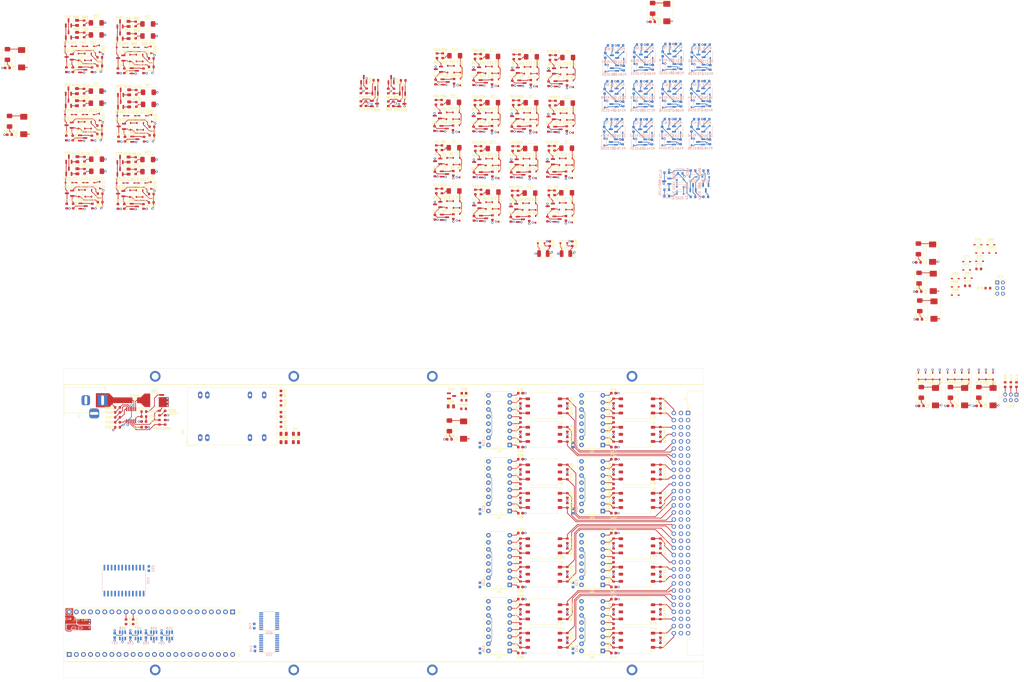
<source format=kicad_pcb>
(kicad_pcb (version 20211014) (generator pcbnew)
  (layers (0 "F.Cu" signal) (1 "In1.Cu" signal) (2 "In2.Cu" signal) (3 "In3.Cu" signal) (4 "In4.Cu" signal) (31 "B.Cu" signal) (34 "B.Paste" user) (35 "F.Paste" user) (36 "B.SilkS" user "B.Silkscreen") (37 "F.SilkS" user "F.Silkscreen") (38 "B.Mask" user) (39 "F.Mask" user) (44 "Edge.Cuts" user))
  (net 0 "")
  (net 1 "GND")
  (net 2 "/Strand Select/BPLSWZ")
  (net 3 "Net-(D2-Pad1)")
  (net 4 "Net-(D3-Pad1)")
  (net 5 "/Rope Drivers/40365A")
  (net 6 "/Rope Drivers/40366A")
  (net 7 "Net-(D30-Pad1)")
  (net 8 "Net-(D31-Pad1)")
  (net 9 "/Rope Drivers/BPLMY1")
  (net 10 "/Rope Drivers/BPLMY2")
  (net 11 "Net-(D34-Pad1)")
  (net 12 "Net-(D35-Pad1)")
  (net 13 "/Rope Drivers/BPLMY3")
  (net 14 "Net-(C14-Pad2)")
  (net 15 "Net-(D38-Pad1)")
  (net 16 "Net-(D39-Pad1)")
  (net 17 "Net-(C18-Pad2)")
  (net 18 "Net-(C22-Pad2)")
  (net 19 "Net-(D42-Pad1)")
  (net 20 "Net-(D43-Pad1)")
  (net 21 "Net-(C26-Pad2)")
  (net 22 "Net-(C30-Pad2)")
  (net 23 "Net-(D46-Pad1)")
  (net 24 "Net-(D47-Pad1)")
  (net 25 "Net-(C34-Pad2)")
  (net 26 "Net-(C38-Pad2)")
  (net 27 "Net-(D50-Pad1)")
  (net 28 "Net-(D51-Pad1)")
  (net 29 "Net-(C42-Pad2)")
  (net 30 "/FPGA and Power/5V_FPGA")
  (net 31 "Net-(D54-Pad1)")
  (net 32 "Net-(D55-Pad1)")
  (net 33 "Net-(C51-Pad1)")
  (net 34 "Net-(C52-Pad1)")
  (net 35 "Net-(D58-Pad1)")
  (net 36 "Net-(D59-Pad1)")
  (net 37 "Net-(C59-Pad1)")
  (net 38 "Net-(D1-Pad1)")
  (net 39 "Net-(D62-Pad1)")
  (net 40 "Net-(D63-Pad1)")
  (net 41 "Net-(D5-Pad1)")
  (net 42 "Net-(D5-Pad2)")
  (net 43 "Net-(D6-Pad1)")
  (net 44 "Net-(D9-Pad2)")
  (net 45 "Net-(D10-Pad1)")
  (net 46 "Net-(D13-Pad2)")
  (net 47 "Net-(D14-Pad1)")
  (net 48 "Net-(D17-Pad2)")
  (net 49 "Net-(D18-Pad1)")
  (net 50 "Net-(D21-Pad2)")
  (net 51 "Net-(D22-Pad1)")
  (net 52 "Net-(D25-Pad2)")
  (net 53 "Net-(D26-Pad1)")
  (net 54 "Net-(D29-Pad2)")
  (net 55 "Net-(D33-Pad1)")
  (net 56 "Net-(D33-Pad2)")
  (net 57 "Net-(D37-Pad1)")
  (net 58 "Net-(D37-Pad2)")
  (net 59 "Net-(D41-Pad1)")
  (net 60 "Net-(D41-Pad2)")
  (net 61 "Net-(D45-Pad1)")
  (net 62 "Net-(D45-Pad2)")
  (net 63 "Net-(D87-Pad1)")
  (net 64 "Net-(D88-Pad1)")
  (net 65 "Net-(D90-Pad1)")
  (net 66 "Net-(D91-Pad1)")
  (net 67 "/Rope Drivers/BPLIZ2")
  (net 68 "Net-(D94-Pad1)")
  (net 69 "Net-(D95-Pad1)")
  (net 70 "Net-(D96-Pad1)")
  (net 71 "Net-(D97-Pad1)")
  (net 72 "Net-(D98-Pad1)")
  (net 73 "/Rope Drivers/BPLIZ1")
  (net 74 "Net-(D101-Pad1)")
  (net 75 "Net-(D102-Pad1)")
  (net 76 "Net-(D103-Pad1)")
  (net 77 "Net-(D104-Pad1)")
  (net 78 "Net-(D105-Pad1)")
  (net 79 "Net-(D108-Pad1)")
  (net 80 "Net-(D109-Pad1)")
  (net 81 "Net-(D110-Pad1)")
  (net 82 "Net-(D111-Pad1)")
  (net 83 "Net-(D112-Pad1)")
  (net 84 "Net-(D49-Pad1)")
  (net 85 "Net-(D49-Pad2)")
  (net 86 "Net-(D117-Pad1)")
  (net 87 "Net-(D118-Pad1)")
  (net 88 "Net-(D119-Pad1)")
  (net 89 "Net-(D122-Pad1)")
  (net 90 "Net-(D53-Pad1)")
  (net 91 "Net-(D124-Pad1)")
  (net 92 "Net-(D125-Pad1)")
  (net 93 "Net-(D126-Pad1)")
  (net 94 "/Rope Drivers/BPLMX1")
  (net 95 "/Rope Drivers/BPLMX2")
  (net 96 "/Rope Drivers/BPLMX3")
  (net 97 "Net-(Q1-Pad1)")
  (net 98 "/Strand Select/RPR")
  (net 99 "Net-(D53-Pad2)")
  (net 100 "Net-(Q5-Pad1)")
  (net 101 "Net-(D57-Pad1)")
  (net 102 "Net-(Q7-Pad1)")
  (net 103 "Net-(D57-Pad2)")
  (net 104 "Net-(Q9-Pad1)")
  (net 105 "Net-(D61-Pad1)")
  (net 106 "Net-(Q11-Pad1)")
  (net 107 "Net-(D61-Pad2)")
  (net 108 "Net-(Q13-Pad1)")
  (net 109 "Net-(D90-Pad2)")
  (net 110 "Net-(Q15-Pad1)")
  (net 111 "Net-(D92-Pad1)")
  (net 112 "Net-(Q17-Pad1)")
  (net 113 "Net-(D97-Pad2)")
  (net 114 "Net-(Q19-Pad1)")
  (net 115 "Net-(D100-Pad2)")
  (net 116 "Net-(Q21-Pad1)")
  (net 117 "Net-(D104-Pad2)")
  (net 118 "Net-(Q23-Pad1)")
  (net 119 "Net-(D106-Pad1)")
  (net 120 "Net-(Q25-Pad1)")
  (net 121 "Net-(D111-Pad2)")
  (net 122 "Net-(Q27-Pad1)")
  (net 123 "Net-(D113-Pad1)")
  (net 124 "Net-(D120-Pad1)")
  (net 125 "Net-(D120-Pad2)")
  (net 126 "Net-(D127-Pad1)")
  (net 127 "Net-(D127-Pad2)")
  (net 128 "Net-(D128-Pad1)")
  (net 129 "Net-(Q34-Pad1)")
  (net 130 "Net-(D129-Pad1)")
  (net 131 "Net-(Q36-Pad1)")
  (net 132 "Net-(D131-Pad2)")
  (net 133 "Net-(D132-Pad1)")
  (net 134 "Net-(D133-Pad2)")
  (net 135 "Net-(D134-Pad1)")
  (net 136 "Net-(Q41-Pad2)")
  (net 137 "Net-(D135-Pad2)")
  (net 138 "Net-(D136-Pad1)")
  (net 139 "Net-(D137-Pad2)")
  (net 140 "Net-(Q45-Pad2)")
  (net 141 "Net-(D138-Pad1)")
  (net 142 "Net-(D139-Pad2)")
  (net 143 "Net-(D140-Pad1)")
  (net 144 "Net-(Q49-Pad2)")
  (net 145 "Net-(D141-Pad2)")
  (net 146 "Net-(D142-Pad1)")
  (net 147 "Net-(D143-Pad2)")
  (net 148 "Net-(Q53-Pad2)")
  (net 149 "Net-(D144-Pad1)")
  (net 150 "Net-(D145-Pad2)")
  (net 151 "Net-(D146-Pad1)")
  (net 152 "Net-(D147-Pad2)")
  (net 153 "Net-(D148-Pad1)")
  (net 154 "/Rope Drivers/40332A")
  (net 155 "/Rope Drivers/40331A")
  (net 156 "Net-(D149-Pad2)")
  (net 157 "Net-(Q66-Pad1)")
  (net 158 "Net-(D150-Pad1)")
  (net 159 "Net-(D151-Pad2)")
  (net 160 "Net-(D153-Pad2)")
  (net 161 "Net-(D155-Pad1)")
  (net 162 "Net-(Q70-Pad1)")
  (net 163 "Net-(D157-Pad2)")
  (net 164 "Net-(D158-Pad2)")
  (net 165 "Net-(D159-Pad1)")
  (net 166 "Net-(D160-Pad1)")
  (net 167 "Net-(Q74-Pad1)")
  (net 168 "Net-(D160-Pad2)")
  (net 169 "Net-(D161-Pad1)")
  (net 170 "Net-(F1-Pad1)")
  (net 171 "Net-(F2-Pad1)")
  (net 172 "Net-(Q78-Pad1)")
  (net 173 "Net-(F3-Pad1)")
  (net 174 "Net-(F4-Pad1)")
  (net 175 "Net-(F5-Pad1)")
  (net 176 "Net-(F6-Pad1)")
  (net 177 "Net-(Q82-Pad1)")
  (net 178 "Net-(F7-Pad1)")
  (net 179 "Net-(F8-Pad1)")
  (net 180 "Net-(F9-Pad1)")
  (net 181 "Net-(Q86-Pad1)")
  (net 182 "Net-(F10-Pad1)")
  (net 185 "/FPGA and Power/14V_IN")
  (net 186 "/FPGA and Power/ADC_14V")
  (net 187 "/FPGA and Power/ADC_5V")
  (net 193 "Net-(JP1-Pad1)")
  (net 194 "Net-(JP1-Pad3)")
  (net 195 "Net-(JP1-Pad5)")
  (net 196 "Net-(JP2-Pad1)")
  (net 197 "Net-(JP2-Pad3)")
  (net 198 "Net-(JP2-Pad5)")
  (net 199 "Net-(L1-Pad1)")
  (net 200 "/Sense Amplifiers/BPLSWX")
  (net 201 "/FPGA and Power/IHENV")
  (net 202 "+14V")
  (net 203 "+3V3")
  (net 204 "/FPGA and Power/~{IL8}")
  (net 205 "/FPGA and Power/~{IL7}")
  (net 206 "/FPGA and Power/~{IL6}")
  (net 207 "/FPGA and Power/~{IL5}")
  (net 208 "/FPGA and Power/~{IL4}")
  (net 209 "/FPGA and Power/~{IL3}")
  (net 210 "/FPGA and Power/~{IL2}")
  (net 211 "/FPGA and Power/~{IL1}")
  (net 212 "/FPGA and Power/IL8")
  (net 213 "/FPGA and Power/IL7")
  (net 214 "/FPGA and Power/IL6")
  (net 215 "/FPGA and Power/IL5")
  (net 216 "/FPGA and Power/IL4")
  (net 217 "/FPGA and Power/IL3")
  (net 218 "/FPGA and Power/IL2")
  (net 219 "/FPGA and Power/IL1")
  (net 220 "/Connector/RSTRD4")
  (net 221 "/Connector/RSTRD3")
  (net 222 "/Connector/SETRN1")
  (net 223 "/Connector/RSTRD2")
  (net 224 "/Connector/RSTRD1")
  (net 225 "/Connector/SETRN2")
  (net 226 "/Connector/MODR1")
  (net 227 "/Connector/STR1")
  (net 228 "/Connector/STR2")
  (net 229 "/Connector/STR3")
  (net 230 "/Connector/STR4")
  (net 231 "/Connector/STR5")
  (net 232 "/Connector/STR6")
  (net 233 "/Connector/STR7")
  (net 234 "/Connector/STR8")
  (net 235 "/Connector/STR9")
  (net 236 "/Connector/STR10")
  (net 237 "/Connector/STR11")
  (net 238 "/Connector/STR12")
  (net 239 "/Connector/XRST4")
  (net 240 "/Connector/XRST3")
  (net 241 "/Connector/XRST2")
  (net 242 "/Connector/XRST1")
  (net 243 "/Connector/XSET2")
  (net 244 "/Connector/XSET1")
  (net 245 "/Connector/GAR1")
  (net 246 "/Connector/GBR1")
  (net 247 "/Connector/GAR2")
  (net 248 "/Connector/GBR2")
  (net 249 "/Connector/GAR3")
  (net 250 "/Connector/GBR3")
  (net 251 "/Connector/GAR4")
  (net 252 "/Connector/GBR4")
  (net 253 "/Connector/GAR5")
  (net 254 "/Connector/GBR5")
  (net 255 "/Connector/GAR6")
  (net 256 "/Connector/GBR6")
  (net 257 "/Connector/GAR7")
  (net 258 "/Connector/GBR7")
  (net 259 "/Connector/GAR8")
  (net 260 "/Connector/GBR8")
  (net 261 "/Connector/GAR9")
  (net 262 "/Connector/GBR9")
  (net 263 "/Connector/GAR10")
  (net 264 "/Connector/GBR10")
  (net 265 "/Connector/GAR11")
  (net 266 "/Connector/GBR11")
  (net 267 "/Connector/GAR12")
  (net 268 "/Connector/GBR12")
  (net 269 "/Connector/GAR13")
  (net 270 "/Connector/GBR13")
  (net 271 "/Connector/GAR14")
  (net 272 "/Connector/GBR14")
  (net 273 "/Connector/GAR15")
  (net 274 "/Connector/GBR15")
  (net 275 "/Connector/GAR16")
  (net 276 "/Connector/GBR16")
  (net 277 "+5V")
  (net 278 "-5V")
  (net 279 "/FPGA and Power/SBF")
  (net 280 "/FPGA and Power/SA1")
  (net 281 "/FPGA and Power/SA2")
  (net 282 "/FPGA and Power/SA3")
  (net 283 "/FPGA and Power/SA4")
  (net 284 "/FPGA and Power/SA5")
  (net 285 "/FPGA and Power/SA6")
  (net 286 "/FPGA and Power/SA7")
  (net 287 "/FPGA and Power/SA8")
  (net 288 "/FPGA and Power/SA9")
  (net 289 "/FPGA and Power/SA10")
  (net 290 "/FPGA and Power/SA11")
  (net 291 "/FPGA and Power/SA12")
  (net 292 "/FPGA and Power/SA13")
  (net 293 "/FPGA and Power/SA14")
  (net 294 "/FPGA and Power/SA15")
  (net 295 "/FPGA and Power/SA16")
  (net 296 "Net-(L2-Pad1)")
  (net 297 "Net-(Q2-Pad2)")
  (net 298 "Net-(L3-Pad1)")
  (net 299 "Net-(L4-Pad1)")
  (net 300 "Net-(L5-Pad1)")
  (net 301 "Net-(L6-Pad1)")
  (net 302 "Net-(L7-Pad1)")
  (net 303 "Net-(L8-Pad1)")
  (net 304 "Net-(L9-Pad1)")
  (net 305 "Net-(L10-Pad1)")
  (net 306 "Net-(L11-Pad1)")
  (net 307 "Net-(L12-Pad1)")
  (net 308 "Net-(L13-Pad1)")
  (net 309 "Net-(L14-Pad1)")
  (net 310 "Net-(L15-Pad1)")
  (net 311 "Net-(L16-Pad1)")
  (net 312 "Net-(L17-Pad1)")
  (net 313 "Net-(L18-Pad1)")
  (net 314 "Net-(L19-Pad1)")
  (net 315 "Net-(L20-Pad1)")
  (net 316 "Net-(L21-Pad1)")
  (net 317 "Net-(L22-Pad1)")
  (net 318 "Net-(L23-Pad1)")
  (net 319 "Net-(L24-Pad1)")
  (net 320 "Net-(L25-Pad1)")
  (net 321 "Net-(L26-Pad1)")
  (net 322 "Net-(L27-Pad1)")
  (net 323 "Net-(L28-Pad1)")
  (net 324 "/FPGA and Power/EN_14V")
  (net 325 "/FPGA and Power/PG_14V")
  (net 326 "/Connector/RFD1")
  (net 327 "/Connector/RFD3")
  (net 328 "/Connector/RCD1")
  (net 329 "/Connector/RCD3")
  (net 330 "/Connector/RFD2")
  (net 331 "/Connector/RFD4")
  (net 332 "/Connector/RCD2")
  (net 333 "/Connector/RCD4")
  (net 334 "/Connector/RFD5")
  (net 335 "/Connector/RFD7")
  (net 336 "/Connector/RCD5")
  (net 337 "/Connector/RCD7")
  (net 338 "/Connector/RFD6")
  (net 339 "/Connector/RFD8")
  (net 340 "/Connector/RCD6")
  (net 341 "/Connector/RCD8")
  (net 342 "/FPGA and Power/SAF16")
  (net 343 "/FPGA and Power/SAF15")
  (net 344 "/FPGA and Power/SAF14")
  (net 345 "/FPGA and Power/SAF13")
  (net 346 "/FPGA and Power/SAF12")
  (net 347 "/FPGA and Power/SAF11")
  (net 348 "/FPGA and Power/SAF10")
  (net 349 "/FPGA and Power/SAF9")
  (net 350 "/FPGA and Power/SAF8")
  (net 351 "/FPGA and Power/SAF7")
  (net 352 "/FPGA and Power/SAF6")
  (net 353 "/FPGA and Power/SAF5")
  (net 354 "/FPGA and Power/SAF4")
  (net 355 "/FPGA and Power/SAF3")
  (net 356 "/FPGA and Power/SAF2")
  (net 357 "/FPGA and Power/SAF1")
  (net 358 "/FPGA and Power/ROPER")
  (net 359 "/FPGA and Power/SET1")
  (net 360 "/FPGA and Power/SET2")
  (net 361 "/FPGA and Power/RESET1")
  (net 362 "/FPGA and Power/RESET2")
  (net 363 "/FPGA and Power/RESET3")
  (net 364 "/FPGA and Power/RESET4")
  (net 365 "/FPGA and Power/STRA0")
  (net 366 "/FPGA and Power/STRA1")
  (net 367 "/FPGA and Power/STRA2")
  (net 368 "/FPGA and Power/STRA3")
  (net 369 "/Connector/XCN8")
  (net 370 "/Connector/XCN7")
  (net 371 "/Connector/XCN6")
  (net 372 "/Connector/XCN5")
  (net 373 "/Connector/XCN4")
  (net 374 "/Connector/XCN3")
  (net 375 "/Connector/XCN2")
  (net 376 "/Connector/XCN1")
  (net 377 "/Connector/XFN8")
  (net 378 "/Connector/XFN7")
  (net 379 "/Connector/XFN6")
  (net 380 "/Connector/XFN5")
  (net 381 "/Connector/XFN4")
  (net 382 "/Connector/XFN3")
  (net 383 "/Connector/XFN2")
  (net 384 "/Connector/XFN1")
  (net 385 "/Sense Amplifiers/VREF")
  (net 386 "Net-(Q3-Pad1)")
  (net 387 "Net-(Q4-Pad2)")
  (net 388 "Net-(Q6-Pad2)")
  (net 389 "Net-(Q8-Pad2)")
  (net 390 "Net-(Q10-Pad2)")
  (net 391 "Net-(Q12-Pad2)")
  (net 392 "Net-(Q14-Pad2)")
  (net 393 "Net-(Q16-Pad2)")
  (net 394 "Net-(Q18-Pad2)")
  (net 395 "Net-(D1-Pad2)")
  (net 396 "Net-(Q20-Pad2)")
  (net 397 "Net-(Q22-Pad2)")
  (net 398 "Net-(D7-Pad1)")
  (net 399 "Net-(Q24-Pad2)")
  (net 400 "Net-(Q26-Pad2)")
  (net 401 "Net-(D10-Pad2)")
  (net 402 "Net-(D11-Pad1)")
  (net 403 "Net-(Q28-Pad2)")
  (net 404 "Net-(D13-Pad1)")
  (net 405 "Net-(Q29-Pad1)")
  (net 406 "Net-(D15-Pad1)")
  (net 407 "Net-(Q30-Pad2)")
  (net 408 "Net-(D17-Pad1)")
  (net 409 "Net-(Q31-Pad1)")
  (net 410 "Net-(D19-Pad1)")
  (net 411 "Net-(Q32-Pad2)")
  (net 412 "Net-(D21-Pad1)")
  (net 413 "Net-(Q33-Pad1)")
  (net 414 "Net-(D23-Pad1)")
  (net 415 "Net-(Q33-Pad3)")
  (net 416 "Net-(D25-Pad1)")
  (net 417 "Net-(Q34-Pad3)")
  (net 418 "Net-(D27-Pad1)")
  (net 419 "Net-(Q36-Pad3)")
  (net 420 "Net-(D29-Pad1)")
  (net 421 "Net-(Q37-Pad1)")
  (net 422 "Net-(Q37-Pad3)")
  (net 423 "Net-(Q39-Pad1)")
  (net 424 "Net-(Q39-Pad3)")
  (net 425 "Net-(Q40-Pad2)")
  (net 426 "Net-(Q42-Pad2)")
  (net 427 "Net-(Q43-Pad1)")
  (net 428 "Net-(Q43-Pad3)")
  (net 429 "Net-(Q44-Pad2)")
  (net 430 "Net-(Q46-Pad2)")
  (net 431 "Net-(Q47-Pad1)")
  (net 432 "Net-(Q47-Pad3)")
  (net 433 "Net-(Q48-Pad2)")
  (net 434 "Net-(Q50-Pad2)")
  (net 435 "Net-(Q51-Pad1)")
  (net 436 "Net-(Q51-Pad3)")
  (net 437 "Net-(Q52-Pad2)")
  (net 438 "Net-(Q54-Pad2)")
  (net 439 "Net-(Q55-Pad1)")
  (net 440 "Net-(Q55-Pad3)")
  (net 441 "Net-(Q56-Pad2)")
  (net 442 "Net-(Q57-Pad2)")
  (net 443 "Net-(Q58-Pad2)")
  (net 444 "Net-(Q60-Pad2)")
  (net 445 "Net-(Q61-Pad2)")
  (net 446 "Net-(Q62-Pad2)")
  (net 447 "Net-(Q63-Pad1)")
  (net 448 "Net-(Q63-Pad3)")
  (net 449 "Net-(Q64-Pad1)")
  (net 450 "Net-(Q65-Pad1)")
  (net 451 "Net-(Q65-Pad3)")
  (net 452 "Net-(Q67-Pad1)")
  (net 453 "Net-(Q67-Pad3)")
  (net 454 "Net-(Q68-Pad1)")
  (net 455 "/FPGA and Power/SE1")
  (net 456 "/FPGA and Power/SE2")
  (net 457 "/FPGA and Power/SE3")
  (net 458 "/FPGA and Power/SE4")
  (net 459 "/FPGA and Power/SE5")
  (net 460 "/FPGA and Power/SE6")
  (net 461 "/FPGA and Power/SE7")
  (net 462 "/FPGA and Power/SE8")
  (net 463 "/FPGA and Power/SE9")
  (net 464 "/FPGA and Power/SE10")
  (net 465 "/FPGA and Power/SE11")
  (net 466 "/FPGA and Power/SE12")
  (net 467 "Net-(Q69-Pad1)")
  (net 468 "Net-(Q69-Pad3)")
  (net 469 "Net-(R133-Pad2)")
  (net 470 "Net-(Q71-Pad1)")
  (net 471 "Net-(Q71-Pad3)")
  (net 472 "Net-(Q72-Pad1)")
  (net 473 "Net-(Q73-Pad1)")
  (net 474 "Net-(Q73-Pad3)")
  (net 475 "Net-(Q75-Pad1)")
  (net 476 "Net-(Q75-Pad3)")
  (net 477 "Net-(Q76-Pad1)")
  (net 478 "Net-(Q77-Pad1)")
  (net 479 "Net-(Q77-Pad3)")
  (net 480 "Net-(Q79-Pad1)")
  (net 481 "Net-(Q79-Pad3)")
  (net 482 "Net-(Q80-Pad1)")
  (net 483 "Net-(Q81-Pad1)")
  (net 484 "Net-(Q81-Pad3)")
  (net 485 "Net-(Q83-Pad1)")
  (net 486 "Net-(Q83-Pad3)")
  (net 487 "Net-(D89-Pad1)")
  (net 488 "Net-(Q84-Pad1)")
  (net 489 "Net-(Q85-Pad1)")
  (net 490 "Net-(Q85-Pad3)")
  (net 491 "Net-(Q87-Pad4)")
  (net 492 "/FPGA and Power/14V_SENSE")
  (net 493 "Net-(Q89-Pad1)")
  (net 494 "Net-(Q89-Pad3)")
  (net 495 "Net-(Q90-Pad2)")
  (net 496 "Net-(D121-Pad1)")
  (net 497 "Net-(R3-Pad2)")
  (net 498 "Net-(R7-Pad2)")
  (net 499 "Net-(D152-Pad1)")
  (net 500 "Net-(R11-Pad2)")
  (net 501 "Net-(D154-Pad1)")
  (net 502 "Net-(D156-Pad2)")
  (net 503 "Net-(R15-Pad2)")
  (net 504 "Net-(R19-Pad2)")
  (net 505 "Net-(R23-Pad2)")
  (net 506 "Net-(R27-Pad2)")
  (net 507 "Net-(R31-Pad2)")
  (net 508 "Net-(R35-Pad2)")
  (net 509 "Net-(R39-Pad2)")
  (net 510 "Net-(R43-Pad2)")
  (net 511 "Net-(Q59-Pad3)")
  (net 512 "Net-(Q59-Pad1)")
  (net 513 "Net-(R47-Pad2)")
  (net 514 "Net-(R51-Pad2)")
  (net 515 "Net-(R55-Pad2)")
  (net 516 "Net-(R59-Pad2)")
  (net 517 "Net-(R63-Pad2)")
  (net 518 "Net-(Q88-Pad1)")
  (net 519 "Net-(R86-Pad2)")
  (net 520 "Net-(R88-Pad2)")
  (net 521 "Net-(R95-Pad2)")
  (net 522 "Net-(R97-Pad2)")
  (net 523 "Net-(R104-Pad2)")
  (net 524 "Net-(R106-Pad2)")
  (net 525 "Net-(R214-Pad2)")
  (net 526 "Net-(R113-Pad2)")
  (net 527 "Net-(R115-Pad2)")
  (net 528 "Net-(R230-Pad2)")
  (net 529 "Net-(R232-Pad2)")
  (net 530 "Net-(R124-Pad2)")
  (net 531 "Net-(R126-Pad2)")
  (net 532 "Net-(R135-Pad2)")
  (net 533 "Net-(R189-Pad1)")
  (net 534 "Net-(R190-Pad2)")
  (net 535 "Net-(R191-Pad1)")
  (net 536 "Net-(R192-Pad2)")
  (net 537 "Net-(R197-Pad1)")
  (net 538 "Net-(R198-Pad2)")
  (net 539 "Net-(R199-Pad1)")
  (net 540 "Net-(R200-Pad2)")
  (net 541 "Net-(R205-Pad1)")
  (net 542 "Net-(R206-Pad2)")
  (net 543 "Net-(R207-Pad1)")
  (net 544 "Net-(R208-Pad2)")
  (net 545 "Net-(R213-Pad1)")
  (net 546 "Net-(R215-Pad1)")
  (net 547 "Net-(R216-Pad2)")
  (net 548 "Net-(R221-Pad1)")
  (net 549 "Net-(R222-Pad2)")
  (net 550 "Net-(R223-Pad1)")
  (net 551 "Net-(R224-Pad2)")
  (net 552 "Net-(R229-Pad1)")
  (net 553 "Net-(R231-Pad1)")
  (net 554 "Net-(R237-Pad1)")
  (net 555 "Net-(R238-Pad2)")
  (net 556 "Net-(R239-Pad1)")
  (net 557 "Net-(R240-Pad2)")
  (net 558 "Net-(R245-Pad1)")
  (net 559 "Net-(R246-Pad2)")
  (net 560 "Net-(R247-Pad1)")
  (net 561 "Net-(R248-Pad2)")
  (net 562 "Net-(R249-Pad2)")
  (net 563 "Net-(R250-Pad2)")
  (net 564 "Net-(R255-Pad1)")
  (net 565 "Net-(R256-Pad1)")
  (net 566 "Net-(R257-Pad1)")
  (net 567 "Net-(R258-Pad1)")
  (net 568 "Net-(R260-Pad2)")
  (net 614 "Net-(R274-Pad2)")
  (footprint "Resistor_SMD:R_0603_1608Metric" (layer "F.Cu") (at 188.722 60.706 90)
    (fp_text reference "R216")
    (fp_text value "100")
  )
  (footprint "lachesis:MountingHole_No2_Pad" (layer "F.Cu") (at 228.6 133.2865)
    (fp_text reference "H8" hide)
    (fp_text value "MountingHole_Pad")
  )
  (footprint "Resistor_SMD:R_0603_1608Metric" (layer "F.Cu") (at 56.993 -57.964 180)
    (fp_text reference "R121")
    (fp_text value "5.1k")
  )
  (footprint "Resistor_SMD:R_0603_1608Metric" (layer "F.Cu") (at 205.486 37.083999 -90)
    (fp_text reference "R195")
    (fp_text value "2.7k")
  )
  (footprint "Resistor_SMD:R_0603_1608Metric" (layer "F.Cu") (at 51.405 -69.013 -90)
    (fp_text reference "R125")
    (fp_text value "NOM")
  )
  (footprint "lachesis:D_SOD-323" (layer "F.Cu") (at 31.083 -65.373 180)
    (fp_text reference "D105")
    (fp_text value "1N4148")
  )
  (footprint "Resistor_SMD:R_0603_1608Metric" (layer "F.Cu") (at 192.237 -60.475 -90)
    (fp_text reference "R33")
    (fp_text value "1k")
  )
  (footprint "lachesis:MountingHole_No2_Pad" (layer "F.Cu") (at 107.696 133.2865)
    (fp_text reference "H6" hide)
    (fp_text value "MountingHole_Pad")
  )
  (footprint "lachesis:D_SOD-323" (layer "F.Cu") (at 176.414 -48.399 -90)
    (fp_text reference "D37")
    (fp_text value "1N4148")
  )
  (footprint "Resistor_SMD:R_0603_1608Metric" (layer "F.Cu") (at 164.73 -44.361 -90)
    (fp_text reference "R5")
    (fp_text value "1k")
  )
  (footprint "lachesis:API_Delevan_1812R" (layer "F.Cu") (at 164.86 -69.764)
    (fp_text reference "L16")
    (fp_text value "2.2uH")
  )
  (footprint "Resistor_SMD:R_0603_1608Metric" (layer "F.Cu") (at 38.354 -85.852 180)
    (fp_text reference "R85")
    (fp_text value "27")
  )
  (footprint "lachesis:D_SOD-323" (layer "F.Cu") (at 178.556 -64.803 90)
    (fp_text reference "D30")
    (fp_text value "1N4148")
  )
  (footprint "Resistor_SMD:R_0603_1608Metric" (layer "F.Cu") (at 221.996 114.3 90)
    (fp_text reference "R247")
    (fp_text value "100")
  )
  (footprint "Capacitor_SMD:C_0805_2012Metric" (layer "F.Cu") (at 108.518 48.836)
    (fp_text reference "C47")
    (fp_text value "1.0uF")
  )
  (footprint "Package_TO_SOT_SMD:SOT-23" (layer "F.Cu") (at 189.247 -76.645)
    (fp_text reference "Q5")
    (fp_text value "MMBT2222")
  )
  (footprint "Package_TO_SOT_SMD:SOT-23" (layer "F.Cu") (at 136.779 -73.85 90)
    (fp_text reference "Q37")
    (fp_text value "MMBT2907")
  )
  (footprint "Package_TO_SOT_SMD:SOT-23" (layer "F.Cu") (at 159.142 -48.679 180)
    (fp_text reference "Q4")
    (fp_text value "MMBT2222")
  )
  (footprint "Resistor_SMD:R_0603_1608Metric" (layer "F.Cu") (at 205.486 124.46 -90)
    (fp_text reference "R234")
    (fp_text value "2.7k")
  )
  (footprint "lachesis:D_SOD-323" (layer "F.Cu") (at 205.289 -64.656 90)
    (fp_text reference "D46")
    (fp_text value "1N4148")
  )
  (footprint "Resistor_SMD:R_0603_1608Metric" (layer "F.Cu") (at 45.055 -56.567 -90)
    (fp_text reference "R122")
    (fp_text value "5.1k")
  )
  (footprint "lachesis:D_SOD-323" (layer "F.Cu") (at 33.02 -85.979 -90)
    (fp_text reference "D88")
    (fp_text value "1N4148")
  )
  (footprint "Package_DIP:DIP-16_W7.62mm_Socket" (layer "F.Cu") (at 184.902 76.464 180)
    (fp_text reference "U4")
    (fp_text value "SN7524")
  )
  (footprint "Resistor_SMD:R_0603_1608Metric" (layer "F.Cu") (at 185.818 -76.645 90)
    (fp_text reference "R10")
    (fp_text value "390")
  )
  (footprint "lachesis:D_SOD-323" (layer "F.Cu") (at 180.842 -64.803 -90)
    (fp_text reference "D31")
    (fp_text value "1N4148")
  )
  (footprint "lachesis:D_SOD-323" (layer "F.Cu") (at 166.892 -64.938 -90)
    (fp_text reference "D63")
    (fp_text value "1N4148")
  )
  (footprint "lachesis:D_SOD-323" (layer "F.Cu") (at 45.593 -89.408 180)
    (fp_text reference "D97")
    (fp_text value "1N4148")
  )
  (footprint "Fuse:Fuse_0603_1608Metric" (layer "F.Cu") (at 331.216 -2.032 180)
    (fp_text reference "F2")
    (fp_text value "250mA")
  )
  (footprint "Capacitor_SMD:C_0603_1608Metric" (layer "F.Cu") (at 54.102 46.482)
    (fp_text reference "C51")
    (fp_text value "100pF")
  )
  (footprint "Resistor_SMD:R_0603_1608Metric" (layer "F.Cu") (at 160.666 -53.505 -90)
    (fp_text reference "R8")
    (fp_text value "NOM")
  )
  (footprint "lachesis:D_SOD-323" (layer "F.Cu") (at 176.42 -32.83 -90)
    (fp_text reference "D41")
    (fp_text value "1N4148")
  )
  (footprint "Resistor_SMD:R_0603_1608Metric" (layer "F.Cu") (at 205.486 110.744 -90)
    (fp_text reference "R235")
    (fp_text value "2.7k")
  )
  (footprint "lachesis:MountingHole_No2_Pad" (layer "F.Cu") (at 107.696 28.2575)
    (fp_text reference "H2" hide)
    (fp_text value "MountingHole_Pad")
  )
  (footprint "lachesis:D_SOD-323" (layer "F.Cu") (at 189.743 -48.399 -90)
    (fp_text reference "D25")
    (fp_text value "1N4148")
  )
  (footprint "lachesis:D_SOD-323" (layer "F.Cu") (at 56.642 -88.519 90)
    (fp_text reference "D100")
    (fp_text value "1N4148")
  )
  (footprint "Capacitor_SMD:C_0603_1608Metric" (layer "F.Cu") (at 188.722 67.564 90)
    (fp_text reference "C25")
    (fp_text value "0.01uF")
  )
  (footprint "Package_TO_SOT_SMD:SOT-23" (layer "F.Cu") (at 201.803 -27.997)
    (fp_text reference "Q1")
    (fp_text value "MMBT2222")
  )
  (footprint "Resistor_SMD:R_0603_1608Metric" (layer "F.Cu") (at 178.706 -28.512 -90)
    (fp_text reference "R41")
    (fp_text value "1k")
  )
  (footprint "lachesis:D_SOD-323" (layer "F.Cu") (at 49.754 -64.949 180)
    (fp_text reference "D121")
    (fp_text value "1N4148")
  )
  (footprint "Capacitor_Tantalum_SMD:CP_EIA-7343-31_Kemet-D" (layer "F.Cu") (at 10.414 -85.344 -90)
    (fp_text reference "C8")
    (fp_text value "6.8uF")
  )
  (footprint "lachesis:D_SOD-323" (layer "F.Cu") (at 53.721 -37.084 90)
    (fp_text reference "D124")
    (fp_text value "1N4148")
  )
  (footprint "lachesis:D_SOD-323" (layer "F.Cu") (at 32.988 -61.563 -90)
    (fp_text reference "D102")
    (fp_text value "1N4148")
  )
  (footprint "Resistor_SMD:R_0603_1608Metric" (layer "F.Cu") (at 348.502 -4.11)
    (fp_text reference "R77")
    (fp_text value "200")
  )
  (footprint "Resistor_SMD:R_0603_1608Metric" (layer "F.Cu") (at 198.685 -60.084 90)
    (fp_text reference "R46")
    (fp_text value "390")
  )
  (footprint "lachesis:D_SOD-323" (layer "F.Cu") (at 38.227 -88.9 90)
    (fp_text reference "D93")
    (fp_text value "1N4148")
  )
  (footprint "Capacitor_Tantalum_SMD:CP_EIA-3528-21_Kemet-B" (layer "F.Cu") (at 204.978 -15.621 180)
    (fp_text reference "C2")
    (fp_text value "1.0uF")
  )
  (footprint "Resistor_SMD:R_0603_1608Metric" (layer "F.Cu") (at 174.515 -86.17 -90)
    (fp_text reference "R52")
    (fp_text value "NOM")
  )
  (footprint "lachesis:D_SOD-323" (layer "F.Cu") (at 162.45 -33.211 -90)
    (fp_text reference "D17")
    (fp_text value "1N4148")
  )
  (footprint "Resistor_SMD:R_0603_1608Metric" (layer "F.Cu") (at 188.722 70.866 90)
    (fp_text reference "R214")
    (fp_text value "100")
  )
  (footprint "Connector_DIN:DIN41612_C_3x32_Male_Horizontal_THT" (layer "F.Cu") (at 248.633904 41.402 -90)
    (fp_text reference "J1")
    (fp_text value "DIN41612_03x32_C")
  )
  (footprint "lachesis:D_SOD-323" (layer "F.Cu") (at 180.986 -48.399 -90)
    (fp_text reference "D39")
    (fp_text value "1N4148")
  )
  (footprint "lachesis:API_Delevan_1812R" (layer "F.Cu") (at 37.052 -69.437)
    (fp_text reference "L21")
    (fp_text value "3.9uH")
  )
  (footprint "lachesis:D_SOD-323" (layer "F.Cu") (at 352.272 -18.79)
    (fp_text reference "D75")
    (fp_text value "1N4148")
  )
  (footprint "Resistor_SMD:R_0603_1608Metric" (layer "F.Cu") (at 188.722 40.64 90)
    (fp_text reference "R199")
    (fp_text value "100")
  )
  (footprint "Resistor_SMD:R_0603_1608Metric" (layer "F.Cu") (at 188.722 74.422 90)
    (fp_text reference "R213")
    (fp_text value "100")
  )
  (footprint "Resistor_SMD:R_0603_1608Metric" (layer "F.Cu") (at 168.402 39.878)
    (fp_text reference "R266")
    (fp_text value "1.27k")
  )
  (footprint "lachesis:API_Delevan_1812R" (layer "F.Cu") (at 235.966 -103.378 90)
    (fp_text reference "L38")
    (fp_text value "8.2uH")
  )
  (footprint "Resistor_SMD:R_0603_1608Metric" (layer "F.Cu") (at 238.76 97.282 -90)
    (fp_text reference "R225")
    (fp_text value "2.7k")
  )
  (footprint "Fuse:Fuse_0603_1608Metric" (layer "F.Cu") (at 342.424 38.846 180)
    (fp_text reference "F4")
    (fp_text value "250mA")
  )
  (footprint "Capacitor_Tantalum_SMD:CP_EIA-7343-31_Kemet-D" (layer "F.Cu") (at 336.056 -15.794 -90)
    (fp_text reference "C7")
    (fp_text value "6.8uF")
  )
  (footprint "Resistor_SMD:R_0603_1608Metric" (layer "F.Cu") (at 47.752 116.078 -90)
    (fp_text reference "R254")
    (fp_text value "2.4k")
  )
  (footprint "Resistor_SMD:R_0603_1608Metric" (layer "F.Cu") (at 188.722 47.244 90)
    (fp_text reference "R198")
    (fp_text value "100")
  )
  (footprint "Resistor_SMD:R_0603_1608Metric" (layer "F.Cu") (at 221.996 70.866 90)
    (fp_text reference "R206")
    (fp_text value "100")
  )
  (footprint "Resistor_SMD:R_0603_1608Metric" (layer "F.Cu") (at 54.199 -56.567 -90)
    (fp_text reference "R119")
    (fp_text value "1k")
  )
  (footprint "Resistor_SMD:R_0603_1608Metric" (layer "F.Cu") (at 221.996 90.678 90)
    (fp_text reference "R231")
    (fp_text value "100")
  )
  (footprint "Package_TO_SOT_SMD:SOT-23" (layer "F.Cu") (at 32.226 -56.991)
    (fp_text reference "Q47")
    (fp_text value "MMBT2222")
  )
  (footprint "Resistor_SMD:R_0603_1608Metric" (layer "F.Cu") (at 51.181 -44.958 -90)
    (fp_text reference "R134")
    (fp_text value "NOM")
  )
  (footprint "Package_TO_SOT_SMD:SOT-23" (layer "F.Cu") (at 202.201 -76.391)
    (fp_text reference "Q7")
    (fp_text value "MMBT2222")
  )
  (footprint "Package_TO_SOT_SMD:SOT-23" (layer "F.Cu") (at 45.817 -73.331 90)
    (fp_text reference "Q58")
    (fp_text value "MMBT2222")
  )
  (footprint "Resistor_SMD:R_0603_1608Metric" (layer "F.Cu") (at 172.483 -86.17 90)
    (fp_text reference "R51")
    (fp_text value "4.7")
  )
  (footprint "Resistor_SMD:R_0603_1608Metric" (layer "F.Cu") (at 186.326 -86.043 90)
    (fp_text reference "R11")
    (fp_text value "4.7")
  )
  (footprint "lachesis:D_SOD-323" (layer "F.Cu") (at 38.354 -40.132 90)
    (fp_text reference "D114")
    (fp_text value "1N4148")
  )
  (footprint "Package_TO_SOT_SMD:SOT-23" (layer "F.Cu") (at 27.305 -45.085 90)
    (fp_text reference "Q53")
    (fp_text value "MMBT2222")
  )
  (footprint "Package_TO_SOT_SMD:SOT-23" (layer "F.Cu") (at 27.178 -98.171 90)
    (fp_text reference "Q42")
    (fp_text value "MMBT2222")
  )
  (footprint "Capacitor_SMD:C_0603_1608Metric" (layer "F.Cu") (at 221.996 103.632 180)
    (fp_text reference "C34")
    (fp_text value "100pF")
  )
  (footprint "Resistor_SMD:R_0603_1608Metric" (layer "F.Cu") (at 238.76 114.3 -90)
    (fp_text reference "R244")
    (fp_text value "2.7k")
  )
  (footprint "lachesis:D_SOD-323" (layer "F.Cu") (at 194.708 -81.217 -90)
    (fp_text reference "D11")
    (fp_text value "1N4148")
  )
  (footprint "Resistor_SMD:R_0603_1608Metric" (layer "F.Cu") (at 221.996 37.084 90)
    (fp_text reference "R192")
    (fp_text value "100")
  )
  (footprint "Package_TO_SOT_SMD:SOT-23" (layer "F.Cu") (at 173.118 -32.83 180)
    (fp_text reference "Q22")
    (fp_text value "MMBT2222")
  )
  (footprint "lachesis:D_SOD-323" (layer "F.Cu") (at 167.016 -44.107 90)
    (fp_text reference "D8")
    (fp_text value "1N4148")
  )
  (footprint "lachesis:API_Delevan_1812R" (layer "F.Cu") (at 342.424 34.02 90)
    (fp_text reference "L32")
    (fp_text value "8.2uH")
  )
  (footprint "lachesis:D_SOD-323" (layer "F.Cu") (at 207.269 -43.928 90)
    (fp_text reference "D24")
    (fp_text value "1N4148")
  )
  (footprint "Resistor_SMD:R_0603_1608Metric" (layer "F.Cu") (at 238.76 50.8 -90)
    (fp_text reference "R186")
    (fp_text value "2.7k")
  )
  (footprint "lachesis:Transformer_Murata_786J" (layer "F.Cu") (at 197.104 112.522 180)
    (fp_text reference "T14")
    (fp_text value "1:1")
  )
  (footprint "lachesis:D_SOD-323" (layer "F.Cu") (at 192.237 -64.793 90)
    (fp_text reference "D34")
    (fp_text value "1N4148")
  )
  (footprint "Resistor_SMD:R_0603_1608Metric" (layer "F.Cu") (at 188.722 100.838 90)
    (fp_text reference "R221")
    (fp_text value "100")
  )
  (footprint "Package_TO_SOT_SMD:SOT-23" (layer "F.Cu") (at 164.079 35.29)
    (fp_text reference "U19")
    (fp_text value "AD1582BRTZ")
  )
  (footprint "Package_TO_SOT_SMD:SOT-23" (layer "F.Cu") (at 189.062 -60.221)
    (fp_text reference "Q17")
    (fp_text value "MMBT2222")
  )
  (footprint "Resistor_SMD:R_0603_1608Metric" (layer "F.Cu") (at 28.67 -56.991 -90)
    (fp_text reference "R100")
    (fp_text value "1k")
  )
  (footprint "Resistor_SMD:R_0603_1608Metric" (layer "F.Cu") (at 44.704 41.148 180)
    (fp_text reference "R256")
    (fp_text value "2.87k")
  )
  (footprint "Resistor_SMD:R_0603_1608Metric" (layer "F.Cu") (at 205.486 50.8 -90)
    (fp_text reference "R194")
    (fp_text value "2.7k")
  )
  (footprint "Resistor_SMD:R_0603_1608Metric" (layer "F.Cu") (at 205.486 100.838 -90)
    (fp_text reference "R218")
    (fp_text value "2.7k")
  )
  (footprint "Resistor_SMD:R_0603_1608Metric" (layer "F.Cu") (at 32.893 -49.403 -90)
    (fp_text reference "R116")
    (fp_text value "NOM")
  )
  (footprint "Capacitor_Tantalum_SMD:CP_EIA-7343-31_Kemet-D" (layer "F.Cu") (at 336.55 4.572 -90)
    (fp_text reference "C3")
    (fp_text value "6.8uF")
  )
  (footprint "lachesis:D_SOD-323" (layer "F.Cu") (at 53.467 -89.408 180)
    (fp_text reference "D99")
    (fp_text value "1N4148")
  )
  (footprint "Package_TO_SOT_SMD:SOT-23" (layer "F.Cu") (at 161.561 -28.639)
    (fp_text reference "Q9")
    (fp_text value "MMBT2222")
  )
  (footprint "Package_TO_SOT_SMD:SOT-23" (layer "F.Cu") (at 202.114 -60.084)
    (fp_text reference "Q23")
    (fp_text value "MMBT2222")
  )
  (footprint "Resistor_SMD:R_0603_1608Metric" (layer "F.Cu") (at 164.99 -77.28 -90)
    (fp_text reference "R53")
    (fp_text value "1k")
  )
  (footprint "Package_TO_SOT_SMD:SOT-23" (layer "F.Cu") (at 161.815 -77.026)
    (fp_text reference "Q27")
    (fp_text value "MMBT2222")
  )
  (footprint "Capacitor_SMD:C_0603_1608Metric" (layer "F.Cu") (at 221.996 53.594 180)
    (fp_text reference "C14")
    (fp_text value "100pF")
  )
  (footprint "lachesis:D_SOD-323" (layer "F.Cu") (at 176.293 -81.344 -90)
    (fp_text reference "D49")
    (fp_text value "1N4148")
  )
  (footprint "lachesis:D_SOD-323" (layer "F.Cu") (at 162.32 -64.938 -90)
    (fp_text reference "D61")
    (fp_text value "1N4148")
  )
  (footprint "Resistor_SMD:R_0603_1608Metric" (layer "F.Cu") (at 185.633 -60.221 90)
    (fp_text reference "R34")
    (fp_text value "390")
  )
  (footprint "Package_TO_SOT_SMD:SOT-23" (layer "F.Cu") (at 186.441 -48.399 180)
    (fp_text reference "Q14")
    (fp_text value "MMBT2222")
  )
  (footprint "Package_TO_SOT_SMD:SOT-23" (layer "F.Cu") (at 27.146 -69.437 90)
    (fp_text reference "Q49")
    (fp_text value "MMBT2222")
  )
  (footprint "lachesis:D_SOD-323" (layer "F.Cu") (at 162.704 -81.598 -90)
    (fp_text reference "D53")
    (fp_text value "1N4148")
  )
  (footprint "Resistor_SMD:R_0603_1608Metric" (layer "F.Cu") (at 221.996 50.8 90)
    (fp_text reference "R189")
    (fp_text value "100")
  )
  (footprint "lachesis:Transformer_Murata_786J" (layer "F.Cu") (at 230.378 62.484 180)
    (fp_text reference "T6")
    (fp_text value "1:1")
  )
  (footprint "Resistor_SMD:R_0603_1608Metric" (layer "F.Cu") (at 54.102 40.894 180)
    (fp_text reference "R260")
    (fp_text value "10")
  )
  (footprint "Package_TO_SOT_SMD:SOT-23" (layer "F.Cu") (at 45.817 -69.013 90)
    (fp_text reference "Q57")
    (fp_text value "MMBT2222")
  )
  (footprint "Resistor_SMD:R_0603_1608Metric" (layer "F.Cu") (at 172.46 -69.629 90)
    (fp_text reference "R31")
    (fp_text value "4.7")
  )
  (footprint "lachesis:D_SOD-323" (layer "F.Cu") (at 333.534 28.178 -90)
    (fp_text reference "D79")
    (fp_text value "1N4148")
  )
  (footprint "lachesis:D_SOD-323" (layer "F.Cu") (at 192.029 -48.399 90)
    (fp_text reference "D26")
    (fp_text value "1N4148")
  )
  (footprint "Package_TO_SOT_SMD:SOT-23" (layer "F.Cu") (at 27.305 -49.403 90)
    (fp_text reference "Q54")
    (fp_text value "MMBT2222")
  )
  (footprint "Resistor_SMD:R_0603_1608Metric" (layer "F.Cu") (at 205.486 47.244 -90)
    (fp_text reference "R193")
    (fp_text value "2.7k")
  )
  (footprint "lachesis:Transformer_Murata_786J" (layer "F.Cu") (at 197.104 88.9 180)
    (fp_text reference "T10")
    (fp_text value "1:1")
  )
  (footprint "Package_DIP:DIP-16_W7.62mm_Socket" (layer "F.Cu") (at 184.902 52.842 180)
    (fp_text reference "U2")
    (fp_text value "SN7524")
  )
  (footprint "lachesis:D_SOD-323" (layer "F.Cu") (at 180.842 -60.231 90)
    (fp_text reference "D32")
    (fp_text value "1N4148")
  )
  (footprint "Resistor_SMD:R_0603_1608Metric" (layer "F.Cu") (at 238.76 74.422 -90)
    (fp_text reference "R202")
    (fp_text value "2.7k")
  )
  (footprint "Resistor_SMD:R_0603_1608Metric" (layer "F.Cu") (at 38.322 -58.388 180)
    (fp_text reference "R101")
    (fp_text value "5.1k")
  )
  (footprint "lachesis:API_Delevan_1812R" (layer "F.Cu") (at 5.334 -86.868 90)
    (fp_text reference "L34")
    (fp_text value "8.2uH")
  )
  (footprint "Resistor_SMD:R_0603_1608Metric" (layer "F.Cu") (at 172.102 -28.258 90)
    (fp_text reference "R42")
    (fp_text value "390")
  )
  (footprint "lachesis:API_Delevan_1812R" (layer "F.Cu") (at 163.322 45.974 90)
    (fp_text reference "L37")
    (fp_text value "8.2uH")
  )
  (footprint "lachesis:Transformer_Murata_786J" (layer "F.Cu") (at 230.378 49.022 180)
    (fp_text reference "T1")
    (fp_text value "1:1")
  )
  (footprint "Resistor_SMD:R_0603_1608Metric" (layer "F.Cu") (at 192.422 -76.899 -90)
    (fp_text reference "R9")
    (fp_text value "1k")
  )
  (footprint "Resistor_SMD:R_0603_1608Metric" (layer "F.Cu") (at 26.384 -56.991 -90)
    (fp_text reference "R102")
    (fp_text value "5.1k")
  )
  (footprint "Package_TO_SOT_SMD:TSOT-23-5" (layer "F.Cu") (at 30.226 117.348)
    (fp_text reference "U12")
    (fp_text value "ADP151-3.3")
  )
  (footprint "Package_TO_SOT_SMD:SOT-23" (layer "F.Cu") (at 175.525 -43.827)
    (fp_text reference "Q19")
    (fp_text value "MMBT2222")
  )
  (footprint "lachesis:API_Delevan_1812R" (layer "F.Cu") (at 37.084 -93.853)
    (fp_text reference "L17")
    (fp_text value "3.9uH")
  )
  (footprint "Resistor_SMD:R_0603_1608Metric" (layer "F.Cu") (at 205.486 114.3 -90)
    (fp_text reference "R236")
    (fp_text value "2.7k")
  )
  (footprint "Resistor_SMD:R_0603_1608Metric" (layer "F.Cu") (at 238.76 37.084 -90)
    (fp_text reference "R187")
    (fp_text value "2.7k")
  )
  (footprint "lachesis:API_Delevan_1812R" (layer "F.Cu") (at 352.584 34.02 90)
    (fp_text reference "L35")
    (fp_text value "8.2uH")
  )
  (footprint "lachesis:D_SOD-323" (layer "F.Cu") (at 352.584 28.178 -90)
    (fp_text reference "D76")
    (fp_text value "1N4148")
  )
  (footprint "lachesis:D_SOD-323" (layer "F.Cu") (at 348.822 -6.84)
    (fp_text reference "D67")
    (fp_text value "1N4148")
  )
  (footprint "Resistor_SMD:R_0603_1608Metric" (layer "F.Cu") (at 188.173 -69.619 -90)
    (fp_text reference "R36")
    (fp_text value "NOM")
  )
  (footprint "Capacitor_SMD:C_0603_1608Metric" (layer "F.Cu") (at 188.722 57.912 180)
    (fp_text reference "C28")
    (fp_text value "0.01uF")
  )
  (footprint "lachesis:MountingHole_No2_Pad" (layer "F.Cu") (at 157.226 133.2865)
    (fp_text reference "H7" hide)
    (fp_text value "MountingHole_Pad")
  )
  (footprint "Resistor_SMD:R_0603_1608Metric" (layer "F.Cu") (at 146.812 -77.597 180)
    (fp_text reference "R66")
    (fp_text value "470")
  )
  (footprint "Package_DIP:DIP-16_W7.62mm_Socket" (layer "F.Cu") (at 184.902 102.88 180)
    (fp_text reference "U5")
    (fp_text value "SN7524")
  )
  (footprint "Resistor_SMD:R_0603_1608Metric" (layer "F.Cu") (at 35.687 -32.639 -90)
    (fp_text reference "R108")
    (fp_text value "1k")
  )
  (footprint "lachesis:D_SOD-323" (layer "F.Cu") (at 180.986 -43.827 90)
    (fp_text reference "D40")
    (fp_text value "1N4148")
  )
  (footprint "Resistor_SMD:R_0603_1608Metric" (layer "F.Cu") (at 38.481 -34.036 180)
    (fp_text reference "R110")
    (fp_text value "5.1k")
  )
  (footprint "Capacitor_SMD:C_0603_1608Metric" (layer "F.Cu") (at 188.722 77.216 180)
    (fp_text reference "C26")
    (fp_text value "100pF")
  )
  (footprint "Package_TO_SOT_SMD:SOT-23" (layer "F.Cu") (at 27.559 -37.211 180)
    (fp_text reference "Q52")
    (fp_text value "MMBT2907")
  )
  (footprint "Capacitor_SMD:C_0603_1608Metric" (layer "F.Cu") (at 221.996 57.912 180)
    (fp_text reference "C24")
    (fp_text value "0.01uF")
  )
  (footprint "Connector_PinSocket_2.54mm:PinSocket_1x24_P2.54mm_Vertical" (layer "F.Cu") (at 85.852 112.522 -90)
    (fp_text reference "J3")
    (fp_text value "Conn_01x24")
  )
  (footprint "Resistor_SMD:R_0603_1608Metric" (layer "F.Cu") (at 207.264 -19.177 90)
    (fp_text reference "R118")
    (fp_text value "3k")
  )
  (footprint "Resistor_SMD:R_0603_1608Metric" (layer "F.Cu") (at 178.556 -60.485 -90)
    (fp_text reference "R29")
    (fp_text value "1k")
  )
  (footprint "Fuse:Fuse_0603_1608Metric" (layer "F.Cu") (at 163.322 50.8 180)
    (fp_text reference "F9")
    (fp_text value "250mA")
  )
  (footprint "Package_TO_SOT_SMD:SOT-23" (layer "F.Cu") (at 161.555 -44.107)
    (fp_text reference "Q3")
    (fp_text value "MMBT2222")
  )
  (footprint "Capacitor_SMD:C_0603_1608Metric" (layer "F.Cu") (at 168.529 34.32)
    (fp_text reference "C59")
    (fp_text value "1.0uF")
  )
  (footprint "Resistor_SMD:R_0603_1608Metric" (layer "F.Cu") (at 59.69 44.704 -90)
    (fp_text reference "R263")
    (fp_text value "10k")
  )
  (footprint "Resistor_SMD:R_0603_1608Metric" (layer "F.Cu") (at 158.894 -86.424 90)
    (fp_text reference "R55")
    (fp_text value "4.7")
  )
  (footprint "lachesis:D_SOD-323" (layer "F.Cu") (at 35.274 -61.563 90)
    (fp_text reference "D101")
    (fp_text value "1N4148")
  )
  (footprint "Resistor_SMD:R_0603_1608Metric" (layer "F.Cu") (at 164.736 -28.893 -90)
    (fp_text reference "R17")
    (fp_text value "1k")
  )
  (footprint "Capacitor_SMD:C_0603_1608Metric" (layer "F.Cu") (at 188.722 84.328 180)
    (fp_text reference "C32")
    (fp_text value "0.01uF")
  )
  (footprint "Resistor_SMD:R_0603_1608Metric" (layer "F.Cu") (at 44.831 -32.512 -90)
    (fp_text reference "R131")
    (fp_text value "5.1k")
  )
  (footprint "lachesis:API_Delevan_1812R" (layer "F.Cu") (at 178.833 -86.17)
    (fp_text reference "L13")
    (fp_text value "2.2uH")
  )
  (footprint "lachesis:API_Delevan_1812R" (layer "F.Cu") (at 55.499 -49.276)
    (fp_text reference "L28")
    (fp_text value "3.9uH")
  )
  (footprint "lachesis:API_Delevan_1812R" (layer "F.Cu") (at 192.123 -37.294)
    (fp_text reference "L15")
    (fp_text value "2.2uH")
  )
  (footprint "Capacitor_Tantalum_SMD:CP_EIA-7343-31_Kemet-D" (layer "F.Cu") (at 337.09 35.544 -90)
    (fp_text reference "C5")
    (fp_text value "6.8uF")
  )
  (footprint "Package_TO_SOT_SMD:SOT-23" (layer "F.Cu") (at 199.395 -48.5 180)
    (fp_text reference "Q12")
    (fp_text value "MMBT2222")
  )
  (footprint "Resistor_SMD:R_0603_1608Metric" (layer "F.Cu") (at 192.029 -44.081 -90)
    (fp_text reference "R25")
    (fp_text value "1k")
  )
  (footprint "Resistor_SMD:R_0603_1608Metric" (layer "F.Cu") (at 47.341 -56.567 -90)
    (fp_text reference "R120")
    (fp_text value "1k")
  )
  (footprint "Resistor_SMD:R_0603_1608Metric" (layer "F.Cu") (at 103.124 45.466 -90)
    (fp_text reference "R251")
    (fp_text value "2k")
  )
  (footprint "lachesis:D_SOD-323" (layer "F.Cu") (at 178.579 -81.344 90)
    (fp_text reference "D50")
    (fp_text value "1N4148")
  )
  (footprint "Resistor_SMD:R_0603_1608Metric" (layer "F.Cu") (at 205.289 -60.338 -90)
    (fp_text reference "R45")
    (fp_text value "1k")
  )
  (footprint "Capacitor_SMD:C_0603_1608Metric" (layer "F.Cu") (at 221.996 43.942 90)
    (fp_text reference "C13")
    (fp_text value "0.01uF")
  )
  (footprint "lachesis:D_SOD-323" (layer "F.Cu") (at 31.242 -41.021 180)
    (fp_text reference "D112")
    (fp_text value "1N4148")
  )
  (footprint "Package_TO_SOT_SMD:SOT-23" (layer "F.Cu") (at 186.649 -64.793 180)
    (fp_text reference "Q18")
    (fp_text value "MMBT2222")
  )
  (footprint "lachesis:D_SOD-323" (layer "F.Cu") (at 53.691 -64.949 180)
    (fp_text reference "D122")
    (fp_text value "1N4148")
  )
  (footprint "lachesis:API_Delevan_1812R" (layer "F.Cu") (at 37.211 -45.085)
    (fp_text reference "L23")
    (fp_text value "3.9uH")
  )
  (footprint "Fuse:Fuse_0603_1608Metric" (layer "F.Cu") (at 330.976 -12.492 180)
    (fp_text reference "F5")
    (fp_text value "250mA")
  )
  (footprint "Capacitor_SMD:C_0603_1608Metric" (layer "F.Cu") (at 221.996 127.254 180)
    (fp_text reference "C42")
    (fp_text value "100pF")
  )
  (footprint "Resistor_SMD:R_0603_1608Metric" (layer "F.Cu") (at 185.773 -37.294 90)
    (fp_text reference "R59")
    (fp_text value "4.7")
  )
  (footprint "Resistor_SMD:R_0603_1608Metric" (layer "F.Cu") (at 35.56 -81.407 -90)
    (fp_text reference "R81")
    (fp_text value "1k")
  )
  (footprint "lachesis:API_Delevan_1812R" (layer "F.Cu") (at 55.499 -93.472)
    (fp_text reference "L19")
    (fp_text value "3.9uH")
  )
  (footprint "Resistor_SMD:R_0603_1608Metric" (layer "F.Cu") (at 158.132 -28.639 90)
    (fp_text reference "R18")
    (fp_text value "390")
  )
  (footprint "Resistor_SMD:R_0603_1608Metric" (layer "F.Cu") (at 187.965 -53.225 -90)
    (fp_text reference "R28")
    (fp_text value "NOM")
  )
  (footprint "lachesis:MountingHole_No2_Pad" (layer "F.Cu") (at 58.166 28.2575)
    (fp_text reference "H1" hide)
    (fp_text value "MountingHole_Pad")
  )
  (footprint "Resistor_SMD:R_0603_1608Metric" (layer "F.Cu") (at 188.722 124.46 90)
    (fp_text reference "R237")
    (fp_text value "100")
  )
  (footprint "Package_TO_SOT_SMD:SOT-23" (layer "F.Cu") (at 172.991 -81.344 180)
    (fp_text reference "Q26")
    (fp_text value "MMBT2222")
  )
  (footprint "lachesis:D_SOD-323" (layer "F.Cu") (at 35.433 -37.211 90)
    (fp_text reference "D108")
    (fp_text value "1N4148")
  )
  (footprint "lachesis:API_Delevan_1812R" (layer "F.Cu") (at 165.244 -86.424)
    (fp_text reference "L14")
    (fp_text value "2.2uH")
  )
  (footprint "lachesis:D_SOD-323" (layer "F.Cu") (at 194.155 -32.468 -90)
    (fp_text reference "D59")
    (fp_text value "1N4148")
  )
  (footprint "lachesis:API_Delevan_1812R" (layer "F.Cu") (at 37.084 -98.171)
    (fp_text reference "L18")
    (fp_text value "3.9uH")
  )
  (footprint "Resistor_SMD:R_0805_2012Metric" (layer "F.Cu") (at 30.226 -93.853 90)
    (fp_text reference "R86")
    (fp_text value "7.5")
  )
  (footprint "lachesis:D_SOD-323" (layer "F.Cu") (at 349.028 28.178 -90)
    (fp_text reference "D85")
    (fp_text value "1N4148")
  )
  (footprint "Package_TO_SOT_SMD:SOT-23" (layer "F.Cu") (at 45.593 -44.958 90)
    (fp_text reference "Q61")
    (fp_text value "MMBT2222")
  )
  (footprint "Resistor_SMD:R_0603_1608Metric" (layer "F.Cu") (at 53.975 -81.026 -90)
    (fp_text reference "R90")
    (fp_text value "1k")
  )
  (footprint "Resistor_SMD:R_0603_1608Metric" (layer "F.Cu") (at 171.975 -76.772 90)
    (fp_text reference "R50")
    (fp_text value "390")
  )
  (footprint "Package_TO_SOT_SMD:SOT-23" (layer "F.Cu") (at 201.808 -43.928)
    (fp_text reference "Q11")
    (fp_text value "MMBT2222")
  )
  (footprint "Package_TO_SOT_SMD:SOT-23" (layer "F.Cu") (at 159.402 -81.598 180)
    (fp_text reference "Q28")
    (fp_text value "MMBT2222")
  )
  (footprint "Package_TO_SOT_SMD:SOT-23" (layer "F.Cu") (at 186.281 -32.468 180)
    (fp_text reference "Q30")
    (fp_text value "MMBT2222")
  )
  (footprint "lachesis:D_SOD-323" (layer "F.Cu") (at 164.606 -64.938 90)
    (fp_text reference "D62")
    (fp_text value "1N4148")
  )
  (footprint "Resistor_SMD:R_0603_1608Metric" (layer "F.Cu") (at 47.117 -81.026 -90)
    (fp_text reference "R91")
    (fp_text value "1k")
  )
  (footprint "Capacitor_SMD:C_0603_1608Metric" (layer "F.Cu") (at 188.722 34.290001 180)
    (fp_text reference "C20")
    (fp_text value "0.01uF")
  )
  (footprint "Package_DIP:DIP-16_W7.62mm_Socket" (layer "F.Cu") (at 184.902 126.502 180)
    (fp_text reference "U7")
    (fp_text value "SN7524")
  )
  (footprint "Package_TO_SOT_SMD:SOT-23" (layer "F.Cu") (at 45.847 -37.084 180)
    (fp_text reference "Q60")
    (fp_text value "MMBT2907")
  )
  (footprint "Resistor_SMD:R_0603_1608Metric" (layer "F.Cu") (at 221.996 64.262 90)
    (fp_text reference "R207")
    (fp_text value "100")
  )
  (footprint "Resistor_SMD:R_0603_1608Metric" (layer "F.Cu") (at 133.477 -69.278 90)
    (fp_text reference "R74")
    (fp_text value "2k")
  )
  (footprint "Resistor_SMD:R_0603_1608Metric" (layer "F.Cu") (at 188.722 90.678 90)
    (fp_text reference "R223")
    (fp_text value "100")
  )
  (footprint "lachesis:D_SOD-323" (layer "F.Cu") (at 35.306 -85.979 90)
    (fp_text reference "D87")
    (fp_text value "1N4148")
  )
  (footprint "Resistor_SMD:R_0603_1608Metric" (layer "F.Cu") (at 188.722 110.744 90)
    (fp_text reference "R240")
    (fp_text value "100")
  )
  (footprint "Package_TO_SOT_SMD:SOT-23" (layer "F.Cu") (at 159.018 -64.938 180)
    (fp_text reference "Q32")
    (fp_text value "MMBT2222")
  )
  (footprint "lachesis:D_SOD-323" (layer "F.Cu") (at 56.866 -64.06 90)
    (fp_text reference "D123")
    (fp_text value "1N4148")
  )
  (footprint "lachesis:D_SOD-323" (layer "F.Cu") (at 344.172 -3.74)
    (fp_text reference "D66")
    (fp_text value "1N4148")
  )
  (footprint "lachesis:D_SOD-323" (layer "F.Cu") (at 352.872 -15.84)
    (fp_text reference "D74")
    (fp_text value "1N4148")
  )
  (footprint "Resistor_SMD:R_0603_1608Metric" (layer "F.Cu") (at 205.486 60.706 -90)
    (fp_text reference "R211")
    (fp_text value "2.7k")
  )
  (footprint "Capacitor_SMD:C_0603_1608Metric" (layer "F.Cu") (at 221.996 67.564 90)
    (fp_text reference "C21")
    (fp_text value "0.01uF")
  )
  (footprint "lachesis:D_SOD-323" (layer "F.Cu") (at 207.575 -60.084 90)
    (fp_text reference "D48")
    (fp_text value "1N4148")
  )
  (footprint "Package_TO_SOT_SMD:SOT-23" (layer "F.Cu") (at 146.304 -69.215)
    (fp_text reference "Q35")
    (fp_text value "MMBT2222")
  )
  (footprint "Resistor_SMD:R_0603_1608Metric" (layer "F.Cu") (at 221.996 87.122 90)
    (fp_text reference "R232")
    (fp_text value "100")
  )
  (footprint "Resistor_SMD:R_0603_1608Metric" (layer "F.Cu") (at 38.322 -61.436 180)
    (fp_text reference "R103")
    (fp_text value "27")
  )
  (footprint "Resistor_SMD:R_0603_1608Metric" (layer "F.Cu") (at 133.731 -73.85 90)
    (fp_text reference "R72")
    (fp_text value "2k")
  )
  (footprint "lachesis:D_SOD-323" (layer "F.Cu") (at 194.315 -43.827 90)
    (fp_text reference "D28")
    (fp_text value "1N4148")
  )
  (footprint "Package_TO_SOT_SMD:SOT-23" (layer "F.Cu") (at 45.593 -49.276 90)
    (fp_text reference "Q62")
    (fp_text value "MMBT2222")
  )
  (footprint "Resistor_SMD:R_0805_2012Metric" (layer "F.Cu") (at 30.226 -98.171 90)
    (fp_text reference "R88")
    (fp_text value "7.5")
  )
  (footprint "Resistor_SMD:R_0805_2012Metric" (layer "F.Cu") (at 48.641 -93.472 90)
    (fp_text reference "R95")
    (fp_text value "7.5")
  )
  (footprint "lachesis:D_SOD-323" (layer "F.Cu") (at 167.016 -48.679 -90)
    (fp_text reference "D7")
    (fp_text value "1N4148")
  )
  (footprint "lachesis:API_Delevan_1812R" (layer "F.Cu") (at 331.216 -6.858 90)
    (fp_text reference "L30")
    (fp_text value "8.2uH")
  )
  (footprint "lachesis:D_SOD-323" (layer "F.Cu") (at 33.147 -37.211 -90)
    (fp_text reference "D109")
    (fp_text value "1N4148")
  )
  (footprint "lachesis:MountingHole_No2_Pad" (layer "F.Cu") (at 157.226 28.2575)
    (fp_text reference "H3" hide)
    (fp_text value "MountingHole_Pad")
  )
  (footprint "Connector_PinHeader_2.00mm:PinHeader_2x03_P2.00mm_Vertical" (layer "F.Cu") (at 366.014 34.798 -90)
    (fp_text reference "JP2")
    (fp_text value "Conn_02x03_Odd_Even")
  )
  (footprint "lachesis:D_SOD-323" (layer "F.Cu") (at 49.149 -85.598 90)
    (fp_text reference "D96")
    (fp_text value "1N4148")
  )
  (footprint "Resistor_SMD:R_0603_1608Metric" (layer "F.Cu") (at 26.543 -32.639 -90)
    (fp_text reference "R111")
    (fp_text value "5.1k")
  )
  (footprint "lachesis:D_SOD-323" (layer "F.Cu") (at 49.53 -40.894 180)
    (fp_text reference "D128")
    (fp_text value "1N4148")
  )
  (footprint "Package_TO_SOT_SMD:SOT-23" (layer "F.Cu") (at 45.593 -97.79 90)
    (fp_text reference "Q46")
    (fp_text value "MMBT2222")
  )
  (footprint "lachesis:API_Delevan_1812R" (layer "F.Cu") (at 55.499 -44.958)
    (fp_text reference "L27")
    (fp_text value "3.9uH")
  )
  (footprint "Resistor_SMD:R_0603_1608Metric" (layer "F.Cu") (at 51.405 -73.331 -90)
    (fp_text reference "R127")
    (fp_text value "NOM")
  )
  (footprint "lachesis:API_Delevan_1812R" (layer "F.Cu") (at 164.984 -53.505)
    (fp_text reference "L2")
    (fp_text value "2.2uH")
  )
  (footprint "Resistor_SMD:R_0603_1608Metric" (layer "F.Cu") (at 56.993 -61.012 180)
    (fp_text reference "R123")
    (fp_text value "27")
  )
  (footprint "Resistor_SMD:R_0603_1608Metric" (layer "F.Cu") (at 188.722 64.262 90)
    (fp_text reference "R215")
    (fp_text value "100")
  )
  (footprint "lachesis:D_SOD-323" (layer "F.Cu") (at 190.136 -81.217 -90)
    (fp_text reference "D9")
    (fp_text value "1N4148")
  )
  (footprint "Resistor_SMD:R_0603_1608Metric" (layer "F.Cu") (at 56.769 -33.909 180)
    (fp_text reference "R130")
    (fp_text value "5.1k")
  )
  (footprint "lachesis:API_Delevan_1812R" (layer "F.Cu") (at 205.543 -69.482)
    (fp_text reference "L12")
    (fp_text value "2.2uH")
  )
  (footprint "lachesis:D_SOD-323" (layer "F.Cu") (at 338.614 28.178 -90)
    (fp_text reference "D84")
    (fp_text value "1N4148")
  )
  (footprint "lachesis:D_SOD-323" (layer "F.Cu") (at 164.99 -81.598 90)
    (fp_text reference "D54")
    (fp_text value "1N4148")
  )
  (footprint "Resistor_SMD:R_0603_1608Metric" (layer "F.Cu") (at 221.996 40.64 90)
    (fp_text reference "R191")
    (fp_text value "100")
  )
  (footprint "lachesis:D_SOD-323" (layer "F.Cu") (at 31.115 -89.789 180)
    (fp_text reference "D91")
    (fp_text value "1N4148")
  )
  (footprint "Resistor_SMD:R_0603_1608Metric" (layer "F.Cu") (at 51.181 -97.79 -90)
    (fp_text reference "R98")
    (fp_text value "NOM")
  )
  (footprint "lachesis:API_Delevan_1812R" (layer "F.Cu") (at 205.232 -37.395)
    (fp_text reference "L1")
    (fp_text value "2.2uH")
  )
  (footprint "Connector_PinHeader_2.00mm:PinHeader_2x03_P2.00mm_Vertical" (layer "F.Cu") (at 359.172 -5.302)
    (fp_text reference "JP1")
    (fp_text value "Conn_02x03_Odd_Even")
  )
  (footprint "Resistor_SMD:R_0603_1608Metric" (layer "F.Cu") (at 141.478 -73.787 -90)
    (fp_text reference "R65")
    (fp_text value "1k")
  )
  (footprint "Resistor_SMD:R_0603_1608Metric" (layer "F.Cu") (at 171.952 -60.231 90)
    (fp_text reference "R30")
    (fp_text value "390")
  )
  (footprint "lachesis:D_SOD-323" (layer "F.Cu") (at 178.706 -32.83 90)
    (fp_text reference "D42")
    (fp_text value "1N4148")
  )
  (footprint "Package_DIP:DIP-16_W7.62mm_Socket" (layer "F.Cu") (at 218.176 102.88 180)
    (fp_text reference "U6")
    (fp_text value "SN7524")
  )
  (footprint "Package_TO_SOT_SMD:SOT-23" (layer "F.Cu") (at 175.404 -76.772)
    (fp_text reference "Q25")
    (fp_text value "MMBT2222")
  )
  (footprint "Resistor_SMD:R_0603_1608Metric" (layer "F.Cu") (at 205.486 74.422 -90)
    (fp_text reference "R210")
    (fp_text value "2.7k")
  )
  (footprint "Resistor_SMD:R_0805_2012Metric" (layer "F.Cu") (at 30.194 -73.755 90)
    (fp_text reference "R106")
    (fp_text value "7.5")
  )
  (footprint "Resistor_SMD:R_0603_1608Metric" (layer "F.Cu") (at 28.702 -81.407 -90)
    (fp_text reference "R82")
    (fp_text value "1k")
  )
  (footprint "lachesis:D_SOD-323" (layer "F.Cu") (at 180.865 -81.344 -90)
    (fp_text reference "D51")
    (fp_text value "1N4148")
  )
  (footprint "lachesis:D_SOD-323" (layer "F.Cu") (at 49.53 -89.408 180)
    (fp_text reference "D98")
    (fp_text value "1N4148")
  )
  (footprint "Capacitor_SMD:C_0603_1608Metric" (layer "F.Cu") (at 54.102 44.45 180)
    (fp_text reference "C52")
    (fp_text value "0.01uF")
  )
  (footprint "Resistor_SMD:R_0603_1608Metric" (layer "F.Cu") (at 221.996 124.46 90)
    (fp_text reference "R245")
    (fp_text value "100")
  )
  (footprint "Capacitor_Tantalum_SMD:CP_EIA-7343-31_Kemet-D" (layer "F.Cu") (at 241.046 -101.854 -90)
    (fp_text reference "C12")
    (fp_text value "6.8uF")
  )
  (footprint "lachesis:Transformer_Murata_786J" (layer "F.Cu") (at 197.104 49.022 180)
    (fp_text reference "T3")
    (fp_text value "1:1")
  )
  (footprint "Converter_DCDC:Converter_DCDC_XP_POWER_JTExxxxDxx_THT" (layer "F.Cu") (at 74.258 50.1945 90)
    (fp_text reference "U9")
    (fp_text value "JTE0624D05")
  )
  (footprint "Package_TO_SOT_SMD:SOT-23" (layer "F.Cu") (at 50.897 -56.567)
    (fp_text reference "Q55")
    (fp_text value "MMBT2222")
  )
  (footprint "Resistor_SMD:R_0603_1608Metric" (layer "F.Cu") (at 185.933 -53.225 90)
    (fp_text reference "R27")
    (fp_text value "4.7")
  )
  (footprint "lachesis:D_SOD-323" (layer "F.Cu") (at 27.178 -89.789 180)
    (fp_text reference "D90")
    (fp_text value "1N4148")
  )
  (footprint "lachesis:D_SOD-323" (layer "F.Cu") (at 49.373 -61.139 90)
    (fp_text reference "D119")
    (fp_text value "1N4148")
  )
  (footprint "Resistor_SMD:R_0603_1608Metric" (layer "F.Cu") (at 32.734 -69.437 -90)
    (fp_text reference "R105")
    (fp_text value "NOM")
  )
  (footprint "Package_TO_SOT_SMD:SOT-23" (layer "F.Cu") (at 199.701 -64.656 180)
    (fp_text reference "Q24")
    (fp_text value "MMBT2222")
  )
  (footprint "Resistor_SMD:R_0603_1608Metric" (layer "F.Cu") (at 238.76 70.866 -90)
    (fp_text reference "R201")
    (fp_text value "2.7k")
  )
  (footprint "Resistor_SMD:R_0603_1608Metric" (layer "F.Cu") (at 178.579 -77.026 -90)
    (fp_text reference "R49")
    (fp_text value "1k")
  )
  (footprint "lachesis:D_SOD-323" (layer "F.Cu") (at 56.642 -40.005 90)
    (fp_text reference "D130")
    (fp_text value "1N4148")
  )
  (footprint "lachesis:D_SOD-323" (layer "F.Cu") (at 346.488 28.178 -90)
    (fp_text reference "D82")
    (fp_text value "1N4148")
  )
  (footprint "Fuse:Fuse_0603_1608Metric" (layer "F.Cu") (at 332.01 38.846 180)
    (fp_text reference "F3")
    (fp_text value "250mA")
  )
  (footprint "lachesis:D_SOD-323" (layer "F.Cu") (at 207.264 -32.569 -90)
    (fp_text reference "D3")
    (fp_text value "1N4148")
  )
  (footprint "lachesis:D_SOD-323" (layer "F.Cu") (at 194.155 -27.896 90)
    (fp_text reference "D60")
    (fp_text value "1N4148")
  )
  (footprint "lachesis:API_Delevan_1812R" (layer "F.Cu") (at 205.63 -85.789)
    (fp_text reference "L4")
    (fp_text value "2.2uH")
  )
  (footprint "Package_TO_SOT_SMD:SOT-23" (layer "F.Cu") (at 132.715 -77.914 90)
    (fp_text reference "Q36")
    (fp_text value "MMBT2222")
  )
  (footprint "Resistor_SMD:R_0805_2012Metric" (layer "F.Cu") (at 48.641 -49.276 90)
    (fp_text reference "R135")
    (fp_text value "7.5")
  )
  (footprint "Resistor_SMD:R_0603_1608Metric" (layer "F.Cu") (at 200.914 -37.395 -90)
    (fp_text reference "R4")
    (fp_text value "NOM")
  )
  (footprint "lachesis:D_SOD-323" (layer "F.Cu") (at 348.222 -12.74)
    (fp_text reference "D72")
    (fp_text value "1N4148")
  )
  (footprint "lachesis:D_SOD-323" (layer "F.Cu") (at 204.978 -32.569 90)
    (fp_text reference "D2")
    (fp_text value "1N4148")
  )
  (footprint "Fuse:Fuse_0603_1608Metric" (layer "F.Cu") (at 331.47 7.874 180)
    (fp_text reference "F1")
    (fp_text value "250mA")
  )
  (footprint "Resistor_SMD:R_0603_1608Metric" (layer "F.Cu") (at 361.982 31.226 90)
    (fp_text reference "R80")
    (fp_text value "200")
  )
  (footprint "Resistor_SMD:R_0603_1608Metric" (layer "F.Cu") (at 44.704 42.926 180)
    (fp_text reference "R257")
    (fp_text value "9.76k")
  )
  (footprint "lachesis:D_SOD-323" (layer "F.Cu") (at 207.575 -64.656 -90)
    (fp_text reference "D47")
    (fp_text value "1N4148")
  )
  (footprint "lachesis:Transformer_Murata_786J" (layer "F.Cu") (at 197.104 72.644 180)
    (fp_text reference "T7")
    (fp_text value "1:1")
  )
  (footprint "Resistor_SMD:R_0603_1608Metric" (layer "F.Cu") (at 160.926 -86.424 -90)
    (fp_text reference "R56")
    (fp_text value "NOM")
  )
  (footprint "Capacitor_SMD:C_0603_1608Metric" (layer "F.Cu") (at 221.996 84.328 180)
    (fp_text reference "C36")
    (fp_text value "0.01uF")
  )
  (footprint "lachesis:API_Delevan_1812R" (layer "F.Cu") (at 164.99 -38.037)
    (fp_text reference "L5")
    (fp_text value "2.2uH")
  )
  (footprint "Package_TO_SOT_SMD:SOT-23" (layer "F.Cu") (at 199.788 -80.963 180)
    (fp_text reference "Q8")
    (fp_text value "MMBT2222")
  )
  (footprint "Resistor_SMD:R_0603_1608Metric" (layer "F.Cu") (at 185.265 -27.896 90)
    (fp_text reference "R58")
    (fp_text value "390")
  )
  (footprint "LED_SMD:LED_0603_1608Metric" (layer "F.Cu") (at 61.722 41.402 90)
    (fp_text reference "D157")
    (fp_text value "ORANGE")
  )
  (footprint "Capacitor_SMD:C_0603_1608Metric" (layer "F.Cu") (at 221.996 117.602 90)
    (fp_text reference "C41")
    (fp_text value "0.01uF")
  )
  (footprint "Package_SO:MSOP-12_3x4mm_P0.65mm" (layer "F.Cu") (at 49.53 42.164 -90)
    (fp_text reference "U13")
    (fp_text value "LTC4231-1")
  )
  (footprint "Resistor_SMD:R_0603_1608Metric" (layer "F.Cu") (at 352.552 -10.16)
    (fp_text reference "R75")
    (fp_text value "200")
  )
  (footprint "Package_TO_SOT_SMD:SOT-23" (layer "F.Cu") (at 175.381 -60.231)
    (fp_text reference "Q15")
    (fp_text value "MMBT2222")
  )
  (footprint "Resistor_SMD:R_0603_1608Metric" (layer "F.Cu") (at 158.386 -77.026 90)
    (fp_text reference "R54")
    (fp_text value "390")
  )
  (footprint "Capacitor_SMD:C_0603_1608Metric" (layer "F.Cu") (at 221.996 77.216 180)
    (fp_text reference "C22")
    (fp_text value "100pF")
  )
  (footprint "Resistor_SMD:R_0805_2012Metric" (layer "F.Cu") (at 48.865 -69.013 90)
    (fp_text reference "R124")
    (fp_text value "7.5")
  )
  (footprint "Resistor_SMD:R_0603_1608Metric" (layer "F.Cu") (at 238.76 47.244 -90)
    (fp_text reference "R185")
    (fp_text value "2.7k")
  )
  (footprint "lachesis:API_Delevan_1812R" (layer "F.Cu") (at 178.954 -53.225)
    (fp_text reference "L10")
    (fp_text value "2.2uH")
  )
  (footprint "Resistor_SMD:R_0805_2012Metric" (layer "F.Cu") (at 48.865 -73.331 90)
    (fp_text reference "R126")
    (fp_text value "7.5")
  )
  (footprint "lachesis:API_Delevan_1812R" (layer "F.Cu") (at 192.676 -86.043)
    (fp_text reference "L3")
    (fp_text value "2.2uH")
  )
  (footprint "Resistor_SMD:R_0603_1608Metric" (layer "F.Cu") (at 198.379 -43.928 90)
    (fp_text reference "R22")
    (fp_text value "390")
  )
  (footprint "Package_TO_SOT_SMD:SOT-23" (layer "F.Cu") (at 50.673 -32.512)
    (fp_text reference "Q59")
    (fp_text value "MMBT2222")
  )
  (footprint "Package_TO_SOT_SMD:SOT-23" (layer "F.Cu") (at 32.258 -81.407)
    (fp_text reference "Q39")
    (fp_text value "MMBT2222")
  )
  (footprint "lachesis:D_SOD-323" (layer "F.Cu") (at 330.994 28.178 -90)
    (fp_text reference "D77")
    (fp_text value "1N4148")
  )
  (footprint "Resistor_SMD:R_0603_1608Metric" (layer "F.Cu") (at 185.425 -43.827 90)
    (fp_text reference "R26")
    (fp_text value "390")
  )
  (footprint "Resistor_SMD:R_0603_1608Metric" (layer "F.Cu") (at 59.69 41.402 -90)
    (fp_text reference "R265")
    (fp_text value "1k")
  )
  (footprint "lachesis:D_SOD-323" (layer "F.Cu") (at 166.892 -60.366 90)
    (fp_text reference "D64")
    (fp_text value "1N4148")
  )
  (footprint "Package_TO_SOT_SMD:SOT-23" (layer "F.Cu") (at 146.558 -73.787 90)
    (fp_text reference "Q34")
    (fp_text value "MMBT2907")
  )
  (footprint "Resistor_SMD:R_0603_1608Metric" (layer "F.Cu") (at 172.604 -53.225 90)
    (fp_text reference "R39")
    (fp_text value "4.7")
  )
  (footprint "Resistor_SMD:R_0603_1608Metric" (layer "F.Cu") (at 32.734 -73.755 -90)
    (fp_text reference "R107")
    (fp_text value "NOM")
  )
  (footprint "lachesis:D_SOD-323" (layer "F.Cu") (at 51.435 -37.084 -90)
    (fp_text reference "D125")
    (fp_text value "1N4148")
  )
  (footprint "Resistor_SMD:R_0603_1608Metric" (layer "F.Cu") (at 221.996 47.244 90)
    (fp_text reference "R190")
    (fp_text value "100")
  )
  (footprint "Resistor_SMD:R_0603_1608Metric" (layer "F.Cu") (at 238.76 124.46 -90)
    (fp_text reference "R242")
    (fp_text value "2.7k")
  )
  (footprint "Capacitor_Tantalum_SMD:CP_EIA-7343-31_Kemet-D" (layer "F.Cu") (at 11.176 -61.468 -90)
    (fp_text reference "C10")
    (fp_text value "6.8uF")
  )
  (footprint "Resistor_SMD:R_0603_1608Metric" (layer "F.Cu") (at 238.76 64.262 -90)
    (fp_text reference "R204")
    (fp_text value "2.7k")
  )
  (footprint "LED_SMD:LED_0603_1608Metric" (layer "F.Cu") (at 103.124 34.29 -90)
    (fp_text reference "D156")
    (fp_text value "TEAL")
  )
  (footprint "lachesis:API_Delevan_1812R" (layer "F.Cu") (at 55.723 -73.331)
    (fp_text reference "L26")
    (fp_text value "3.9uH")
  )
  (footprint "lachesis:D_SOD-323" (layer "F.Cu") (at 204.983 -48.5 90)
    (fp_text reference "D22")
    (fp_text value "1N4148")
  )
  (footprint "lachesis:D_SOD-323" (layer "F.Cu") (at 194.315 -48.399 -90)
    (fp_text reference "D27")
    (fp_text value "1N4148")
  )
  (footprint "lachesis:D_SOD-323" (layer "F.Cu") (at 192.422 -81.217 90)
    (fp_text reference "D10")
    (fp_text value "1N4148")
  )
  (footprint "Capacitor_SMD:C_0603_1608Metric" (layer "F.Cu") (at 221.996 107.95 180)
    (fp_text reference "C44")
    (fp_text value "0.01uF")
  )
  (footprint "Package_TO_SOT_SMD:SOT-23" (layer "F.Cu") (at 172.968 -64.803 180)
    (fp_text reference "Q16")
    (fp_text value "MMBT2222")
  )
  (footprint "lachesis:D_SOD-323" (layer "F.Cu") (at 202.692 -32.569 -90)
    (fp_text reference "D1")
    (fp_text value "1N4148")
  )
  (footprint "lachesis:MountingHole_No2_Pad" (layer "F.Cu") (at 58.166 133.2865)
    (fp_text reference "H5" hide)
    (fp_text value "MountingHole_Pad")
  )
  (footprint "Resistor_SMD:R_0603_1608Metric" (layer "F.Cu") (at 44.831 -81.026 -90)
    (fp_text reference "R93")
    (fp_text value "5.1k")
  )
  (footprint "Resistor_SMD:R_0603_1608Metric" (layer "F.Cu") (at 221.996 74.422 90)
    (fp_text reference "R205")
    (fp_text value "100")
  )
  (footprint "lachesis:D_SOD-323" (layer "F.Cu") (at 194.708 -76.645 90)
    (fp_text reference "D12")
    (fp_text value "1N4148")
  )
  (footprint "Resistor_SMD:R_0603_1608Metric" (layer "F.Cu") (at 188.722 87.122 90)
    (fp_text reference "R224")
    (fp_text value "100")
  )
  (footprint "Resistor_SMD:R_0805_2012Metric" (layer "F.Cu") (at 30.353 -49.403 90)
    (fp_text reference "R115")
    (fp_text value "7.5")
  )
  (footprint "lachesis:D_SOD-323" (layer "F.Cu") (at 180.992 -28.258 90)
    (fp_text reference "D44")
    (fp_text value "1N4148")
  )
  (footprint "Package_TO_SOT_SMD:SOT-23" (layer "F.Cu") (at 27.178 -93.853 90)
    (fp_text reference "Q41")
    (fp_text value "MMBT2222")
  )
  (footprint "Resistor_SMD:R_0603_1608Metric" (layer "F.Cu") (at 174.636 -53.225 -90)
    (fp_text reference "R40")
    (fp_text value "NOM")
  )
  (footprint "lachesis:D_SOD-323" (layer "F.Cu") (at 203.003 -64.656 -90)
    (fp_text reference "D45")
    (fp_text value "1N4148")
  )
  (footprint "Resistor_SMD:R_0603_1608Metric" (layer "F.Cu") (at 198.887 -53.326 90)
    (fp_text reference "R23")
    (fp_text value "4.7")
  )
  (footprint "Resistor_SMD:R_0603_1608Metric" (layer "F.Cu") (at 200.919 -53.326 -90)
    (fp_text reference "R24")
    (fp_text value "NOM")
  )
  (footprint "lachesis:D_SOD-323" (layer "F.Cu") (at 45.593 -40.894 180)
    (fp_text reference "D127")
    (fp_text value "1N4148")
  )
  (footprint "lachesis:D_SOD-323" (layer "F.Cu") (at 356.922 -18.79)
    (fp_text reference "D69")
    (fp_text value "1N4148")
  )
  (footprint "Resistor_SMD:R_0603_1608Metric" (layer "F.Cu") (at 168.529 36.83)
    (fp_text reference "R267")
    (fp_text value "249")
  )
  (footprint "Capacitor_SMD:C_0805_2012Metric" (layer "F.Cu") (at 104.068 48.836)
    (fp_text reference "C48")
    (fp_text value "1.0uF")
  )
  (footprint "lachesis:D_SOD-323" (layer "F.Cu") (at 180.865 -76.772 90)
    (fp_text reference "D52")
    (fp_text value "1N4148")
  )
  (footprint "Fuse:Fuse_0603_1608Metric" (layer "F.Cu") (at 235.966 -98.552 180)
    (fp_text reference "F10")
    (fp_text value "250mA")
  )
  (footprint "lachesis:API_Delevan_1812R" (layer "F.Cu") (at 6.096 -62.992 90)
    (fp_text reference "L36")
    (fp_text value "8.2uH")
  )
  (footprint "lachesis:D_SOD-323" (layer "F.Cu") (at 53.945 -61.139 90)
    (fp_text reference "D117")
    (fp_text value "1N4148")
  )
  (footprint "Resistor_SMD:R_0603_1608Metric" (layer "F.Cu") (at 35.528 -56.991 -90)
    (fp_text reference "R99")
    (fp_text value "1k")
  )
  (footprint "lachesis:Transformer_Murata_786J" (layer "F.Cu") (at 230.378 72.644 180)
    (fp_text reference "T5")
    (fp_text value "1:1")
  )
  (footprint "Resistor_SMD:R_0603_1608Metric" (layer "F.Cu") (at 205.486 90.678 -90)
    (fp_text reference "R220")
    (fp_text value "2.7k")
  )
  (footprint "Package_TO_SOT_SMD:SOT-23" (layer "F.Cu") (at 32.385 -32.639)
    (fp_text reference "Q51")
    (fp_text value "MMBT2222")
  )
  (footprint "Resistor_SMD:R_0603_1608Metric" (layer "F.Cu") (at 56.769 -36.957 180)
    (fp_text reference "R132")
    (fp_text value "27")
  )
  (footprint "Package_DIP:DIP-16_W7.62mm_Socket" (layer "F.Cu") (at 218.176 76.464 180)
    (fp_text reference "U3")
    (fp_text value "SN7524")
  )
  (footprint "Resistor_SMD:R_0603_1608Metric" (layer "F.Cu") (at 172.096 -43.827 90)
    (fp_text reference "R38")
    (fp_text value "390")
  )
  (footprint "Resistor_SMD:R_0603_1608Metric" (layer "F.Cu") (at 32.766 -93.853 -90)
    (fp_text reference "R87")
    (fp_text value "NOM")
  )
  (footprint "Resistor_SMD:R_0603_1608Metric" (layer "F.Cu") (at 221.996 60.706 90)
    (fp_text reference "R208")
    (fp_text value "100")
  )
  (footprint "Resistor_SMD:R_0603_1608Metric" (layer "F.Cu") (at 141.478 -69.215 -90)
    (fp_text reference "R68")
    (fp_text value "750")
  )
  (footprint "Capacitor_SMD:C_0603_1608Metric" (layer "F.Cu") (at 188.722 93.98 90)
    (fp_text reference "C29")
    (fp_text value "0.01uF")
  )
  (footprint "Capacitor_SMD:C_0603_1608Metric" (layer "F.Cu") (at 188.722 107.95 180)
    (fp_text reference "C40")
    (fp_text value "0.01uF")
  )
  (footprint "lachesis:D_SOD-323" (layer "F.Cu") (at 341.408 28.178 -90)
    (fp_text reference "D78")
    (fp_text value "1N4148")
  )
  (footprint "Resistor_SMD:R_0603_1608Metric" (layer "F.Cu") (at 187.805 -37.294 -90)
    (fp_text reference "R60")
    (fp_text value "NOM")
  )
  (footprint "Resistor_SMD:R_0603_1608Metric" (layer "F.Cu") (at 50.292 116.078 -90)
    (fp_text reference "R253")
    (fp_text value "12k")
  )
  (footprint "lachesis:D_SOD-323" (layer "F.Cu") (at 162.444 -48.679 -90)
    (fp_text reference "D5")
    (fp_text value "1N4148")
  )
  (footprint "Capacitor_SMD:C_0603_1608Metric" (layer "F.Cu") (at 188.722 53.594 180)
    (fp_text reference "C18")
    (fp_text value "100pF")
  )
  (footprint "lachesis:D_SOD-323" (layer "F.Cu") (at 167.022 -28.639 90)
    (fp_text reference "D20")
    (fp_text value "1N4148")
  )
  (footprint "Resistor_SMD:R_0603_1608Metric" (layer "F.Cu") (at 188.722 120.904 90)
    (fp_text reference "R238")
    (fp_text value "100")
  )
  (footprint "Resistor_SMD:R_0603_1608Metric" (layer "F.Cu") (at 188.358 -86.043 -90)
    (fp_text reference "R12")
    (fp_text value "NOM")
  )
  (footprint "Resistor_SMD:R_0603_1608Metric" (layer "F.Cu") (at 158.634 -53.505 90)
    (fp_text reference "R7")
    (fp_text value "4.7")
  )
  (footprint "Resistor_SMD:R_0603_1608Metric" (layer "F.Cu") (at 172.61 -37.656 90)
    (fp_text reference "R43")
    (fp_text value "4.7")
  )
  (footprint "lachesis:D_SOD-323" (layer "F.Cu") (at 164.736 -33.211 90)
    (fp_text reference "D18")
    (fp_text value "1N4148")
  )
  (footprint "Capacitor_Tantalum_SMD:CP_EIA-7343-31_Kemet-D" (layer "F.Cu") (at 357.664 35.544 -90)
    (fp_text reference "C9")
    (fp_text value "6.8uF")
  )
  (footprint "Resistor_SMD:R_0603_1608Metric" (layer "F.Cu") (at 174.492 -69.629 -90)
    (fp_text reference "R32")
    (fp_text value "NOM")
  )
  (footprint "lachesis:API_Delevan_1812R" (layer "F.Cu") (at 205.237 -53.326)
    (fp_text reference "L6")
    (fp_text value "2.2uH")
  )
  (footprint "Resistor_SMD:R_0805_2012Metric" (layer "F.Cu") (at 48.641 -44.958 90)
    (fp_text reference "R133")
    (fp_text value "7.5")
  )
  (footprint "Resistor_SMD:R_0603_1608Metric" (layer "F.Cu") (at 32.766 -98.171 -90)
    (fp_text reference "R89")
    (fp_text value "NOM")
  )
  (footprint "Resistor_SMD:R_0603_1608Metric" (layer "F.Cu") (at 201.312 -85.789 -90)
    (fp_text reference "R16")
    (fp_text value "NOM")
  )
  (footprint "lachesis:D_SOD-323" (layer "F.Cu") (at 344.172 -0.79)
    (fp_text reference "D68")
    (fp_text value "1N4148")
  )
  (footprint "Package_TO_SOT_SMD:SOT-23" (layer "F.Cu") (at 188.854 -43.827)
    (fp_text reference "Q13")
    (fp_text value "MMBT2222")
  )
  (footprint "lachesis:API_Delevan_1812R" (layer "F.Cu") (at 192.491 -69.619)
    (fp_text reference "L9")
    (fp_text value "2.2uH")
  )
  (footprint "lachesis:Transformer_Murata_786J" (layer "F.Cu") (at 197.104 38.862 180)
    (fp_text reference "T4")
    (fp_text value "1:1")
  )
  (footprint "Resistor_SMD:R_0603_1608Metric" (layer "F.Cu") (at 158.51 -69.764 90)
    (fp_text reference "R63")
    (fp_text value "4.7")
  )
  (footprint "Package_TO_SOT_SMD:SOT-23" (layer "F.Cu") (at 159.148 -33.211 180)
    (fp_text reference "Q10")
    (fp_text value "MMBT2222")
  )
  (footprint "Capacitor_Tantalum_SMD:CP_EIA-7343-31_Kemet-D" (layer "F.Cu") (at 336.296 -5.334 -90)
    (fp_text reference "C4")
    (fp_text value "6.8uF")
  )
  (footprint "Package_TO_SOT_SMD:SOT-23" (layer "F.Cu") (at 136.525 -69.278)
    (fp_text reference "Q38")
    (fp_text value "MMBT2222")
  )
  (footprint "Package_TO_SOT_SMD:SOT-23" (layer "F.Cu") (at 27.432 -85.979 180)
    (fp_text reference "Q40")
    (fp_text value "MMBT2907")
  )
  (footprint "lachesis:Transformer_Murata_786J" (layer "F.Cu") (at 230.378 112.522 180)
    (fp_text reference "T16")
    (fp_text value "1:1")
  )
  (footprint "lachesis:D_SOD-323" (layer "F.Cu") (at 27.146 -65.373 180)
    (fp_text reference "D104")
    (fp_text value "1N4148")
  )
  (footprint "Resistor_SMD:R_0603_1608Metric" (layer "F.Cu") (at 51.181 -93.472 -90)
    (fp_text reference "R96")
    (fp_text value "NOM")
  )
  (footprint "Resistor_SMD:R_0603_1608Metric" (layer "F.Cu") (at 238.76 87.122 -90)
    (fp_text reference "R227")
    (fp_text value "2.7k")
  )
  (footprint "lachesis:D_SOD-323" (layer "F.Cu") (at 352.872 -12.89)
    (fp_text reference "D70")
    (fp_text value "1N4148")
  )
  (footprint "lachesis:D_SOD-323" (layer "F.Cu") (at 51.659 -61.139 -90)
    (fp_text reference "D118")
    (fp_text value "1N4148")
  )
  (footprint "Fuse:Fuse_0603_1608Metric" (layer "F.Cu") (at 6.096 -58.166 180)
    (fp_text reference "F8")
    (fp_text value "250mA")
  )
  (footprint "lachesis:D_SOD-323" (layer "F.Cu") (at 35.052 -89.789 180)
    (fp_text reference "D92")
    (fp_text value "1N4148")
  )
  (footprint "lachesis:Transformer_Murata_786J" (layer "F.Cu") (at 230.378 122.682 180)
    (fp_text reference "T15")
    (fp_text value "1:1")
  )
  (footprint "Fuse:Fuse_0603_1608Metric" (layer "F.Cu") (at 352.584 38.846 180)
    (fp_text reference "F7")
    (fp_text value "250mA")
  )
  (footprint "Capacitor_SMD:C_0603_1608Metric" (layer "F.Cu") (at 188.722 127.254 180)
    (fp_text reference "C38")
    (fp_text value "100pF")
  )
  (footprint "Resistor_SMD:R_0603_1608Metric" (layer "F.Cu") (at 221.996 100.838 90)
    (fp_text reference "R229")
    (fp_text value "100")
  )
  (footprint "Resistor_SMD:R_0603_1608Metric" (layer "F.Cu") (at 205.486 120.904 -90)
    (fp_text reference "R233")
    (fp_text value "2.7k")
  )
  (footprint "lachesis:D_SOD-323" (layer "F.Cu") (at 203.09 -80.963 -90)
    (fp_text reference "D13")
    (fp_text value "1N4148")
  )
  (footprint "Resistor_SMD:R_0603_1608Metric" (layer "F.Cu") (at 204.983 -44.182 -90)
    (fp_text reference "R21")
    (fp_text value "1k")
  )
  (footprint "lachesis:D_SOD-323" (layer "F.Cu") (at 207.662 -80.963 -90)
    (fp_text reference "D15")
    (fp_text value "1N4148")
  )
  (footprint "lachesis:D_SOD-323" (layer "F.Cu") (at 348.222 -9.79)
    (fp_text reference "D71")
    (fp_text value "1N4148")
  )
  (footprint "Resistor_SMD:R_0603_1608Metric" (layer "F.Cu") (at 188.722 97.282 90)
    (fp_text reference "R222")
    (fp_text value "100")
  )
  (footprint "lachesis:D_SOD-323" (layer "F.Cu") (at 207.269 -48.5 -90)
    (fp_text reference "D23")
    (fp_text value "1N4148")
  )
  (footprint "Resistor_SMD:R_0603_1608Metric" (layer "F.Cu") (at 54.102 42.672 180)
    (fp_text reference "R261")
    (fp_text value "1k")
  )
  (footprint "Resistor_SMD:R_0603_1608Metric" (layer "F.Cu") (at 205.486 70.866 -90)
    (fp_text reference "R209")
    (fp_text value "2.7k")
  )
  (footprint "lachesis:API_Delevan_1812R" (layer "F.Cu") (at 178.96 -37.656)
    (fp_text reference "L11")
    (fp_text value "2.2uH")
  )
  (footprint "Capacitor_SMD:C_0603_1608Metric" (layer "F.Cu") (at 188.722 43.942 90)
    (fp_text reference "C17")
    (fp_text value "0.01uF")
  )
  (footprint "lachesis:Transformer_Murata_786J" (layer "F.Cu") (at 197.104 122.682 180)
    (fp_text reference "T13")
    (fp_text value "1:1")
  )
  (footprint "Capacitor_Tantalum_SMD:CP_EIA-3528-21_Kemet-B" (layer "F.Cu") (at 196.92 -15.621 180)
    (fp_text reference "C1")
    (fp_text value "1.0uF")
  )
  (footprint "Resistor_SMD:R_0603_1608Metric" (layer "F.Cu") (at 199.206 -19.177 90)
    (fp_text reference "R117")
    (fp_text value "3k")
  )
  (footprint "Capacitor_SMD:C_0603_1608Metric" (layer "F.Cu") (at 188.722 117.602 90)
    (fp_text reference "C37")
    (fp_text value "0.01uF")
  )
  (footprint "lachesis:D_SOD-323" (layer "F.Cu") (at 204.216 -19.431)
    (fp_text reference "D116")
    (fp_text value "1N4148")
  )
  (footprint "Resistor_SMD:R_0603_1608Metric" (layer "F.Cu") (at 131.699 -69.278 -90)
    (fp_text reference "R73")
    (fp_text value "750")
  )
  (footprint "Resistor_SMD:R_0603_1608Metric" (layer "F.Cu") (at 188.722 50.8 90)
    (fp_text reference "R197")
    (fp_text value "100")
  )
  (footprint "Package_TO_SOT_SMD:SOT-23" (layer "F.Cu") (at 45.593 -93.472 90)
    (fp_text reference "Q45")
    (fp_text value "MMBT2222")
  )
  (footprint "Resistor_SMD:R_0603_1608Metric" (layer "F.Cu") (at 53.975 -32.512 -90)
    (fp_text reference "R128")
    (fp_text value "1k")
  )
  (footprint "Resistor_SMD:R_0603_1608Metric" (layer "F.Cu") (at 178.7 -44.081 -90)
    (fp_text reference "R37")
    (fp_text value "1k")
  )
  (footprint "Resistor_SMD:R_0603_1608Metric" (layer "F.Cu") (at 198.374 -27.997 90)
    (fp_text reference "R2")
    (fp_text value "390")
  )
  (footprint "lachesis:D_SOD-323" (layer "F.Cu") (at 189.583 -32.468 -90)
    (fp_text reference "D57")
    (fp_text value "1N4148")
  )
  (footprint "lachesis:D_SOD-323" (layer "F.Cu") (at 164.73 -48.679 90)
    (fp_text reference "D6")
    (fp_text value "1N4148")
  )
  (footprint "lachesis:D_SOD-323" (layer "F.Cu") (at 35.179 -41.021 180)
    (fp_text reference "D113")
    (fp_text value "1N4148")
  )
  (footprint "Resistor_SMD:R_0603_1608Metric" (layer "F.Cu") (at 238.76 90.678 -90)
    (fp_text reference "R228")
    (fp_text value "2.7k")
  )
  (footprint "lachesis:D_SOD-323" (layer "F.Cu") (at 180.992 -32.83 -90)
    (fp_text reference "D43")
    (fp_text value "1N4148")
  )
  (footprint "Fuse:Fuse_0603_1608Metric" (layer "F.Cu") (at 5.334 -82.042 180)
    (fp_text reference "F6")
    (fp_text value "250mA")
  )
  (footprint "Capacitor_SMD:C_0603_1608Metric" (layer "F.Cu") (at 188.722 103.632 180)
    (fp_text reference "C30")
    (fp_text value "100pF")
  )
  (footprint "lachesis:D_SOD-323" (layer "F.Cu") (at 194.523 -60.221 90)
    (fp_text reference "D36")
    (fp_text value "1N4148")
  )
  (footprint "lachesis:D_SOD-323" (layer "F.Cu") (at 35.02 -65.373 180)
    (fp_text reference "D106")
    (fp_text value "1N4148")
  )
  (footprint "Package_TO_SOT_SMD:SOT-23" (layer "F.Cu") (at 50.673 -81.026)
    (fp_text reference "Q43")
    (fp_text value "MMBT2222")
  )
  (footprint "lachesis:API_Delevan_1812R" (layer "F.Cu") (at 37.052 -73.755)
    (fp_text reference "L22")
    (fp_text value "3.9uH")
  )
  (footprint "lachesis:BarrelJack_CUI_PJ-002A" (layer "F.Cu") (at 39.37 36.83)
    (fp_text reference "J2")
    (fp_text value "Barrel_Jack_Switch")
  )
  (footprint "Package_TO_SOT_SMD:SOT-23" (layer "F.Cu") (at 142.494 -77.851 90)
    (fp_text reference "Q33")
    (fp_text value "MMBT2222")
  )
  (footprint "Resistor_SMD:R_0603_1608Metric" (layer "F.Cu") (at 26.416 -81.407 -90)
    (fp_text reference "R84")
    (fp_text value "5.1k")
  )
  (footprint "Package_TO_SOT_SMD:SOT-23" (layer "F.Cu") (at 45.847 -85.598 180)
    (fp_text reference "Q44")
    (fp_text value "MMBT2907")
  )
  (footprint "lachesis:D_SOD-323" (layer "F.Cu") (at 205.376 -80.963 90)
    (fp_text reference "D14")
    (fp_text value "1N4148")
  )
  (footprint "Resistor_SMD:R_0603_1608Metric" (layer "F.Cu") (at 191.869 -28.15 -90)
    (fp_text reference "R57")
    (fp_text value "1k")
  )
  (footprint "Package_TO_SOT_SMD:SOT-23" (layer "F.Cu") (at 188.694 -27.896)
    (fp_text reference "Q29")
    (fp_text value "MMBT2222")
  )
  (footprint "Resistor_SMD:R_0603_1608Metric" (layer "F.Cu") (at 238.76 100.838 -90)
    (fp_text reference "R226")
    (fp_text value "2.7k")
  )
  (footprint "Resistor_SMD:R_0603_1608Metric" (layer "F.Cu") (at 44.704 46.482 180)
    (fp_text reference "R262")
    (fp_text value "10k")
  )
  (footprint "lachesis:D_SOD-323" (layer "F.Cu") (at 357.664 28.178 -90)
    (fp_text reference "D86")
    (fp_text value "1N4148")
  )
  (footprint "Capacitor_Tantalum_SMD:CP_EIA-7343-31_Kemet-D" (layer "F.Cu") (at 347.504 35.544 -90)
    (fp_text reference "C6")
    (fp_text value "6.8uF")
  )
  (footprint "lachesis:Transformer_Murata_786J" (layer "F.Cu") (at 197.104 62.484 180)
    (fp_text reference "T8")
    (fp_text value "1:1")
  )
  (footprint "Resistor_SMD:R_0603_1608Metric" (layer "F.Cu") (at 199.193 -69.482 90)
    (fp_text reference "R47")
    (fp_text value "4.7")
  )
  (footprint "lachesis:MountingHole_No2_Pad" (layer "F.Cu") (at 228.6 28.2575)
    (fp_text reference "H4" hide)
    (fp_text value "MountingHole_Pad")
  )
  (footprint "lachesis:D_SOD-323" (layer "F.Cu") (at 207.662 -76.391 90)
    (fp_text reference "D16")
    (fp_text value "1N4148")
  )
  (footprint "Resistor_SMD:R_0603_1608Metric" (layer "F.Cu") (at 355.807 -3.27 180)
    (fp_text reference "R76")
    (fp_text value "200")
  )
  (footprint "lachesis:D_SOD-323" (layer "F.Cu") (at 202.697 -48.5 -90)
    (fp_text reference "D21")
    (fp_text value "1N4148")
  )
  (footprint "lachesis:API_Delevan_1812R" (layer "F.Cu") (at 37.211 -49.403)
    (fp_text reference "L24")
    (fp_text value "3.9uH")
  )
  (footprint "Package_TO_SOT_SMD:SOT-23" (layer "F.Cu") (at 199.39 -32.569 180)
    (fp_text reference "Q2")
    (fp_text value "MMBT2222")
  )
  (footprint "Capacitor_SMD:C_0603_1608Metric" (layer "F.Cu") (at 221.996 93.98 90)
    (fp_text reference "C33")
    (fp_text value "0.01uF")
  )
  (footprint "Resistor_SMD:R_0603_1608Metric" (layer "F.Cu") (at 174.642 -37.656 -90)
    (fp_text reference "R44")
    (fp_text value "NOM")
  )
  (footprint "Capacitor_SMD:C_0603_1608Metric" (layer "F.Cu") (at 33.401 117.348 -90)
    (fp_text reference "C50")
    (fp_text value "1.0uF")
  )
  (footprint "Resistor_SMD:R_0603_1608Metric" (layer "F.Cu") (at 201.225 -69.482 -90)
    (fp_text reference "R48")
    (fp_text value "NOM")
  )
  (footprint "Resistor_SMD:R_0603_1608Metric" (layer "F.Cu") (at 164.606 -60.62 -90)
    (fp_text reference "R61")
    (fp_text value "1k")
  )
  (footprint "lachesis:D_SOD-323" (layer "F.Cu") (at 194.523 -64.793 -90)
    (fp_text reference "D35")
    (fp_text value "1N4148")
  )
  (footprint "Resistor_SMD:R_0603_1608Metric" (layer "F.Cu") (at 137.033 -77.66 180)
    (fp_text reference "R71")
    (fp_text value "470")
  )
  (footprint "lachesis:D_SOD-323" (layer "F.Cu") (at 167.276 -77.026 90)
    (fp_text reference "D56")
    (fp_text value "1N4148")
  )
  (footprint "Resistor_SMD:R_0603_1608Metric" (layer "F.Cu") (at 205.376 -76.645 -90)
    (fp_text reference "R13")
    (fp_text value "1k")
  )
  (footprint "lachesis:D_SOD-323" (layer "F.Cu") (at 53.467 -40.894 180)
    (fp_text reference "D129")
    (fp_text value "1N4148")
  )
  (footprint "Resistor_SMD:R_0603_1608Metric" (layer "F.Cu") (at 205.486 87.122 -90)
    (fp_text reference "R219")
    (fp_text value "2.7k")
  )
  (footprint "Package_DIP:DIP-16_W7.62mm_Socket" (layer "F.Cu") (at 218.176 52.842 180)
    (fp_text reference "U1")
    (fp_text value "SN7524")
  )
  (footprint "Resistor_SMD:R_0603_1608Metric" (layer "F.Cu") (at 47.117 -32.512 -90)
    (fp_text reference "R129")
    (fp_text value "1k")
  )
  (footprint "Resistor_SMD:R_0603_1608Metric" (layer "F.Cu") (at 131.699 -73.85 -90)
    (fp_text reference "R70")
    (fp_text value "1k")
  )
  (footprint "Resistor_SMD:R_0805_2012Metric" (layer "F.Cu") (at 108.458 51.816)
    (fp_text reference "R249")
    (fp_text value "0")
  )
  (footprint "Resistor_SMD:R_0603_1608Metric" (layer "F.Cu") (at 204.978 -28.251 -90)
    (fp_text reference "R1")
    (fp_text value "1k")
  )
  (footprint "lachesis:D_SOD-323" (layer "F.Cu") (at 191.869 -32.468 90)
    (fp_text reference "D58")
    (fp_text value "1N4148")
  )
  (footprint "Resistor_SMD:R_0603_1608Metric" (layer "F.Cu") (at 160.542 -69.764 -90)
    (fp_text reference "R64")
    (fp_text value "NOM")
  )
  (footprint "Resistor_SMD:R_0603_1608Metric" (layer "F.Cu") (at 238.76 60.706 -90)
    (fp_text reference "R203")
    (fp_text value "2.7k")
  )
  (footprint "Resistor_SMD:R_0603_1608Metric" (layer "F.Cu") (at 205.486 97.282 -90)
    (fp_text reference "R217")
    (fp_text value "2.7k")
  )
  (footprint "Resistor_SMD:R_0603_1608Metric" (layer "F.Cu") (at 28.829 -32.639 -90)
    (fp_text reference "R109")
    (fp_text value "1k")
  )
  (footprint "Resistor_SMD:R_0603_1608Metric" (layer "F.Cu") (at 143.256 -69.215 90)
    (fp_text reference "R69")
    (fp_text value "2k")
  )
  (footprint "Resistor_SMD:R_0603_1608Metric" (layer "F.Cu") (at 366.046 31.226 90)
    (fp_text reference "R78")
    (fp_text value "200")
  )
  (footprint "lachesis:D_SOD-323" (layer "F.Cu") (at 38.195 -64.484 90)
    (fp_text reference "D107")
    (fp_text value "1N4148")
  )
  (footprint "Resistor_SMD:R_0805_2012Metric" (layer "F.Cu") (at 30.353 -45.085 90)
    (fp_text reference "R113")
    (fp_text value "7.5")
  )
  (footprint "Resistor_SMD:R_0603_1608Metric" (layer "F.Cu") (at 199.28 -85.789 90)
    (fp_text reference "R15")
    (fp_text value "4.7")
  )
  (footprint "Capacitor_Tantalum_SMD:CP_EIA-7343-31_Kemet-D" (layer "F.Cu") (at 168.402 47.498 -90)
    (fp_text reference "C11")
    (fp_text value "6.8uF")
  )
  (footprint "Resistor_SMD:R_0603_1608Metric" (layer "F.Cu") (at 205.486 64.262 -90)
    (fp_text reference "R212")
    (fp_text value "2.7k")
  )
  (footprint "Resistor_SMD:R_0603_1608Metric" (layer "F.Cu") (at 238.76 40.64 -90)
    (fp_text reference "R188")
    (fp_text value "2.7k")
  )
  (footprint "Resistor_SMD:R_0603_1608Metric" (layer "F.Cu") (at 32.893 -45.085 -90)
    (fp_text reference "R114")
    (fp_text value "NOM")
  )
  (footprint "Package_TO_SOT_SMD:SOT-23" (layer "F.Cu") (at 27.146 -73.755 90)
    (fp_text reference "Q50")
    (fp_text value "MMBT2222")
  )
  (footprint "lachesis:Transformer_Murata_786J" (layer "F.Cu") (at 230.378 99.06 180)
    (fp_text reference "T11")
    (fp_text value "1:1")
  )
  (footprint "lachesis:API_Delevan_1812R" (layer "F.Cu") (at 331.47 3.048 90)
    (fp_text reference "L29")
    (fp_text value "8.2uH")
  )
  (footprint "lachesis:D_SOD-323" (layer "F.Cu") (at 27.305 -41.021 180)
    (fp_text reference "D111")
    (fp_text value "1N4148")
  )
  (footprint "lachesis:D_SOD-323" (layer "F.Cu") (at 30.734 -85.979 90)
    (fp_text reference "D89")
    (fp_text value "1N4148")
  )
  (footprint "Resistor_SMD:R_0603_1608Metric" (layer "F.Cu") (at 364.014 31.226 90)
    (fp_text reference "R79")
    (fp_text value "200")
  )
  (footprint "Resistor_SMD:R_0603_1608Metric" (layer "F.Cu") (at 160.672 -38.037 -90)
    (fp_text reference "R20")
    (fp_text value "NOM")
  )
  (footprint "lachesis:D_SOD-323" (layer "F.Cu") (at 167.276 -81.598 -90)
    (fp_text reference "D55")
    (fp_text value "1N4148")
  )
  (footprint "LED_SMD:LED_0603_1608Metric" (layer "F.Cu") (at 103.124 41.91 -90)
    (fp_text reference "D155")
    (fp_text value "BLUE")
  )
  (footprint "lachesis:API_Delevan_1812R" (layer "F.Cu") (at 192.283 -53.225)
    (fp_text reference "L7")
    (fp_text value "2.2uH")
  )
  (footprint "lachesis:API_Delevan_1812R" (layer "F.Cu") (at 332.01 34.02 90)
    (fp_text reference "L31")
    (fp_text value "8.2uH")
  )
  (footprint "Package_TO_SOT_SMD:SOT-23" (layer "F.Cu") (at 173.112 -48.399 180)
    (fp_text reference "Q20")
    (fp_text value "MMBT2222")
  )
  (footprint "lachesis:D_SOD-323" (layer "F.Cu") (at 45.817 -64.949 180)
    (fp_text reference "D120")
    (fp_text value "1N4148")
  )
  (footprint "Resistor_SMD:R_0603_1608Metric" (layer "F.Cu") (at 158.126 -44.107 90)
    (fp_text reference "R6")
    (fp_text value "390")
  )
  (footprint "Resistor_SMD:R_0603_1608Metric" (layer "F.Cu") (at 38.354 -82.804 180)
    (fp_text reference "R83")
    (fp_text value "5.1k")
  )
  (footprint "lachesis:D_SOD-323" (layer "F.Cu") (at 207.264 -27.997 90)
    (fp_text reference "D4")
    (fp_text value "1N4148")
  )
  (footprint "lachesis:Transformer_Murata_786J" (layer "F.Cu") (at 230.378 38.862 180)
    (fp_text reference "T2")
    (fp_text value "1:1")
  )
  (footprint "Package_TO_SOT_SMD:SOT-23" (layer "F.Cu") (at 175.531 -28.258)
    (fp_text reference "Q21")
    (fp_text value "MMBT2222")
  )
  (footprint "lachesis:D_SOD-323" (layer "F.Cu") (at 51.435 -85.598 -90)
    (fp_text reference "D95")
    (fp_text value "1N4148")
  )
  (footprint "lachesis:D_SOD-323" (layer "F.Cu") (at 357.522 -15.84)
    (fp_text reference "D73")
    (fp_text value "1N4148")
  )
  (footprint "lachesis:D_SOD-323" (layer "F.Cu") (at 178.7 -48.399 90)
    (fp_text reference "D38")
    (fp_text value "1N4148")
  )
  (footprint "Resistor_SMD:R_0603_1608Metric" (layer "F.Cu") (at 186.141 -69.619 90)
    (fp_text reference "R35")
    (fp_text value "4.7")
  )
  (footprint "Resistor_SMD:R_0603_1608Metric" (layer "F.Cu") (at 103.124 37.846 -90)
    (fp_text reference "R252")
    (fp_text value "2k")
  )
  (footprint "lachesis:D_SOD-323" (layer "F.Cu") (at 343.948 28.178 -90)
    (fp_text reference "D80")
    (fp_text value "1N4148")
  )
  (footprint "lachesis:D_SOD-323" (layer "F.Cu") (at 344.172 -6.69)
    (fp_text reference "D65")
    (fp_text value "1N4148")
  )
  (footprint "Resistor_SMD:R_0603_1608Metric" (layer "F.Cu") (at 56.769 -82.423 180)
    (fp_text reference "R92")
    (fp_text value "5.1k")
  )
  (footprint "lachesis:API_Delevan_1812R" (layer "F.Cu") (at 178.81 -69.629)
    (fp_text reference "L8")
    (fp_text value "2.2uH")
  )
  (footprint "Package_TO_SOT_SMD:SOT-23" (layer "F.Cu") (at 186.834 -81.217 180)
    (fp_text reference "Q6")
    (fp_text value "MMBT2222")
  )
  (footprint "Resistor_SMD:R_0603_1608Metric" (layer "F.Cu") (at 198.772 -76.391 90)
    (fp_text reference "R14")
    (fp_text value "390")
  )
  (footprint "lachesis:D_SOD-323" (layer "F.Cu") (at 167.022 -33.211 -90)
    (fp_text reference "D19")
    (fp_text value "1N4148")
  )
  (footprint "lachesis:D_SOD-323" (layer "F.Cu") (at 355.124 28.178 -90)
    (fp_text reference "D83")
    (fp_text value "1N4148")
  )
  (footprint "lachesis:D_SOD-323" (layer "F.Cu") (at 49.149 -37.084 90)
    (fp_text reference "D126")
    (fp_text value "1N4148")
  )
  (footprint "Resistor_SMD:R_1206_3216Metric" (layer "F.Cu") (at 50.8508 36.83 180)
    (fp_text reference "R259")
    (fp_text value "0.025")
  )
  (footprint "Resistor_SMD:R_0805_2012Metric" (layer "F.Cu") (at 104.048 51.816)
    (fp_text reference "R250")
    (fp_text value "0")
  )
  (footprint "Resistor_SMD:R_0603_1608Metric" (layer "F.Cu") (at 188.722 114.3 90)
    (fp_text reference "R239")
    (fp_text value "100")
  )
  (footprint "Resistor_SMD:R_0603_1608Metric" (layer "F.Cu") (at 158.002 -60.366 90)
    (fp_text reference "R62")
    (fp_text value "390")
  )
  (footprint "lachesis:D_SOD-323" (layer "F.Cu") (at 336.074 28.178 -90)
    (fp_text reference "D81")
    (fp_text value "1N4148")
  )
  (footprint "Package_DIP:DIP-16_W7.62mm_Socket" (layer "F.Cu") (at 218.176 126.502 180)
    (fp_text reference "U8")
    (fp_text value "SN7524")
  )
  (footprint "Capacitor_SMD:C_0603_1608Metric" (layer "F.Cu") (at 27.051 117.094 90)
    (fp_text reference "C49")
    (fp_text value "1.0uF")
  )
  (footprint "lachesis:D_SOD-323" (layer "F.Cu") (at 196.158 -19.431)
    (fp_text reference "D115")
    (fp_text value "1N4148")
  )
  (footprint "Resistor_SMD:R_0603_1608Metric" (layer "F.Cu") (at 158.64 -38.037 90)
    (fp_text reference "R19")
    (fp_text value "4.7")
  )
  (footprint "Resistor_SMD:R_0805_2012Metric" (layer "F.Cu") (at 30.194 -69.437 90)
    (fp_text reference "R104")
    (fp_text value "7.5")
  )
  (footprint "Resistor_SMD:R_0805_2012Metric" (layer "F.Cu") (at 48.641 -97.79 90)
    (fp_text reference "R97")
    (fp_text value "7.5")
  )
  (footprint "Resistor_SMD:R_0603_1608Metric" (layer "F.Cu") (at 56.769 -85.471 180)
    (fp_text reference "R94")
    (fp_text value "27")
  )
  (footprint "Connector_PinSocket_2.54mm:PinSocket_1x24_P2.54mm_Vertical" (layer "F.Cu") (at 27.432 127.762 90)
    (fp_text reference "J4")
    (fp_text value "Conn_01x24")
  )
  (footprint "lachesis:D_SOD-323" (layer "F.Cu") (at 30.702 -61.563 90)
    (fp_text reference "D103")
    (fp_text value "1N4148")
  )
  (footprint "Resistor_SMD:R_0603_1608Metric" (layer "F.Cu") (at 51.181 -49.276 -90)
    (fp_text reference "R136")
    (fp_text value "NOM")
  )
  (footprint "Resistor_SMD:R_0603_1608Metric" (layer "F.Cu") (at 44.704 39.37 180)
    (fp_text reference "R255")
    (fp_text value "1020k")
  )
  (footprint "lachesis:D_SOD-323" (layer "F.Cu") (at 189.951 -64.793 -90)
    (fp_text reference "D33")
    (fp_text value "1N4148")
  )
  (footprint "Resistor_SMD:R_0603_1608Metric" (layer "F.Cu") (at 61.722 44.704 90)
    (fp_text reference "R264")
    (fp_text value "2.5k")
  )
  (footprint "Resistor_SMD:R_0603_1608Metric" (layer "F.Cu") (at 221.996 120.904 90)
    (fp_text reference "R246")
    (fp_text value "100")
  )
  (footprint "Resistor_SMD:R_0603_1608Metric" (layer "F.Cu") (at 38.481 -37.084 180)
    (fp_text reference "R112")
    (fp_text value "27")
  )
  (footprint "Capacitor_SMD:C_0805_2012Metric" (layer "F.Cu") (at 163.859 39.02)
    (fp_text reference "C58")
    (fp_text value "4.7uF")
  )
  (footprint "lachesis:Transformer_Murata_786J" (layer "F.Cu") (at 230.378 88.9 180)
    (fp_text reference "T12")
    (fp_text value "1:1")
  )
  (footprint "lachesis:D_SOD-323" (layer "F.Cu") (at 30.861 -37.211 90)
    (fp_text reference "D110")
    (fp_text value "1N4148")
  )
  (footprint "lachesis:API_Delevan_1812R" (layer "F.Cu") (at 55.723 -69.013)
    (fp_text reference "L25")
    (fp_text value "3.9uH")
  )
  (footprint "lachesis:Transformer_Murata_786J" (layer "F.Cu") (at 197.104 99.06 180)
    (fp_text reference "T9")
    (fp_text value "1:1")
  )
  (footprint "lachesis:D_SOD-323" (layer "F.Cu") (at 53.721 -85.598 90)
    (fp_text reference "D94")
    (fp_text value "1N4148")
  )
  (footprint "Resistor_SMD:R_0603_1608Metric" (layer "F.Cu") (at 198.882 -37.395 90)
    (fp_text reference "R3")
    (fp_text value "4.7")
  )
  (footprint "Resistor_SMD:R_0603_1608Metric" (layer "F.Cu") (at 188.722 37.084 90)
    (fp_text reference "R200")
    (fp_text value "100")
  )
  (footprint "Resistor_SMD:R_0603_1608Metric" (layer "F.Cu") (at 143.51 -73.787 90)
    (fp_text reference "R67")
    (fp_text value "2k")
  )
  (footprint "Resistor_SMD:R_0603_1608Metric" (layer "F.Cu") (at 238.76 120.904 -90)
    (fp_text reference "R241")
    (fp_text value "2.7k")
  )
  (footprint "lachesis:API_Delevan_1812R" (layer "F.Cu") (at 330.976 -17.318 90)
    (fp_text reference "L33")
    (fp_text value "8.2uH")
  )
  (footprint "Resistor_SMD:R_0603_1608Metric" (layer "F.Cu") (at 221.996 110.744 90)
    (fp_text reference "R248")
    (fp_text value "100")
  )
  (footprint "Package_SO:SO-8_3.9x4.9mm_P1.27mm" (layer "F.Cu") (at 57.912 36.83 180)
    (fp_text reference "Q87")
    (fp_text value "IRF7413")
  )
  (footprint "lachesis:D_SOD-323" (layer "F.Cu") (at 176.27 -64.803 -90)
    (fp_text reference "D29")
    (fp_text value "1N4148")
  )
  (footprint "Resistor_SMD:R_0603_1608Metric" (layer "F.Cu") (at 44.704 44.704 180)
    (fp_text reference "R258")
    (fp_text value "54.9k")
  )
  (footprint "Package_TO_SOT_SMD:SOT-23" (layer "F.Cu") (at 161.431 -60.366)
    (fp_text reference "Q31")
    (fp_text value "MMBT2222")
  )
  (footprint "Resistor_SMD:R_0603_1608Metric" (layer "F.Cu") (at 221.996 97.282 90)
    (fp_text reference "R230")
    (fp_text value "100")
  )
  (footprint "Resistor_SMD:R_0603_1608Metric" (layer "F.Cu") (at 205.486 40.639999 -90)
    (fp_text reference "R196")
    (fp_text value "2.7k")
  )
  (footprint "Capacitor_SMD:C_0603_1608Metric" (layer "F.Cu") (at 221.996 34.29 180)
    (fp_text reference "C16")
    (fp_text value "0.01uF")
  )
  (footprint "Package_TO_SOT_SMD:SOT-23" (layer "F.Cu") (at 27.4 -61.563 180)
    (fp_text reference "Q48")
    (fp_text value "MMBT2907")
  )
  (footprint "lachesis:API_Delevan_1812R" (layer "F.Cu") (at 55.499 -97.79)
    (fp_text reference "L20")
    (fp_text value "3.9uH")
  )
  (footprint "Resistor_SMD:R_0603_1608Metric" (layer "F.Cu") (at 238.76 110.744 -90)
    (fp_text reference "R243")
    (fp_text value "2.7k")
  )
  (footprint "Package_TO_SOT_SMD:SOT-23" (layer "F.Cu") (at 46.071 -61.139 180)
    (fp_text reference "Q56")
    (fp_text value "MMBT2907")
  )
  (footprint "Resistor_SMD:R_0603_1608Metric" (layer "B.Cu") (at 220.439 -63.684)
    (fp_text reference "R175")
    (fp_text value "2k")
  )
  (footprint "lachesis:D_SOD-323" (layer "B.Cu") (at 254.983 -43.053)
    (fp_text reference "D158")
    (fp_text value "1N4148")
  )
  (footprint "Capacitor_SMD:C_0603_1608Metric" (layer "B.Cu") (at 60.452 120.917 -90)
    (fp_text reference "C54")
    (fp_text value "0.1uF")
  )
  (footprint "Capacitor_SMD:C_0603_1608Metric" (layer "B.Cu") (at 174.244 76.645001 -90)
    (fp_text reference "C27")
    (fp_text value "0.01uF")
  )
  (footprint "Package_TO_SOT_SMD:SOT-23" (layer "B.Cu") (at 221.963 -55.556 180)
    (fp_text reference "Q82")
    (fp_text value "MMBT2907")
  )
  (footprint "lachesis:D_SOD-323" (layer "B.Cu") (at 239.566 -82.495 90)
    (fp_text reference "D152")
    (fp_text value "1N4148")
  )
  (footprint "Package_TO_SOT_SMD:SOT-23" (layer "B.Cu") (at 242.84 -73.68 180)
    (fp_text reference "Q77")
    (fp_text value "MMBT2222")
  )
  (footprint "lachesis:D_SOD-323" (layer "B.Cu") (at 249.831 -69.209 90)
    (fp_text reference "D140")
    (fp_text value "1N4148")
  )
  (footprint "Resistor_SMD:R_0603_1608Metric" (layer "B.Cu") (at 239.566 -87.067 90)
    (fp_text reference "R178")
    (fp_text value "5.1k")
  )
  (footprint "lachesis:D_SOD-323" (layer "B.Cu") (at 256.457 -60.167 90)
    (fp_text reference "D135")
    (fp_text value "1N4148")
  )
  (footprint "Package_TO_SOT_SMD:SOT-23" (layer "B.Cu") (at 241.013 -41.529 180)
    (fp_text reference "Q90")
    (fp_text value "MMBT2222")
  )
  (footprint "Resistor_SMD:R_0603_1608Metric" (layer "B.Cu") (at 224.425 -77.262 180)
    (fp_text reference "R137")
    (fp_text value "1k")
  )
  (footprint "Resistor_SMD:R_0603_1608Metric" (layer "B.Cu") (at 224.249 -63.684 180)
    (fp_text reference "R173")
    (fp_text value "1k")
  )
  (footprint "lachesis:D_SOD-323" (layer "B.Cu") (at 256.59 -86.813 90)
    (fp_text reference "D137")
    (fp_text value "1N4148")
  )
  (footprint "Resistor_SMD:R_0603_1608Metric" (layer "B.Cu") (at 251.764 -90.369)
    (fp_text reference "R151")
    (fp_text value "2k")
  )
  (footprint "Capacitor_SMD:C_0603_1608Metric" (layer "B.Cu") (at 174.244 52.832 -90)
    (fp_text reference "C19")
    (fp_text value "0.01uF")
  )
  (footprint "Package_TO_SOT_SMD:SOT-23" (layer "B.Cu") (at 242.868 -82.495 180)
    (fp_text reference "Q84")
    (fp_text value "MMBT2907")
  )
  (footprint "Resistor_SMD:R_0603_1608Metric" (layer "B.Cu") (at 249.986 -86.813 90)
    (fp_text reference "R150")
    (fp_text value "5.1k")
  )
  (footprint "Package_TO_SOT_SMD:SOT-23" (layer "B.Cu") (at 232.449 -55.518 180)
    (fp_text reference "Q66")
    (fp_text value "MMBT2907")
  )
  (footprint "Package_TO_SOT_SMD:SOT-23-6" (layer "B.Cu") (at 52.07 120.904 90)
    (fp_text reference "U17")
    (fp_text value "74LVC2G04")
  )
  (footprint "Resistor_SMD:R_0603_1608Metric" (layer "B.Cu") (at 250.411 -45.339)
    (fp_text reference "R269")
    (fp_text value "5.1k")
  )
  (footprint "Package_TO_SOT_SMD:SOT-23" (layer "B.Cu") (at 232.547 -73.706 180)
    (fp_text reference "Q79")
    (fp_text value "MMBT2222")
  )
  (footprint "Resistor_SMD:R_0603_1608Metric" (layer "B.Cu") (at 220.82 -90.106)
    (fp_text reference "R183")
    (fp_text value "2k")
  )
  (footprint "Package_TO_SOT_SMD:SOT-23" (layer "B.Cu") (at 242.675 -60.179 180)
    (fp_text reference "Q75")
    (fp_text value "MMBT2222")
  )
  (footprint "lachesis:D_SOD-323" (layer "B.Cu") (at 229.147 -55.518 90)
    (fp_text reference "D134")
    (fp_text value "1N4148")
  )
  (footprint "Capacitor_SMD:C_0603_1608Metric" (layer "B.Cu") (at 93.5615 117.602 -90)
    (fp_text reference "C46")
    (fp_text value "0.1uF")
  )
  (footprint "lachesis:D_SOD-323" (layer "B.Cu") (at 256.435 -73.781 90)
    (fp_text reference "D139")
    (fp_text value "1N4148")
  )
  (footprint "Resistor_SMD:R_0603_1608Metric" (layer "B.Cu") (at 236.01 -82.267 90)
    (fp_text reference "R160")
    (fp_text value "3k")
  )
  (footprint "Package_TO_SOT_SMD:SOT-23" (layer "B.Cu") (at 222.344 -81.978 180)
    (fp_text reference "Q86")
    (fp_text value "MMBT2907")
  )
  (footprint "Resistor_SMD:R_0603_1608Metric" (layer "B.Cu") (at 229.245 -73.706 90)
    (fp_text reference "R170")
    (fp_text value "5.1k")
  )
  (footprint "Resistor_SMD:R_0603_1608Metric" (layer "B.Cu") (at 241.344 -90.623)
    (fp_text reference "R179")
    (fp_text value "2k")
  )
  (footprint "Resistor_SMD:R_0603_1608Metric" (layer "B.Cu") (at 231.023 -77.262)
    (fp_text reference "R171")
    (fp_text value "2k")
  )
  (footprint "lachesis:D_SOD-323" (layer "B.Cu") (at 229.406 -82.267 90)
    (fp_text reference "D142")
    (fp_text value "1N4148")
  )
  (footprint "Package_TO_SOT_SMD:SOT-23" (layer "B.Cu") (at 222.139 -69.134 180)
    (fp_text reference "Q64")
    (fp_text value "MMBT2907")
  )
  (footprint "Resistor_SMD:R_0603_1608Metric" (layer "B.Cu") (at 229.406 -86.839 90)
    (fp_text reference "R158")
    (fp_text value "5.1k")
  )
  (footprint "Package_SO:TSSOP-20_4.4x6.5mm_P0.65mm" (layer "B.Cu") (at 98.8955 123.698)
    (fp_text reference "U11")
    (fp_text value "74LVC245")
  )
  (footprint "Resistor_SMD:R_0603_1608Metric" (layer "B.Cu") (at 245.154 -90.623 180)
    (fp_text reference "R177")
    (fp_text value "1k")
  )
  (footprint "Resistor_SMD:R_0603_1608Metric" (layer "B.Cu") (at 256.457 -55.595 90)
    (fp_text reference "R148")
    (fp_text value "3k")
  )
  (footprint "lachesis:D_SOD-323" (layer "B.Cu") (at 225.646 -86.55 90)
    (fp_text reference "D153")
    (fp_text value "1N4148")
  )
  (footprint "Resistor_SMD:R_0603_1608Metric" (layer "B.Cu") (at 219.042 -86.55 90)
    (fp_text reference "R182")
    (fp_text value "5.1k")
  )
  (footprint "Resistor_SMD:R_0603_1608Metric" (layer "B.Cu") (at 245.977 -55.607 90)
    (fp_text reference "R164")
    (fp_text value "3k")
  )
  (footprint "Package_TO_SOT_SMD:SOT-23" (layer "B.Cu") (at 221.963 -60.128 180)
    (fp_text reference "Q81")
    (fp_text value "MMBT2222")
  )
  (footprint "lachesis:D_SOD-323" (layer "B.Cu") (at 225.265 -60.128 90)
    (fp_text reference "D149")
    (fp_text value "1N4148")
  )
  (footprint "Package_TO_SOT_SMD:SOT-23" (layer "B.Cu") (at 254.983 -39.243 -90)
    (fp_text reference "Q88")
    (fp_text value "MMBT2222")
  )
  (footprint "lachesis:D_SOD-323" (layer "B.Cu") (at 249.853 -55.595 90)
    (fp_text reference "D136")
    (fp_text value "1N4148")
  )
  (footprint "Resistor_SMD:R_0603_1608Metric" (layer "B.Cu") (at 225.441 -69.134 90)
    (fp_text reference "R140")
    (fp_text value "3k")
  )
  (footprint "Resistor_SMD:R_0603_1608Metric" (layer "B.Cu") (at 224.63 -90.106 180)
    (fp_text reference "R181")
    (fp_text value "1k")
  )
  (footprint "Capacitor_SMD:C_0603_1608Metric" (layer "B.Cu") (at 207.518 126.492 -90)
    (fp_text reference "C43")
    (fp_text value "0.01uF")
  )
  (footprint "Package_TO_SOT_SMD:SOT-23" (layer "B.Cu") (at 232.547 -69.134 180)
    (fp_text reference "Q80")
    (fp_text value "MMBT2907")
  )
  (footprint "Resistor_SMD:R_0603_1608Metric" (layer "B.Cu") (at 234.833 -77.262 180)
    (fp_text reference "R169")
    (fp_text value "1k")
  )
  (footprint "Capacitor_SMD:C_0603_1608Metric" (layer "B.Cu") (at 174.244 102.87 -90)
    (fp_text reference "C31")
    (fp_text value "0.01uF")
  )
  (footprint "Resistor_SMD:R_0603_1608Metric" (layer "B.Cu") (at 241.316 -77.236)
    (fp_text reference "R167")
    (fp_text value "2k")
  )
  (footprint "Capacitor_SMD:C_0603_1608Metric" (layer "B.Cu") (at 49.276 120.904 -90)
    (fp_text reference "C56")
    (fp_text value "0.1uF")
  )
  (footprint "Resistor_SMD:R_0603_1608Metric" (layer "B.Cu") (at 234.735 -63.646 180)
    (fp_text reference "R141")
    (fp_text value "1k")
  )
  (footprint "lachesis:D_SOD-323" (layer "B.Cu") (at 245.839 -42.037)
    (fp_text reference "D160")
    (fp_text value "1N4148")
  )
  (footprint "Package_TO_SOT_SMD:SOT-23" (layer "B.Cu") (at 253.133 -69.209 180)
    (fp_text reference "Q72")
    (fp_text value "MMBT2907")
  )
  (footprint "lachesis:D_SOD-323" (layer "B.Cu") (at 246.17 -87.067 90)
    (fp_text reference "D151")
    (fp_text value "1N4148")
  )
  (footprint "Resistor_SMD:R_0603_1608Metric" (layer "B.Cu") (at 251.631 -63.723)
    (fp_text reference "R147")
    (fp_text value "2k")
  )
  (footprint "Resistor_SMD:R_0603_1608Metric" (layer "B.Cu") (at 256.59 -82.241 90)
    (fp_text reference "R152")
    (fp_text value "3k")
  )
  (footprint "Capacitor_SMD:C_0603_1608Metric" (layer "B.Cu") (at 207.518 102.87 -90)
    (fp_text reference "C35")
    (fp_text value "0.01uF")
  )
  (footprint "lachesis:D_SOD-323" (layer "B.Cu") (at 249.986 -82.241 90)
    (fp_text reference "D138")
    (fp_text value "1N4148")
  )
  (footprint "Capacitor_SMD:C_0603_1608Metric" (layer "B.Cu") (at 174.244 126.492 -90)
    (fp_text reference "C39")
    (fp_text value "0.01uF")
  )
  (footprint "Package_TO_SOT_SMD:SOT-23" (layer "B.Cu") (at 242.675 -55.607 180)
    (fp_text reference "Q76")
    (fp_text value "MMBT2907")
  )
  (footprint "Resistor_SMD:R_0603_1608Metric" (layer "B.Cu") (at 241.151 -63.735)
    (fp_text reference "R163")
    (fp_text value "2k")
  )
  (footprint "Resistor_SMD:R_0603_1608Metric" (layer "B.Cu") (at 246.142 -69.108 90)
    (fp_text reference "R168")
    (fp_text value "3k")
  )
  (footprint "Capacitor_SMD:C_0603_1608Metric" (layer "B.Cu") (at 207.518 76.454 -90)
    (fp_text reference "C23")
    (fp_text value "0.01uF")
  )
  (footprint "Resistor_SMD:R_0603_1608Metric" (layer "B.Cu") (at 246.17 -82.495 90)
    (fp_text reference "R180")
    (fp_text value "3k")
  )
  (footprint "Resistor_SMD:R_0603_1608Metric" (layer "B.Cu") (at 218.837 -73.706 90)
    (fp_text reference "R138")
    (fp_text value "5.1k")
  )
  (footprint "Resistor_SMD:R_0603_1608Metric" (layer "B.Cu") (at 250.411 -35.941 180)
    (fp_text reference "R271")
    (fp_text value "680")
  )
  (footprint "Package_TO_SOT_SMD:SOT-23" (layer "B.Cu") (at 253.288 -82.241 180)
    (fp_text reference "Q70")
    (fp_text value "MMBT2907")
  )
  (footprint "Resistor_SMD:R_0603_1608Metric" (layer "B.Cu") (at 255.419 -77.337 180)
    (fp_text reference "R153")
    (fp_text value "1k")
  )
  (footprint "Resistor_SMD:R_0603_1608Metric" (layer "B.Cu") (at 245.126 -77.236 180)
    (fp_text reference "R165")
    (fp_text value "1k")
  )
  (footprint "Package_TO_SOT_SMD:SOT-23" (layer "B.Cu") (at 222.139 -73.706 180)
    (fp_text reference "Q63")
    (fp_text value "MMBT2222")
  )
  (footprint "lachesis:D_SOD-323" (layer "B.Cu") (at 229.245 -69.134 90)
    (fp_text reference "D148")
    (fp_text value "1N4148")
  )
  (footprint "Resistor_SMD:R_0603_1608Metric" (layer "B.Cu") (at 241.013 -44.577 180)
    (fp_text reference "R273")
    (fp_text value "3k")
  )
  (footprint "Resistor_SMD:R_0603_1608Metric" (layer "B.Cu") (at 229.147 -60.09 90)
    (fp_text reference "R142")
    (fp_text value "5.1k")
  )
  (footprint "Resistor_SMD:R_0603_1608Metric" (layer "B.Cu") (at 244.961 -63.735 180)
    (fp_text reference "R161")
    (fp_text value "1k")
  )
  (footprint "Resistor_SMD:R_0603_1608Metric" (layer "B.Cu") (at 251.609 -77.337)
    (fp_text reference "R155")
    (fp_text value "2k")
  )
  (footprint "Package_TO_SOT_SMD:SOT-23" (layer "B.Cu") (at 253.155 -55.595 180)
    (fp_text reference "Q68")
    (fp_text value "MMBT2907")
  )
  (footprint "lachesis:D_SOD-323" (layer "B.Cu") (at 245.839 -39.497 180)
    (fp_text reference "D161")
    (fp_text value "1N4148")
  )
  (footprint "Resistor_SMD:R_0603_1608Metric" (layer "B.Cu") (at 231.184 -90.395)
    (fp_text reference "R159")
    (fp_text value "2k")
  )
  (footprint "Resistor_SMD:R_0603_1608Metric" (layer "B.Cu") (at 245.839 -44.323)
    (fp_text reference "R272")
    (fp_text value "5.1k")
  )
  (footprint "Resistor_SMD:R_0603_1608Metric" (layer "B.Cu") (at 218.661 -60.128 90)
    (fp_text reference "R174")
    (fp_text value "5.1k")
  )
  (footprint "lachesis:D_SOD-323" (layer "B.Cu") (at 246.142 -73.68 90)
    (fp_text reference "D145")
    (fp_text value "1N4148")
  )
  (footprint "Package_TO_SOT_SMD:SOT-23-6" (layer "B.Cu") (at 57.658 120.904 90)
    (fp_text reference "U16")
    (fp_text value "74LVC2G04")
  )
  (footprint "lachesis:D_SOD-323" (layer "B.Cu") (at 235.751 -60.09 90)
    (fp_text reference "D133")
    (fp_text value "1N4148")
  )
  (footprint "Resistor_SMD:R_0603_1608Metric" (layer "B.Cu") (at 249.853 -60.167 90)
    (fp_text reference "R146")
    (fp_text value "5.1k")
  )
  (footprint "Resistor_SMD:R_0603_1608Metric" (layer "B.Cu") (at 255.574 -90.369 180)
    (fp_text reference "R149")
    (fp_text value "1k")
  )
  (footprint "Resistor_SMD:R_0603_1608Metric" (layer "B.Cu") (at 239.373 -60.179 90)
    (fp_text reference "R162")
    (fp_text value "5.1k")
  )
  (footprint "Package_TO_SOT_SMD:SOT-23" (layer "B.Cu") (at 232.708 -82.267 180)
    (fp_text reference "Q74")
    (fp_text value "MMBT2907")
  )
  (footprint "Package_TO_SOT_SMD:SOT-23" (layer "B.Cu") (at 253.155 -60.167 180)
    (fp_text reference "Q67")
    (fp_text value "MMBT2222")
  )
  (footprint "Package_TO_SOT_SMD:SOT-23" (layer "B.Cu") (at 253.288 -86.813 180)
    (fp_text reference "Q69")
    (fp_text value "MMBT2222")
  )
  (footprint "Package_TO_SOT_SMD:SOT-23" (layer "B.Cu") (at 253.133 -73.781 180)
    (fp_text reference "Q71")
    (fp_text value "MMBT2222")
  )
  (footprint "Package_TO_SOT_SMD:SOT-23" (layer "B.Cu") (at 222.344 -86.55 180)
    (fp_text reference "Q85")
    (fp_text value "MMBT2222")
  )
  (footprint "Resistor_SMD:R_0603_1608Metric" (layer "B.Cu") (at 235.751 -55.518 90)
    (fp_text reference "R144")
    (fp_text value "3k")
  )
  (footprint "Package_SO:TSSOP-20_4.4x6.5mm_P0.65mm" (layer "B.Cu") (at 98.8955 115.824)
    (fp_text reference "U10")
    (fp_text value "74LVC245")
  )
  (footprint "Resistor_SMD:R_0603_1608Metric" (layer "B.Cu") (at 225.646 -81.978 90)
    (fp_text reference "R184")
    (fp_text value "3k")
  )
  (footprint "Resistor_SMD:R_0603_1608Metric" (layer "B.Cu") (at 254.983 -35.941)
    (fp_text reference "R270")
    (fp_text value "5.1k")
  )
  (footprint "Capacitor_SMD:C_0603_1608Metric" (layer "B.Cu") (at 55.895 97.028 90)
    (fp_text reference "C53")
    (fp_text value "0.1uF")
  )
  (footprint "Capacitor_SMD:C_0603_1608Metric" (layer "B.Cu") (at 54.864 120.904 -90)
    (fp_text reference "C55")
    (fp_text value "0.1uF")
  )
  (footprint "lachesis:D_SOD-323" (layer "B.Cu") (at 245.839 -36.957)
    (fp_text reference "D162")
    (fp_text value "1N4148")
  )
  (footprint "Resistor_SMD:R_0603_1608Metric" (layer "B.Cu") (at 249.831 -73.781 90)
    (fp_text reference "R154")
    (fp_text value "5.1k")
  )
  (footprint "Resistor_SMD:R_0603_1608Metric" (layer "B.Cu") (at 241.013 -38.481 180)
    (fp_text reference "R274")
    (fp_text value "10")
  )
  (footprint "lachesis:D_SOD-323" (layer "B.Cu") (at 219.042 -81.978 90)
    (fp_text reference "D154")
    (fp_text value "1N4148")
  )
  (footprint "lachesis:D_SOD-323" (layer "B.Cu") (at 236.01 -86.839 90)
    (fp_text reference "D141")
    (fp_text value "1N4148")
  )
  (footprint "lachesis:D_SOD-323" (layer "B.Cu") (at 218.661 -55.556 90)
    (fp_text reference "D150")
    (fp_text value "1N4148")
  )
  (footprint "Resistor_SMD:R_0603_1608Metric" (layer "B.Cu") (at 239.538 -73.68 90)
    (fp_text reference "R166")
    (fp_text value "5.1k")
  )
  (footprint "Resistor_SMD:R_0603_1608Metric" (layer "B.Cu") (at 230.925 -63.646)
    (fp_text reference "R143")
    (fp_text value "2k")
  )
  (footprint "lachesis:D_SOD-323" (layer "B.Cu") (at 245.977 -60.179 90)
    (fp_text reference "D143")
    (fp_text value "1N4148")
  )
  (footprint "lachesis:D_SOD-323" (layer "B.Cu") (at 218.837 -69.134 90)
    (fp_text reference "D132")
    (fp_text value "1N4148")
  )
  (footprint "Resistor_SMD:R_0603_1608Metric" (layer "B.Cu") (at 235.849 -69.134 90)
    (fp_text reference "R172")
    (fp_text value "3k")
  )
  (footprint "Capacitor_SMD:C_0603_1608Metric" (layer "B.Cu") (at 207.518 52.832 -90)
    (fp_text reference "C15")
    (fp_text value "0.01uF")
  )
  (footprint "Package_TO_SOT_SMD:SOT-23" (layer "B.Cu") (at 242.868 -87.067 180)
    (fp_text reference "Q83")
    (fp_text value "MMBT2222")
  )
  (footprint "Resistor_SMD:R_0603_1608Metric" (layer "B.Cu") (at 225.265 -55.556 90)
    (fp_text reference "R176")
    (fp_text value "3k")
  )
  (footprint "lachesis:D_SOD-323" (layer "B.Cu") (at 239.373 -55.607 90)
    (fp_text reference "D144")
    (fp_text value "1N4148")
  )
  (footprint "Resistor_SMD:R_0603_1608Metric" (layer "B.Cu") (at 255.441 -63.723 180)
    (fp_text reference "R145")
    (fp_text value "1k")
  )
  (footprint "lachesis:D_SOD-323" (layer "B.Cu") (at 235.849 -73.706 90)
    (fp_text reference "D147")
    (fp_text value "1N4148")
  )
  (footprint "Resistor_SMD:R_0603_1608Metric" (layer "B.Cu") (at 241.013 -36.195)
    (fp_text reference "R275")
    (fp_text value "NOM")
  )
  (footprint "Resistor_SMD:R_0603_1608Metric" (layer "B.Cu") (at 220.615 -77.262)
    (fp_text reference "R139")
    (fp_text value "2k")
  )
  (footprint "Capacitor_SMD:C_0603_1608Metric" (layer "B.Cu") (at 93.8155 125.73 -90)
    (fp_text reference "C45")
    (fp_text value "0.1uF")
  )
  (footprint "lachesis:D_SOD-323" (layer "B.Cu") (at 239.538 -69.108 90)
    (fp_text reference "D146")
    (fp_text value "1N4148")
  )
  (footprint "Package_TO_SOT_SMD:SOT-23-6" (layer "B.Cu") (at 63.246 120.917 90)
    (fp_text reference "U15")
    (fp_text value "74LVC2G04")
  )
  (footprint "Package_SO:SOIC-24W_7.5x15.4mm_P1.27mm" (layer "B.Cu") (at 47.005 101.346 90)
    (fp_text reference "U14")
    (fp_text value "74HC4514")
  )
  (footprint "Capacitor_SMD:C_0603_1608Metric" (layer "B.Cu") (at 43.688 120.917 -90)
    (fp_text reference "C57")
    (fp_text value "0.1uF")
  )
  (footprint "Package_TO_SOT_SMD:SOT-23-6" (layer "B.Cu") (at 46.482 120.917 90)
    (fp_text reference "U18")
    (fp_text value "74LVC2G04")
  )
  (footprint "lachesis:D_SOD-323" (layer "B.Cu") (at 250.411 -43.053 180)
    (fp_text reference "D159")
    (fp_text value "1N4148")
  )
  (footprint "Package_TO_SOT_SMD:SOT-23" (layer "B.Cu") (at 232.708 -86.839 180)
    (fp_text reference "Q73")
    (fp_text value "MMBT2222")
  )
  (footprint "Package_TO_SOT_SMD:SOT-23" (layer "B.Cu") (at 250.411 -39.243 90)
    (fp_text reference "Q89")
    (fp_text value "MMBT2907")
  )
  (footprint "Resistor_SMD:R_0603_1608Metric" (layer "B.Cu") (at 234.994 -90.395 180)
    (fp_text reference "R157")
    (fp_text value "1k")
  )
  (footprint "Resistor_SMD:R_0603_1608Metric" (layer "B.Cu") (at 256.435 -69.209 90)
    (fp_text reference "R156")
    (fp_text value "3k")
  )
  (footprint "lachesis:D_SOD-323" (layer "B.Cu") (at 225.441 -73.706 90)
    (fp_text reference "D131")
    (fp_text value "1N4148")
  )
  (footprint "Resistor_SMD:R_0603_1608Metric" (layer "B.Cu") (at 254.983 -45.339)
    (fp_text reference "R268")
    (fp_text value "1k")
  )
  (footprint "Package_TO_SOT_SMD:SOT-23" (layer "B.Cu") (at 232.449 -60.09 180)
    (fp_text reference "Q65")
    (fp_text value "MMBT2222")
  )
  (footprint "Package_TO_SOT_SMD:SOT-23" (layer "B.Cu") (at 242.84 -69.108 180)
    (fp_text reference "Q78")
    (fp_text value "MMBT2907")
  )
  (gr_rect (start 239.489 -35.433) (end 242.537 -36.957) (layer "B.SilkS") (width 0.12) (fill none))
  (gr_line (start 33.877 -72.231) (end 33.877 -75.279) (layer "F.SilkS") (width 0.12))
  (gr_line (start 52.324 -96.266) (end 50.038 -96.266) (layer "F.SilkS") (width 0.12))
  (gr_line (start 52.548 -67.489) (end 52.548 -70.537) (layer "F.SilkS") (width 0.12))
  (gr_rect (start 200.55 -84.265) (end 202.074 -87.313) (layer "F.SilkS") (width 0.12) (fill none))
  (gr_line (start 31.75 -50.927) (end 34.036 -50.927) (layer "F.SilkS") (width 0.12))
  (gr_line (start 52.548 -67.489) (end 50.262 -67.489) (layer "F.SilkS") (width 0.12))
  (gr_rect (start 173.874 -51.701) (end 175.398 -54.749) (layer "F.SilkS") (width 0.12) (fill none))
  (gr_line (start 34.036 -47.879) (end 31.75 -47.879) (layer "F.SilkS") (width 0.12))
  (gr_line (start 31.623 -99.695) (end 33.909 -99.695) (layer "F.SilkS") (width 0.12))
  (gr_line (start 31.75 -46.609) (end 34.036 -46.609) (layer "F.SilkS") (width 0.12))
  (gr_line (start 50.038 -46.482) (end 52.324 -46.482) (layer "F.SilkS") (width 0.12))
  (gr_rect (start 200.463 -67.958) (end 201.987 -71.006) (layer "F.SilkS") (width 0.12) (fill none))
  (gr_line (start 33.909 -92.329) (end 31.623 -92.329) (layer "F.SilkS") (width 0.12))
  (gr_line (start 31.623 -92.329) (end 31.623 -95.377) (layer "F.SilkS") (width 0.12))
  (gr_rect (start 173.753 -84.646) (end 175.277 -87.694) (layer "F.SilkS") (width 0.12) (fill none))
  (gr_line (start 50.038 -43.434) (end 50.038 -46.482) (layer "F.SilkS") (width 0.12))
  (gr_line (start 33.909 -96.647) (end 33.909 -99.695) (layer "F.SilkS") (width 0.12))
  (gr_line (start 31.591 -75.279) (end 33.877 -75.279) (layer "F.SilkS") (width 0.12))
  (gr_line (start 25.4 130.302) (end 254 130.302) (layer "F.SilkS") (width 0.12))
  (gr_line (start 50.262 -71.807) (end 50.262 -74.855) (layer "F.SilkS") (width 0.12))
  (gr_line (start 25.4 31.242) (end 254 31.242) (layer "F.SilkS") (width 0.12))
  (gr_line (start 33.877 -72.231) (end 31.591 -72.231) (layer "F.SilkS") (width 0.12))
  (gr_line locked (start 25.4 130.429) (end 254 130.429) (layer "F.SilkS") (width 0.12))
  (gr_line (start 31.75 -43.561) (end 31.75 -46.609) (layer "F.SilkS") (width 0.12))
  (gr_line (start 50.262 -70.537) (end 52.548 -70.537) (layer "F.SilkS") (width 0.12))
  (gr_rect (start 159.904 -51.981) (end 161.428 -55.029) (layer "F.SilkS") (width 0.12) (fill none))
  (gr_line (start 33.877 -67.913) (end 31.591 -67.913) (layer "F.SilkS") (width 0.12))
  (gr_line (start 33.877 -67.913) (end 33.877 -70.961) (layer "F.SilkS") (width 0.12))
  (gr_line (start 50.038 -50.8) (end 52.324 -50.8) (layer "F.SilkS") (width 0.12))
  (gr_line (start 52.324 -43.434) (end 50.038 -43.434) (layer "F.SilkS") (width 0.12))
  (gr_line (start 50.038 -94.996) (end 52.324 -94.996) (layer "F.SilkS") (width 0.12))
  (gr_line (start 33.909 -96.647) (end 31.623 -96.647) (layer "F.SilkS") (width 0.12))
  (gr_rect (start 200.157 -51.802) (end 201.681 -54.85) (layer "F.SilkS") (width 0.12) (fill none))
  (gr_rect (start 173.88 -36.132) (end 175.404 -39.18) (layer "F.SilkS") (width 0.12) (fill none))
  (gr_line (start 50.262 -74.855) (end 52.548 -74.855) (layer "F.SilkS") (width 0.12))
  (gr_line (start 50.038 -96.266) (end 50.038 -99.314) (layer "F.SilkS") (width 0.12))
  (gr_line (start 31.591 -72.231) (end 31.591 -75.279) (layer "F.SilkS") (width 0.12))
  (gr_rect (start 187.203 -51.701) (end 188.727 -54.749) (layer "F.SilkS") (width 0.12) (fill none))
  (gr_line (start 34.036 -43.561) (end 34.036 -46.609) (layer "F.SilkS") (width 0.12))
  (gr_line (start 50.038 -47.752) (end 50.038 -50.8) (layer "F.SilkS") (width 0.12))
  (gr_rect (start 160.164 -84.9) (end 161.688 -87.948) (layer "F.SilkS") (width 0.12) (fill none))
  (gr_rect (start 187.043 -35.77) (end 188.567 -38.818) (layer "F.SilkS") (width 0.12) (fill none))
  (gr_line (start 31.623 -95.377) (end 33.909 -95.377) (layer "F.SilkS") (width 0.12))
  (gr_line (start 52.548 -71.807) (end 52.548 -74.855) (layer "F.SilkS") (width 0.12))
  (gr_line (start 31.591 -67.913) (end 31.591 -70.961) (layer "F.SilkS") (width 0.12))
  (gr_rect (start 187.411 -68.095) (end 188.935 -71.143) (layer "F.SilkS") (width 0.12) (fill none))
  (gr_rect (start 200.152 -35.871) (end 201.676 -38.919) (layer "F.SilkS") (width 0.12) (fill none))
  (gr_line (start 52.324 -91.948) (end 52.324 -94.996) (layer "F.SilkS") (width 0.12))
  (gr_line (start 33.909 -92.329) (end 33.909 -95.377) (layer "F.SilkS") (width 0.12))
  (gr_line locked (start 25.4 31.115) (end 254 31.115) (layer "F.SilkS") (width 0.12))
  (gr_line (start 52.548 -71.807) (end 50.262 -71.807) (layer "F.SilkS") (width 0.12))
  (gr_line (start 52.324 -47.752) (end 52.324 -50.8) (layer "F.SilkS") (width 0.12))
  (gr_rect (start 159.91 -36.513) (end 161.434 -39.561) (layer "F.SilkS") (width 0.12) (fill none))
  (gr_rect (start 159.78 -68.24) (end 161.304 -71.288) (layer "F.SilkS") (width 0.12) (fill none))
  (gr_rect (start 173.73 -68.105) (end 175.254 -71.153) (layer "F.SilkS") (width 0.12) (fill none))
  (gr_line (start 50.038 -91.948) (end 50.038 -94.996) (layer "F.SilkS") (width 0.12))
  (gr_line (start 31.591 -70.961) (end 33.877 -70.961) (layer "F.SilkS") (width 0.12))
  (gr_line (start 31.623 -96.647) (end 31.623 -99.695) (layer "F.SilkS") (width 0.12))
  (gr_line (start 34.036 -43.561) (end 31.75 -43.561) (layer "F.SilkS") (width 0.12))
  (gr_line (start 31.75 -47.879) (end 31.75 -50.927) (layer "F.SilkS") (width 0.12))
  (gr_rect (start 187.596 -84.519) (end 189.12 -87.567) (layer "F.SilkS") (width 0.12) (fill none))
  (gr_line (start 50.038 -99.314) (end 52.324 -99.314) (layer "F.SilkS") (width 0.12))
  (gr_line (start 52.324 -43.434) (end 52.324 -46.482) (layer "F.SilkS") (width 0.12))
  (gr_line (start 34.036 -47.879) (end 34.036 -50.927) (layer "F.SilkS") (width 0.12))
  (gr_line (start 50.262 -67.489) (end 50.262 -70.537) (layer "F.SilkS") (width 0.12))
  (gr_line (start 52.324 -96.266) (end 52.324 -99.314) (layer "F.SilkS") (width 0.12))
  (gr_line (start 52.324 -47.752) (end 50.038 -47.752) (layer "F.SilkS") (width 0.12))
  (gr_line (start 52.324 -91.948) (end 50.038 -91.948) (layer "F.SilkS") (width 0.12))
  (gr_rect locked (start 25.4 25.4) (end 254 136.144) (layer "Edge.Cuts") (width 0.05) (fill none))
  (segment (start 27.368 -80.582) (end 27.432 -80.518) (width 0.254) (layer "F.Cu") (net 1))
  (segment (start 57.399 -44.958) (end 58.674 -44.958) (width 0.254) (layer "F.Cu") (net 1))
  (segment (start 241.046 -98.7415) (end 243.0135 -98.7415) (width 0.254) (layer "F.Cu") (net 1))
  (segment (start 221.996 68.339) (end 221.491 68.844) (width 0.254) (layer "F.Cu") (net 1))
  (segment (start 195.3825 -15.621) (end 194.126 -15.621) (width 0.254) (layer "F.Cu") (net 1))
  (segment (start 133.477 -70.103) (end 133.349 -70.103) (width 0.254) (layer "F.Cu") (net 1))
  (segment (start 336.55 7.6845) (end 338.5175 7.6845) (width 0.254) (layer "F.Cu") (net 1))
  (segment (start 194.523 -59.021) (end 193.564 -59.021) (width 0.254) (layer "F.Cu") (net 1))
  (segment (start 188.217 118.882) (end 184.902 118.882) (width 0.254) (layer "F.Cu") (net 1))
  (segment (start 194.958 -18.091) (end 195.396 -17.653) (width 0.254) (layer "F.Cu") (net 1))
  (segment (start 193.564 -59.021) (end 193.507 -59.078) (width 0.254) (layer "F.Cu") (net 1))
  (segment (start 195.396 -17.653) (end 195.396 -15.6345) (width 0.254) (layer "F.Cu") (net 1))
  (segment (start 203.016 -18.091) (end 203.454 -17.653) (width 0.254) (layer "F.Cu") (net 1))
  (segment (start 194.958 -19.431) (end 194.958 -18.091) (width 0.254) (layer "F.Cu") (net 1))
  (segment (start 188.722 71.691) (end 188.722 72.644) (width 0.254) (layer "F.Cu") (net 1))
  (segment (start 13.1435 -58.3555) (end 13.208 -58.42) (width 0.254) (layer "F.Cu") (net 1))
  (segment (start 188.217 45.222) (end 184.902 45.222) (width 0.254) (layer "F.Cu") (net 1))
  (segment (start 193.356 -42.627) (end 193.299 -42.684) (width 0.254) (layer "F.Cu") (net 1))
  (segment (start 48.555 45.395467) (end 48.333196 45.617271) (width 0.254) (layer "F.Cu") (net 1))
  (segment (start 170.3695 50.6105) (end 170.434 50.546) (width 0.254) (layer "F.Cu") (net 1))
  (segment (start 221.996 61.531) (end 221.996 62.484) (width 0.254) (layer "F.Cu") (net 1))
  (segment (start 189.497 107.95) (end 190.5 107.95) (width 0.254) (layer "F.Cu") (net 1))
  (segment (start 207.575 -58.884) (end 206.616 -58.884) (width 0.254) (layer "F.Cu") (net 1))
  (segment (start 222.771 77.216) (end 223.774 77.216) (width 0.254) (layer "F.Cu") (net 1))
  (segment (start 43.879 46.799) (end 43.18 47.498) (width 0.254) (layer "F.Cu") (net 1))
  (segment (start 189.497 57.912) (end 190.5 57.912) (width 0.254) (layer "F.Cu") (net 1))
  (segment (start 221.996 49.975) (end 221.996 49.022) (width 0.254) (layer "F.Cu") (net 1))
  (segment (start 57.399 -97.79) (end 58.674 -97.79) (width 0.254) (layer "F.Cu") (net 1))
  (segment (start 180.027 -42.627) (end 179.97 -42.684) (width 0.254) (layer "F.Cu") (net 1))
  (segment (start 206.703 -75.191) (end 206.646 -75.248) (width 0.254) (layer "F.Cu") (net 1))
  (segment (start 207.264 -26.797) (end 206.305 -26.797) (width 0.254) (layer "F.Cu") (net 1))
  (segment (start 221.996 44.717) (end 221.491 45.222) (width 0.254) (layer "F.Cu") (net 1))
  (segment (start 243.0135 -98.7415) (end 243.078 -98.806) (width 0.254) (layer "F.Cu") (net 1))
  (segment (start 46.007 -55.742) (end 46.071 -55.678) (width 0.254) (layer "F.Cu") (net 1))
  (segment (start 221.996 98.107) (end 221.996 99.06) (width 0.254) (layer "F.Cu") (net 1))
  (segment (start 188.722 87.947) (end 188.722 88.9) (width 0.254) (layer "F.Cu") (net 1))
  (segment (start 166.892 -59.166) (end 165.933 -59.166) (width 0.254) (layer "F.Cu") (net 1))
  (segment (start 188.722 123.635) (end 188.722 122.682) (width 0.254) (layer "F.Cu") (net 1))
  (segment (start 207.269 -42.728) (end 206.31 -42.728) (width 0.254) (layer "F.Cu") (net 1))
  (segment (start 48.555 44.314) (end 48.555 45.395467) (width 0.254) (layer "F.Cu") (net 1))
  (segment (start 189.497 34.29) (end 190.5 34.29) (width 0.254) (layer "F.Cu") (net 1))
  (segment (start 221.996 71.691) (end 221.996 72.644) (width 0.254) (layer "F.Cu") (net 1))
  (segment (start 62.7125 42.1895) (end 62.738 42.164) (width 0.254) (layer "F.Cu") (net 1))
  (segment (start 27.336 -56.166) (end 27.4 -56.102) (width 0.254) (layer "F.Cu") (net 1))
  (segment (start 143.447 -70.04) (end 144.145 -69.342) (width 0.254) (layer "F.Cu") (net 1))
  (segment (start 165.933 -59.166) (end 165.876 -59.223) (width 0.254) (layer "F.Cu") (net 1))
  (segment (start 221.996 63.437) (end 221.996 62.484) (width 0.254) (layer "F.Cu") (net 1))
  (segment (start 26.543 -31.814) (end 27.495 -31.814) (width 0.254) (layer "F.Cu") (net 1))
  (segment (start 188.722 73.597) (end 188.722 72.644) (width 0.254) (layer "F.Cu") (net 1))
  (segment (start 61.722 43.879) (end 62.675 43.879) (width 0.254) (layer "F.Cu") (net 1))
  (segment (start 188.722 98.107) (end 188.722 99.06) (width 0.254) (layer "F.Cu") (net 1))
  (segment (start 359.696 38.592) (end 359.6315 38.6565) (width 0.254) (layer "F.Cu") (net 1))
  (segment (start 338.0235 -12.6815) (end 338.088 -12.746) (width 0.254) (layer "F.Cu") (net 1))
  (segment (start 188.217 95.26) (end 184.902 95.26) (width 0.254) (layer "F.Cu") (net 1))
  (segment (start 188.722 63.437) (end 188.722 62.484) (width 0.254) (layer "F.Cu") (net 1))
  (segment (start 12.3815 -82.2315) (end 12.446 -82.296) (width 0.254) (layer "F.Cu") (net 1))
  (segment (start 179.883 -59.031) (end 179.826 -59.088) (width 0.254) (layer "F.Cu") (net 1))
  (segment (start 193.749 -75.445) (end 193.692 -75.502) (width 0.254) (layer "F.Cu") (net 1))
  (segment (start 188.722 44.717) (end 188.217 45.222) (width 0.254) (layer "F.Cu") (net 1))
  (segment (start 133.349 -70.103) (end 131.699 -68.453) (width 0.254) (layer "F.Cu") (net 1))
  (segment (start 26.384 -56.166) (end 27.336 -56.166) (width 0.254) (layer "F.Cu") (net 1))
  (segment (start 188.722 61.531) (end 188.722 62.484) (width 0.254) (layer "F.Cu") (net 1))
  (segment (start 222.771 34.29) (end 223.774 34.29) (width 0.254) (layer "F.Cu") (net 1))
  (segment (start 349.4715 38.6565) (end 349.536 38.592) (width 0.254) (layer "F.Cu") (net 1))
  (segment (start 189.497 84.328) (end 190.5 84.328) (width 0.254) (layer "F.Cu") (net 1))
  (segment (start 189.497 103.632) (end 190.5 103.632) (width 0.254) (layer "F.Cu") (net 1))
  (segment (start 133.668 -70.103) (end 134.366 -69.405) (width 0.254) (layer "F.Cu") (net 1))
  (segment (start 203.4405 -15.621) (end 202.184 -15.621) (width 0.254) (layer "F.Cu") (net 1))
  (segment (start 203.454 -17.653) (end 203.454 -15.6345) (width 0.254) (layer "F.Cu") (net 1))
  (segment (start 221.996 39.815) (end 221.996 38.862) (width 0.254) (layer "F.Cu") (net 1))
  (segment (start 45.055 -55.742) (end 46.007 -55.742) (width 0.254) (layer "F.Cu") (net 1))
  (segment (start 166.317 -75.826) (end 166.26 -75.883) (width 0.254) (layer "F.Cu") (net 1))
  (segment (start 166.057 -42.907) (end 166 -42.964) (width 0.254) (layer "F.Cu") (net 1))
  (segment (start 221.996 100.013) (end 221.996 99.06) (width 0.254) (layer "F.Cu") (net 1))
  (segment (start 194.708 -75.445) (end 193.749 -75.445) (width 0.254) (layer "F.Cu") (net 1))
  (segment (start 38.195 -63.284) (end 38.76 -63.284) (width 0.254) (layer "F.Cu") (net 1))
  (segment (start 206.616 -58.884) (end 206.559 -58.941) (width 0.254) (layer "F.Cu") (net 1))
  (segment (start 44.831 -31.687) (end 45.783 -31.687) (width 0.254) (layer "F.Cu") (net 1))
  (segment (start 56.866 -62.86) (end 57.431 -62.86) (width 0.254) (layer "F.Cu") (net 1))
  (segment (start 143.128 -70.04) (end 141.478 -68.39) (width 0.254) (layer "F.Cu") (net 1))
  (segment (start 180.033 -27.058) (end 179.976 -27.115) (width 0.254) (layer "F.Cu") (net 1))
  (segment (start 188.722 94.755) (end 188.217 95.26) (width 0.254) (layer "F.Cu") (net 1))
  (segment (start 347.504 38.6565) (end 349.4715 38.6565) (width 0.254) (layer "F.Cu") (net 1))
  (segment (start 221.996 48.069) (end 221.996 49.022) (width 0.254) (layer "F.Cu") (net 1))
  (segment (start 221.491 45.222) (end 218.176 45.222) (width 0.254) (layer "F.Cu") (net 1))
  (segment (start 57.623 -73.331) (end 58.898 -73.331) (width 0.254) (layer "F.Cu") (net 1))
  (segment (start 221.996 94.755) (end 221.491 95.26) (width 0.254) (layer "F.Cu") (net 1))
  (segment (start 38.792 -87.7) (end 39.497 -86.995) (width 0.254) (layer "F.Cu") (net 1))
  (segment (start 338.2635 -2.2215) (end 338.328 -2.286) (width 0.254) (layer "F.Cu") (net 1))
  (segment (start 338.5175 7.6845) (end 338.582 7.62) (width 0.254) (layer "F.Cu") (net 1))
  (segment (start 57.431 -62.86) (end 58.136 -62.155) (width 0.254) (layer "F.Cu") (net 1))
  (segment (start 188.722 113.475) (end 188.722 112.522) (width 0.254) (layer "F.Cu") (net 1))
  (segment (start 188.722 49.975) (end 188.722 49.022) (width 0.254) (layer "F.Cu") (net 1))
  (segment (start 194.155 -26.696) (end 193.196 -26.696) (width 0.254) (layer "F.Cu") (net 1))
  (segment (start 188.722 48.069) (end 188.722 49.022) (width 0.254) (layer "F.Cu") (net 1))
  (segment (start 57.207 -87.319) (end 57.912 -86.614) (width 0.254) (layer "F.Cu") (net 1))
  (segment (start 166.063 -27.439) (end 166.006 -27.496) (width 0.254) (layer "F.Cu") (net 1))
  (segment (start 221.996 118.377) (end 221.491 118.882) (width 0.254) (layer "F.Cu") (net 1))
  (segment (start 38.984 -98.171) (end 40.259 -98.171) (width 0.254) (layer "F.Cu") (net 1))
  (segment (start 188.722 111.569) (end 188.722 112.522) (width 0.254) (layer "F.Cu") (net 1))
  (segment (start 222.771 103.632) (end 223.774 103.632) (width 0.254) (layer "F.Cu") (net 1))
  (segment (start 188.722 100.013) (end 188.722 99.06) (width 0.254) (layer "F.Cu") (net 1))
  (segment (start 193.196 -26.696) (end 193.139 -26.753) (width 0.254) (layer "F.Cu") (net 1))
  (segment (start 10.414 -82.2315) (end 12.3815 -82.2315) (width 0.254) (layer "F.Cu") (net 1))
  (segment (start 38.227 -87.7) (end 38.792 -87.7) (width 0.254) (layer "F.Cu") (net 1))
  (segment (start 189.497 127.254) (end 190.5 127.254) (width 0.254) (layer "F.Cu") (net 1))
  (segment (start 45.783 -31.687) (end 45.847 -31.623) (width 0.254) (layer "F.Cu") (net 1))
  (segment (start 54.877 46.482) (end 55.88 46.482) (width 0.254) (layer "F.Cu") (net 1))
  (segment (start 188.722 89.853) (end 188.722 88.9) (width 0.254) (layer "F.Cu") (net 1))
  (segment (start 188.722 121.729) (end 188.722 122.682) (width 0.254) (layer "F.Cu") (net 1))
  (segment (start 221.996 121.729) (end 221.996 122.682) (width 0.254) (layer "F.Cu") (net 1))
  (segment (start 57.623 -69.013) (end 58.898 -69.013) (width 0.254) (layer "F.Cu") (net 1))
  (segment (start 336.296 -2.2215) (end 338.2635 -2.2215) (width 0.254) (layer "F.Cu") (net 1))
  (segment (start 222.771 107.95) (end 223.774 107.95) (width 0.254) (layer "F.Cu") (net 1))
  (segment (start 189.497 77.216) (end 190.5 77.216) (width 0.254) (layer "F.Cu") (net 1))
  (segment (start 57.207 -38.805) (end 57.912 -38.1) (width 0.254) (layer "F.Cu") (net 1))
  (segment (start 221.996 37.909) (end 221.996 38.862) (width 0.254) (layer "F.Cu") (net 1))
  (segment (start 179.906 -75.572) (end 179.849 -75.629) (width 0.254) (layer "F.Cu") (net 1))
  (segment (start 203.454 -15.6345) (end 203.4405 -15.621) (width 0.254) (layer "F.Cu") (net 1))
  (segment (start 39.111 -49.403) (end 40.386 -49.403) (width 0.254) (layer "F.Cu") (net 1))
  (segment (start 180.842 -59.031) (end 179.883 -59.031) (width 0.254) (layer "F.Cu") (net 1))
  (segment (start 45.783 -80.201) (end 45.847 -80.137) (width 0.254) (layer "F.Cu") (net 1))
  (segment (start 56.642 -87.319) (end 57.207 -87.319) (width 0.254) (layer "F.Cu") (net 1))
  (segment (start 188.722 37.909) (end 188.722 38.862) (width 0.254) (layer "F.Cu") (net 1))
  (segment (start 188.217 68.844) (end 184.902 68.844) (width 0.254) (layer "F.Cu") (net 1))
  (segment (start 38.76 -63.284) (end 39.465 -62.579) (width 0.254) (layer "F.Cu") (net 1))
  (segment (start 221.996 73.597) (end 221.996 72.644) (width 0.254) (layer "F.Cu") (net 1))
  (segment (start 206.31 -42.728) (end 206.253 -42.785) (width 0.254) (layer "F.Cu") (net 1))
  (segment (start 57.399 -93.472) (end 58.674 -93.472) (width 0.254) (layer "F.Cu") (net 1))
  (segment (start 206.305 -26.797) (end 206.248 -26.854) (width 0.254) (layer "F.Cu") (net 1))
  (segment (start 195.396 -15.6345) (end 195.3825 -15.621) (width 0.254) (layer "F.Cu") (net 1))
  (segment (start 43.879 46.482) (end 43.879 46.799) (width 0.254) (layer "F.Cu") (net 1))
  (segment (start 167.276 -75.826) (end 166.317 -75.826) (width 0.254) (layer "F.Cu") (net 1))
  (segment (start 221.996 89.853) (end 221.996 88.9) (width 0.254) (layer "F.Cu") (net 1))
  (segment (start 44.831 -80.201) (end 45.783 -80.201) (width 0.254) (layer "F.Cu") (net 1))
  (segment (start 221.996 123.635) (end 221.996 122.682) (width 0.254) (layer "F.Cu") (net 1))
  (segment (start 38.354 -38.932) (end 38.919 -38.932) (width 0.254) (layer "F.Cu") (net 1))
  (segment (start 222.771 53.594) (end 223.774 53.594) (width 0.254) (layer "F.Cu") (net 1))
  (segment (start 38.952 -69.437) (end 40.227 -69.437) (width 0.254) (layer "F.Cu") (net 1))
  (segment (start 336.056 -12.6815) (end 338.0235 -12.6815) (width 0.254) (layer "F.Cu") (net 1))
  (segment (start 189.497 53.594) (end 190.5 53.594) (width 0.254) (layer "F.Cu") (net 1))
  (segment (start 62.675 43.879) (end 62.738 43.942) (width 0.254) (layer "F.Cu") (net 1))
  (segment (start 339.0575 38.6565) (end 339.122 38.592) (width 0.254) (layer "F.Cu") (net 1))
  (segment (start 39.111 -45.085) (end 40.386 -45.085) (width 0.254) (layer "F.Cu") (net 1))
  (segment (start 222.771 127.254) (end 223.774 127.254) (width 0.254) (layer "F.Cu") (net 1))
  (segment (start 56.642 -38.805) (end 57.207 -38.805) (width 0.254) (layer "F.Cu") (net 1))
  (segment (start 207.662 -75.191) (end 206.703 -75.191) (width 0.254) (layer "F.Cu") (net 1))
  (segment (start 188.722 68.339) (end 188.217 68.844) (width 0.254) (layer "F.Cu") (net 1))
  (segment (start 357.664 38.6565) (end 359.6315 38.6565) (width 0.254) (layer "F.Cu") (net 1))
  (segment (start 221.491 95.26) (end 218.176 95.26) (width 0.254) (layer "F.Cu") (net 1))
  (segment (start 27.495 -31.814) (end 27.559 -31.75) (width 0.254) (layer "F.Cu") (net 1))
  (segment (start 38.984 -93.853) (end 40.259 -93.853) (width 0.254) (layer "F.Cu") (net 1))
  (segment (start 180.986 -42.627) (end 180.027 -42.627) (width 0.254) (layer "F.Cu") (net 1))
  (segment (start 11.176 -58.3555) (end 13.1435 -58.3555) (width 0.254) (layer "F.Cu") (net 1))
  (segment (start 143.256 -70.04) (end 143.447 -70.04) (width 0.254) (layer "F.Cu") (net 1))
  (segment (start 167.022 -27.439) (end 166.063 -27.439) (width 0.254) (layer "F.Cu") (net 1))
  (segment (start 221.996 113.475) (end 221.996 112.522) (width 0.254) (layer "F.Cu") (net 1))
  (segment (start 188.722 39.815) (end 188.722 38.862) (width 0.254) (layer "F.Cu") (net 1))
  (segment (start 143.256 -70.04) (end 143.128 -70.04) (width 0.254) (layer "F.Cu") (net 1))
  (segment (start 26.416 -80.582) (end 27.368 -80.582) (width 0.254) (layer "F.Cu") (net 1))
  (segment (start 188.722 118.377) (end 188.217 118.882) (width 0.254) (layer "F.Cu") (net 1))
  (segment (start 337.09 38.6565) (end 339.0575 38.6565) (width 0.254) (layer "F.Cu") (net 1))
  (segment (start 61.722 42.1895) (end 62.7125 42.1895) (width 0.254) (layer "F.Cu") (net 1))
  (segment (start 203.016 -19.431) (end 203.016 -18.091) (width 0.254) (layer "F.Cu") (net 1))
  (segment (start 167.016 -42.907) (end 166.057 -42.907) (width 0.254) (layer "F.Cu") (net 1))
  (segment (start 221.996 111.569) (end 221.996 112.522) (width 0.254) (layer "F.Cu") (net 1))
  (segment (start 221.491 68.844) (end 218.176 68.844) (width 0.254) (layer "F.Cu") (net 1))
  (segment (start 53.327 44.45) (end 52.324 44.45) (width 0.254) (layer "F.Cu") (net 1))
  (segment (start 38.919 -38.932) (end 39.624 -38.227) (width 0.254) (layer "F.Cu") (net 1))
  (segment (start 180.992 -27.058) (end 180.033 -27.058) (width 0.254) (layer "F.Cu") (net 1))
  (segment (start 38.952 -73.755) (end 40.227 -73.755) (width 0.254) (layer "F.Cu") (net 1))
  (segment (start 222.771 57.912) (end 223.774 57.912) (width 0.254) (layer "F.Cu") (net 1))
  (segment (start 221.996 87.947) (end 221.996 88.9) (width 0.254) (layer "F.Cu") (net 1))
  (segment (start 133.477 -70.103) (end 133.668 -70.103) (width 0.254) (layer "F.Cu") (net 1))
  (segment (start 57.399 -49.276) (end 58.674 -49.276) (width 0.254) (layer "F.Cu") (net 1))
  (segment (start 168.402 50.6105) (end 170.3695 50.6105) (width 0.254) (layer "F.Cu") (net 1))
  (segment (start 222.771 84.328) (end 223.774 84.328) (width 0.254) (layer "F.Cu") (net 1))
  (segment (start 221.491 118.882) (end 218.176 118.882) (width 0.254) (layer "F.Cu") (net 1))
  (segment (start 194.315 -42.627) (end 193.356 -42.627) (width 0.254) (layer "F.Cu") (net 1))
  (segment (start 180.865 -75.572) (end 179.906 -75.572) (width 0.254) (layer "F.Cu") (net 1))
  (via (at 27.432 -80.518) (size 0.8) (drill 0.4) (layers "F.Cu" "B.Cu") (net 1))
  (via (at 223.774 107.95) (size 0.8) (drill 0.4) (layers "F.Cu" "B.Cu") (net 1))
  (via (at 52.324 44.45) (size 0.8) (drill 0.4) (layers "F.Cu" "B.Cu") (net 1))
  (via (at 48.333196 45.617271) (size 0.8) (drill 0.4) (layers "F.Cu" "B.Cu") (net 1))
  (via (at 58.674 -93.472) (size 0.8) (drill 0.4) (layers "F.Cu" "B.Cu") (net 1))
  (via (at 359.6315 38.6565) (size 0.8) (drill 0.4) (layers "F.Cu" "B.Cu") (net 1))
  (via (at 45.847 -80.137) (size 0.8) (drill 0.4) (layers "F.Cu" "B.Cu") (net 1))
  (via (at 223.774 53.594) (size 0.8) (drill 0.4) (layers "F.Cu" "B.Cu") (net 1))
  (via (at 188.722 49.022) (size 0.8) (drill 0.4) (layers "F.Cu" "B.Cu") (net 1))
  (via (at 338.088 -12.746) (size 0.8) (drill 0.4) (layers "F.Cu" "B.Cu") (net 1))
  (via (at 134.366 -69.405) (size 0.8) (drill 0.4) (layers "F.Cu" "B.Cu") (net 1))
  (via (at 223.774 34.29) (size 0.8) (drill 0.4) (layers "F.Cu" "B.Cu") (net 1))
  (via (at 234.8755 -70.15) (size 0.8) (drill 0.4) (layers "F.Cu" "B.Cu") (net 1))
  (via (at 190.5 127.254) (size 0.8) (drill 0.4) (layers "F.Cu" "B.Cu") (net 1))
  (via (at 190.5 77.216) (size 0.8) (drill 0.4) (layers "F.Cu" "B.Cu") (net 1))
  (via (at 244.696 -37.846) (size 0.8) (drill 0.4) (layers "F.Cu" "B.Cu") (net 1))
  (via (at 339.122 38.592) (size 0.8) (drill 0.4) (layers "F.Cu" "B.Cu") (net 1))
  (via (at 58.898 -69.013) (size 0.8) (drill 0.4) (layers "F.Cu" "B.Cu") (net 1))
  (via (at 165.876 -59.223) (size 0.8) (drill 0.4) (layers "F.Cu" "B.Cu") (net 1))
  (via (at 27.559 -31.75) (size 0.8) (drill 0.4) (layers "F.Cu" "B.Cu") (net 1))
  (via (at 221.996 72.644) (size 0.8) (drill 0.4) (layers "F.Cu" "B.Cu") (net 1))
  (via (at 40.386 -49.403) (size 0.8) (drill 0.4) (layers "F.Cu" "B.Cu") (net 1))
  (via (at 188.722 99.06) (size 0.8) (drill 0.4) (layers "F.Cu" "B.Cu") (net 1))
  (via (at 193.692 -75.502) (size 0.8) (drill 0.4) (layers "F.Cu" "B.Cu") (net 1))
  (via (at 221.996 122.682) (size 0.8) (drill 0.4) (layers "F.Cu" "B.Cu") (net 1))
  (via (at 188.722 38.862) (size 0.8) (drill 0.4) (layers "F.Cu" "B.Cu") (net 1))
  (via (at 247.363 -43.307) (size 0.8) (drill 0.4) (layers "F.Cu" "B.Cu") (net 1))
  (via (at 27.4 -56.102) (size 0.8) (drill 0.4) (layers "F.Cu" "B.Cu") (net 1))
  (via (at 190.5 103.632) (size 0.8) (drill 0.4) (layers "F.Cu" "B.Cu") (net 1))
  (via (at 40.386 -45.085) (size 0.8) (drill 0.4) (layers "F.Cu" "B.Cu") (net 1))
  (via (at 188.722 88.9) (size 0.8) (drill 0.4) (layers "F.Cu" "B.Cu") (net 1))
  (via (at 221.996 88.9) (size 0.8) (drill 0.4) (layers "F.Cu" "B.Cu") (net 1))
  (via (at 62.738 42.164) (size 0.8) (drill 0.4) (layers "F.Cu" "B.Cu") (net 1))
  (via (at 245.0035 -56.623) (size 0.8) (drill 0.4) (layers "F.Cu" "B.Cu") (net 1))
  (via (at 221.996 112.522) (size 0.8) (drill 0.4) (layers "F.Cu" "B.Cu") (net 1))
  (via (at 57.912 -86.614) (size 0.8) (drill 0.4) (layers "F.Cu" "B.Cu") (net 1))
  (via (at 43.688 122.682) (size 0.8) (drill 0.4) (layers "F.Cu" "B.Cu") (net 1))
  (via (at 40.259 -93.853) (size 0.8) (drill 0.4) (layers "F.Cu" "B.Cu") (net 1))
  (via (at 206.253 -42.785) (size 0.8) (drill 0.4) (layers "F.Cu" "B.Cu") (net 1))
  (via (at 179.826 -59.088) (size 0.8) (drill 0.4) (layers "F.Cu" "B.Cu") (net 1))
  (via (at 193.139 -26.753) (size 0.8) (drill 0.4) (layers "F.Cu" "B.Cu") (net 1))
  (via (at 223.774 84.328) (size 0.8) (drill 0.4) (layers "F.Cu" "B.Cu") (net 1))
  (via (at 190.5 53.594) (size 0.8) (drill 0.4) (layers "F.Cu" "B.Cu") (net 1))
  (via (at 223.774 77.216) (size 0.8) (drill 0.4) (layers "F.Cu" "B.Cu") (net 1))
  (via (at 62.738 43.942) (size 0.8) (drill 0.4) (layers "F.Cu" "B.Cu") (net 1))
  (via (at 49.276 122.682) (size 0.8) (drill 0.4) (layers "F.Cu" "B.Cu") (net 1))
  (via (at 43.18 47.498) (size 0.8) (drill 0.4) (layers "F.Cu" "B.Cu") (net 1))
  (via (at 206.248 -26.854) (size 0.8) (drill 0.4) (layers "F.Cu" "B.Cu") (net 1))
  (via (at 245.1965 -83.511) (size 0.8) (drill 0.4) (layers "F.Cu" "B.Cu") (net 1))
  (via (at 179.849 -75.629) (size 0.8) (drill 0.4) (layers "F.Cu" "B.Cu") (net 1))
  (via (at 255.4615 -70.225) (size 0.8) (drill 0.4) (layers "F.Cu" "B.Cu") (net 1))
  (via (at 179.97 -42.684) (size 0.8) (drill 0.4) (layers "F.Cu" "B.Cu") (net 1))
  (via (at 39.624 -38.227) (size 0.8) (drill 0.4) (layers "F.Cu" "B.Cu") (net 1))
  (via (at 55.88 46.482) (size 0.8) (drill 0.4) (layers "F.Cu" "B.Cu") (net 1))
  (via (at 206.646 -75.248) (size 0.8) (drill 0.4) (layers "F.Cu" "B.Cu") (net 1))
  (via (at 58.674 -44.958) (size 0.8) (drill 0.4) (layers "F.Cu" "B.Cu") (net 1))
  (via (at 166 -42.964) (size 0.8) (drill 0.4) (layers "F.Cu" "B.Cu") (net 1))
  (via (at 349.536 38.592) (size 0.8) (drill 0.4) (layers "F.Cu" "B.Cu") (net 1))
  (via (at 224.2915 -56.572) (size 0.8) (drill 0.4) (layers "F.Cu" "B.Cu") (net 1))
  (via (at 166.006 -27.496) (size 0.8) (drill 0.4) (layers "F.Cu" "B.Cu") (net 1))
  (via (at 190.5 107.95) (size 0.8) (drill 0.4) (layers "F.Cu" "B.Cu") (net 1))
  (via (at 234.7775 -56.534) (size 0.8) (drill 0.4) (layers "F.Cu" "B.Cu") (net 1))
  (via (at 190.5 84.328) (size 0.8) (drill 0.4) (layers "F.Cu" "B.Cu") (net 1))
  (via (at 144.145 -69.342) (size 0.8) (drill 0.4) (layers "F.Cu" "B.Cu") (net 1))
  (via (at 34.6456 118.1608) (size 0.8) (drill 0.4) (layers "F.Cu" "B.Cu") (net 1))
  (via (at 193.299 -42.684) (size 0.8) (drill 0.4) (layers "F.Cu" "B.Cu") (net 1))
  (via (at 40.227 -69.437) (size 0.8) (drill 0.4) (layers "F.Cu" "B.Cu") (net 1))
  (via (at 188.722 112.522) (size 0.8) (drill 0.4) (layers "F.Cu" "B.Cu") (net 1))
  (via (at 223.774 57.912) (size 0.8) (drill 0.4) (layers "F.Cu" "B.Cu") (net 1))
  (via (at 46.071 -55.678) (size 0.8) (drill 0.4) (layers "F.Cu" "B.Cu") (net 1))
  (via (at 58.136 -62.155) (size 0.8) (drill 0.4) (layers "F.Cu" "B.Cu") (net 1))
  (via (at 223.774 127.254) (size 0.8) (drill 0.4) (layers "F.Cu" "B.Cu") (net 1))
  (via (at 52.07 123.19) (size 0.8) (drill 0.4) (layers "F.Cu" "B.Cu") (net 1))
  (via (at 63.246 123.19) (size 0.8) (drill 0.4) (layers "F.Cu" "B.Cu") (net 1))
  (via (at 221.996 62.484) (size 0.8) (drill 0.4) (layers "F.Cu" "B.Cu") (net 1))
  (via (at 221.996 38.862) (size 0.8) (drill 0.4) (layers "F.Cu" "B.Cu") (net 1))
  (via (at 54.864 122.682) (size 0.8) (drill 0.4) (layers "F.Cu" "B.Cu") (net 1))
  (via (at 224.6725 -82.994) (size 0.8) (drill 0.4) (layers "F.Cu" "B.Cu") (net 1))
  (via (at 60.452 122.682) (size 0.8) (drill 0.4) (layers "F.Cu" "B.Cu") (net 1))
  (via (at 57.912 -38.1) (size 0.8) (drill 0.4) (layers "F.Cu" "B.Cu") (net 1))
  (via (at 57.658 123.19) (size 0.8) (drill 0.4) (layers "F.Cu" "B.Cu") (net 1))
  (via (at 179.976 -27.115) (size 0.8) (drill 0.4) (layers "F.Cu" "B.Cu") (net 1))
  (via (at 190.5 34.29) (size 0.8) (drill 0.4) (layers "F.Cu" "B.Cu") (net 1))
  (via (at 235.0365 -83.283) (size 0.8) (drill 0.4) (layers "F.Cu" "B.Cu") (net 1))
  (via (at 188.722 62.484) (size 0.8) (drill 0.4) (layers "F.Cu" "B.Cu") (net 1))
  (via (at 40.227 -73.755) (size 0.8) (drill 0.4) (layers "F.Cu" "B.Cu") (net 1))
  (via (at 166.26 -75.883) (size 0.8) (drill 0.4) (layers "F.Cu" "B.Cu") (net 1))
  (via (at 221.996 99.06) (size 0.8) (drill 0.4) (layers "F.Cu" "B.Cu") (net 1))
  (via (at 255.6165 -83.257) (size 0.8) (drill 0.4) (layers "F.Cu" "B.Cu") (net 1))
  (via (at 58.674 -97.79) (size 0.8) (drill 0.4) (layers "F.Cu" "B.Cu") (net 1))
  (via (at 190.5 57.912) (size 0.8) (drill 0.4) (layers "F.Cu" "B.Cu") (net 1))
  (via (at 188.722 72.644) (size 0.8) (drill 0.4) (layers "F.Cu" "B.Cu") (net 1))
  (via (at 193.507 -59.078) (size 0.8) (drill 0.4) (layers "F.Cu" "B.Cu") (net 1))
  (via (at 39.465 -62.579) (size 0.8) (drill 0.4) (layers "F.Cu" "B.Cu") (net 1))
  (via (at 202.184 -15.621) (size 0.8) (drill 0.4) (layers "F.Cu" "B.Cu") (net 1))
  (via (at 245.1685 -70.124) (size 0.8) (drill 0.4) (layers "F.Cu" "B.Cu") (net 1))
  (via (at 255.4835 -56.611) (size 0.8) (drill 0.4) (layers "F.Cu" "B.Cu") (net 1))
  (via (at 253.84 -43.815) (size 0.8) (drill 0.4) (layers "F.Cu" "B.Cu") (net 1))
  (via (at 45.847 -31.623) (size 0.8) (drill 0.4) (layers "F.Cu" "B.Cu") (net 1))
  (via (at 58.898 -73.331) (size 0.8) (drill 0.4) (layers "F.Cu" "B.Cu") (net 1))
  (via (at 194.126 -15.621) (size 0.8) (drill 0.4) (layers "F.Cu" "B.Cu") (net 1))
  (via (at 188.722 122.682) (size 0.8) (drill 0.4) (layers "F.Cu" "B.Cu") (net 1))
  (via (at 221.996 49.022) (size 0.8) (drill 0.4) (layers "F.Cu" "B.Cu") (net 1))
  (via (at 40.259 -98.171) (size 0.8) (drill 0.4) (layers "F.Cu" "B.Cu") (net 1))
  (via (at 223.774 103.632) (size 0.8) (drill 0.4) (layers "F.Cu" "B.Cu") (net 1))
  (via (at 58.674 -49.276) (size 0.8) (drill 0.4) (layers "F.Cu" "B.Cu") (net 1))
  (via (at 206.559 -58.941) (size 0.8) (drill 0.4) (layers "F.Cu" "B.Cu") (net 1))
  (via (at 224.4675 -70.15) (size 0.8) (drill 0.4) (layers "F.Cu" "B.Cu") (net 1))
  (via (at 46.482 123.19) (size 0.8) (drill 0.4) (layers "F.Cu" "B.Cu") (net 1))
  (via (at 39.497 -86.995) (size 0.8) (drill 0.4) (layers "F.Cu" "B.Cu") (net 1))
  (segment (start 256.457 -58.967) (end 256.457 -56.42) (width 0.254) (layer "B.Cu") (net 1))
  (segment (start 225.441 -72.506) (end 225.441 -69.959) (width 0.254) (layer "B.Cu") (net 1))
  (segment (start 255.6745 -56.42) (end 255.4835 -56.611) (width 0.254) (layer "B.Cu") (net 1))
  (segment (start 236.01 -83.092) (end 235.2275 -83.092) (width 0.254) (layer "B.Cu") (net 1))
  (segment (start 235.0665 -69.959) (end 234.8755 -70.15) (width 0.254) (layer "B.Cu") (net 1))
  (segment (start 235.751 -58.89) (end 235.751 -56.343) (width 0.254) (layer "B.Cu") (net 1))
  (segment (start 256.435 -72.581) (end 256.435 -70.034) (width 0.254) (layer "B.Cu") (net 1))
  (segment (start 57.658 122.0415) (end 57.658 123.19) (width 0.254) (layer "B.Cu") (net 1))
  (segment (start 224.6585 -69.959) (end 224.4675 -70.15) (width 0.254) (layer "B.Cu") (net 1))
  (segment (start 224.8635 -82.803) (end 224.6725 -82.994) (width 0.254) (layer "B.Cu") (net 1))
  (segment (start 256.59 -83.066) (end 255.8075 -83.066) (width 0.254) (layer "B.Cu") (net 1))
  (segment (start 234.9685 -56.343) (end 234.7775 -56.534) (width 0.254) (layer "B.Cu") (net 1))
  (segment (start 255.6525 -70.034) (end 255.4615 -70.225) (width 0.254) (layer "B.Cu") (net 1))
  (segment (start 224.4825 -56.381) (end 224.2915 -56.572) (width 0.254) (layer "B.Cu") (net 1))
  (segment (start 246.142 -72.48) (end 246.142 -69.933) (width 0.254) (layer "B.Cu") (net 1))
  (segment (start 245.977 -56.432) (end 245.1945 -56.432) (width 0.254) (layer "B.Cu") (net 1))
  (segment (start 225.646 -82.803) (end 224.8635 -82.803) (width 0.254) (layer "B.Cu") (net 1))
  (segment (start 235.751 -56.343) (end 234.9685 -56.343) (width 0.254) (layer "B.Cu") (net 1))
  (segment (start 256.457 -56.42) (end 255.6745 -56.42) (width 0.254) (layer "B.Cu") (net 1))
  (segment (start 225.646 -85.35) (end 225.646 -82.803) (width 0.254) (layer "B.Cu") (net 1))
  (segment (start 46.482 122.0545) (end 46.482 123.19) (width 0.254) (layer "B.Cu") (net 1))
  (segment (start 256.59 -85.613) (end 256.59 -83.066) (width 0.254) (layer "B.Cu") (net 1))
  (segment (start 245.977 -58.979) (end 245.977 -56.432) (width 0.254) (layer "B.Cu") (net 1))
  (segment (start 244.639 -36.957) (end 244.639 -37.789) (width 0.254) (layer "B.Cu") (net 1))
  (segment (start 245.1945 -56.432) (end 245.0035 -56.623) (width 0.254) (layer "B.Cu") (net 1))
  (segment (start 235.849 -69.959) (end 235.0665 -69.959) (width 0.254) (layer "B.Cu") (net 1))
  (segment (start 52.07 122.0415) (end 52.07 123.19) (width 0.254) (layer "B.Cu") (net 1))
  (segment (start 49.276 121.679) (end 49.276 122.682) (width 0.254) (layer "B.Cu") (net 1))
  (segment (start 244.639 -36.957) (end 244.061 -36.957) (width 0.254) (layer "B.Cu") (net 1))
  (segment (start 235.2275 -83.092) (end 235.0365 -83.283) (width 0.254) (layer "B.Cu") (net 1))
  (segment (start 256.435 -70.034) (end 255.6525 -70.034) (width 0.254) (layer "B.Cu") (net 1))
  (segment (start 43.688 121.692) (end 43.688 122.682) (width 0.254) (layer "B.Cu") (net 1))
  (segment (start 244.639 -37.789) (end 244.696 -37.846) (width 0.254) (layer "B.Cu") (net 1))
  (segment (start 253.783 -43.758) (end 253.84 -43.815) (width 0.254) (layer "B.Cu") (net 1))
  (segment (start 246.142 -69.933) (end 245.3595 -69.933) (width 0.254) (layer "B.Cu") (net 1))
  (segment (start 243.299 -36.195) (end 241.838 -36.195) (width 0.254) (layer "B.Cu") (net 1))
  (segment (start 236.01 -85.639) (end 236.01 -83.092) (width 0.254) (layer "B.Cu") (net 1))
  (segment (start 225.265 -58.928) (end 225.265 -56.381) (width 0.254) (layer "B.Cu") (net 1))
  (segment (start 245.3875 -83.32) (end 245.1965 -83.511) (width 0.254) (layer "B.Cu") (net 1))
  (segment (start 244.061 -36.957) (end 243.299 -36.195) (width 0.254) (layer "B.Cu") (net 1))
  (segment (start 63.246 122.0545) (end 63.246 123.19) (width 0.254) (layer "B.Cu") (net 1))
  (segment (start 246.17 -83.32) (end 245.3875 -83.32) (width 0.254) (layer "B.Cu") (net 1))
  (segment (start 255.8075 -83.066) (end 255.6165 -83.257) (width 0.254) (layer "B.Cu") (net 1))
  (segment (start 54.864 121.679) (end 54.864 122.682) (width 0.254) (layer "B.Cu") (net 1))
  (segment (start 245.3595 -69.933) (end 245.1685 -70.124) (width 0.254) (layer "B.Cu") (net 1))
  (segment (start 246.664 -44.006) (end 247.363 -43.307) (width 0.254) (layer "B.Cu") (net 1))
  (segment (start 225.441 -69.959) (end 224.6585 -69.959) (width 0.254) (layer "B.Cu") (net 1))
  (segment (start 60.452 121.692) (end 60.452 122.682) (width 0.254) (layer "B.Cu") (net 1))
  (segment (start 246.664 -44.323) (end 246.664 -44.006) (width 0.254) (layer "B.Cu") (net 1))
  (segment (start 246.17 -85.867) (end 246.17 -83.32) (width 0.254) (layer "B.Cu") (net 1))
  (segment (start 235.849 -72.506) (end 235.849 -69.959) (width 0.254) (layer "B.Cu") (net 1))
  (segment (start 225.265 -56.381) (end 224.4825 -56.381) (width 0.254) (layer "B.Cu") (net 1))
  (segment (start 253.783 -43.053) (end 253.783 -43.758) (width 0.254) (layer "B.Cu") (net 1))
  (segment (start 240.7345 -105.278) (end 241.046 -104.9665) (width 0.254) (layer "F.Cu") (net 2))
  (segment (start 235.966 -105.278) (end 240.7345 -105.278) (width 0.254) (layer "F.Cu") (net 2))
  (via (at 230.134 -70.277) (size 0.8) (drill 0.4) (layers "F.Cu" "B.Cu") (net 2))
  (via (at 250.875 -83.384) (size 0.8) (drill 0.4) (layers "F.Cu" "B.Cu") (net 2))
  (via (at 219.931 -83.121) (size 0.8) (drill 0.4) (layers "F.Cu" "B.Cu") (net 2))
  (via (at 240.455 -83.638) (size 0.8) (drill 0.4) (layers "F.Cu" "B.Cu") (net 2))
  (via (at 250.72 -70.352) (size 0.8) (drill 0.4) (layers "F.Cu" "B.Cu") (net 2))
  (via (at 250.742 -56.738) (size 0.8) (drill 0.4) (layers "F.Cu" "B.Cu") (net 2))
  (via (at 219.726 -70.277) (size 0.8) (drill 0.4) (layers "F.Cu" "B.Cu") (net 2))
  (via (at 230.036 -56.661) (size 0.8) (drill 0.4) (layers "F.Cu" "B.Cu") (net 2))
  (via (at 240.427 -70.251) (size 0.8) (drill 0.4) (layers "F.Cu" "B.Cu") (net 2))
  (via (at 219.55 -56.699) (size 0.8) (drill 0.4) (layers "F.Cu" "B.Cu") (net 2))
  (via (at 230.295 -83.41) (size 0.8) (drill 0.4) (layers "F.Cu" "B.Cu") (net 2))
  (via (at 240.262 -56.75) (size 0.8) (drill 0.4) (layers "F.Cu" "B.Cu") (net 2))
  (via (at 241.902 -45.593) (size 0.8) (drill 0.4) (layers "F.Cu" "B.Cu") (net 2))
  (segment (start 249.586 -45.339) (end 243.68 -45.339) (width 0.254) (layer "B.Cu") (net 2))
  (segment (start 249.211 -43.504) (end 249.586 -43.879) (width 0.254) (layer "B.Cu") (net 2))
  (segment (start 218.661 -59.303) (end 218.661 -56.756) (width 0.254) (layer "B.Cu") (net 2))
  (segment (start 239.373 -56.807) (end 240.205 -56.807) (width 0.254) (layer "B.Cu") (net 2))
  (segment (start 249.211 -43.053) (end 249.211 -43.504) (width 0.254) (layer "B.Cu") (net 2))
  (segment (start 249.853 -59.342) (end 249.853 -56.795) (width 0.254) (layer "B.Cu") (net 2))
  (segment (start 249.831 -72.956) (end 249.831 -70.409) (width 0.254) (layer "B.Cu") (net 2))
  (segment (start 230.238 -83.467) (end 230.295 -83.41) (width 0.254) (layer "B.Cu") (net 2))
  (segment (start 229.979 -56.718) (end 230.036 -56.661) (width 0.254) (layer "B.Cu") (net 2))
  (segment (start 249.586 -43.879) (end 249.586 -45.339) (width 0.254) (layer "B.Cu") (net 2))
  (segment (start 239.566 -86.242) (end 239.566 -83.695) (width 0.254) (layer "B.Cu") (net 2))
  (segment (start 239.373 -59.354) (end 239.373 -56.807) (width 0.254) (layer "B.Cu") (net 2))
  (segment (start 219.493 -56.756) (end 219.55 -56.699) (width 0.254) (layer "B.Cu") (net 2))
  (segment (start 242.918 -44.577) (end 241.838 -44.577) (width 0.254) (layer "B.Cu") (net 2))
  (segment (start 218.837 -72.881) (end 218.837 -70.334) (width 0.254) (layer "B.Cu") (net 2))
  (segment (start 249.986 -83.441) (end 250.818 -83.441) (width 0.254) (layer "B.Cu") (net 2))
  (segment (start 240.205 -56.807) (end 240.262 -56.75) (width 0.254) (layer "B.Cu") (net 2))
  (segment (start 250.818 -83.441) (end 250.875 -83.384) (width 0.254) (layer "B.Cu") (net 2))
  (segment (start 239.566 -83.695) (end 240.398 -83.695) (width 0.254) (layer "B.Cu") (net 2))
  (segment (start 241.838 -44.577) (end 241.838 -45.529) (width 0.254) (layer "B.Cu") (net 2))
  (segment (start 250.663 -70.409) (end 250.72 -70.352) (width 0.254) (layer "B.Cu") (net 2))
  (segment (start 229.147 -56.718) (end 229.979 -56.718) (width 0.254) (layer "B.Cu") (net 2))
  (segment (start 219.042 -83.178) (end 219.874 -83.178) (width 0.254) (layer "B.Cu") (net 2))
  (segment (start 229.406 -86.014) (end 229.406 -83.467) (width 0.254) (layer "B.Cu") (net 2))
  (segment (start 239.538 -70.308) (end 240.37 -70.308) (width 0.254) (layer "B.Cu") (net 2))
  (segment (start 230.077 -70.334) (end 230.134 -70.277) (width 0.254) (layer "B.Cu") (net 2))
  (segment (start 249.853 -56.795) (end 250.685 -56.795) (width 0.254) (layer "B.Cu") (net 2))
  (segment (start 219.874 -83.178) (end 219.931 -83.121) (width 0.254) (layer "B.Cu") (net 2))
  (segment (start 229.147 -59.265) (end 229.147 -56.718) (width 0.254) (layer "B.Cu") (net 2))
  (segment (start 219.669 -70.334) (end 219.726 -70.277) (width 0.254) (layer "B.Cu") (net 2))
  (segment (start 229.406 -83.467) (end 230.238 -83.467) (width 0.254) (layer "B.Cu") (net 2))
  (segment (start 239.538 -72.855) (end 239.538 -70.308) (width 0.254) (layer "B.Cu") (net 2))
  (segment (start 249.986 -85.988) (end 249.986 -83.441) (width 0.254) (layer "B.Cu") (net 2))
  (segment (start 249.831 -70.409) (end 250.663 -70.409) (width 0.254) (layer "B.Cu") (net 2))
  (segment (start 218.661 -56.756) (end 219.493 -56.756) (width 0.254) (layer "B.Cu") (net 2))
  (segment (start 240.37 -70.308) (end 240.427 -70.251) (width 0.254) (layer "B.Cu") (net 2))
  (segment (start 250.685 -56.795) (end 250.742 -56.738) (width 0.254) (layer "B.Cu") (net 2))
  (segment (start 241.838 -45.529) (end 241.902 -45.593) (width 0.254) (layer "B.Cu") (net 2))
  (segment (start 219.042 -85.725) (end 219.042 -83.178) (width 0.254) (layer "B.Cu") (net 2))
  (segment (start 243.68 -45.339) (end 242.918 -44.577) (width 0.254) (layer "B.Cu") (net 2))
  (segment (start 218.837 -70.334) (end 219.669 -70.334) (width 0.254) (layer "B.Cu") (net 2))
  (segment (start 240.398 -83.695) (end 240.455 -83.638) (width 0.254) (layer "B.Cu") (net 2))
  (segment (start 229.245 -70.334) (end 230.077 -70.334) (width 0.254) (layer "B.Cu") (net 2))
  (segment (start 229.245 -72.881) (end 229.245 -70.334) (width 0.254) (layer "B.Cu") (net 2))
  (segment (start 207.264 -31.369) (end 204.978 -31.369) (width 0.254) (layer "F.Cu") (net 3))
  (segment (start 207.264 -29.197) (end 207.874511 -29.807511) (width 0.254) (layer "F.Cu") (net 4))
  (segment (start 207.264 -37.263) (end 207.264 -33.769) (width 0.254) (layer "F.Cu") (net 4))
  (segment (start 207.874511 -33.158489) (end 207.264 -33.769) (width 0.254) (layer "F.Cu") (net 4))
  (segment (start 207.132 -37.395) (end 207.264 -37.263) (width 0.254) (layer "F.Cu") (net 4))
  (segment (start 207.874511 -29.807511) (end 207.874511 -33.158489) (width 0.254) (layer "F.Cu") (net 4))
  (segment (start 160.6175 -43.157) (end 161.87 -43.157) (width 0.254) (layer "F.Cu") (net 5))
  (segment (start 199.206 -17.653) (end 199.206 -18.352) (width 0.254) (layer "F.Cu") (net 5))
  (segment (start 175.696 -59.281) (end 175.762 -59.215) (width 0.254) (layer "F.Cu") (net 5))
  (segment (start 197.745 -18.352) (end 199.206 -18.352) (width 0.254) (layer "F.Cu") (net 5))
  (segment (start 202.123 -42.978) (end 202.189 -42.912) (width 0.254) (layer "F.Cu") (net 5))
  (segment (start 143.444 -78.166) (end 143.51 -78.232) (width 0.254) (layer "F.Cu") (net 5))
  (segment (start 189.169 -42.877) (end 189.235 -42.811) (width 0.254) (layer "F.Cu") (net 5))
  (segment (start 49.9595 -55.617) (end 51.339 -55.617) (width 0.254) (layer "F.Cu") (net 5))
  (segment (start 51.115 -80.076) (end 51.181 -80.01) (width 0.254) (layer "F.Cu") (net 5))
  (segment (start 197.358 -19.431) (end 197.358 -18.739) (width 0.254) (layer "F.Cu") (net 5))
  (segment (start 187.9165 -42.877) (end 189.169 -42.877) (width 0.254) (layer "F.Cu") (net 5))
  (segment (start 51.339 -55.617) (end 51.405 -55.551) (width 0.254) (layer "F.Cu") (net 5))
  (segment (start 198.4575 -15.621) (end 198.4575 -16.9045) (width 0.254) (layer "F.Cu") (net 5))
  (segment (start 188.3095 -75.695) (end 189.562 -75.695) (width 0.254) (layer "F.Cu") (net 5))
  (segment (start 197.358 -18.739) (end 197.745 -18.352) (width 0.254) (layer "F.Cu") (net 5))
  (segment (start 174.4435 -59.281) (end 175.696 -59.281) (width 0.254) (layer "F.Cu") (net 5))
  (segment (start 31.3205 -80.457) (end 32.7 -80.457) (width 0.254) (layer "F.Cu") (net 5))
  (segment (start 201.2635 -75.441) (end 202.516 -75.441) (width 0.254) (layer "F.Cu") (net 5))
  (segment (start 161.87 -43.157) (end 161.936 -43.091) (width 0.254) (layer "F.Cu") (net 5))
  (segment (start 32.7 -80.457) (end 32.766 -80.391) (width 0.254) (layer "F.Cu") (net 5))
  (segment (start 200.8655 -27.047) (end 202.118 -27.047) (width 0.254) (layer "F.Cu") (net 5))
  (segment (start 161.876 -27.689) (end 161.942 -27.623) (width 0.254) (layer "F.Cu") (net 5))
  (segment (start 198.4575 -15.621) (end 199.46 -15.621) (width 0.254) (layer "F.Cu") (net 5))
  (segment (start 198.4575 -16.9045) (end 199.206 -17.653) (width 0.254) (layer "F.Cu") (net 5))
  (segment (start 200.8705 -42.978) (end 202.123 -42.978) (width 0.254) (layer "F.Cu") (net 5))
  (segment (start 189.562 -75.695) (end 189.628 -75.629) (width 0.254) (layer "F.Cu") (net 5))
  (segment (start 143.444 -76.9135) (end 143.444 -78.166) (width 0.254) (layer "F.Cu") (net 5))
  (segment (start 160.6235 -27.689) (end 161.876 -27.689) (width 0.254) (layer "F.Cu") (net 5))
  (segment (start 199.46 -15.621) (end 199.968 -16.129) (width 0.254) (layer "F.Cu") (net 5))
  (segment (start 49.7355 -80.076) (end 51.115 -80.076) (width 0.254) (layer "F.Cu") (net 5))
  (segment (start 202.118 -27.047) (end 202.184 -26.981) (width 0.254) (layer "F.Cu") (net 5))
  (segment (start 202.516 -75.441) (end 202.582 -75.375) (width 0.254) (layer "F.Cu") (net 5))
  (via (at 189.628 -75.629) (size 0.8) (drill 0.4) (layers "F.Cu" "B.Cu") (net 5))
  (via (at 161.942 -27.623) (size 0.8) (drill 0.4) (layers "F.Cu" "B.Cu") (net 5))
  (via (at 51.181 -80.01) (size 0.8) (drill 0.4) (layers "F.Cu" "B.Cu") (net 5))
  (via (at 189.235 -42.811) (size 0.8) (drill 0.4) (layers "F.Cu" "B.Cu") (net 5))
  (via (at 202.184 -26.981) (size 0.8) (drill 0.4) (layers "F.Cu" "B.Cu") (net 5))
  (via (at 32.766 -80.391) (size 0.8) (drill 0.4) (layers "F.Cu" "B.Cu") (net 5))
  (via (at 202.189 -42.912) (size 0.8) (drill 0.4) (layers "F.Cu" "B.Cu") (net 5))
  (via (at 51.405 -55.551) (size 0.8) (drill 0.4) (layers "F.Cu" "B.Cu") (net 5))
  (via (at 143.51 -78.232) (size 0.8) (drill 0.4) (layers "F.Cu" "B.Cu") (net 5))
  (via (at 161.936 -43.091) (size 0.8) (drill 0.4) (layers "F.Cu" "B.Cu") (net 5))
  (via (at 175.762 -59.215) (size 0.8) (drill 0.4) (layers "F.Cu" "B.Cu") (net 5))
  (via (at 199.968 -16.129) (size 0.8) (drill 0.4) (layers "F.Cu" "B.Cu") (net 5))
  (via (at 202.582 -75.375) (size 0.8) (drill 0.4) (layers "F.Cu" "B.Cu") (net 5))
  (segment (start 31.2885 -56.041) (end 32.668 -56.041) (width 0.254) (layer "F.Cu") (net 6))
  (segment (start 189.009 -26.946) (end 189.075 -26.88) (width 0.254) (layer "F.Cu") (net 6))
  (segment (start 187.7565 -26.946) (end 189.009 -26.946) (width 0.254) (layer "F.Cu") (net 6))
  (segment (start 174.4665 -75.822) (end 175.719 -75.822) (width 0.254) (layer "F.Cu") (net 6))
  (segment (start 49.7355 -31.562) (end 51.115 -31.562) (width 0.254) (layer "F.Cu") (net 6))
  (segment (start 174.5935 -27.308) (end 175.846 -27.308) (width 0.254) (layer "F.Cu") (net 6))
  (segment (start 188.1245 -59.271) (end 189.377 -59.271) (width 0.254) (layer "F.Cu") (net 6))
  (segment (start 207.264 -17.653) (end 207.264 -18.352) (width 0.254) (layer "F.Cu") (net 6))
  (segment (start 160.8775 -76.076) (end 162.13 -76.076) (width 0.254) (layer "F.Cu") (net 6))
  (segment (start 160.4935 -59.416) (end 161.746 -59.416) (width 0.254) (layer "F.Cu") (net 6))
  (segment (start 133.665 -76.9765) (end 133.665 -78.229) (width 0.254) (layer "F.Cu") (net 6))
  (segment (start 162.13 -76.076) (end 162.196 -76.01) (width 0.254) (layer "F.Cu") (net 6))
  (segment (start 161.746 -59.416) (end 161.812 -59.35) (width 0.254) (layer "F.Cu") (net 6))
  (segment (start 31.4475 -31.689) (end 32.827 -31.689) (width 0.254) (layer "F.Cu") (net 6))
  (segment (start 202.429 -59.134) (end 202.495 -59.068) (width 0.254) (layer "F.Cu") (net 6))
  (segment (start 133.665 -78.229) (end 133.731 -78.295) (width 0.254) (layer "F.Cu") (net 6))
  (segment (start 201.1765 -59.134) (end 202.429 -59.134) (width 0.254) (layer "F.Cu") (net 6))
  (segment (start 206.5155 -15.621) (end 207.518 -15.621) (width 0.254) (layer "F.Cu") (net 6))
  (segment (start 32.668 -56.041) (end 32.734 -55.975) (width 0.254) (layer "F.Cu") (net 6))
  (segment (start 175.84 -42.877) (end 175.906 -42.811) (width 0.254) (layer "F.Cu") (net 6))
  (segment (start 207.518 -15.621) (end 208.026 -16.129) (width 0.254) (layer "F.Cu") (net 6))
  (segment (start 206.5155 -15.621) (end 206.5155 -16.9045) (width 0.254) (layer "F.Cu") (net 6))
  (segment (start 175.719 -75.822) (end 175.785 -75.756) (width 0.254) (layer "F.Cu") (net 6))
  (segment (start 175.846 -27.308) (end 175.912 -27.242) (width 0.254) (layer "F.Cu") (net 6))
  (segment (start 51.115 -31.562) (end 51.181 -31.496) (width 0.254) (layer "F.Cu") (net 6))
  (segment (start 205.416 -18.739) (end 205.803 -18.352) (width 0.254) (layer "F.Cu") (net 6))
  (segment (start 206.5155 -16.9045) (end 207.264 -17.653) (width 0.254) (layer "F.Cu") (net 6))
  (segment (start 189.377 -59.271) (end 189.443 -59.205) (width 0.254) (layer "F.Cu") (net 6))
  (segment (start 32.827 -31.689) (end 32.893 -31.623) (width 0.254) (layer "F.Cu") (net 6))
  (segment (start 205.803 -18.352) (end 207.264 -18.352) (width 0.254) (layer "F.Cu") (net 6))
  (segment (start 174.5875 -42.877) (end 175.84 -42.877) (width 0.254) (layer "F.Cu") (net 6))
  (segment (start 205.416 -19.431) (end 205.416 -18.739) (width 0.254) (layer "F.Cu") (net 6))
  (via (at 175.912 -27.242) (size 0.8) (drill 0.4) (layers "F.Cu" "B.Cu") (net 6))
  (via (at 189.443 -59.205) (size 0.8) (drill 0.4) (layers "F.Cu" "B.Cu") (net 6))
  (via (at 133.731 -78.295) (size 0.8) (drill 0.4) (layers "F.Cu" "B.Cu") (net 6))
  (via (at 51.181 -31.496) (size 0.8) (drill 0.4) (layers "F.Cu" "B.Cu") (net 6))
  (via (at 161.812 -59.35) (size 0.8) (drill 0.4) (layers "F.Cu" "B.Cu") (net 6))
  (via (at 32.734 -55.975) (size 0.8) (drill 0.4) (layers "F.Cu" "B.Cu") (net 6))
  (via (at 208.026 -16.129) (size 0.8) (drill 0.4) (layers "F.Cu" "B.Cu") (net 6))
  (via (at 175.906 -42.811) (size 0.8) (drill 0.4) (layers "F.Cu" "B.Cu") (net 6))
  (via (at 162.196 -76.01) (size 0.8) (drill 0.4) (layers "F.Cu" "B.Cu") (net 6))
  (via (at 32.893 -31.623) (size 0.8) (drill 0.4) (layers "F.Cu" "B.Cu") (net 6))
  (via (at 202.495 -59.068) (size 0.8) (drill 0.4) (layers "F.Cu" "B.Cu") (net 6))
  (via (at 189.075 -26.88) (size 0.8) (drill 0.4) (layers "F.Cu" "B.Cu") (net 6))
  (via (at 175.785 -75.756) (size 0.8) (drill 0.4) (layers "F.Cu" "B.Cu") (net 6))
  (segment (start 180.842 -63.603) (end 178.556 -63.603) (width 0.254) (layer "F.Cu") (net 7))
  (segment (start 181.452511 -65.392489) (end 180.842 -66.003) (width 0.254) (layer "F.Cu") (net 8))
  (segment (start 180.842 -69.497) (end 180.842 -66.003) (width 0.254) (layer "F.Cu") (net 8))
  (segment (start 180.842 -61.431) (end 181.452511 -62.041511) (width 0.254) (layer "F.Cu") (net 8))
  (segment (start 181.452511 -62.041511) (end 181.452511 -65.392489) (width 0.254) (layer "F.Cu") (net 8))
  (segment (start 180.71 -69.629) (end 180.842 -69.497) (width 0.254) (layer "F.Cu") (net 8))
  (segment (start 338.614 30.9075) (end 338.614 29.378) (width 0.254) (layer "F.Cu") (net 9))
  (segment (start 337.09 32.4315) (end 338.614 30.9075) (width 0.254) (layer "F.Cu") (net 9))
  (segment (start 332.01 32.12) (end 336.7785 32.12) (width 0.254) (layer "F.Cu") (net 9))
  (segment (start 336.7785 32.12) (end 337.09 32.4315) (width 0.254) (layer "F.Cu") (net 9))
  (segment (start 338.614 29.378) (end 330.994 29.378) (width 0.254) (layer "F.Cu") (net 9))
  (segment (start 349.028 30.9075) (end 349.028 29.378) (width 0.254) (layer "F.Cu") (net 10))
  (segment (start 347.1925 32.12) (end 347.504 32.4315) (width 0.254) (layer "F.Cu") (net 10))
  (segment (start 342.424 32.12) (end 347.1925 32.12) (width 0.254) (layer "F.Cu") (net 10))
  (segment (start 349.028 29.378) (end 341.408 29.378) (width 0.254) (layer "F.Cu") (net 10))
  (segment (start 347.504 32.4315) (end 349.028 30.9075) (width 0.254) (layer "F.Cu") (net 10))
  (segment (start 194.523 -63.593) (end 192.237 -63.593) (width 0.254) (layer "F.Cu") (net 11))
  (segment (start 194.523 -69.487) (end 194.523 -65.993) (width 0.254) (layer "F.Cu") (net 12))
  (segment (start 195.133511 -62.031511) (end 195.133511 -65.382489) (width 0.254) (layer "F.Cu") (net 12))
  (segment (start 195.133511 -65.382489) (end 194.523 -65.993) (width 0.254) (layer "F.Cu") (net 12))
  (segment (start 194.391 -69.619) (end 194.523 -69.487) (width 0.254) (layer "F.Cu") (net 12))
  (segment (start 194.523 -61.421) (end 195.133511 -62.031511) (width 0.254) (layer "F.Cu") (net 12))
  (segment (start 357.664 32.4315) (end 357.664 29.378) (width 0.254) (layer "F.Cu") (net 13))
  (segment (start 357.3525 32.12) (end 357.664 32.4315) (width 0.254) (layer "F.Cu") (net 13))
  (segment (start 357.664 29.378) (end 352.584 29.378) (width 0.254) (layer "F.Cu") (net 13))
  (segment (start 352.584 32.12) (end 357.3525 32.12) (width 0.254) (layer "F.Cu") (net 13))
  (segment (start 220.469 52.842) (end 218.176 52.842) (width 0.254) (layer "F.Cu") (net 14))
  (segment (start 221.221 53.594) (end 220.469 52.842) (width 0.254) (layer "F.Cu") (net 14))
  (segment (start 180.986 -47.199) (end 178.7 -47.199) (width 0.254) (layer "F.Cu") (net 15))
  (segment (start 180.854 -53.225) (end 180.986 -53.093) (width 0.254) (layer "F.Cu") (net 16))
  (segment (start 180.986 -45.027) (end 181.596511 -45.637511) (width 0.254) (layer "F.Cu") (net 16))
  (segment (start 181.596511 -48.988489) (end 180.986 -49.599) (width 0.254) (layer "F.Cu") (net 16))
  (segment (start 181.596511 -45.637511) (end 181.596511 -48.988489) (width 0.254) (layer "F.Cu") (net 16))
  (segment (start 180.986 -53.093) (end 180.986 -49.599) (width 0.254) (layer "F.Cu") (net 16))
  (segment (start 187.947 53.594) (end 187.195 52.842) (width 0.254) (layer "F.Cu") (net 17))
  (segment (start 187.195 52.842) (end 184.902 52.842) (width 0.254) (layer "F.Cu") (net 17))
  (segment (start 220.469 76.464) (end 218.176 76.464) (width 0.254) (layer "F.Cu") (net 18))
  (segment (start 221.221 77.216) (end 220.469 76.464) (width 0.254) (layer "F.Cu") (net 18))
  (segment (start 180.992 -31.63) (end 178.706 -31.63) (width 0.254) (layer "F.Cu") (net 19))
  (segment (start 180.992 -29.458) (end 181.602511 -30.068511) (width 0.254) (layer "F.Cu") (net 20))
  (segment (start 180.86 -37.656) (end 180.992 -37.524) (width 0.254) (layer "F.Cu") (net 20))
  (segment (start 181.602511 -33.419489) (end 180.992 -34.03) (width 0.254) (layer "F.Cu") (net 20))
  (segment (start 180.992 -37.524) (end 180.992 -34.03) (width 0.254) (layer "F.Cu") (net 20))
  (segment (start 181.602511 -30.068511) (end 181.602511 -33.419489) (width 0.254) (layer "F.Cu") (net 20))
  (segment (start 187.947 77.216) (end 187.195 76.464) (width 0.254) (layer "F.Cu") (net 21))
  (segment (start 187.195 76.464) (end 184.902 76.464) (width 0.254) (layer "F.Cu") (net 21))
  (segment (start 187.195 102.88) (end 184.902 102.88) (width 0.254) (layer "F.Cu") (net 22))
  (segment (start 187.947 103.632) (end 187.195 102.88) (width 0.254) (layer "F.Cu") (net 22))
  (segment (start 207.575 -63.456) (end 205.289 -63.456) (width 0.254) (layer "F.Cu") (net 23))
  (segment (start 207.575 -61.284) (end 208.185511 -61.894511) (width 0.254) (layer "F.Cu") (net 24))
  (segment (start 208.185511 -65.245489) (end 207.575 -65.856) (width 0.254) (layer "F.Cu") (net 24))
  (segment (start 208.185511 -61.894511) (end 208.185511 -65.245489) (width 0.254) (layer "F.Cu") (net 24))
  (segment (start 207.443 -69.482) (end 207.575 -69.35) (width 0.254) (layer "F.Cu") (net 24))
  (segment (start 207.575 -69.35) (end 207.575 -65.856) (width 0.254) (layer "F.Cu") (net 24))
  (segment (start 221.221 103.632) (end 220.469 102.88) (width 0.254) (layer "F.Cu") (net 25))
  (segment (start 220.469 102.88) (end 218.176 102.88) (width 0.254) (layer "F.Cu") (net 25))
  (segment (start 187.195 126.502) (end 184.902 126.502) (width 0.254) (layer "F.Cu") (net 26))
  (segment (start 187.947 127.254) (end 187.195 126.502) (width 0.254) (layer "F.Cu") (net 26))
  (segment (start 180.865 -80.144) (end 178.579 -80.144) (width 0.254) (layer "F.Cu") (net 27))
  (segment (start 180.733 -86.17) (end 180.865 -86.038) (width 0.254) (layer "F.Cu") (net 28))
  (segment (start 181.475511 -78.582511) (end 181.475511 -81.933489) (width 0.254) (layer "F.Cu") (net 28))
  (segment (start 180.865 -86.038) (end 180.865 -82.544) (width 0.254) (layer "F.Cu") (net 28))
  (segment (start 181.475511 -81.933489) (end 180.865 -82.544) (width 0.254) (layer "F.Cu") (net 28))
  (segment (start 180.865 -77.972) (end 181.475511 -78.582511) (width 0.254) (layer "F.Cu") (net 28))
  (segment (start 220.469 126.502) (end 218.176 126.502) (width 0.254) (layer "F.Cu") (net 29))
  (segment (start 221.221 127.254) (end 220.469 126.502) (width 0.254) (layer "F.Cu") (net 29))
  (segment (start 29.0885 118.298) (end 27.9557 119.4308) (width 0.254) (layer "F.Cu") (net 30))
  (segment (start 27.9557 119.4308) (end 26.7208 119.4308) (width 0.254) (layer "F.Cu") (net 30))
  (segment (start 26.1112 113.8428) (end 27.432 112.522) (width 0.254) (layer "F.Cu") (net 30))
  (segment (start 26.7208 119.4308) (end 26.1112 118.8212) (width 0.254) (layer "F.Cu") (net 30))
  (segment (start 26.1112 118.8212) (end 26.1112 113.8428) (width 0.254) (layer "F.Cu") (net 30))
  (segment (start 167.276 -80.398) (end 164.99 -80.398) (width 0.254) (layer "F.Cu") (net 31))
  (segment (start 167.276 -78.226) (end 167.886511 -78.836511) (width 0.254) (layer "F.Cu") (net 32))
  (segment (start 167.886511 -78.836511) (end 167.886511 -82.187489) (width 0.254) (layer "F.Cu") (net 32))
  (segment (start 167.886511 -82.187489) (end 167.276 -82.798) (width 0.254) (layer "F.Cu") (net 32))
  (segment (start 167.276 -86.292) (end 167.276 -82.798) (width 0.254) (layer "F.Cu") (net 32))
  (segment (start 167.144 -86.424) (end 167.276 -86.292) (width 0.254) (layer "F.Cu") (net 32))
  (segment (start 49.855 44.314) (end 49.855 45.136298) (width 0.254) (layer "F.Cu") (net 33))
  (segment (start 51.200702 46.482) (end 53.327 46.482) (width 0.254) (layer "F.Cu") (net 33))
  (segment (start 49.855 45.136298) (end 51.200702 46.482) (width 0.254) (layer "F.Cu") (net 33))
  (segment (start 54.927 42.672) (end 54.927 44.4) (width 0.254) (layer "F.Cu") (net 34))
  (segment (start 54.927 44.4) (end 54.877 44.45) (width 0.254) (layer "F.Cu") (net 34))
  (segment (start 194.155 -31.268) (end 191.869 -31.268) (width 0.254) (layer "F.Cu") (net 35))
  (segment (start 194.155 -37.162) (end 194.155 -33.668) (width 0.254) (layer "F.Cu") (net 36))
  (segment (start 194.765511 -29.706511) (end 194.765511 -33.057489) (width 0.254) (layer "F.Cu") (net 36))
  (segment (start 194.023 -37.294) (end 194.155 -37.162) (width 0.254) (layer "F.Cu") (net 36))
  (segment (start 194.765511 -33.057489) (end 194.155 -33.668) (width 0.254) (layer "F.Cu") (net 36))
  (segment (start 194.155 -29.096) (end 194.765511 -29.706511) (width 0.254) (layer "F.Cu") (net 36))
  (segment (start 204.978 -33.769) (end 202.692 -33.769) (width 0.254) (layer "F.Cu") (net 38))
  (segment (start 166.892 -63.738) (end 164.606 -63.738) (width 0.254) (layer "F.Cu") (net 39))
  (segment (start 167.502511 -65.527489) (end 166.892 -66.138) (width 0.254) (layer "F.Cu") (net 40))
  (segment (start 166.76 -69.764) (end 166.892 -69.632) (width 0.254) (layer "F.Cu") (net 40))
  (segment (start 167.502511 -62.176511) (end 167.502511 -65.527489) (width 0.254) (layer "F.Cu") (net 40))
  (segment (start 166.892 -61.566) (end 167.502511 -62.176511) (width 0.254) (layer "F.Cu") (net 40))
  (segment (start 166.892 -69.632) (end 166.892 -66.138) (width 0.254) (layer "F.Cu") (net 40))
  (segment (start 164.73 -49.879) (end 162.444 -49.879) (width 0.254) (layer "F.Cu") (net 41))
  (segment (start 162.444 -47.479) (end 161.866 -47.479) (width 0.254) (layer "F.Cu") (net 42))
  (segment (start 158.126 -45.7755) (end 160.0795 -47.729) (width 0.254) (layer "F.Cu") (net 42))
  (segment (start 158.126 -44.932) (end 158.951 -44.107) (width 0.254) (layer "F.Cu") (net 42))
  (segment (start 158.951 -44.107) (end 162.4925 -44.107) (width 0.254) (layer "F.Cu") (net 42))
  (segment (start 158.126 -44.932) (end 158.126 -45.7755) (width 0.254) (layer "F.Cu") (net 42))
  (segment (start 161.616 -47.729) (end 160.0795 -47.729) (width 0.254) (layer "F.Cu") (net 42))
  (segment (start 161.866 -47.479) (end 161.616 -47.729) (width 0.254) (layer "F.Cu") (net 42))
  (segment (start 167.016 -47.479) (end 164.73 -47.479) (width 0.254) (layer "F.Cu") (net 43))
  (segment (start 185.818 -77.47) (end 185.818 -78.3135) (width 0.254) (layer "F.Cu") (net 44))
  (segment (start 189.558 -80.017) (end 189.308 -80.267) (width 0.254) (layer "F.Cu") (net 44))
  (segment (start 189.308 -80.267) (end 187.7715 -80.267) (width 0.254) (layer "F.Cu") (net 44))
  (segment (start 185.818 -77.47) (end 186.643 -76.645) (width 0.254) (layer "F.Cu") (net 44))
  (segment (start 186.643 -76.645) (end 190.1845 -76.645) (width 0.254) (layer "F.Cu") (net 44))
  (segment (start 185.818 -78.3135) (end 187.7715 -80.267) (width 0.254) (layer "F.Cu") (net 44))
  (segment (start 190.136 -80.017) (end 189.558 -80.017) (width 0.254) (layer "F.Cu") (net 44))
  (segment (start 194.708 -80.017) (end 192.422 -80.017) (width 0.254) (layer "F.Cu") (net 45))
  (segment (start 198.772 -78.0595) (end 200.7255 -80.013) (width 0.254) (layer "F.Cu") (net 46))
  (segment (start 198.772 -77.216) (end 198.772 -78.0595) (width 0.254) (layer "F.Cu") (net 46))
  (segment (start 198.772 -77.216) (end 199.597 -76.391) (width 0.254) (layer "F.Cu") (net 46))
  (segment (start 199.597 -76.391) (end 203.1385 -76.391) (width 0.254) (layer "F.Cu") (net 46))
  (segment (start 203.09 -79.763) (end 202.512 -79.763) (width 0.254) (layer "F.Cu") (net 46))
  (segment (start 202.512 -79.763) (end 202.262 -80.013) (width 0.254) (layer "F.Cu") (net 46))
  (segment (start 202.262 -80.013) (end 200.7255 -80.013) (width 0.254) (layer "F.Cu") (net 46))
  (segment (start 207.662 -79.763) (end 205.376 -79.763) (width 0.254) (layer "F.Cu") (net 47))
  (segment (start 158.132 -29.464) (end 158.132 -30.3075) (width 0.254) (layer "F.Cu") (net 48))
  (segment (start 158.132 -29.464) (end 158.957 -28.639) (width 0.254) (layer "F.Cu") (net 48))
  (segment (start 162.45 -32.011) (end 161.872 -32.011) (width 0.254) (layer "F.Cu") (net 48))
  (segment (start 158.132 -30.3075) (end 160.0855 -32.261) (width 0.254) (layer "F.Cu") (net 48))
  (segment (start 158.957 -28.639) (end 162.4985 -28.639) (width 0.254) (layer "F.Cu") (net 48))
  (segment (start 161.622 -32.261) (end 160.0855 -32.261) (width 0.254) (layer "F.Cu") (net 48))
  (segment (start 161.872 -32.011) (end 161.622 -32.261) (width 0.254) (layer "F.Cu") (net 48))
  (segment (start 167.022 -32.011) (end 164.736 -32.011) (width 0.254) (layer "F.Cu") (net 49))
  (segment (start 198.379 -44.753) (end 198.379 -45.5965) (width 0.254) (layer "F.Cu") (net 50))
  (segment (start 198.379 -44.753) (end 199.204 -43.928) (width 0.254) (layer "F.Cu") (net 50))
  (segment (start 202.697 -47.3) (end 202.119 -47.3) (width 0.254) (layer "F.Cu") (net 50))
  (segment (start 202.119 -47.3) (end 201.869 -47.55) (width 0.254) (layer "F.Cu") (net 50))
  (segment (start 198.379 -45.5965) (end 200.3325 -47.55) (width 0.254) (layer "F.Cu") (net 50))
  (segment (start 199.204 -43.928) (end 202.7455 -43.928) (width 0.254) (layer "F.Cu") (net 50))
  (segment (start 201.869 -47.55) (end 200.3325 -47.55) (width 0.254) (layer "F.Cu") (net 50))
  (segment (start 207.269 -47.3) (end 204.983 -47.3) (width 0.254) (layer "F.Cu") (net 51))
  (segment (start 185.425 -44.652) (end 185.425 -45.4955) (width 0.254) (layer "F.Cu") (net 52))
  (segment (start 188.915 -47.449) (end 187.3785 -47.449) (width 0.254) (layer "F.Cu") (net 52))
  (segment (start 185.425 -45.4955) (end 187.3785 -47.449) (width 0.254) (layer "F.Cu") (net 52))
  (segment (start 186.25 -43.827) (end 189.7915 -43.827) (width 0.254) (layer "F.Cu") (net 52))
  (segment (start 185.425 -44.652) (end 186.25 -43.827) (width 0.254) (layer "F.Cu") (net 52))
  (segment (start 189.165 -47.199) (end 188.915 -47.449) (width 0.254) (layer "F.Cu") (net 52))
  (segment (start 189.743 -47.199) (end 189.165 -47.199) (width 0.254) (layer "F.Cu") (net 52))
  (segment (start 194.315 -47.199) (end 192.029 -47.199) (width 0.254) (layer "F.Cu") (net 53))
  (segment (start 175.442 -63.853) (end 173.9055 -63.853) (width 0.254) (layer "F.Cu") (net 54))
  (segment (start 172.777 -60.231) (end 176.3185 -60.231) (width 0.254) (layer "F.Cu") (net 54))
  (segment (start 171.952 -61.056) (end 171.952 -61.8995) (width 0.254) (layer "F.Cu") (net 54))
  (segment (start 171.952 -61.8995) (end 173.9055 -63.853) (width 0.254) (layer "F.Cu") (net 54))
  (segment (start 176.27 -63.603) (end 175.692 -63.603) (width 0.254) (layer "F.Cu") (net 54))
  (segment (start 171.952 -61.056) (end 172.777 -60.231) (width 0.254) (layer "F.Cu") (net 54))
  (segment (start 175.692 -63.603) (end 175.442 -63.853) (width 0.254) (layer "F.Cu") (net 54))
  (segment (start 192.237 -65.993) (end 189.951 -65.993) (width 0.254) (layer "F.Cu") (net 55))
  (segment (start 189.951 -63.593) (end 189.373 -63.593) (width 0.254) (layer "F.Cu") (net 56))
  (segment (start 189.373 -63.593) (end 189.123 -63.843) (width 0.254) (layer "F.Cu") (net 56))
  (segment (start 186.458 -60.221) (end 189.9995 -60.221) (width 0.254) (layer "F.Cu") (net 56))
  (segment (start 185.633 -61.046) (end 185.633 -61.8895) (width 0.254) (layer "F.Cu") (net 56))
  (segment (start 185.633 -61.046) (end 186.458 -60.221) (width 0.254) (layer "F.Cu") (net 56))
  (segment (start 185.633 -61.8895) (end 187.5865 -63.843) (width 0.254) (layer "F.Cu") (net 56))
  (segment (start 189.123 -63.843) (end 187.5865 -63.843) (width 0.254) (layer "F.Cu") (net 56))
  (segment (start 178.7 -49.599) (end 176.414 -49.599) (width 0.254) (layer "F.Cu") (net 57))
  (segment (start 175.836 -47.199) (end 175.586 -47.449) (width 0.254) (layer "F.Cu") (net 58))
  (segment (start 172.096 -45.4955) (end 174.0495 -47.449) (width 0.254) (layer "F.Cu") (net 58))
  (segment (start 175.586 -47.449) (end 174.0495 -47.449) (width 0.254) (layer "F.Cu") (net 58))
  (segment (start 172.096 -44.652) (end 172.096 -45.4955) (width 0.254) (layer "F.Cu") (net 58))
  (segment (start 176.414 -47.199) (end 175.836 -47.199) (width 0.254) (layer "F.Cu") (net 58))
  (segment (start 172.096 -44.652) (end 172.921 -43.827) (width 0.254) (layer "F.Cu") (net 58))
  (segment (start 172.921 -43.827) (end 176.4625 -43.827) (width 0.254) (layer "F.Cu") (net 58))
  (segment (start 178.706 -34.03) (end 176.42 -34.03) (width 0.254) (layer "F.Cu") (net 59))
  (segment (start 172.927 -28.258) (end 176.4685 -28.258) (width 0.254) (layer "F.Cu") (net 60))
  (segment (start 172.102 -29.9265) (end 174.0555 -31.88) (width 0.254) (layer "F.Cu") (net 60))
  (segment (start 176.42 -31.63) (end 175.842 -31.63) (width 0.254) (layer "F.Cu") (net 60))
  (segment (start 175.842 -31.63) (end 175.592 -31.88) (width 0.254) (layer "F.Cu") (net 60))
  (segment (start 172.102 -29.083) (end 172.927 -28.258) (width 0.254) (layer "F.Cu") (net 60))
  (segment (start 175.592 -31.88) (end 174.0555 -31.88) (width 0.254) (layer "F.Cu") (net 60))
  (segment (start 172.102 -29.083) (end 172.102 -29.9265) (width 0.254) (layer "F.Cu") (net 60))
  (segment (start 205.289 -65.856) (end 203.003 -65.856) (width 0.254) (layer "F.Cu") (net 61))
  (segment (start 198.685 -60.909) (end 199.51 -60.084) (width 0.254) (layer "F.Cu") (net 62))
  (segment (start 202.175 -63.706) (end 200.6385 -63.706) (width 0.254) (layer "F.Cu") (net 62))
  (segment (start 199.51 -60.084) (end 203.0515 -60.084) (width 0.254) (layer "F.Cu") (net 62))
  (segment (start 198.685 -61.7525) (end 200.6385 -63.706) (width 0.254) (layer "F.Cu") (net 62))
  (segment (start 198.685 -60.909) (end 198.685 -61.7525) (width 0.254) (layer "F.Cu") (net 62))
  (segment (start 203.003 -63.456) (end 202.425 -63.456) (width 0.254) (layer "F.Cu") (net 62))
  (segment (start 202.425 -63.456) (end 202.175 -63.706) (width 0.254) (layer "F.Cu") (net 62))
  (segment (start 33.02 -84.779) (end 35.306 -84.779) (width 0.254) (layer "F.Cu") (net 63))
  (segment (start 30.734 -87.179) (end 33.02 -87.179) (width 0.254) (layer "F.Cu") (net 64))
  (segment (start 28.378 -89.789) (end 29.915 -89.789) (width 0.254) (layer "F.Cu") (net 65))
  (segment (start 32.315 -89.789) (end 33.852 -89.789) (width 0.254) (layer "F.Cu") (net 66))
  (segment (start 57.594 -35.369) (end 57.594 -33.909) (width 0.254) (layer "F.Cu") (net 67))
  (segment (start 39.147 -61.436) (end 39.147 -59.848) (width 0.254) (layer "F.Cu") (net 67))
  (segment (start 57.594 -35.369) (end 56.071 -35.369) (width 0.254) (layer "F.Cu") (net 67))
  (segment (start 137.729 -70.99) (end 137.729 -72.9125) (width 0.254) (layer "F.Cu") (net 67))
  (segment (start 137.729 -72.9125) (end 137.729 -76.451) (width 0.254) (layer "F.Cu") (net 67))
  (segment (start 39.306 -37.084) (end 39.306 -35.496) (width 0.254) (layer "F.Cu") (net 67))
  (segment (start 39.306 -35.496) (end 39.306 -34.036) (width 0.254) (layer "F.Cu") (net 67))
  (segment (start 39.147 -58.388) (end 39.147 -56.673) (width 0.254) (layer "F.Cu") (net 67))
  (segment (start 56.071 -35.369) (end 53.721 -37.719) (width 0.254) (layer "F.Cu") (net 67))
  (segment (start 57.594 -33.909) (end 57.594 -32.194) (width 0.254) (layer "F.Cu") (net 67))
  (segment (start 39.306 -34.036) (end 39.306 -32.321) (width 0.254) (layer "F.Cu") (net 67))
  (segment (start 35.433 -37.846) (end 35.433 -38.411) (width 0.254) (layer "F.Cu") (net 67))
  (segment (start 37.783 -35.496) (end 35.433 -37.846) (width 0.254) (layer "F.Cu") (net 67))
  (segment (start 137.729 -76.451) (end 137.858 -76.58) (width 0.254) (layer "F.Cu") (net 67))
  (segment (start 6.096 -64.892) (end 10.8645 -64.892) (width 0.254) (layer "F.Cu") (net 67))
  (segment (start 137.4625 -69.278) (end 137.4625 -70.7235) (width 0.254) (layer "F.Cu") (net 67))
  (segment (start 137.858 -76.58) (end 137.858 -77.66) (width 0.254) (layer "F.Cu") (net 67))
  (segment (start 39.147 -56.673) (end 38.703 -56.229) (width 0.254) (layer "F.Cu") (net 67))
  (segment (start 39.306 -35.496) (end 37.783 -35.496) (width 0.254) (layer "F.Cu") (net 67))
  (segment (start 137.4625 -70.7235) (end 137.729 -70.99) (width 0.254) (layer "F.Cu") (net 67))
  (segment (start 39.306 -32.321) (end 38.862 -31.877) (width 0.254) (layer "F.Cu") (net 67))
  (segment (start 137.4625 -69.278) (end 137.4625 -68.4675) (width 0.254) (layer "F.Cu") (net 67))
  (segment (start 39.147 -59.848) (end 37.624 -59.848) (width 0.254) (layer "F.Cu") (net 67))
  (segment (start 39.147 -59.848) (end 39.147 -58.388) (width 0.254) (layer "F.Cu") (net 67))
  (segment (start 10.8645 -64.892) (end 11.176 -64.5805) (width 0.254) (layer "F.Cu") (net 67))
  (segment (start 37.624 -59.848) (end 35.274 -62.198) (width 0.254) (layer "F.Cu") (net 67))
  (segment (start 35.274 -62.198) (end 35.274 -62.763) (width 0.254) (layer "F.Cu") (net 67))
  (segment (start 137.4625 -68.4675) (end 137.541 -68.389) (width 0.254) (layer "F.Cu") (net 67))
  (segment (start 57.594 -32.194) (end 57.15 -31.75) (width 0.254) (layer "F.Cu") (net 67))
  (segment (start 57.594 -36.957) (end 57.594 -35.369) (width 0.254) (layer "F.Cu") (net 67))
  (segment (start 53.721 -37.719) (end 53.721 -38.284) (width 0.254) (layer "F.Cu") (net 67))
  (via (at 57.15 -31.75) (size 0.8) (drill 0.4) (layers "F.Cu" "B.Cu") (net 67))
  (via (at 38.862 -31.877) (size 0.8) (drill 0.4) (layers "F.Cu" "B.Cu") (net 67))
  (via (at 137.541 -68.389) (size 0.8) (drill 0.4) (layers "F.Cu" "B.Cu") (net 67))
  (via (at 38.703 -56.229) (size 0.8) (drill 0.4) (layers "F.Cu" "B.Cu") (net 67))
  (segment (start 51.435 -84.398) (end 53.721 -84.398) (width 0.254) (layer "F.Cu") (net 68))
  (segment (start 49.149 -86.798) (end 51.435 -86.798) (width 0.254) (layer "F.Cu") (net 69))
  (segment (start 48.067 -84.648) (end 48.317 -84.398) (width 0.254) (layer "F.Cu") (net 70))
  (segment (start 47.117 -82.55) (end 46.7845 -82.8825) (width 0.254) (layer "F.Cu") (net 70))
  (segment (start 49.714 -84.398) (end 50.927 -83.185) (width 0.254) (layer "F.Cu") (net 70))
  (segment (start 50.927 -83.185) (end 55.182 -83.185) (width 0.254) (layer "F.Cu") (net 70))
  (segment (start 46.7845 -84.648) (end 48.067 -84.648) (width 0.254) (layer "F.Cu") (net 70))
  (segment (start 47.117 -81.851) (end 47.117 -82.55) (width 0.254) (layer "F.Cu") (net 70))
  (segment (start 48.317 -84.398) (end 49.149 -84.398) (width 0.254) (layer "F.Cu") (net 70))
  (segment (start 46.7845 -82.8825) (end 46.7845 -84.648) (width 0.254) (layer "F.Cu") (net 70))
  (segment (start 55.182 -83.185) (end 55.944 -82.423) (width 0.254) (layer "F.Cu") (net 70))
  (segment (start 49.149 -84.398) (end 49.714 -84.398) (width 0.254) (layer "F.Cu") (net 70))
  (segment (start 46.793 -89.408) (end 48.33 -89.408) (width 0.254) (layer "F.Cu") (net 71))
  (segment (start 50.73 -89.408) (end 52.267 -89.408) (width 0.254) (layer "F.Cu") (net 72))
  (segment (start 53.721 -86.233) (end 53.721 -86.798) (width 0.254) (layer "F.Cu") (net 73))
  (segment (start 37.656 -84.264) (end 35.306 -86.614) (width 0.254) (layer "F.Cu") (net 73))
  (segment (start 57.594 -83.883) (end 57.594 -82.423) (width 0.254) (layer "F.Cu") (net 73))
  (segment (start 57.818 -59.424) (end 56.295 -59.424) (width 0.254) (layer "F.Cu") (net 73))
  (segment (start 57.818 -57.964) (end 57.818 -56.249) (width 0.254) (layer "F.Cu") (net 73))
  (segment (start 53.945 -61.774) (end 53.945 -62.339) (width 0.254) (layer "F.Cu") (net 73))
  (segment (start 39.179 -84.264) (end 39.179 -82.804) (width 0.254) (layer "F.Cu") (net 73))
  (segment (start 147.508 -70.927) (end 147.508 -72.8495) (width 0.254) (layer "F.Cu") (net 73))
  (segment (start 56.071 -83.883) (end 53.721 -86.233) (width 0.254) (layer "F.Cu") (net 73))
  (segment (start 10.1025 -88.768) (end 10.414 -88.4565) (width 0.254) (layer "F.Cu") (net 73))
  (segment (start 147.2415 -69.215) (end 147.2415 -70.6605) (width 0.254) (layer "F.Cu") (net 73))
  (segment (start 5.334 -88.768) (end 10.1025 -88.768) (width 0.254) (layer "F.Cu") (net 73))
  (segment (start 147.2415 -69.215) (end 147.2415 -68.4045) (width 0.254) (layer "F.Cu") (net 73))
  (segment (start 57.594 -82.423) (end 57.594 -80.708) (width 0.254) (layer "F.Cu") (net 73))
  (segment (start 39.179 -81.089) (end 38.735 -80.645) (width 0.254) (layer "F.Cu") (net 73))
  (segment (start 57.594 -85.471) (end 57.594 -83.883) (width 0.254) (layer "F.Cu") (net 73))
  (segment (start 57.594 -80.708) (end 57.15 -80.264) (width 0.254) (layer "F.Cu") (net 73))
  (segment (start 57.818 -61.012) (end 57.818 -59.424) (width 0.254) (layer "F.Cu") (net 73))
  (segment (start 57.818 -59.424) (end 57.818 -57.964) (width 0.254) (layer "F.Cu") (net 73))
  (segment (start 39.179 -84.264) (end 37.656 -84.264) (width 0.254) (layer "F.Cu") (net 73))
  (segment (start 147.2415 -70.6605) (end 147.508 -70.927) (width 0.254) (layer "F.Cu") (net 73))
  (segment (start 147.637 -76.517) (end 147.637 -77.597) (width 0.254) (layer "F.Cu") (net 73))
  (segment (start 147.508 -76.388) (end 147.637 -76.517) (width 0.254) (layer "F.Cu") (net 73))
  (segment (start 35.306 -86.614) (end 35.306 -87.179) (width 0.254) (layer "F.Cu") (net 73))
  (segment (start 147.2415 -68.4045) (end 147.32 -68.326) (width 0.254) (layer "F.Cu") (net 73))
  (segment (start 56.295 -59.424) (end 53.945 -61.774) (width 0.254) (layer "F.Cu") (net 73))
  (segment (start 147.508 -72.8495) (end 147.508 -76.388) (width 0.254) (layer "F.Cu") (net 73))
  (segment (start 57.594 -83.883) (end 56.071 -83.883) (width 0.254) (layer "F.Cu") (net 73))
  (segment (start 39.179 -82.804) (end 39.179 -81.089) (width 0.254) (layer "F.Cu") (net 73))
  (segment (start 39.179 -85.852) (end 39.179 -84.264) (width 0.254) (layer "F.Cu") (net 73))
  (segment (start 57.818 -56.249) (end 57.374 -55.805) (width 0.254) (layer "F.Cu") (net 73))
  (via (at 38.735 -80.645) (size 0.8) (drill 0.4) (layers "F.Cu" "B.Cu") (net 73))
  (via (at 147.32 -68.326) (size 0.8) (drill 0.4) (layers "F.Cu" "B.Cu") (net 73))
  (via (at 57.374 -55.805) (size 0.8) (drill 0.4) (layers "F.Cu" "B.Cu") (net 73))
  (via (at 57.15 -80.264) (size 0.8) (drill 0.4) (layers "F.Cu" "B.Cu") (net 73))
  (segment (start 32.988 -60.363) (end 35.274 -60.363) (width 0.254) (layer "F.Cu") (net 74))
  (segment (start 30.702 -62.763) (end 32.988 -62.763) (width 0.254) (layer "F.Cu") (net 75))
  (segment (start 31.267 -60.363) (end 32.48 -59.15) (width 0.254) (layer "F.Cu") (net 76))
  (segment (start 32.48 -59.15) (end 36.735 -59.15) (width 0.254) (layer "F.Cu") (net 76))
  (segment (start 36.735 -59.15) (end 37.497 -58.388) (width 0.254) (layer "F.Cu") (net 76))
  (segment (start 28.3375 -60.613) (end 29.62 -60.613) (width 0.254) (layer "F.Cu") (net 76))
  (segment (start 28.3375 -58.8475) (end 28.3375 -60.613) (width 0.254) (layer "F.Cu") (net 76))
  (segment (start 30.702 -60.363) (end 31.267 -60.363) (width 0.254) (layer "F.Cu") (net 76))
  (segment (start 28.67 -58.515) (end 28.3375 -58.8475) (width 0.254) (layer "F.Cu") (net 76))
  (segment (start 28.67 -57.816) (end 28.67 -58.515) (width 0.254) (layer "F.Cu") (net 76))
  (segment (start 29.87 -60.363) (end 30.702 -60.363) (width 0.254) (layer "F.Cu") (net 76))
  (segment (start 29.62 -60.613) (end 29.87 -60.363) (width 0.254) (layer "F.Cu") (net 76))
  (segment (start 28.346 -65.373) (end 29.883 -65.373) (width 0.254) (layer "F.Cu") (net 77))
  (segment (start 32.283 -65.373) (end 33.82 -65.373) (width 0.254) (layer "F.Cu") (net 78))
  (segment (start 33.147 -36.011) (end 35.433 -36.011) (width 0.254) (layer "F.Cu") (net 79))
  (segment (start 30.861 -38.411) (end 33.147 -38.411) (width 0.254) (layer "F.Cu") (net 80))
  (segment (start 30.861 -36.011) (end 31.426 -36.011) (width 0.254) (layer "F.Cu") (net 81))
  (segment (start 36.894 -34.798) (end 37.656 -34.036) (width 0.254) (layer "F.Cu") (net 81))
  (segment (start 28.4965 -34.4955) (end 28.4965 -36.261) (width 0.254) (layer "F.Cu") (net 81))
  (segment (start 28.829 -34.163) (end 28.4965 -34.4955) (width 0.254) (layer "F.Cu") (net 81))
  (segment (start 30.029 -36.011) (end 30.861 -36.011) (width 0.254) (layer "F.Cu") (net 81))
  (segment (start 31.426 -36.011) (end 32.639 -34.798) (width 0.254) (layer "F.Cu") (net 81))
  (segment (start 29.779 -36.261) (end 30.029 -36.011) (width 0.254) (layer "F.Cu") (net 81))
  (segment (start 32.639 -34.798) (end 36.894 -34.798) (width 0.254) (layer "F.Cu") (net 81))
  (segment (start 28.829 -33.464) (end 28.829 -34.163) (width 0.254) (layer "F.Cu") (net 81))
  (segment (start 28.4965 -36.261) (end 29.779 -36.261) (width 0.254) (layer "F.Cu") (net 81))
  (segment (start 28.505 -41.021) (end 30.042 -41.021) (width 0.254) (layer "F.Cu") (net 82))
  (segment (start 32.442 -41.021) (end 33.979 -41.021) (width 0.254) (layer "F.Cu") (net 83))
  (segment (start 178.579 -82.544) (end 176.293 -82.544) (width 0.254) (layer "F.Cu") (net 84))
  (segment (start 175.465 -80.394) (end 173.9285 -80.394) (width 0.254) (layer "F.Cu") (net 85))
  (segment (start 171.975 -78.4405) (end 173.9285 -80.394) (width 0.254) (layer "F.Cu") (net 85))
  (segment (start 172.8 -76.772) (end 176.3415 -76.772) (width 0.254) (layer "F.Cu") (net 85))
  (segment (start 175.715 -80.144) (end 175.465 -80.394) (width 0.254) (layer "F.Cu") (net 85))
  (segment (start 176.293 -80.144) (end 175.715 -80.144) (width 0.254) (layer "F.Cu") (net 85))
  (segment (start 171.975 -77.597) (end 171.975 -78.4405) (width 0.254) (layer "F.Cu") (net 85))
  (segment (start 171.975 -77.597) (end 172.8 -76.772) (width 0.254) (layer "F.Cu") (net 85))
  (segment (start 51.659 -59.939) (end 53.945 -59.939) (width 0.254) (layer "F.Cu") (net 86))
  (segment (start 49.373 -62.339) (end 51.659 -62.339) (width 0.254) (layer "F.Cu") (net 87))
  (segment (start 49.938 -59.939) (end 51.151 -58.726) (width 0.254) (layer "F.Cu") (net 88))
  (segment (start 48.541 -59.939) (end 49.373 -59.939) (width 0.254) (layer "F.Cu") (net 88))
  (segment (start 48.291 -60.189) (end 48.541 -59.939) (width 0.254) (layer "F.Cu") (net 88))
  (segment (start 51.151 -58.726) (end 55.406 -58.726) (width 0.254) (layer "F.Cu") (net 88))
  (segment (start 47.341 -57.392) (end 47.341 -58.091) (width 0.254) (layer "F.Cu") (net 88))
  (segment (start 47.0085 -60.189) (end 48.291 -60.189) (width 0.254) (layer "F.Cu") (net 88))
  (segment (start 47.341 -58.091) (end 47.0085 -58.4235) (width 0.254) (layer "F.Cu") (net 88))
  (segment (start 55.406 -58.726) (end 56.168 -57.964) (width 0.254) (layer "F.Cu") (net 88))
  (segment (start 47.0085 -58.4235) (end 47.0085 -60.189) (width 0.254) (layer "F.Cu") (net 88))
  (segment (start 49.373 -59.939) (end 49.938 -59.939) (width 0.254) (layer "F.Cu") (net 88))
  (segment (start 56.034 -65.26) (end 56.866 -65.26) (width 0.254) (layer "F.Cu") (net 89))
  (segment (start 54.891 -64.949) (end 55.723 -64.949) (width 0.254) (layer "F.Cu") (net 89))
  (segment (start 55.723 -64.949) (end 56.034 -65.26) (width 0.254) (layer "F.Cu") (net 89))
  (segment (start 164.99 -82.798) (end 162.704 -82.798) (width 0.254) (layer "F.Cu") (net 90))
  (segment (start 51.435 -35.884) (end 53.721 -35.884) (width 0.254) (layer "F.Cu") (net 91))
  (segment (start 49.149 -38.284) (end 51.435 -38.284) (width 0.254) (layer "F.Cu") (net 92))
  (segment (start 49.149 -35.884) (end 49.714 -35.884) (width 0.254) (layer "F.Cu") (net 93))
  (segment (start 47.117 -33.337) (end 47.117 -34.036) (width 0.254) (layer "F.Cu") (net 93))
  (segment (start 48.317 -35.884) (end 49.149 -35.884) (width 0.254) (layer "F.Cu") (net 93))
  (segment (start 48.067 -36.134) (end 48.317 -35.884) (width 0.254) (layer "F.Cu") (net 93))
  (segment (start 50.927 -34.671) (end 55.182 -34.671) (width 0.254) (layer "F.Cu") (net 93))
  (segment (start 46.7845 -34.3685) (end 46.7845 -36.134) (width 0.254) (layer "F.Cu") (net 93))
  (segment (start 46.7845 -36.134) (end 48.067 -36.134) (width 0.254) (layer "F.Cu") (net 93))
  (segment (start 47.117 -34.036) (end 46.7845 -34.3685) (width 0.254) (layer "F.Cu") (net 93))
  (segment (start 49.714 -35.884) (end 50.927 -34.671) (width 0.254) (layer "F.Cu") (net 93))
  (segment (start 55.182 -34.671) (end 55.944 -33.909) (width 0.254) (layer "F.Cu") (net 93))
  (segment (start 336.2385 1.148) (end 336.55 1.4595) (width 0.254) (layer "F.Cu") (net 94))
  (segment (start 331.47 1.148) (end 336.2385 1.148) (width 0.254) (layer "F.Cu") (net 94))
  (segment (start 335.9845 -8.758) (end 336.296 -8.4465) (width 0.254) (layer "F.Cu") (net 95))
  (segment (start 331.216 -8.758) (end 335.9845 -8.758) (width 0.254) (layer "F.Cu") (net 95))
  (segment (start 330.976 -19.218) (end 335.7445 -19.218) (width 0.254) (layer "F.Cu") (net 96))
  (segment (start 335.7445 -19.218) (end 336.056 -18.9065) (width 0.254) (layer "F.Cu") (net 96))
  (segment (start 203.769 -28.947) (end 203.898 -29.076) (width 0.254) (layer "F.Cu") (net 97))
  (segment (start 203.898 -29.076) (end 204.978 -29.076) (width 0.254) (layer "F.Cu") (net 97))
  (segment (start 200.8655 -28.947) (end 203.769 -28.947) (width 0.254) (layer "F.Cu") (net 97))
  (segment (start 255.808 -36.64) (end 254.983 -37.465) (width 0.254) (layer "B.Cu") (net 98))
  (segment (start 255.808 -35.941) (end 255.808 -36.64) (width 0.254) (layer "B.Cu") (net 98))
  (segment (start 254.983 -37.465) (end 254.983 -38.3055) (width 0.254) (layer "B.Cu") (net 98))
  (segment (start 162.704 -80.398) (end 162.126 -80.398) (width 0.254) (layer "F.Cu") (net 99))
  (segment (start 161.876 -80.648) (end 160.3395 -80.648) (width 0.254) (layer "F.Cu") (net 99))
  (segment (start 158.386 -78.6945) (end 160.3395 -80.648) (width 0.254) (layer "F.Cu") (net 99))
  (segment (start 159.211 -77.026) (end 162.7525 -77.026) (width 0.254) (layer "F.Cu") (net 99))
  (segment (start 158.386 -77.851) (end 159.211 -77.026) (width 0.254) (layer "F.Cu") (net 99))
  (segment (start 158.386 -77.851) (end 158.386 -78.6945) (width 0.254) (layer "F.Cu") (net 99))
  (segment (start 162.126 -80.398) (end 161.876 -80.648) (width 0.254) (layer "F.Cu") (net 99))
  (segment (start 191.342 -77.724) (end 192.422 -77.724) (width 0.254) (layer "F.Cu") (net 100))
  (segment (start 191.213 -77.595) (end 191.342 -77.724) (width 0.254) (layer "F.Cu") (net 100))
  (segment (start 188.3095 -77.595) (end 191.213 -77.595) (width 0.254) (layer "F.Cu") (net 100))
  (segment (start 191.869 -33.668) (end 189.583 -33.668) (width 0.254) (layer "F.Cu") (net 101))
  (segment (start 201.2635 -77.341) (end 204.167 -77.341) (width 0.254) (layer "F.Cu") (net 102))
  (segment (start 204.167 -77.341) (end 204.296 -77.47) (width 0.254) (layer "F.Cu") (net 102))
  (segment (start 204.296 -77.47) (end 205.376 -77.47) (width 0.254) (layer "F.Cu") (net 102))
  (segment (start 186.09 -27.896) (end 189.6315 -27.896) (width 0.254) (layer "F.Cu") (net 103))
  (segment (start 188.755 -31.518) (end 187.2185 -31.518) (width 0.254) (layer "F.Cu") (net 103))
  (segment (start 189.583 -31.268) (end 189.005 -31.268) (width 0.254) (layer "F.Cu") (net 103))
  (segment (start 189.005 -31.268) (end 188.755 -31.518) (width 0.254) (layer "F.Cu") (net 103))
  (segment (start 185.265 -28.721) (end 186.09 -27.896) (width 0.254) (layer "F.Cu") (net 103))
  (segment (start 185.265 -28.721) (end 185.265 -29.5645) (width 0.254) (layer "F.Cu") (net 103))
  (segment (start 185.265 -29.5645) (end 187.2185 -31.518) (width 0.254) (layer "F.Cu") (net 103))
  (segment (start 160.6235 -29.589) (end 163.527 -29.589) (width 0.254) (layer "F.Cu") (net 104))
  (segment (start 163.656 -29.718) (end 164.736 -29.718) (width 0.254) (layer "F.Cu") (net 104))
  (segment (start 163.527 -29.589) (end 163.656 -29.718) (width 0.254) (layer "F.Cu") (net 104))
  (segment (start 164.606 -66.138) (end 162.32 -66.138) (width 0.254) (layer "F.Cu") (net 105))
  (segment (start 203.903 -45.007) (end 204.983 -45.007) (width 0.254) (layer "F.Cu") (net 106))
  (segment (start 200.8705 -44.878) (end 203.774 -44.878) (width 0.254) (layer "F.Cu") (net 106))
  (segment (start 203.774 -44.878) (end 203.903 -45.007) (width 0.254) (layer "F.Cu") (net 106))
  (segment (start 158.002 -62.0345) (end 159.9555 -63.988) (width 0.254) (layer "F.Cu") (net 107))
  (segment (start 161.742 -63.738) (end 161.492 -63.988) (width 0.254) (layer "F.Cu") (net 107))
  (segment (start 158.002 -61.191) (end 158.827 -60.366) (width 0.254) (layer "F.Cu") (net 107))
  (segment (start 162.32 -63.738) (end 161.742 -63.738) (width 0.254) (layer "F.Cu") (net 107))
  (segment (start 158.827 -60.366) (end 162.3685 -60.366) (width 0.254) (layer "F.Cu") (net 107))
  (segment (start 158.002 -61.191) (end 158.002 -62.0345) (width 0.254) (layer "F.Cu") (net 107))
  (segment (start 161.492 -63.988) (end 159.9555 -63.988) (width 0.254) (layer "F.Cu") (net 107))
  (segment (start 190.82 -44.777) (end 190.949 -44.906) (width 0.254) (layer "F.Cu") (net 108))
  (segment (start 187.9165 -44.777) (end 190.82 -44.777) (width 0.254) (layer "F.Cu") (net 108))
  (segment (start 190.949 -44.906) (end 192.029 -44.906) (width 0.254) (layer "F.Cu") (net 108))
  (segment (start 26.4945 -82.3105) (end 26.416 -82.232) (width 0.254) (layer "F.Cu") (net 109))
  (segment (start 25.978 -89.789) (end 25.978 -91.383) (width 0.254) (layer "F.Cu") (net 109))
  (segment (start 26.228 -91.633) (end 26.228 -92.9155) (width 0.254) (layer "F.Cu") (net 109))
  (segment (start 26.4945 -85.979) (end 26.4945 -82.3105) (width 0.254) (layer "F.Cu") (net 109))
  (segment (start 26.228 -97.2335) (end 26.228 -92.9155) (width 0.254) (layer "F.Cu") (net 109))
  (segment (start 25.978 -91.383) (end 26.228 -91.633) (width 0.254) (layer "F.Cu") (net 109))
  (segment (start 26.4945 -86.9165) (end 26.4945 -85.979) (width 0.254) (layer "F.Cu") (net 109))
  (segment (start 25.978 -87.433) (end 26.4945 -86.9165) (width 0.254) (layer "F.Cu") (net 109))
  (segment (start 25.978 -89.789) (end 25.978 -87.433) (width 0.254) (layer "F.Cu") (net 109))
  (segment (start 177.347 -61.181) (end 177.476 -61.31) (width 0.254) (layer "F.Cu") (net 110))
  (segment (start 174.4435 -61.181) (end 177.347 -61.181) (width 0.254) (layer "F.Cu") (net 110))
  (segment (start 177.476 -61.31) (end 178.556 -61.31) (width 0.254) (layer "F.Cu") (net 110))
  (segment (start 36.252 -89.789) (end 37.084 -89.789) (width 0.254) (layer "F.Cu") (net 111))
  (segment (start 37.084 -89.789) (end 37.395 -90.1) (width 0.254) (layer "F.Cu") (net 111))
  (segment (start 37.395 -90.1) (end 38.227 -90.1) (width 0.254) (layer "F.Cu") (net 111))
  (segment (start 188.1245 -61.171) (end 191.028 -61.171) (width 0.254) (layer "F.Cu") (net 112))
  (segment (start 191.157 -61.3) (end 192.237 -61.3) (width 0.254) (layer "F.Cu") (net 112))
  (segment (start 191.028 -61.171) (end 191.157 -61.3) (width 0.254) (layer "F.Cu") (net 112))
  (segment (start 44.9095 -85.598) (end 44.9095 -81.9295) (width 0.254) (layer "F.Cu") (net 113))
  (segment (start 44.643 -96.8525) (end 44.643 -92.5345) (width 0.254) (layer "F.Cu") (net 113))
  (segment (start 44.643 -91.252) (end 44.643 -92.5345) (width 0.254) (layer "F.Cu") (net 113))
  (segment (start 44.393 -89.408) (end 44.393 -87.052) (width 0.254) (layer "F.Cu") (net 113))
  (segment (start 44.9095 -81.9295) (end 44.831 -81.851) (width 0.254) (layer "F.Cu") (net 113))
  (segment (start 44.9095 -86.5355) (end 44.9095 -85.598) (width 0.254) (layer "F.Cu") (net 113))
  (segment (start 44.393 -87.052) (end 44.9095 -86.5355) (width 0.254) (layer "F.Cu") (net 113))
  (segment (start 44.393 -91.002) (end 44.643 -91.252) (width 0.254) (layer "F.Cu") (net 113))
  (segment (start 44.393 -89.408) (end 44.393 -91.002) (width 0.254) (layer "F.Cu") (net 113))
  (segment (start 174.5875 -44.777) (end 177.491 -44.777) (width 0.254) (layer "F.Cu") (net 114))
  (segment (start 177.491 -44.777) (end 177.62 -44.906) (width 0.254) (layer "F.Cu") (net 114))
  (segment (start 177.62 -44.906) (end 178.7 -44.906) (width 0.254) (layer "F.Cu") (net 114))
  (segment (start 55.81 -89.719) (end 56.642 -89.719) (width 0.254) (layer "F.Cu") (net 115))
  (segment (start 55.499 -89.408) (end 55.81 -89.719) (width 0.254) (layer "F.Cu") (net 115))
  (segment (start 54.667 -89.408) (end 55.499 -89.408) (width 0.254) (layer "F.Cu") (net 115))
  (segment (start 177.626 -29.337) (end 178.706 -29.337) (width 0.254) (layer "F.Cu") (net 116))
  (segment (start 177.497 -29.208) (end 177.626 -29.337) (width 0.254) (layer "F.Cu") (net 116))
  (segment (start 174.5935 -29.208) (end 177.497 -29.208) (width 0.254) (layer "F.Cu") (net 116))
  (segment (start 25.946 -65.373) (end 25.946 -66.967) (width 0.254) (layer "F.Cu") (net 117))
  (segment (start 26.196 -67.217) (end 26.196 -68.4995) (width 0.254) (layer "F.Cu") (net 117))
  (segment (start 26.4625 -57.8945) (end 26.384 -57.816) (width 0.254) (layer "F.Cu") (net 117))
  (segment (start 26.4625 -61.563) (end 26.4625 -57.8945) (width 0.254) (layer "F.Cu") (net 117))
  (segment (start 26.196 -72.8175) (end 26.196 -68.4995) (width 0.254) (layer "F.Cu") (net 117))
  (segment (start 25.946 -63.017) (end 26.4625 -62.5005) (width 0.254) (layer "F.Cu") (net 117))
  (segment (start 25.946 -66.967) (end 26.196 -67.217) (width 0.254) (layer "F.Cu") (net 117))
  (segment (start 26.4625 -62.5005) (end 26.4625 -61.563) (width 0.254) (layer "F.Cu") (net 117))
  (segment (start 25.946 -65.373) (end 25.946 -63.017) (width 0.254) (layer "F.Cu") (net 117))
  (segment (start 204.08 -61.034) (end 204.209 -61.163) (width 0.254) (layer "F.Cu") (net 118))
  (segment (start 201.1765 -61.034) (end 204.08 -61.034) (width 0.254) (layer "F.Cu") (net 118))
  (segment (start 204.209 -61.163) (end 205.289 -61.163) (width 0.254) (layer "F.Cu") (net 118))
  (segment (start 37.363 -65.684) (end 38.195 -65.684) (width 0.254) (layer "F.Cu") (net 119))
  (segment (start 37.052 -65.373) (end 37.363 -65.684) (width 0.254) (layer "F.Cu") (net 119))
  (segment (start 36.22 -65.373) (end 37.052 -65.373) (width 0.254) (layer "F.Cu") (net 119))
  (segment (start 174.4665 -77.722) (end 177.37 -77.722) (width 0.254) (layer "F.Cu") (net 120))
  (segment (start 177.499 -77.851) (end 178.579 -77.851) (width 0.254) (layer "F.Cu") (net 120))
  (segment (start 177.37 -77.722) (end 177.499 -77.851) (width 0.254) (layer "F.Cu") (net 120))
  (segment (start 26.105 -38.665) (end 26.6215 -38.1485) (width 0.254) (layer "F.Cu") (net 121))
  (segment (start 26.6215 -38.1485) (end 26.6215 -37.211) (width 0.254) (layer "F.Cu") (net 121))
  (segment (start 26.6215 -33.5425) (end 26.543 -33.464) (width 0.254) (layer "F.Cu") (net 121))
  (segment (start 26.355 -42.865) (end 26.355 -44.1475) (width 0.254) (layer "F.Cu") (net 121))
  (segment (start 26.355 -48.4655) (end 26.355 -44.1475) (width 0.254) (layer "F.Cu") (net 121))
  (segment (start 26.6215 -37.211) (end 26.6215 -33.5425) (width 0.254) (layer "F.Cu") (net 121))
  (segment (start 26.105 -41.021) (end 26.105 -42.615) (width 0.254) (layer "F.Cu") (net 121))
  (segment (start 26.105 -42.615) (end 26.355 -42.865) (width 0.254) (layer "F.Cu") (net 121))
  (segment (start 26.105 -41.021) (end 26.105 -38.665) (width 0.254) (layer "F.Cu") (net 121))
  (segment (start 163.781 -77.976) (end 163.91 -78.105) (width 0.254) (layer "F.Cu") (net 122))
  (segment (start 163.91 -78.105) (end 164.99 -78.105) (width 0.254) (layer "F.Cu") (net 122))
  (segment (start 160.8775 -77.976) (end 163.781 -77.976) (width 0.254) (layer "F.Cu") (net 122))
  (segment (start 37.211 -41.021) (end 37.522 -41.332) (width 0.254) (layer "F.Cu") (net 123))
  (segment (start 36.379 -41.021) (end 37.211 -41.021) (width 0.254) (layer "F.Cu") (net 123))
  (segment (start 37.522 -41.332) (end 38.354 -41.332) (width 0.254) (layer "F.Cu") (net 123))
  (segment (start 47.017 -64.949) (end 48.554 -64.949) (width 0.254) (layer "F.Cu") (net 124))
  (segment (start 44.617 -64.949) (end 44.617 -66.543) (width 0.254) (layer "F.Cu") (net 125))
  (segment (start 44.867 -66.793) (end 44.867 -68.0755) (width 0.254) (layer "F.Cu") (net 125))
  (segment (start 44.867 -72.3935) (end 44.867 -68.0755) (width 0.254) (layer "F.Cu") (net 125))
  (segment (start 44.617 -66.543) (end 44.867 -66.793) (width 0.254) (layer "F.Cu") (net 125))
  (segment (start 44.617 -62.593) (end 45.1335 -62.0765) (width 0.254) (layer "F.Cu") (net 125))
  (segment (start 45.1335 -62.0765) (end 45.1335 -61.139) (width 0.254) (layer "F.Cu") (net 125))
  (segment (start 44.617 -64.949) (end 44.617 -62.593) (width 0.254) (layer "F.Cu") (net 125))
  (segment (start 45.1335 -61.139) (end 45.1335 -57.4705) (width 0.254) (layer "F.Cu") (net 125))
  (segment (start 45.1335 -57.4705) (end 45.055 -57.392) (width 0.254) (layer "F.Cu") (net 125))
  (segment (start 46.793 -40.894) (end 48.33 -40.894) (width 0.254) (layer "F.Cu") (net 126))
  (segment (start 44.393 -42.488) (end 44.643 -42.738) (width 0.254) (layer "F.Cu") (net 127))
  (segment (start 44.393 -38.538) (end 44.9095 -38.0215) (width 0.254) (layer "F.Cu") (net 127))
  (segment (start 44.643 -48.3385) (end 44.643 -44.0205) (width 0.254) (layer "F.Cu") (net 127))
  (segment (start 44.9095 -37.084) (end 44.9095 -33.4155) (width 0.254) (layer "F.Cu") (net 127))
  (segment (start 44.393 -40.894) (end 44.393 -42.488) (width 0.254) (layer "F.Cu") (net 127))
  (segment (start 44.9095 -38.0215) (end 44.9095 -37.084) (width 0.254) (layer "F.Cu") (net 127))
  (segment (start 44.643 -42.738) (end 44.643 -44.0205) (width 0.254) (layer "F.Cu") (net 127))
  (segment (start 44.9095 -33.4155) (end 44.831 -33.337) (width 0.254) (layer "F.Cu") (net 127))
  (segment (start 44.393 -40.894) (end 44.393 -38.538) (width 0.254) (layer "F.Cu") (net 127))
  (segment (start 50.73 -40.894) (end 52.267 -40.894) (width 0.254) (layer "F.Cu") (net 128))
  (segment (start 145.0825 -72.8495) (end 144.97 -72.962) (width 0.254) (layer "F.Cu") (net 129))
  (segment (start 144.97 -72.962) (end 143.51 -72.962) (width 0.254) (layer "F.Cu") (net 129))
  (segment (start 145.987 -76.645) (end 145.608 -76.266) (width 0.254) (layer "F.Cu") (net 129))
  (segment (start 145.608 -76.266) (end 145.608 -72.8495) (width 0.254) (layer "F.Cu") (net 129))
  (segment (start 145.987 -77.597) (end 145.987 -76.645) (width 0.254) (layer "F.Cu") (net 129))
  (segment (start 145.608 -72.8495) (end 145.0825 -72.8495) (width 0.254) (layer "F.Cu") (net 129))
  (segment (start 55.499 -40.894) (end 55.81 -41.205) (width 0.254) (layer "F.Cu") (net 130))
  (segment (start 54.667 -40.894) (end 55.499 -40.894) (width 0.254) (layer "F.Cu") (net 130))
  (segment (start 55.81 -41.205) (end 56.642 -41.205) (width 0.254) (layer "F.Cu") (net 130))
  (segment (start 131.765 -74.741) (end 131.699 -74.675) (width 0.254) (layer "F.Cu") (net 131))
  (segment (start 131.765 -76.9765) (end 131.765 -74.741) (width 0.254) (layer "F.Cu") (net 131))
  (segment (start 225.2265 -74.906) (end 223.0765 -72.756) (width 0.254) (layer "B.Cu") (net 132))
  (segment (start 225.441 -74.906) (end 225.2265 -74.906) (width 0.254) (layer "B.Cu") (net 132))
  (segment (start 223.0765 -68.184) (end 220.173 -68.184) (width 0.254) (layer "B.Cu") (net 133))
  (segment (start 220.173 -68.184) (end 219.923 -67.934) (width 0.254) (layer "B.Cu") (net 133))
  (segment (start 219.923 -67.934) (end 218.837 -67.934) (width 0.254) (layer "B.Cu") (net 133))
  (segment (start 235.751 -61.29) (end 235.5365 -61.29) (width 0.254) (layer "B.Cu") (net 134))
  (segment (start 235.5365 -61.29) (end 233.3865 -59.14) (width 0.254) (layer "B.Cu") (net 134))
  (segment (start 230.233 -54.318) (end 229.147 -54.318) (width 0.254) (layer "B.Cu") (net 135))
  (segment (start 230.483 -54.568) (end 230.233 -54.318) (width 0.254) (layer "B.Cu") (net 135))
  (segment (start 233.3865 -54.568) (end 230.483 -54.568) (width 0.254) (layer "B.Cu") (net 135))
  (segment (start 30.226 -92.9405) (end 28.153 -92.9405) (width 0.254) (layer "F.Cu") (net 136))
  (segment (start 28.153 -92.9405) (end 28.128 -92.9155) (width 0.254) (layer "F.Cu") (net 136))
  (segment (start 256.2425 -61.367) (end 254.0925 -59.217) (width 0.254) (layer "B.Cu") (net 137))
  (segment (start 256.457 -61.367) (end 256.2425 -61.367) (width 0.254) (layer "B.Cu") (net 137))
  (segment (start 251.189 -54.645) (end 250.939 -54.395) (width 0.254) (layer "B.Cu") (net 138))
  (segment (start 254.0925 -54.645) (end 251.189 -54.645) (width 0.254) (layer "B.Cu") (net 138))
  (segment (start 250.939 -54.395) (end 249.853 -54.395) (width 0.254) (layer "B.Cu") (net 138))
  (segment (start 256.3755 -88.013) (end 254.2255 -85.863) (width 0.254) (layer "B.Cu") (net 139))
  (segment (start 256.59 -88.013) (end 256.3755 -88.013) (width 0.254) (layer "B.Cu") (net 139))
  (segment (start 48.641 -92.5595) (end 46.568 -92.5595) (width 0.254) (layer "F.Cu") (net 140))
  (segment (start 46.568 -92.5595) (end 46.543 -92.5345) (width 0.254) (layer "F.Cu") (net 140))
  (segment (start 254.2255 -81.291) (end 251.322 -81.291) (width 0.254) (layer "B.Cu") (net 141))
  (segment (start 251.072 -81.041) (end 249.986 -81.041) (width 0.254) (layer "B.Cu") (net 141))
  (segment (start 251.322 -81.291) (end 251.072 -81.041) (width 0.254) (layer "B.Cu") (net 141))
  (segment (start 256.435 -74.981) (end 256.2205 -74.981) (width 0.254) (layer "B.Cu") (net 142))
  (segment (start 256.2205 -74.981) (end 254.0705 -72.831) (width 0.254) (layer "B.Cu") (net 142))
  (segment (start 250.917 -68.009) (end 249.831 -68.009) (width 0.254) (layer "B.Cu") (net 143))
  (segment (start 251.167 -68.259) (end 250.917 -68.009) (width 0.254) (layer "B.Cu") (net 143))
  (segment (start 254.0705 -68.259) (end 251.167 -68.259) (width 0.254) (layer "B.Cu") (net 143))
  (segment (start 30.194 -68.5245) (end 28.121 -68.5245) (width 0.254) (layer "F.Cu") (net 144))
  (segment (start 28.121 -68.5245) (end 28.096 -68.4995) (width 0.254) (layer "F.Cu") (net 144))
  (segment (start 235.7955 -88.039) (end 233.6455 -85.889) (width 0.254) (layer "B.Cu") (net 145))
  (segment (start 236.01 -88.039) (end 235.7955 -88.039) (width 0.254) (layer "B.Cu") (net 145))
  (segment (start 230.492 -81.067) (end 229.406 -81.067) (width 0.254) (layer "B.Cu") (net 146))
  (segment (start 230.742 -81.317) (end 230.492 -81.067) (width 0.254) (layer "B.Cu") (net 146))
  (segment (start 233.6455 -81.317) (end 230.742 -81.317) (width 0.254) (layer "B.Cu") (net 146))
  (segment (start 245.7625 -61.379) (end 243.6125 -59.229) (width 0.254) (layer "B.Cu") (net 147))
  (segment (start 245.977 -61.379) (end 245.7625 -61.379) (width 0.254) (layer "B.Cu") (net 147))
  (segment (start 30.353 -44.1725) (end 28.28 -44.1725) (width 0.254) (layer "F.Cu") (net 148))
  (segment (start 28.28 -44.1725) (end 28.255 -44.1475) (width 0.254) (layer "F.Cu") (net 148))
  (segment (start 240.459 -54.407) (end 239.373 -54.407) (width 0.254) (layer "B.Cu") (net 149))
  (segment (start 240.709 -54.657) (end 240.459 -54.407) (width 0.254) (layer "B.Cu") (net 149))
  (segment (start 243.6125 -54.657) (end 240.709 -54.657) (width 0.254) (layer "B.Cu") (net 149))
  (segment (start 246.142 -74.88) (end 245.9275 -74.88) (width 0.254) (layer "B.Cu") (net 150))
  (segment (start 245.9275 -74.88) (end 243.7775 -72.73) (width 0.254) (layer "B.Cu") (net 150))
  (segment (start 243.7775 -68.158) (end 240.874 -68.158) (width 0.254) (layer "B.Cu") (net 151))
  (segment (start 240.624 -67.908) (end 239.538 -67.908) (width 0.254) (layer "B.Cu") (net 151))
  (segment (start 240.874 -68.158) (end 240.624 -67.908) (width 0.254) (layer "B.Cu") (net 151))
  (segment (start 235.849 -74.906) (end 235.6345 -74.906) (width 0.254) (layer "B.Cu") (net 152))
  (segment (start 235.6345 -74.906) (end 233.4845 -72.756) (width 0.254) (layer "B.Cu") (net 152))
  (segment (start 230.331 -67.934) (end 229.245 -67.934) (width 0.254) (layer "B.Cu") (net 153))
  (segment (start 230.581 -68.184) (end 230.331 -67.934) (width 0.254) (layer "B.Cu") (net 153))
  (segment (start 233.4845 -68.184) (end 230.581 -68.184) (width 0.254) (layer "B.Cu") (net 153))
  (segment (start 185.633 -59.396) (end 186.585 -59.396) (width 0.254) (layer "F.Cu") (net 154))
  (segment (start 172.927 -75.947) (end 172.991 -75.883) (width 0.254) (layer "F.Cu") (net 154))
  (segment (start 172.102 -27.433) (end 173.054 -27.433) (width 0.254) (layer "F.Cu") (net 154))
  (segment (start 158.002 -59.541) (end 158.954 -59.541) (width 0.254) (layer "F.Cu") (net 154))
  (segment (start 134.175 -68.453) (end 134.3 -68.328) (width 0.254) (layer "F.Cu") (net 154))
  (segment (start 158.954 -59.541) (end 159.018 -59.477) (width 0.254) (layer "F.Cu") (net 154))
  (segment (start 171.975 -75.947) (end 172.927 -75.947) (width 0.254) (layer "F.Cu") (net 154))
  (segment (start 134.3 -68.328) (end 135.5875 -68.328) (width 0.254) (layer "F.Cu") (net 154))
  (segment (start 186.217 -27.071) (end 186.281 -27.007) (width 0.254) (layer "F.Cu") (net 154))
  (segment (start 186.585 -59.396) (end 186.649 -59.332) (width 0.254) (layer "F.Cu") (net 154))
  (segment (start 185.265 -27.071) (end 186.217 -27.071) (width 0.254) (layer "F.Cu") (net 154))
  (segment (start 158.386 -76.201) (end 159.338 -76.201) (width 0.254) (layer "F.Cu") (net 154))
  (segment (start 173.054 -27.433) (end 173.118 -27.369) (width 0.254) (layer "F.Cu") (net 154))
  (segment (start 199.637 -59.259) (end 199.701 -59.195) (width 0.254) (layer "F.Cu") (net 154))
  (segment (start 135.5875 -68.328) (end 135.5875 -69.0725) (width 0.254) (layer "F.Cu") (net 154))
  (segment (start 172.096 -43.002) (end 173.048 -43.002) (width 0.254) (layer "F.Cu") (net 154))
  (segment (start 135.5875 -69.0725) (end 135.509 -69.151) (width 0.254) (layer "F.Cu") (net 154))
  (segment (start 198.685 -59.259) (end 199.637 -59.259) (width 0.254) (layer "F.Cu") (net 154))
  (segment (start 173.048 -43.002) (end 173.112 -42.938) (width 0.254) (layer "F.Cu") (net 154))
  (segment (start 133.477 -68.453) (end 134.175 -68.453) (width 0.254) (layer "F.Cu") (net 154))
  (segment (start 159.338 -76.201) (end 159.402 -76.137) (width 0.254) (layer "F.Cu") (net 154))
  (via (at 199.701 -59.195) (size 0.8) (drill 0.4) (layers "F.Cu" "B.Cu") (net 154))
  (via (at 172.991 -75.883) (size 0.8) (drill 0.4) (layers "F.Cu" "B.Cu") (net 154))
  (via (at 186.281 -27.007) (size 0.8) (drill 0.4) (layers "F.Cu" "B.Cu") (net 154))
  (via (at 173.112 -42.938) (size 0.8) (drill 0.4) (layers "F.Cu" "B.Cu") (net 154))
  (via (at 135.509 -69.151) (size 0.8) (drill 0.4) (layers "F.Cu" "B.Cu") (net 154))
  (via (at 159.402 -76.137) (size 0.8) (drill 0.4) (layers "F.Cu" "B.Cu") (net 154))
  (via (at 159.018 -59.477) (size 0.8) (drill 0.4) (layers "F.Cu" "B.Cu") (net 154))
  (via (at 186.649 -59.332) (size 0.8) (drill 0.4) (layers "F.Cu" "B.Cu") (net 154))
  (via (at 173.118 -27.369) (size 0.8) (drill 0.4) (layers "F.Cu" "B.Cu") (net 154))
  (segment (start 198.772 -75.566) (end 199.724 -75.566) (width 0.254) (layer "F.Cu") (net 155))
  (segment (start 144.079 -68.265) (end 145.3665 -68.265) (width 0.254) (layer "F.Cu") (net 155))
  (segment (start 143.954 -68.39) (end 144.079 -68.265) (width 0.254) (layer "F.Cu") (net 155))
  (segment (start 185.818 -75.82) (end 186.77 -75.82) (width 0.254) (layer "F.Cu") (net 155))
  (segment (start 199.326 -27.172) (end 199.39 -27.108) (width 0.254) (layer "F.Cu") (net 155))
  (segment (start 158.126 -43.282) (end 159.078 -43.282) (width 0.254) (layer "F.Cu") (net 155))
  (segment (start 199.724 -75.566) (end 199.788 -75.502) (width 0.254) (layer "F.Cu") (net 155))
  (segment (start 185.425 -43.002) (end 186.377 -43.002) (width 0.254) (layer "F.Cu") (net 155))
  (segment (start 198.379 -43.103) (end 199.331 -43.103) (width 0.254) (layer "F.Cu") (net 155))
  (segment (start 159.084 -27.814) (end 159.148 -27.75) (width 0.254) (layer "F.Cu") (net 155))
  (segment (start 171.952 -59.406) (end 172.904 -59.406) (width 0.254) (layer "F.Cu") (net 155))
  (segment (start 143.256 -68.39) (end 143.954 -68.39) (width 0.254) (layer "F.Cu") (net 155))
  (segment (start 145.3665 -68.265) (end 145.3665 -69.0095) (width 0.254) (layer "F.Cu") (net 155))
  (segment (start 158.132 -27.814) (end 159.084 -27.814) (width 0.254) (layer "F.Cu") (net 155))
  (segment (start 172.904 -59.406) (end 172.968 -59.342) (width 0.254) (layer "F.Cu") (net 155))
  (segment (start 145.3665 -69.0095) (end 145.288 -69.088) (width 0.254) (layer "F.Cu") (net 155))
  (segment (start 199.331 -43.103) (end 199.395 -43.039) (width 0.254) (layer "F.Cu") (net 155))
  (segment (start 198.374 -27.172) (end 199.326 -27.172) (width 0.254) (layer "F.Cu") (net 155))
  (segment (start 186.377 -43.002) (end 186.441 -42.938) (width 0.254) (layer "F.Cu") (net 155))
  (segment (start 159.078 -43.282) (end 159.142 -43.218) (width 0.254) (layer "F.Cu") (net 155))
  (segment (start 186.77 -75.82) (end 186.834 -75.756) (width 0.254) (layer "F.Cu") (net 155))
  (via (at 159.148 -27.75) (size 0.8) (drill 0.4) (layers "F.Cu" "B.Cu") (net 155))
  (via (at 172.968 -59.342) (size 0.8) (drill 0.4) (layers "F.Cu" "B.Cu") (net 155))
  (via (at 145.288 -69.088) (size 0.8) (drill 0.4) (layers "F.Cu" "B.Cu") (net 155))
  (via (at 199.395 -43.039) (size 0.8) (drill 0.4) (layers "F.Cu" "B.Cu") (net 155))
  (via (at 159.142 -43.218) (size 0.8) (drill 0.4) (layers "F.Cu" "B.Cu") (net 155))
  (via (at 186.834 -75.756) (size 0.8) (drill 0.4) (layers "F.Cu" "B.Cu") (net 155))
  (via (at 199.788 -75.502) (size 0.8) (drill 0.4) (layers "F.Cu" "B.Cu") (net 155))
  (via (at 186.441 -42.938) (size 0.8) (drill 0.4) (layers "F.Cu" "B.Cu") (net 155))
  (via (at 199.39 -27.108) (size 0.8) (drill 0.4) (layers "F.Cu" "B.Cu") (net 155))
  (segment (start 225.265 -61.328) (end 225.0505 -61.328) (width 0.254) (layer "B.Cu") (net 156))
  (segment (start 225.0505 -61.328) (end 222.9005 -59.178) (width 0.254) (layer "B.Cu") (net 156))
  (segment (start 229.147 -60.7075) (end 229.147 -60.915) (width 0.254) (layer "B.Cu") (net 157))
  (segment (start 233.3865 -56.468) (end 229.147 -60.7075) (width 0.254) (layer "B.Cu") (net 157))
  (segment (start 229.147 -60.915) (end 229.147 -62.693) (width 0.254) (layer "B.Cu") (net 157))
  (segment (start 229.147 -62.693) (end 230.1 -63.646) (width 0.254) (layer "B.Cu") (net 157))
  (segment (start 219.997 -54.606) (end 219.747 -54.356) (width 0.254) (layer "B.Cu") (net 158))
  (segment (start 219.747 -54.356) (end 218.661 -54.356) (width 0.254) (layer "B.Cu") (net 158))
  (segment (start 222.9005 -54.606) (end 219.997 -54.606) (width 0.254) (layer "B.Cu") (net 158))
  (segment (start 245.9555 -88.267) (end 243.8055 -86.117) (width 0.254) (layer "B.Cu") (net 159))
  (segment (start 246.17 -88.267) (end 245.9555 -88.267) (width 0.254) (layer "B.Cu") (net 159))
  (segment (start 225.646 -87.75) (end 225.4315 -87.75) (width 0.254) (layer "B.Cu") (net 160))
  (segment (start 225.4315 -87.75) (end 223.2815 -85.6) (width 0.254) (layer "B.Cu") (net 160))
  (segment (start 254.2255 -83.191) (end 249.986 -87.4305) (width 0.254) (layer "B.Cu") (net 162))
  (segment (start 249.986 -89.416) (end 250.939 -90.369) (width 0.254) (layer "B.Cu") (net 162))
  (segment (start 249.986 -87.4305) (end 249.986 -87.638) (width 0.254) (layer "B.Cu") (net 162))
  (segment (start 249.986 -87.638) (end 249.986 -89.416) (width 0.254) (layer "B.Cu") (net 162))
  (segment (start 60.1095 42.227) (end 61.722 40.6145) (width 0.254) (layer "F.Cu") (net 163))
  (segment (start 59.69 42.227) (end 60.1095 42.227) (width 0.254) (layer "F.Cu") (net 163))
  (segment (start 255.933 -41.463) (end 256.183 -41.713) (width 0.254) (layer "B.Cu") (net 164))
  (segment (start 255.933 -40.1805) (end 255.933 -41.463) (width 0.254) (layer "B.Cu") (net 164))
  (segment (start 256.183 -41.713) (end 256.183 -43.053) (width 0.254) (layer "B.Cu") (net 164))
  (segment (start 249.461 -41.468) (end 251.046 -43.053) (width 0.254) (layer "B.Cu") (net 165))
  (segment (start 249.461 -38.3055) (end 249.461 -41.468) (width 0.254) (layer "B.Cu") (net 165))
  (segment (start 251.046 -43.053) (end 251.611 -43.053) (width 0.254) (layer "B.Cu") (net 165))
  (segment (start 244.639 -42.037) (end 244.639 -39.497) (width 0.254) (layer "B.Cu") (net 166))
  (segment (start 229.406 -89.442) (end 230.359 -90.395) (width 0.254) (layer "B.Cu") (net 167))
  (segment (start 229.406 -87.664) (end 229.406 -89.442) (width 0.254) (layer "B.Cu") (net 167))
  (segment (start 229.406 -87.4565) (end 229.406 -87.664) (width 0.254) (layer "B.Cu") (net 167))
  (segment (start 233.6455 -83.217) (end 229.406 -87.4565) (width 0.254) (layer "B.Cu") (net 167))
  (segment (start 245.014 -44.323) (end 245.077 -44.323) (width 0.254) (layer "B.Cu") (net 168))
  (segment (start 248.252 -40.824) (end 247.039 -42.037) (width 0.254) (layer "B.Cu") (net 168))
  (segment (start 241.9505 -42.479) (end 243.17 -42.479) (width 0.254) (layer "B.Cu") (net 168))
  (segment (start 247.039 -42.361) (end 247.039 -42.037) (width 0.254) (layer "B.Cu") (net 168))
  (segment (start 249.586 -35.941) (end 248.252 -37.275) (width 0.254) (layer "B.Cu") (net 168))
  (segment (start 245.077 -44.323) (end 247.039 -42.361) (width 0.254) (layer "B.Cu") (net 168))
  (segment (start 243.17 -42.479) (end 245.014 -44.323) (width 0.254) (layer "B.Cu") (net 168))
  (segment (start 248.252 -37.275) (end 248.252 -40.824) (width 0.254) (layer "B.Cu") (net 168))
  (segment (start 247.039 -39.497) (end 247.039 -36.957) (width 0.254) (layer "B.Cu") (net 169))
  (segment (start 331.47 6.604) (end 331.47 4.948) (width 0.254) (layer "F.Cu") (net 170))
  (segment (start 332.2575 7.3915) (end 331.47 6.604) (width 0.254) (layer "F.Cu") (net 170))
  (segment (start 332.2575 7.874) (end 332.2575 7.3915) (width 0.254) (layer "F.Cu") (net 170))
  (segment (start 332.0035 -2.032) (end 332.0035 -2.5145) (width 0.254) (layer "F.Cu") (net 171))
  (segment (start 332.0035 -2.5145) (end 331.216 -3.302) (width 0.254) (layer "F.Cu") (net 171))
  (segment (start 331.216 -3.302) (end 331.216 -4.958) (width 0.254) (layer "F.Cu") (net 171))
  (segment (start 239.538 -74.2975) (end 239.538 -74.505) (width 0.254) (layer "B.Cu") (net 172))
  (segment (start 239.538 -76.283) (end 240.491 -77.236) (width 0.254) (layer "B.Cu") (net 172))
  (segment (start 239.538 -74.505) (end 239.538 -76.283) (width 0.254) (layer "B.Cu") (net 172))
  (segment (start 243.7775 -70.058) (end 239.538 -74.2975) (width 0.254) (layer "B.Cu") (net 172))
  (segment (start 332.01 37.576) (end 332.01 35.92) (width 0.254) (layer "F.Cu") (net 173))
  (segment (start 332.7975 38.846) (end 332.7975 38.3635) (width 0.254) (layer "F.Cu") (net 173))
  (segment (start 332.7975 38.3635) (end 332.01 37.576) (width 0.254) (layer "F.Cu") (net 173))
  (segment (start 343.2115 38.3635) (end 342.424 37.576) (width 0.254) (layer "F.Cu") (net 174))
  (segment (start 343.2115 38.846) (end 343.2115 38.3635) (width 0.254) (layer "F.Cu") (net 174))
  (segment (start 342.424 37.576) (end 342.424 35.92) (width 0.254) (layer "F.Cu") (net 174))
  (segment (start 330.976 -13.762) (end 330.976 -15.418) (width 0.254) (layer "F.Cu") (net 175))
  (segment (start 331.7635 -12.492) (end 331.7635 -12.9745) (width 0.254) (layer "F.Cu") (net 175))
  (segment (start 331.7635 -12.9745) (end 330.976 -13.762) (width 0.254) (layer "F.Cu") (net 175))
  (segment (start 6.1215 -82.5245) (end 5.334 -83.312) (width 0.254) (layer "F.Cu") (net 176))
  (segment (start 6.1215 -82.042) (end 6.1215 -82.5245) (width 0.254) (layer "F.Cu") (net 176))
  (segment (start 5.334 -83.312) (end 5.334 -84.968) (width 0.254) (layer "F.Cu") (net 176))
  (segment (start 218.661 -62.731) (end 219.614 -63.684) (width 0.254) (layer "B.Cu") (net 177))
  (segment (start 218.661 -60.7455) (end 218.661 -60.953) (width 0.254) (layer "B.Cu") (net 177))
  (segment (start 222.9005 -56.506) (end 218.661 -60.7455) (width 0.254) (layer "B.Cu") (net 177))
  (segment (start 218.661 -60.953) (end 218.661 -62.731) (width 0.254) (layer "B.Cu") (net 177))
  (segment (start 352.584 37.576) (end 352.584 35.92) (width 0.254) (layer "F.Cu") (net 178))
  (segment (start 353.3715 38.3635) (end 352.584 37.576) (width 0.254) (layer "F.Cu") (net 178))
  (segment (start 353.3715 38.846) (end 353.3715 38.3635) (width 0.254) (layer "F.Cu") (net 178))
  (segment (start 6.096 -59.436) (end 6.096 -61.092) (width 0.254) (layer "F.Cu") (net 179))
  (segment (start 6.8835 -58.6485) (end 6.096 -59.436) (width 0.254) (layer "F.Cu") (net 179))
  (segment (start 6.8835 -58.166) (end 6.8835 -58.6485) (width 0.254) (layer "F.Cu") (net 179))
  (segment (start 164.1095 50.3175) (end 163.322 49.53) (width 0.254) (layer "F.Cu") (net 180))
  (segment (start 164.1095 50.8) (end 164.1095 50.3175) (width 0.254) (layer "F.Cu") (net 180))
  (segment (start 163.322 49.53) (end 163.322 47.874) (width 0.254) (layer "F.Cu") (net 180))
  (segment (start 219.042 -87.375) (end 219.042 -89.153) (width 0.254) (layer "B.Cu") (net 181))
  (segment (start 219.042 -87.1675) (end 219.042 -87.375) (width 0.254) (layer "B.Cu") (net 181))
  (segment (start 219.042 -89.153) (end 219.995 -90.106) (width 0.254) (layer "B.Cu") (net 181))
  (segment (start 223.2815 -82.928) (end 219.042 -87.1675) (width 0.254) (layer "B.Cu") (net 181))
  (segment (start 236.7535 -98.552) (end 236.7535 -99.0345) (width 0.254) (layer "F.Cu") (net 182))
  (segment (start 236.7535 -99.0345) (end 235.966 -99.822) (width 0.254) (layer "F.Cu") (net 182))
  (segment (start 235.966 -99.822) (end 235.966 -101.478) (width 0.254) (layer "F.Cu") (net 182))
  (segment (start 43.879 39.37) (end 41.339 36.83) (width 0.254) (layer "F.Cu") (net 185))
  (segment (start 49.3883 36.83) (end 50.1904 36.83) (width 0.254) (layer "F.Cu") (net 185))
  (segment (start 41.339 36.83) (end 39.37 36.83) (width 0.254) (layer "F.Cu") (net 185))
  (segment (start 50.505 37.1446) (end 50.505 40.014) (width 0.254) (layer "F.Cu") (net 185))
  (segment (start 50.1904 36.83) (end 50.505 37.1446) (width 0.254) (layer "F.Cu") (net 185))
  (segment (start 50.292 112.522) (end 50.292 115.253) (width 0.254) (layer "F.Cu") (net 186))
  (segment (start 47.752 112.522) (end 47.752 115.253) (width 0.254) (layer "F.Cu") (net 187))
  (segment (start 366.014 32.083) (end 366.046 32.051) (width 0.254) (layer "F.Cu") (net 196))
  (segment (start 366.014 34.798) (end 366.014 32.083) (width 0.254) (layer "F.Cu") (net 196))
  (segment (start 364.014 34.798) (end 364.014 32.051) (width 0.254) (layer "F.Cu") (net 197))
  (segment (start 362.014 32.083) (end 362.014 34.798) (width 0.254) (layer "F.Cu") (net 198))
  (segment (start 361.982 32.051) (end 362.014 32.083) (width 0.254) (layer "F.Cu") (net 198))
  (segment (start 200.914 -36.57) (end 201.613 -36.57) (width 0.254) (layer "F.Cu") (net 199))
  (segment (start 202.438 -37.395) (end 203.332 -37.395) (width 0.254) (layer "F.Cu") (net 199))
  (segment (start 201.613 -36.57) (end 202.438 -37.395) (width 0.254) (layer "F.Cu") (net 199))
  (segment (start 238.76 87.947) (end 238.76 88.9) (width 0.254) (layer "F.Cu") (net 200))
  (segment (start 205.486 63.437) (end 205.486 62.484) (width 0.254) (layer "F.Cu") (net 200))
  (segment (start 238.76 48.069) (end 238.76 49.022) (width 0.254) (layer "F.Cu") (net 200))
  (segment (start 238.76 100.013) (end 238.76 99.06) (width 0.254) (layer "F.Cu") (net 200))
  (segment (start 238.76 113.475) (end 238.76 112.522) (width 0.254) (layer "F.Cu") (net 200))
  (segment (start 205.486 100.013) (end 205.486 99.06) (width 0.254) (layer "F.Cu") (net 200))
  (segment (start 205.486 89.853) (end 205.486 88.9) (width 0.254) (layer "F.Cu") (net 200))
  (segment (start 205.486 49.975) (end 205.486 49.022) (width 0.254) (layer "F.Cu") (net 200))
  (segment (start 205.486 111.569) (end 205.486 112.522) (width 0.254) (layer "F.Cu") (net 200))
  (segment (start 238.76 71.691) (end 238.76 72.644) (width 0.254) (layer "F.Cu") (net 200))
  (segment (start 168.0905 44.074) (end 168.402 44.3855) (width 0.254) (layer "F.Cu") (net 200))
  (segment (start 205.486 121.729) (end 205.486 122.682) (width 0.254) (layer "F.Cu") (net 200))
  (segment (start 238.76 98.107) (end 238.76 99.06) (width 0.254) (layer "F.Cu") (net 200))
  (segment (start 205.486 73.597) (end 205.486 72.644) (width 0.254) (layer "F.Cu") (net 200))
  (segment (start 238.76 111.569) (end 238.76 112.522) (width 0.254) (layer "F.Cu") (net 200))
  (segment (start 205.486 71.691) (end 205.486 72.644) (width 0.254) (layer "F.Cu") (net 200))
  (segment (start 238.76 39.815) (end 238.76 38.862) (width 0.254) (layer "F.Cu") (net 200))
  (segment (start 238.76 123.635) (end 238.76 122.682) (width 0.254) (layer "F.Cu") (net 200))
  (segment (start 238.76 37.909) (end 238.76 38.862) (width 0.254) (layer "F.Cu") (net 200))
  (segment (start 205.486 87.947) (end 205.486 88.9) (width 0.254) (layer "F.Cu") (net 200))
  (segment (start 163.322 44.074) (end 168.0905 44.074) (width 0.254) (layer "F.Cu") (net 200))
  (segment (start 205.486 61.531) (end 205.486 62.484) (width 0.254) (layer "F.Cu") (net 200))
  (segment (start 238.76 121.729) (end 238.76 122.682) (width 0.254) (layer "F.Cu") (net 200))
  (segment (start 205.486 98.107) (end 205.486 99.06) (width 0.254) (layer "F.Cu") (net 200))
  (segment (start 205.486 39.815) (end 205.486 38.862) (width 0.254) (layer "F.Cu") (net 200))
  (segment (start 238.76 49.975) (end 238.76 49.022) (width 0.254) (layer "F.Cu") (net 200))
  (segment (start 205.486 37.909) (end 205.486 38.862) (width 0.254) (layer "F.Cu") (net 200))
  (segment (start 205.486 123.635) (end 205.486 122.682) (width 0.254) (layer "F.Cu") (net 200))
  (segment (start 238.76 89.853) (end 238.76 88.9) (width 0.254) (layer "F.Cu") (net 200))
  (segment (start 205.486 113.475) (end 205.486 112.522) (width 0.254) (layer "F.Cu") (net 200))
  (segment (start 205.486 48.069) (end 205.486 49.022) (width 0.254) (layer "F.Cu") (net 200))
  (segment (start 238.76 73.597) (end 238.76 72.644) (width 0.254) (layer "F.Cu") (net 200))
  (segment (start 238.76 61.531) (end 238.76 62.484) (width 0.254) (layer "F.Cu") (net 200))
  (segment (start 238.76 63.437) (end 238.76 62.484) (width 0.254) (layer "F.Cu") (net 200))
  (via (at 238.76 49.022) (size 0.8) (drill 0.4) (layers "F.Cu" "B.Cu") (net 200))
  (via (at 205.486 88.9) (size 0.8) (drill 0.4) (layers "F.Cu" "B.Cu") (net 200))
  (via (at 238.76 122.682) (size 0.8) (drill 0.4) (layers "F.Cu" "B.Cu") (net 200))
  (via (at 238.76 99.06) (size 0.8) (drill 0.4) (layers "F.Cu" "B.Cu") (net 200))
  (via (at 205.486 112.522) (size 0.8) (drill 0.4) (layers "F.Cu" "B.Cu") (net 200))
  (via (at 205.486 99.06) (size 0.8) (drill 0.4) (layers "F.Cu" "B.Cu") (net 200))
  (via (at 238.76 38.862) (size 0.8) (drill 0.4) (layers "F.Cu" "B.Cu") (net 200))
  (via (at 238.76 72.644) (size 0.8) (drill 0.4) (layers "F.Cu" "B.Cu") (net 200))
  (via (at 238.76 88.9) (size 0.8) (drill 0.4) (layers "F.Cu" "B.Cu") (net 200))
  (via (at 238.76 112.522) (size 0.8) (drill 0.4) (layers "F.Cu" "B.Cu") (net 200))
  (via (at 205.486 122.682) (size 0.8) (drill 0.4) (layers "F.Cu" "B.Cu") (net 200))
  (via (at 205.486 49.022) (size 0.8) (drill 0.4) (layers "F.Cu" "B.Cu") (net 200))
  (via (at 238.76 62.484) (size 0.8) (drill 0.4) (layers "F.Cu" "B.Cu") (net 200))
  (via (at 205.486 62.484) (size 0.8) (drill 0.4) (layers "F.Cu" "B.Cu") (net 200))
  (via (at 205.486 38.862) (size 0.8) (drill 0.4) (layers "F.Cu" "B.Cu") (net 200))
  (via (at 205.486 72.644) (size 0.8) (drill 0.4) (layers "F.Cu" "B.Cu") (net 200))
  (segment (start 131.763 -73.025) (end 132.588 -73.85) (width 0.254) (layer "F.Cu") (net 201))
  (segment (start 141.478 -72.962) (end 141.542 -72.962) (width 0.254) (layer "F.Cu") (net 201))
  (segment (start 141.542 -72.962) (end 142.367 -73.787) (width 0.254) (layer "F.Cu") (net 201))
  (segment (start 131.699 -73.025) (end 131.763 -73.025) (width 0.254) (layer "F.Cu") (net 201))
  (via (at 142.367 -73.787) (size 0.8) (drill 0.4) (layers "F.Cu" "B.Cu") (net 201))
  (via (at 132.588 -73.85) (size 0.8) (drill 0.4) (layers "F.Cu" "B.Cu") (net 201))
  (segment (start 331.2225 38.846) (end 330.232 38.846) (width 0.254) (layer "F.Cu") (net 202))
  (segment (start 50.505 44.314) (end 50.505 45.068557) (width 0.254) (layer "F.Cu") (net 202))
  (segment (start 162.5345 50.8) (end 161.544 50.8) (width 0.254) (layer "F.Cu") (net 202))
  (segment (start 60.487 39.843) (end 60.487 38.735) (width 0.254) (layer "F.Cu") (net 202))
  (segment (start 59.69 43.879) (end 58.103 43.879) (width 0.254) (layer "F.Cu") (net 202))
  (segment (start 199.206 -20.002) (end 198.287728 -20.002) (width 0.254) (layer "F.Cu") (net 202))
  (segment (start 330.6825 7.874) (end 329.692 7.874) (width 0.254) (layer "F.Cu") (net 202))
  (segment (start 351.7965 38.846) (end 350.806 38.846) (width 0.254) (layer "F.Cu") (net 202))
  (segment (start 341.6365 38.846) (end 340.646 38.846) (width 0.254) (layer "F.Cu") (net 202))
  (segment (start 50.505 45.068557) (end 50.902443 45.466) (width 0.254) (layer "F.Cu") (net 202))
  (segment (start 207.264 -20.002) (end 206.345728 -20.002) (width 0.254) (layer "F.Cu") (net 202))
  (segment (start 59.753 40.577) (end 60.487 39.843) (width 0.254) (layer "F.Cu") (net 202))
  (segment (start 4.5465 -82.042) (end 3.556 -82.042) (width 0.254) (layer "F.Cu") (net 202))
  (segment (start 58.991 40.577) (end 59.69 40.577) (width 0.254) (layer "F.Cu") (net 202))
  (segment (start 206.345728 -20.002) (end 206.266328 -20.0814) (width 0.254) (layer "F.Cu") (net 202))
  (segment (start 330.1885 -12.492) (end 329.198 -12.492) (width 0.254) (layer "F.Cu") (net 202))
  (segment (start 59.69 40.577) (end 59.753 40.577) (width 0.254) (layer "F.Cu") (net 202))
  (segment (start 198.287728 -20.002) (end 198.208328 -20.0814) (width 0.254) (layer "F.Cu") (net 202))
  (segment (start 57.912 41.656) (end 58.991 40.577) (width 0.254) (layer "F.Cu") (net 202))
  (segment (start 50.902443 45.466) (end 56.134 45.466) (width 0.254) (layer "F.Cu") (net 202))
  (segment (start 57.912 43.688) (end 57.912 41.656) (width 0.254) (layer "F.Cu") (net 202))
  (segment (start 58.103 43.879) (end 57.912 43.688) (width 0.254) (layer "F.Cu") (net 202))
  (segment (start 330.4285 -2.032) (end 329.438 -2.032) (width 0.254) (layer "F.Cu") (net 202))
  (segment (start 5.3085 -58.166) (end 4.318 -58.166) (width 0.254) (layer "F.Cu") (net 202))
  (segment (start 235.1785 -98.552) (end 234.188 -98.552) (width 0.254) (layer "F.Cu") (net 202))
  (segment (start 56.134 45.466) (end 57.912 43.688) (width 0.254) (layer "F.Cu") (net 202))
  (via (at 206.266328 -20.0814) (size 0.8) (drill 0.4) (layers "F.Cu" "B.Cu") (net 202))
  (via (at 161.544 50.8) (size 0.8) (drill 0.4) (layers "F.Cu" "B.Cu") (net 202))
  (via (at 62.484 36.195) (size 0.8) (drill 0.4) (layers "F.Cu" "B.Cu") (net 202))
  (via (at 330.232 38.846) (size 0.8) (drill 0.4) (layers "F.Cu" "B.Cu") (net 202))
  (via (at 350.806 38.846) (size 0.8) (drill 0.4) (layers "F.Cu" "B.Cu") (net 202))
  (via (at 62.484 37.465) (size 0.8) (drill 0.4) (layers "F.Cu" "B.Cu") (net 202))
  (via (at 3.556 -82.042) (size 0.8) (drill 0.4) (layers "F.Cu" "B.Cu") (net 202))
  (via (at 234.188 -98.552) (size 0.8) (drill 0.4) (layers "F.Cu" "B.Cu") (net 202))
  (via (at 340.646 38.846) (size 0.8) (drill 0.4) (layers "F.Cu" "B.Cu") (net 202))
  (via (at 62.484 38.735) (size 0.8) (drill 0.4) (layers "F.Cu" "B.Cu") (net 202))
  (via (at 4.318 -58.166) (size 0.8) (drill 0.4) (layers "F.Cu" "B.Cu") (net 202))
  (via (at 198.208328 -20.0814) (size 0.8) (drill 0.4) (layers "F.Cu" "B.Cu") (net 202))
  (via (at 329.438 -2.032) (size 0.8) (drill 0.4) (layers "F.Cu" "B.Cu") (net 202))
  (via (at 329.198 -12.492) (size 0.8) (drill 0.4) (layers "F.Cu" "B.Cu") (net 202))
  (via (at 329.692 7.874) (size 0.8) (drill 0.4) (layers "F.Cu" "B.Cu") (net 202))
  (via (at 54.864 119.126) (size 0.8) (drill 0.4) (layers "F.Cu" "B.Cu") (net 203))
  (via (at 34.6456 115.6208) (size 0.8) (drill 0.4) (layers "F.Cu" "B.Cu") (net 203))
  (via (at 60.452 119.126) (size 0.8) (drill 0.4) (layers "F.Cu" "B.Cu") (net 203))
  (via (at 43.688 119.126) (size 0.8) (drill 0.4) (layers "F.Cu" "B.Cu") (net 203))
  (via (at 49.276 119.126) (size 0.8) (drill 0.4) (layers "F.Cu" "B.Cu") (net 203))
  (via (at 34.6456 116.6876) (size 0.8) (drill 0.4) (layers "F.Cu" "B.Cu") (net 203))
  (segment (start 63.246 119.7795) (end 63.246 120.663) (width 0.254) (layer "B.Cu") (net 203))
  (segment (start 49.276 120.129) (end 49.276 119.126) (width 0.254) (layer "B.Cu") (net 203))
  (segment (start 52.07 119.7665) (end 52.07 120.65) (width 0.254) (layer "B.Cu") (net 203))
  (segment (start 46.482 119.7795) (end 46.482 120.663) (width 0.254) (layer "B.Cu") (net 203))
  (segment (start 50.051 120.904) (end 49.276 120.129) (width 0.254) (layer "B.Cu") (net 203))
  (segment (start 51.816 120.904) (end 50.051 120.904) (width 0.254) (layer "B.Cu") (net 203))
  (segment (start 62.992 120.917) (end 61.227 120.917) (width 0.254) (layer "B.Cu") (net 203))
  (segment (start 60.452 120.142) (end 60.452 119.126) (width 0.254) (layer "B.Cu") (net 203))
  (segment (start 43.688 120.142) (end 43.688 119.126) (width 0.254) (layer "B.Cu") (net 203))
  (segment (start 55.639 120.904) (end 54.864 120.129) (width 0.254) (layer "B.Cu") (net 203))
  (segment (start 63.246 120.663) (end 62.992 120.917) (width 0.254) (layer "B.Cu") (net 203))
  (segment (start 57.658 119.7665) (end 57.658 120.65) (width 0.254) (layer "B.Cu") (net 203))
  (segment (start 57.658 120.65) (end 57.404 120.904) (width 0.254) (layer "B.Cu") (net 203))
  (segment (start 61.227 120.917) (end 60.452 120.142) (width 0.254) (layer "B.Cu") (net 203))
  (segment (start 52.07 120.65) (end 51.816 120.904) (width 0.254) (layer "B.Cu") (net 203))
  (segment (start 46.482 120.663) (end 46.228 120.917) (width 0.254) (layer "B.Cu") (net 203))
  (segment (start 46.228 120.917) (end 44.463 120.917) (width 0.254) (layer "B.Cu") (net 203))
  (segment (start 54.864 120.129) (end 54.864 119.126) (width 0.254) (layer "B.Cu") (net 203))
  (segment (start 57.404 120.904) (end 55.639 120.904) (width 0.254) (layer "B.Cu") (net 203))
  (segment (start 44.463 120.917) (end 43.688 120.142) (width 0.254) (layer "B.Cu") (net 203))
  (segment (start 164.606 -59.795) (end 164.606 -58.842) (width 0.254) (layer "F.Cu") (net 204))
  (via (at 164.606 -58.842) (size 0.8) (drill 0.4) (layers "F.Cu" "B.Cu") (net 204))
  (segment (start 164.99 -76.455) (end 164.99 -75.502) (width 0.254) (layer "F.Cu") (net 205))
  (via (at 164.99 -75.502) (size 0.8) (drill 0.4) (layers "F.Cu" "B.Cu") (net 205))
  (segment (start 205.289 -59.513) (end 205.289 -58.56) (width 0.254) (layer "F.Cu") (net 206))
  (via (at 205.289 -58.56) (size 0.8) (drill 0.4) (layers "F.Cu" "B.Cu") (net 206))
  (segment (start 178.7 -43.256) (end 178.7 -42.303) (width 0.254) (layer "F.Cu") (net 207))
  (via (at 178.7 -42.303) (size 0.8) (drill 0.4) (layers "F.Cu" "B.Cu") (net 207))
  (segment (start 191.869 -27.325) (end 191.869 -26.372) (width 0.254) (layer "F.Cu") (net 208))
  (via (at 191.869 -26.372) (size 0.8) (drill 0.4) (layers "F.Cu" "B.Cu") (net 208))
  (segment (start 204.983 -43.357) (end 204.983 -42.404) (width 0.254) (layer "F.Cu") (net 209))
  (via (at 204.983 -42.404) (size 0.8) (drill 0.4) (layers "F.Cu" "B.Cu") (net 209))
  (segment (start 205.376 -75.82) (end 205.376 -74.867) (width 0.254) (layer "F.Cu") (net 210))
  (via (at 205.376 -74.867) (size 0.8) (drill 0.4) (layers "F.Cu" "B.Cu") (net 210))
  (segment (start 164.73 -43.536) (end 164.73 -42.583) (width 0.254) (layer "F.Cu") (net 211))
  (via (at 164.73 -42.583) (size 0.8) (drill 0.4) (layers "F.Cu" "B.Cu") (net 211))
  (segment (start 178.556 -59.66) (end 178.556 -58.707) (width 0.254) (layer "F.Cu") (net 212))
  (via (at 178.556 -58.707) (size 0.8) (drill 0.4) (layers "F.Cu" "B.Cu") (net 212))
  (segment (start 178.579 -76.201) (end 178.579 -75.248) (width 0.254) (layer "F.Cu") (net 213))
  (via (at 178.579 -75.248) (size 0.8) (drill 0.4) (layers "F.Cu" "B.Cu") (net 213))
  (segment (start 178.706 -27.687) (end 178.706 -26.734) (width 0.254) (layer "F.Cu") (net 214))
  (via (at 178.706 -26.734) (size 0.8) (drill 0.4) (layers "F.Cu" "B.Cu") (net 214))
  (segment (start 192.237 -59.65) (end 192.237 -58.697) (width 0.254) (layer "F.Cu") (net 215))
  (via (at 192.237 -58.697) (size 0.8) (drill 0.4) (layers "F.Cu" "B.Cu") (net 215))
  (segment (start 192.029 -43.256) (end 192.029 -42.303) (width 0.254) (layer "F.Cu") (net 216))
  (via (at 192.029 -42.303) (size 0.8) (drill 0.4) (layers "F.Cu" "B.Cu") (net 216))
  (segment (start 164.736 -28.068) (end 164.736 -27.115) (width 0.254) (layer "F.Cu") (net 217))
  (via (at 164.736 -27.115) (size 0.8) (drill 0.4) (layers "F.Cu" "B.Cu") (net 217))
  (segment (start 192.422 -76.074) (end 192.422 -75.121) (width 0.254) (layer "F.Cu") (net 218))
  (via (at 192.422 -75.121) (size 0.8) (drill 0.4) (layers "F.Cu" "B.Cu") (net 218))
  (segment (start 204.978 -27.426) (end 204.978 -26.473) (width 0.254) (layer "F.Cu") (net 219))
  (via (at 204.978 -26.473) (size 0.8) (drill 0.4) (layers "F.Cu" "B.Cu") (net 219))
  (segment (start 352.584 26.978) (end 352.584 25.892) (width 0.254) (layer "F.Cu") (net 223))
  (via (at 352.584 25.892) (size 0.8) (drill 0.4) (layers "F.Cu" "B.Cu") (net 223))
  (segment (start 355.124 26.978) (end 355.124 25.892) (width 0.254) (layer "F.Cu") (net 224))
  (via (at 355.124 25.892) (size 0.8) (drill 0.4) (layers "F.Cu" "B.Cu") (net 224))
  (segment (start 357.664 26.978) (end 357.664 25.892) (width 0.254) (layer "F.Cu") (net 225))
  (via (at 357.664 25.892) (size 0.8) (drill 0.4) (layers "F.Cu" "B.Cu") (net 225))
  (via (at 239.997 -40.64) (size 0.8) (drill 0.4) (layers "F.Cu" "B.Cu") (net 226))
  (segment (start 240.188 -41.6415) (end 240.0755 -41.529) (width 0.254) (layer "B.Cu") (net 226))
  (segment (start 240.188 -44.577) (end 240.188 -41.6415) (width 0.254) (layer "B.Cu") (net 226))
  (segment (start 240.0755 -41.529) (end 240.0755 -40.7185) (width 0.254) (layer "B.Cu") (net 226))
  (segment (start 240.0755 -40.7185) (end 239.997 -40.64) (width 0.254) (layer "B.Cu") (net 226))
  (via (at 224.425 -68.626) (size 0.8) (drill 0.4) (layers "F.Cu" "B.Cu") (net 227))
  (segment (start 224.742 -68.309) (end 224.425 -68.626) (width 0.254) (layer "B.Cu") (net 227))
  (segment (start 223.917 -69.134) (end 221.2015 -69.134) (width 0.254) (layer "B.Cu") (net 227))
  (segment (start 224.425 -68.626) (end 223.917 -69.134) (width 0.254) (layer "B.Cu") (net 227))
  (segment (start 225.441 -68.309) (end 224.742 -68.309) (width 0.254) (layer "B.Cu") (net 227))
  (via (at 234.735 -55.01) (size 0.8) (drill 0.4) (layers "F.Cu" "B.Cu") (net 228))
  (segment (start 235.751 -54.693) (end 235.052 -54.693) (width 0.254) (layer "B.Cu") (net 228))
  (segment (start 234.227 -55.518) (end 231.5115 -55.518) (width 0.254) (layer "B.Cu") (net 228))
  (segment (start 235.052 -54.693) (end 234.735 -55.01) (width 0.254) (layer "B.Cu") (net 228))
  (segment (start 234.735 -55.01) (end 234.227 -55.518) (width 0.254) (layer "B.Cu") (net 228))
  (via (at 255.441 -55.087) (size 0.8) (drill 0.4) (layers "F.Cu" "B.Cu") (net 229))
  (segment (start 255.441 -55.087) (end 254.933 -55.595) (width 0.254) (layer "B.Cu") (net 229))
  (segment (start 254.933 -55.595) (end 252.2175 -55.595) (width 0.254) (layer "B.Cu") (net 229))
  (segment (start 255.758 -54.77) (end 255.441 -55.087) (width 0.254) (layer "B.Cu") (net 229))
  (segment (start 256.457 -54.77) (end 255.758 -54.77) (width 0.254) (layer "B.Cu") (net 229))
  (via (at 255.574 -81.733) (size 0.8) (drill 0.4) (layers "F.Cu" "B.Cu") (net 230))
  (segment (start 255.066 -82.241) (end 252.3505 -82.241) (width 0.254) (layer "B.Cu") (net 230))
  (segment (start 255.891 -81.416) (end 255.574 -81.733) (width 0.254) (layer "B.Cu") (net 230))
  (segment (start 255.574 -81.733) (end 255.066 -82.241) (width 0.254) (layer "B.Cu") (net 230))
  (segment (start 256.59 -81.416) (end 255.891 -81.416) (width 0.254) (layer "B.Cu") (net 230))
  (via (at 255.419 -68.701) (size 0.8) (drill 0.4) (layers "F.Cu" "B.Cu") (net 231))
  (segment (start 255.419 -68.701) (end 254.911 -69.209) (width 0.254) (layer "B.Cu") (net 231))
  (segment (start 255.736 -68.384) (end 255.419 -68.701) (width 0.254) (layer "B.Cu") (net 231))
  (segment (start 254.911 -69.209) (end 252.1955 -69.209) (width 0.254) (layer "B.Cu") (net 231))
  (segment (start 256.435 -68.384) (end 255.736 -68.384) (width 0.254) (layer "B.Cu") (net 231))
  (via (at 234.994 -81.759) (size 0.8) (drill 0.4) (layers "F.Cu" "B.Cu") (net 232))
  (segment (start 234.994 -81.759) (end 234.486 -82.267) (width 0.254) (layer "B.Cu") (net 232))
  (segment (start 236.01 -81.442) (end 235.311 -81.442) (width 0.254) (layer "B.Cu") (net 232))
  (segment (start 235.311 -81.442) (end 234.994 -81.759) (width 0.254) (layer "B.Cu") (net 232))
  (segment (start 234.486 -82.267) (end 231.7705 -82.267) (width 0.254) (layer "B.Cu") (net 232))
  (via (at 244.961 -55.099) (size 0.8) (drill 0.4) (layers "F.Cu" "B.Cu") (net 233))
  (segment (start 245.977 -54.782) (end 245.278 -54.782) (width 0.254) (layer "B.Cu") (net 233))
  (segment (start 244.961 -55.099) (end 244.453 -55.607) (width 0.254) (layer "B.Cu") (net 233))
  (segment (start 244.453 -55.607) (end 241.7375 -55.607) (width 0.254) (layer "B.Cu") (net 233))
  (segment (start 245.278 -54.782) (end 244.961 -55.099) (width 0.254) (layer "B.Cu") (net 233))
  (via (at 245.126 -68.6) (size 0.8) (drill 0.4) (layers "F.Cu" "B.Cu") (net 234))
  (segment (start 245.126 -68.6) (end 244.618 -69.108) (width 0.254) (layer "B.Cu") (net 234))
  (segment (start 246.142 -68.283) (end 245.443 -68.283) (width 0.254) (layer "B.Cu") (net 234))
  (segment (start 244.618 -69.108) (end 241.9025 -69.108) (width 0.254) (layer "B.Cu") (net 234))
  (segment (start 245.443 -68.283) (end 245.126 -68.6) (width 0.254) (layer "B.Cu") (net 234))
  (via (at 234.833 -68.626) (size 0.8) (drill 0.4) (layers "F.Cu" "B.Cu") (net 235))
  (segment (start 235.15 -68.309) (end 234.833 -68.626) (width 0.254) (layer "B.Cu") (net 235))
  (segment (start 234.325 -69.134) (end 231.6095 -69.134) (width 0.254) (layer "B.Cu") (net 235))
  (segment (start 234.833 -68.626) (end 234.325 -69.134) (width 0.254) (layer "B.Cu") (net 235))
  (segment (start 235.849 -68.309) (end 235.15 -68.309) (width 0.254) (layer "B.Cu") (net 235))
  (via (at 224.249 -55.048) (size 0.8) (drill 0.4) (layers "F.Cu" "B.Cu") (net 236))
  (segment (start 224.566 -54.731) (end 224.249 -55.048) (width 0.254) (layer "B.Cu") (net 236))
  (segment (start 225.265 -54.731) (end 224.566 -54.731) (width 0.254) (layer "B.Cu") (net 236))
  (segment (start 223.741 -55.556) (end 221.0255 -55.556) (width 0.254) (layer "B.Cu") (net 236))
  (segment (start 224.249 -55.048) (end 223.741 -55.556) (width 0.254) (layer "B.Cu") (net 236))
  (via (at 245.154 -81.987) (size 0.8) (drill 0.4) (layers "F.Cu" "B.Cu") (net 237))
  (segment (start 246.17 -81.67) (end 245.471 -81.67) (width 0.254) (layer "B.Cu") (net 237))
  (segment (start 245.154 -81.987) (end 244.646 -82.495) (width 0.254) (layer "B.Cu") (net 237))
  (segment (start 245.471 -81.67) (end 245.154 -81.987) (width 0.254) (layer "B.Cu") (net 237))
  (segment (start 244.646 -82.495) (end 241.9305 -82.495) (width 0.254) (layer "B.Cu") (net 237))
  (via (at 224.63 -81.47) (size 0.8) (drill 0.4) (layers "F.Cu" "B.Cu") (net 238))
  (segment (start 224.122 -81.978) (end 221.4065 -81.978) (width 0.254) (layer "B.Cu") (net 238))
  (segment (start 225.646 -81.153) (end 224.947 -81.153) (width 0.254) (layer "B.Cu") (net 238))
  (segment (start 224.63 -81.47) (end 224.122 -81.978) (width 0.254) (layer "B.Cu") (net 238))
  (segment (start 224.947 -81.153) (end 224.63 -81.47) (width 0.254) (layer "B.Cu") (net 238))
  (segment (start 45.593 -45.8955) (end 45.593 -50.2135) (width 0.254) (layer "F.Cu") (net 239))
  (segment (start 45.817 -69.9505) (end 45.817 -74.2685) (width 0.254) (layer "F.Cu") (net 240))
  (segment (start 27.305 -46.0225) (end 27.305 -50.3405) (width 0.254) (layer "F.Cu") (net 241))
  (segment (start 45.593 -94.4095) (end 45.593 -98.7275) (width 0.254) (layer "F.Cu") (net 242))
  (segment (start 27.146 -70.3745) (end 27.146 -74.6925) (width 0.254) (layer "F.Cu") (net 243))
  (segment (start 27.178 -94.7905) (end 27.178 -99.1085) (width 0.254) (layer "F.Cu") (net 244))
  (segment (start 243.553904 46.482) (end 238.823 46.482) (width 0.254) (layer "F.Cu") (net 245))
  (segment (start 238.823 46.482) (end 238.76 46.419) (width 0.254) (layer "F.Cu") (net 245))
  (segment (start 238.76 46.419) (end 236.191 46.419) (width 0.254) (layer "F.Cu") (net 245))
  (segment (start 236.191 46.419) (end 236.128 46.482) (width 0.254) (layer "F.Cu") (net 245))
  (segment (start 241.363 49.022) (end 238.76 51.625) (width 0.254) (layer "F.Cu") (net 246))
  (segment (start 243.553904 49.022) (end 241.363 49.022) (width 0.254) (layer "F.Cu") (net 246))
  (segment (start 238.76 51.625) (end 236.191 51.625) (width 0.254) (layer "F.Cu") (net 246))
  (segment (start 236.191 51.625) (end 236.128 51.562) (width 0.254) (layer "F.Cu") (net 246))
  (segment (start 205.486 36.259) (end 202.917 36.259) (width 0.254) (layer "F.Cu") (net 247))
  (segment (start 243.553904 51.562) (end 240.251904 54.864) (width 0.254) (layer "F.Cu") (net 247))
  (segment (start 210.058 54.864) (end 208.534 53.34) (width 0.254) (layer "F.Cu") (net 247))
  (segment (start 202.917 36.259) (end 202.854 36.322) (width 0.254) (layer "F.Cu") (net 247))
  (segment (start 240.251904 54.864) (end 210.058 54.864) (width 0.254) (layer "F.Cu") (net 247))
  (segment (start 208.534 39.306999) (end 205.486 36.258999) (width 0.254) (layer "F.Cu") (net 247))
  (segment (start 208.534 53.34) (end 208.534 39.306999) (width 0.254) (layer "F.Cu") (net 247))
  (segment (start 208.026 44.004999) (end 205.486 41.464999) (width 0.254) (layer "F.Cu") (net 248))
  (segment (start 243.553904 54.102) (end 242.284384 55.37152) (width 0.254) (layer "F.Cu") (net 248))
  (segment (start 205.486 41.465) (end 202.917 41.465) (width 0.254) (layer "F.Cu") (net 248))
  (segment (start 208.026 53.549742) (end 208.026 44.004999) (width 0.254) (layer "F.Cu") (net 248))
  (segment (start 209.847778 55.37152) (end 208.026 53.549742) (width 0.254) (layer "F.Cu") (net 248))
  (segment (start 202.917 41.465) (end 202.854 41.402) (width 0.254) (layer "F.Cu") (net 248))
  (segment (start 242.284384 55.37152) (end 209.847778 55.37152) (width 0.254) (layer "F.Cu") (net 248))
  (segment (start 243.553904 56.642) (end 242.316 56.642) (width 0.254) (layer "F.Cu") (net 249))
  (segment (start 202.917 46.419) (end 202.854 46.482) (width 0.254) (layer "F.Cu") (net 249))
  (segment (start 209.296 56.134) (end 207.01 53.848) (width 0.254) (layer "F.Cu") (net 249))
  (segment (start 207.01 47.943) (end 205.486 46.419) (width 0.254) (layer "F.Cu") (net 249))
  (segment (start 242.316 56.642) (end 241.808 56.134) (width 0.254) (layer "F.Cu") (net 249))
  (segment (start 205.486 46.419) (end 202.917 46.419) (width 0.254) (layer "F.Cu") (net 249))
  (segment (start 241.808 56.134) (end 209.296 56.134) (width 0.254) (layer "F.Cu") (net 249))
  (segment (start 207.01 53.848) (end 207.01 47.943) (width 0.254) (layer "F.Cu") (net 249))
  (segment (start 209.086258 56.642) (end 205.486 53.041742) (width 0.254) (layer "F.Cu") (net 250))
  (segment (start 202.917 51.625) (end 202.854 51.562) (width 0.254) (layer "F.Cu") (net 250))
  (segment (start 205.486 51.625) (end 202.917 51.625) (width 0.254) (layer "F.Cu") (net 250))
  (segment (start 243.553904 59.182) (end 241.013904 56.642) (width 0.254) (layer "F.Cu") (net 250))
  (segment (start 241.013904 56.642) (end 209.086258 56.642) (width 0.254) (layer "F.Cu") (net 250))
  (segment (start 205.486 53.041742) (end 205.486 51.625) (width 0.254) (layer "F.Cu") (net 250))
  (segment (start 243.553904 61.722) (end 242.316 61.722) (width 0.254) (layer "F.Cu") (net 251))
  (segment (start 240.475 59.881) (end 238.76 59.881) (width 0.254) (layer "F.Cu") (net 251))
  (segment (start 242.316 61.722) (end 240.475 59.881) (width 0.254) (layer "F.Cu") (net 251))
  (segment (start 236.191 59.881) (end 236.128 59.944) (width 0.254) (layer "F.Cu") (net 251))
  (segment (start 238.76 59.881) (end 236.191 59.881) (width 0.254) (layer "F.Cu") (net 251))
  (segment (start 242.316 64.262) (end 241.491 65.087) (width 0.254) (layer "F.Cu") (net 252))
  (segment (start 236.191 65.087) (end 236.128 65.024) (width 0.254) (layer "F.Cu") (net 252))
  (segment (start 238.76 65.087) (end 236.191 65.087) (width 0.254) (layer "F.Cu") (net 252))
  (segment (start 243.553904 64.262) (end 242.316 64.262) (width 0.254) (layer "F.Cu") (net 252))
  (segment (start 241.491 65.087) (end 238.76 65.087) (width 0.254) (layer "F.Cu") (net 252))
  (segment (start 238.76 70.041) (end 236.191 70.041) (width 0.254) (layer "F.Cu") (net 253))
  (segment (start 243.553904 66.802) (end 241.999 66.802) (width 0.254) (layer "F.Cu") (net 253))
  (segment (start 236.191 70.041) (end 236.128 70.104) (width 0.254) (layer "F.Cu") (net 253))
  (segment (start 241.999 66.802) (end 238.76 70.041) (width 0.254) (layer "F.Cu") (net 253))
  (segment (start 240.284 73.723) (end 238.76 75.247) (width 0.254) (layer "F.Cu") (net 254))
  (segment (start 240.284 72.611904) (end 240.284 73.723) (width 0.254) (layer "F.Cu") (net 254))
  (segment (start 236.191 75.247) (end 236.128 75.184) (width 0.254) (layer "F.Cu") (net 254))
  (segment (start 238.76 75.247) (end 236.191 75.247) (width 0.254) (layer "F.Cu") (net 254))
  (segment (start 243.553904 69.342) (end 240.284 72.611904) (width 0.254) (layer "F.Cu") (net 254))
  (segment (start 208.534 62.929) (end 205.486 59.881) (width 0.254) (layer "F.Cu") (net 255))
  (segment (start 208.534 77.216) (end 208.534 62.929) (width 0.254) (layer "F.Cu") (net 255))
  (segment (start 209.804 78.486) (end 208.534 77.216) (width 0.254) (layer "F.Cu") (net 255))
  (segment (start 236.949904 78.486) (end 209.804 78.486) (width 0.254) (layer "F.Cu") (net 255))
  (segment (start 202.917 59.881) (end 202.854 59.944) (width 0.254) (layer "F.Cu") (net 255))
  (segment (start 243.553904 71.882) (end 236.949904 78.486) (width 0.254) (layer "F.Cu") (net 255))
  (segment (start 205.486 59.881) (end 202.917 59.881) (width 0.254) (layer "F.Cu") (net 255))
  (segment (start 208.026 67.627) (end 205.486 65.087) (width 0.254) (layer "F.Cu") (net 256))
  (segment (start 205.486 65.087) (end 202.917 65.087) (width 0.254) (layer "F.Cu") (net 256))
  (segment (start 238.981904 78.994) (end 209.594259 78.994) (width 0.254) (layer "F.Cu") (net 256))
  (segment (start 202.917 65.087) (end 202.854 65.024) (width 0.254) (layer "F.Cu") (net 256))
  (segment (start 208.026 77.425741) (end 208.026 67.627) (width 0.254) (layer "F.Cu") (net 256))
  (segment (start 209.594259 78.994) (end 208.026 77.425741) (width 0.254) (layer "F.Cu") (net 256))
  (segment (start 243.553904 74.422) (end 238.981904 78.994) (width 0.254) (layer "F.Cu") (net 256))
  (segment (start 207.01 71.565) (end 205.486 70.041) (width 0.254) (layer "F.Cu") (net 257))
  (segment (start 207.01 77.978) (end 207.01 71.565) (width 0.254) (layer "F.Cu") (net 257))
  (segment (start 205.486 70.041) (end 202.917 70.041) (width 0.254) (layer "F.Cu") (net 257))
  (segment (start 240.759904 79.756) (end 208.788 79.756) (width 0.254) (layer "F.Cu") (net 257))
  (segment (start 202.917 70.041) (end 202.854 70.104) (width 0.254) (layer "F.Cu") (net 257))
  (segment (start 243.553904 76.962) (end 240.759904 79.756) (width 0.254) (layer "F.Cu") (net 257))
  (segment (start 208.788 79.756) (end 207.01 77.978) (width 0.254) (layer "F.Cu") (net 257))
  (segment (start 243.553904 79.502) (end 242.791904 80.264) (width 0.254) (layer "F.Cu") (net 258))
  (segment (start 242.791904 80.264) (end 208.578258 80.264) (width 0.254) (layer "F.Cu") (net 258))
  (segment (start 208.578258 80.264) (end 205.486 77.171742) (width 0.254) (layer "F.Cu") (net 258))
  (segment (start 202.917 75.247) (end 202.854 75.184) (width 0.254) (layer "F.Cu") (net 258))
  (segment (start 205.486 77.171742) (end 205.486 75.247) (width 0.254) (layer "F.Cu") (net 258))
  (segment (start 205.486 75.247) (end 202.917 75.247) (width 0.254) (layer "F.Cu") (net 258))
  (segment (start 242.791904 81.28) (end 209.086258 81.28) (width 0.254) (layer "F.Cu") (net 259))
  (segment (start 202.917 86.297) (end 202.854 86.36) (width 0.254) (layer "F.Cu") (net 259))
  (segment (start 205.486 86.297) (end 202.917 86.297) (width 0.254) (layer "F.Cu") (net 259))
  (segment (start 209.086258 81.28) (end 205.486 84.880258) (width 0.254) (layer "F.Cu") (net 259))
  (segment (start 205.486 84.880258) (end 205.486 86.297) (width 0.254) (layer "F.Cu") (net 259))
  (segment (start 243.553904 82.042) (end 242.791904 81.28) (width 0.254) (layer "F.Cu") (net 259))
  (segment (start 202.917 91.503) (end 202.854 91.44) (width 0.254) (layer "F.Cu") (net 260))
  (segment (start 207.01 89.979) (end 205.486 91.503) (width 0.254) (layer "F.Cu") (net 260))
  (segment (start 205.486 91.503) (end 202.917 91.503) (width 0.254) (layer "F.Cu") (net 260))
  (segment (start 243.553904 84.582) (end 240.759904 81.788) (width 0.254) (layer "F.Cu") (net 260))
  (segment (start 207.01 84.074) (end 207.01 89.979) (width 0.254) (layer "F.Cu") (net 260))
  (segment (start 209.296 81.788) (end 207.01 84.074) (width 0.254) (layer "F.Cu") (net 260))
  (segment (start 240.759904 81.788) (end 209.296 81.788) (width 0.254) (layer "F.Cu") (net 260))
  (segment (start 208.026 93.917) (end 205.486 96.457) (width 0.254) (layer "F.Cu") (net 261))
  (segment (start 202.917 96.457) (end 202.854 96.52) (width 0.254) (layer "F.Cu") (net 261))
  (segment (start 209.848258 82.55) (end 208.026 84.372258) (width 0.254) (layer "F.Cu") (net 261))
  (segment (start 243.553904 87.122) (end 238.981904 82.55) (width 0.254) (layer "F.Cu") (net 261))
  (segment (start 238.981904 82.55) (end 209.848258 82.55) (width 0.254) (layer "F.Cu") (net 261))
  (segment (start 205.486 96.457) (end 202.917 96.457) (width 0.254) (layer "F.Cu") (net 261))
  (segment (start 208.026 84.372258) (end 208.026 93.917) (width 0.254) (layer "F.Cu") (net 261))
  (segment (start 210.058 83.058) (end 208.534 84.582) (width 0.254) (layer "F.Cu") (net 262))
  (segment (start 208.534 84.582) (end 208.534 98.615) (width 0.254) (layer "F.Cu") (net 262))
  (segment (start 208.534 98.615) (end 205.486 101.663) (width 0.254) (layer "F.Cu") (net 262))
  (segment (start 243.553904 89.662) (end 236.949904 83.058) (width 0.254) (layer "F.Cu") (net 262))
  (segment (start 236.949904 83.058) (end 210.058 83.058) (width 0.254) (layer "F.Cu") (net 262))
  (segment (start 202.917 101.663) (end 202.854 101.6) (width 0.254) (layer "F.Cu") (net 262))
  (segment (start 205.486 101.663) (end 202.917 101.663) (width 0.254) (layer "F.Cu") (net 262))
  (segment (start 240.284 87.821) (end 238.76 86.297) (width 0.254) (layer "F.Cu") (net 263))
  (segment (start 236.191 86.297) (end 236.128 86.36) (width 0.254) (layer "F.Cu") (net 263))
  (segment (start 240.284 88.932096) (end 240.284 87.821) (width 0.254) (layer "F.Cu") (net 263))
  (segment (start 238.76 86.297) (end 236.191 86.297) (width 0.254) (layer "F.Cu") (net 263))
  (segment (start 243.553904 92.202) (end 240.284 88.932096) (width 0.254) (layer "F.Cu") (net 263))
  (segment (start 238.76 91.503) (end 236.191 91.503) (width 0.254) (layer "F.Cu") (net 264))
  (segment (start 241.999 94.742) (end 238.76 91.503) (width 0.254) (layer "F.Cu") (net 264))
  (segment (start 236.191 91.503) (end 236.128 91.44) (width 0.254) (layer "F.Cu") (net 264))
  (segment (start 243.553904 94.742) (end 241.999 94.742) (width 0.254) (layer "F.Cu") (net 264))
  (segment (start 241.237 96.457) (end 242.062 97.282) (width 0.254) (layer "F.Cu") (net 265))
  (segment (start 236.191 96.457) (end 236.128 96.52) (width 0.254) (layer "F.Cu") (net 265))
  (segment (start 242.062 97.282) (end 243.553904 97.282) (width 0.254) (layer "F.Cu") (net 265))
  (segment (start 238.76 96.457) (end 241.237 96.457) (width 0.254) (layer "F.Cu") (net 265))
  (segment (start 238.76 96.457) (end 236.191 96.457) (width 0.254) (layer "F.Cu") (net 265))
  (segment (start 242.062 99.822) (end 243.553904 99.822) (width 0.254) (layer "F.Cu") (net 266))
  (segment (start 240.221 101.663) (end 242.062 99.822) (width 0.254) (layer "F.Cu") (net 266))
  (segment (start 238.76 101.663) (end 240.221 101.663) (width 0.254) (layer "F.Cu") (net 266))
  (segment (start 238.76 101.663) (end 236.191 101.663) (width 0.254) (layer "F.Cu") (net 266))
  (segment (start 236.191 101.663) (end 236.128 101.6) (width 0.254) (layer "F.Cu") (net 266))
  (segment (start 205.486 109.919) (end 202.917 109.919) (width 0.254) (layer "F.Cu") (net 267))
  (segment (start 205.486 108.756258) (end 205.486 109.919) (width 0.254) (layer "F.Cu") (net 267))
  (segment (start 241.013424 104.90248) (end 209.339778 104.90248) (width 0.254) (layer "F.Cu") (net 267))
  (segment (start 243.553904 102.362) (end 241.013424 104.90248) (width 0.254) (layer "F.Cu") (net 267))
  (segment (start 209.339778 104.90248) (end 205.486 108.756258) (width 0.254) (layer "F.Cu") (net 267))
  (segment (start 202.917 109.919) (end 202.854 109.982) (width 0.254) (layer "F.Cu") (net 267))
  (segment (start 207.264 107.696) (end 207.264 113.347) (width 0.254) (layer "F.Cu") (net 268))
  (segment (start 241.808 105.41) (end 209.55 105.41) (width 0.254) (layer "F.Cu") (net 268))
  (segment (start 207.264 113.347) (end 205.486 115.125) (width 0.254) (layer "F.Cu") (net 268))
  (segment (start 205.486 115.125) (end 202.917 115.125) (width 0.254) (layer "F.Cu") (net 268))
  (segment (start 242.316 104.902) (end 241.808 105.41) (width 0.254) (layer "F.Cu") (net 268))
  (segment (start 243.553904 104.902) (end 242.316 104.902) (width 0.254) (layer "F.Cu") (net 268))
  (segment (start 202.917 115.125) (end 202.854 115.062) (width 0.254) (layer "F.Cu") (net 268))
  (segment (start 209.55 105.41) (end 207.264 107.696) (width 0.254) (layer "F.Cu") (net 268))
  (segment (start 202.917 120.079) (end 202.854 120.142) (width 0.254) (layer "F.Cu") (net 269))
  (segment (start 208.026 108.248258) (end 208.026 117.539) (width 0.254) (layer "F.Cu") (net 269))
  (segment (start 208.026 117.539) (end 205.486 120.079) (width 0.254) (layer "F.Cu") (net 269))
  (segment (start 242.283904 106.172) (end 210.102258 106.172) (width 0.254) (layer "F.Cu") (net 269))
  (segment (start 210.102258 106.172) (end 208.026 108.248258) (width 0.254) (layer "F.Cu") (net 269))
  (segment (start 243.553904 107.442) (end 242.283904 106.172) (width 0.254) (layer "F.Cu") (net 269))
  (segment (start 205.486 120.079) (end 202.917 120.079) (width 0.254) (layer "F.Cu") (net 269))
  (segment (start 240.251904 106.68) (end 210.312 106.68) (width 0.254) (layer "F.Cu") (net 270))
  (segment (start 208.534 108.458) (end 208.534 122.237) (width 0.254) (layer "F.Cu") (net 270))
  (segment (start 202.917 125.285) (end 202.854 125.222) (width 0.254) (layer "F.Cu") (net 270))
  (segment (start 205.486 125.285) (end 202.917 125.285) (width 0.254) (layer "F.Cu") (net 270))
  (segment (start 208.534 122.237) (end 205.486 125.285) (width 0.254) (layer "F.Cu") (net 270))
  (segment (start 243.553904 109.982) (end 240.251904 106.68) (width 0.254) (layer "F.Cu") (net 270))
  (segment (start 210.312 106.68) (end 208.534 108.458) (width 0.254) (layer "F.Cu") (net 270))
  (segment (start 243.553904 112.522) (end 240.950904 109.919) (width 0.254) (layer "F.Cu") (net 271))
  (segment (start 240.950904 109.919) (end 238.76 109.919) (width 0.254) (layer "F.Cu") (net 271))
  (segment (start 238.76 109.919) (end 236.191 109.919) (width 0.254) (layer "F.Cu") (net 271))
  (segment (start 236.191 109.919) (end 236.128 109.982) (width 0.254) (layer "F.Cu") (net 271))
  (segment (start 243.553904 115.062) (end 238.823 115.062) (width 0.254) (layer "F.Cu") (net 272))
  (segment (start 238.76 115.125) (end 236.191 115.125) (width 0.254) (layer "F.Cu") (net 272))
  (segment (start 238.823 115.062) (end 238.76 115.125) (width 0.254) (layer "F.Cu") (net 272))
  (segment (start 236.191 115.125) (end 236.128 115.062) (width 0.254) (layer "F.Cu") (net 272))
  (segment (start 236.191 36.259) (end 236.128 36.322) (width 0.254) (layer "F.Cu") (net 273))
  (segment (start 239.713 36.259) (end 238.76 36.259) (width 0.254) (layer "F.Cu") (net 273))
  (segment (start 243.553904 41.402) (end 243.553904 40.099904) (width 0.254) (layer "F.Cu") (net 273))
  (segment (start 243.553904 40.099904) (end 239.713 36.259) (width 0.254) (layer "F.Cu") (net 273))
  (segment (start 238.76 36.259) (end 236.191 36.259) (width 0.254) (layer "F.Cu") (net 273))
  (segment (start 241.076904 41.465) (end 238.76 41.465) (width 0.254) (layer "F.Cu") (net 274))
  (segment (start 238.76 41.465) (end 236.191 41.465) (width 0.254) (layer "F.Cu") (net 274))
  (segment (start 236.191 41.465) (end 236.128 41.402) (width 0.254) (layer "F.Cu") (net 274))
  (segment (start 243.553904 43.942) (end 241.076904 41.465) (width 0.254) (layer "F.Cu") (net 274))
  (segment (start 236.191 120.079) (end 236.128 120.142) (width 0.254) (layer "F.Cu") (net 275))
  (segment (start 243.553904 117.602) (end 241.076904 120.079) (width 0.254) (layer "F.Cu") (net 275))
  (segment (start 241.076904 120.079) (end 238.76 120.079) (width 0.254) (layer "F.Cu") (net 275))
  (segment (start 238.76 120.079) (end 236.191 120.079) (width 0.254) (layer "F.Cu") (net 275))
  (segment (start 243.553904 120.142) (end 243.553904 121.444096) (width 0.254) (layer "F.Cu") (net 276))
  (segment (start 238.76 125.285) (end 236.191 125.285) (width 0.254) (layer "F.Cu") (net 276))
  (segment (start 243.553904 121.444096) (end 239.713 125.285) (width 0.254) (layer "F.Cu") (net 276))
  (segment (start 239.713 125.285) (end 238.76 125.285) (width 0.254) (layer "F.Cu") (net 276))
  (segment (start 236.191 125.285) (end 236.128 125.222) (width 0.254) (layer "F.Cu") (net 276))
  (segment (start 184.902 85.1) (end 187.175 85.1) (width 0.254) (layer "F.Cu") (net 278))
  (segment (start 218.176 108.722) (end 220.449 108.722) (width 0.254) (layer "F.Cu") (net 278))
  (segment (start 187.175 58.684) (end 187.947 57.912) (width 0.254) (layer "F.Cu") (net 278))
  (segment (start 187.175 35.062) (end 187.947 34.29) (width 0.254) (layer "F.Cu") (net 278))
  (segment (start 187.175 108.722) (end 187.947 107.95) (width 0.254) (layer "F.Cu") (net 278))
  (segment (start 218.176 35.062) (end 220.449 35.062) (width 0.254) (layer "F.Cu") (net 278))
  (segment (start 220.449 85.1) (end 221.221 84.328) (width 0.254) (layer "F.Cu") (net 278))
  (segment (start 220.449 108.722) (end 221.221 107.95) (width 0.254) (layer "F.Cu") (net 278))
  (segment (start 184.902 35.062) (end 187.175 35.062) (width 0.254) (layer "F.Cu") (net 278))
  (segment (start 184.902 58.684) (end 187.175 58.684) (width 0.254) (layer "F.Cu") (net 278))
  (segment (start 187.175 85.1) (end 187.947 84.328) (width 0.254) (layer "F.Cu") (net 278))
  (segment (start 218.176 85.1) (end 220.449 85.1) (width 0.254) (layer "F.Cu") (net 278))
  (segment (start 220.449 58.684) (end 221.221 57.912) (width 0.254) (layer "F.Cu") (net 278))
  (segment (start 218.176 58.684) (end 220.449 58.684) (width 0.254) (layer "F.Cu") (net 278))
  (segment (start 220.449 35.062) (end 221.221 34.29) (width 0.254) (layer "F.Cu") (net 278))
  (segment (start 184.902 108.722) (end 187.175 108.722) (width 0.254) (layer "F.Cu") (net 278))
  (segment (start 211.736511 49.121489) (end 211.736511 41.322511) (width 0.254) (layer "B.Cu") (net 279))
  (segment (start 211.736511 91.360511) (end 210.556 90.18) (width 0.254) (layer "B.Cu") (net 279))
  (segment (start 178.462511 114.982511) (end 177.282 113.802) (width 0.254) (layer "B.Cu") (net 279))
  (segment (start 210.556 100.34) (end 211.736511 99.159489) (width 0.254) (layer "B.Cu") (net 279))
  (segment (start 210.556 73.924) (end 211.736511 72.743489) (width 0.254) (layer "B.Cu") (net 279))
  (segment (start 178.462511 72.743489) (end 178.462511 64.944511) (width 0.254) (layer "B.Cu") (net 279))
  (segment (start 210.556 123.962) (end 211.736511 122.781489) (width 0.254) (layer "B.Cu") (net 279))
  (segment (start 178.462511 99.159489) (end 178.462511 91.360511) (width 0.254) (layer "B.Cu") (net 279))
  (segment (start 178.462511 122.781489) (end 178.462511 114.982511) (width 0.254) (layer "B.Cu") (net 279))
  (segment (start 211.736511 99.159489) (end 211.736511 91.360511) (width 0.254) (layer "B.Cu") (net 279))
  (segment (start 178.462511 64.944511) (end 177.282 63.764) (width 0.254) (layer "B.Cu") (net 279))
  (segment (start 211.736511 122.781489) (end 211.736511 114.982511) (width 0.254) (layer "B.Cu") (net 279))
  (segment (start 177.282 100.34) (end 178.462511 99.159489) (width 0.254) (layer "B.Cu") (net 279))
  (segment (start 177.282 73.924) (end 178.462511 72.743489) (width 0.254) (layer "B.Cu") (net 279))
  (segment (start 211.736511 114.982511) (end 210.556 113.802) (width 0.254) (layer "B.Cu") (net 279))
  (segment (start 178.462511 91.360511) (end 177.282 90.18) (width 0.254) (layer "B.Cu") (net 279))
  (segment (start 211.736511 64.944511) (end 210.556 63.764) (width 0.254) (layer "B.Cu") (net 279))
  (segment (start 211.736511 41.322511) (end 210.556 40.142) (width 0.254) (layer "B.Cu") (net 279))
  (segment (start 177.282 123.962) (end 178.462511 122.781489) (width 0.254) (layer "B.Cu") (net 279))
  (segment (start 211.736511 72.743489) (end 211.736511 64.944511) (width 0.254) (layer "B.Cu") (net 279))
  (segment (start 210.556 50.302) (end 211.736511 49.121489) (width 0.254) (layer "B.Cu") (net 279))
  (segment (start 178.462511 41.322511) (end 177.282 40.142) (width 0.254) (layer "B.Cu") (net 279))
  (segment (start 178.462511 49.121489) (end 178.462511 41.322511) (width 0.254) (layer "B.Cu") (net 279))
  (segment (start 177.282 50.302) (end 178.462511 49.121489) (width 0.254) (layer "B.Cu") (net 279))
  (segment (start 162.19 -53.505) (end 163.084 -53.505) (width 0.254) (layer "F.Cu") (net 296))
  (segment (start 160.666 -52.68) (end 161.365 -52.68) (width 0.254) (layer "F.Cu") (net 296))
  (segment (start 161.365 -52.68) (end 162.19 -53.505) (width 0.254) (layer "F.Cu") (net 296))
  (segment (start 198.882 -36.57) (end 198.882 -35.998) (width 0.254) (layer "F.Cu") (net 297))
  (segment (start 200.3275 -34.5525) (end 200.3275 -33.519) (width 0.254) (layer "F.Cu") (net 297))
  (segment (start 198.882 -35.998) (end 200.3275 -34.5525) (width 0.254) (layer "F.Cu") (net 297))
  (segment (start 188.358 -85.218) (end 189.057 -85.218) (width 0.254) (layer "F.Cu") (net 298))
  (segment (start 189.057 -85.218) (end 189.882 -86.043) (width 0.254) (layer "F.Cu") (net 298))
  (segment (start 189.882 -86.043) (end 190.776 -86.043) (width 0.254) (layer "F.Cu") (net 298))
  (segment (start 202.836 -85.789) (end 203.73 -85.789) (width 0.254) (layer "F.Cu") (net 299))
  (segment (start 201.312 -84.964) (end 202.011 -84.964) (width 0.254) (layer "F.Cu") (net 299))
  (segment (start 202.011 -84.964) (end 202.836 -85.789) (width 0.254) (layer "F.Cu") (net 299))
  (segment (start 161.371 -37.212) (end 162.196 -38.037) (width 0.254) (layer "F.Cu") (net 300))
  (segment (start 160.672 -37.212) (end 161.371 -37.212) (width 0.254) (layer "F.Cu") (net 300))
  (segment (start 162.196 -38.037) (end 163.09 -38.037) (width 0.254) (layer "F.Cu") (net 300))
  (segment (start 202.443 -53.326) (end 203.337 -53.326) (width 0.254) (layer "F.Cu") (net 301))
  (segment (start 200.919 -52.501) (end 201.618 -52.501) (width 0.254) (layer "F.Cu") (net 301))
  (segment (start 201.618 -52.501) (end 202.443 -53.326) (width 0.254) (layer "F.Cu") (net 301))
  (segment (start 188.664 -52.4) (end 189.489 -53.225) (width 0.254) (layer "F.Cu") (net 302))
  (segment (start 187.965 -52.4) (end 188.664 -52.4) (width 0.254) (layer "F.Cu") (net 302))
  (segment (start 189.489 -53.225) (end 190.383 -53.225) (width 0.254) (layer "F.Cu") (net 302))
  (segment (start 176.016 -69.629) (end 176.91 -69.629) (width 0.254) (layer "F.Cu") (net 303))
  (segment (start 175.191 -68.804) (end 176.016 -69.629) (width 0.254) (layer "F.Cu") (net 303))
  (segment (start 174.492 -68.804) (end 175.191 -68.804) (width 0.254) (layer "F.Cu") (net 303))
  (segment (start 188.173 -68.794) (end 188.872 -68.794) (width 0.254) (layer "F.Cu") (net 304))
  (segment (start 188.872 -68.794) (end 189.697 -69.619) (width 0.254) (layer "F.Cu") (net 304))
  (segment (start 189.697 -69.619) (end 190.591 -69.619) (width 0.254) (layer "F.Cu") (net 304))
  (segment (start 176.16 -53.225) (end 177.054 -53.225) (width 0.254) (layer "F.Cu") (net 305))
  (segment (start 174.636 -52.4) (end 175.335 -52.4) (width 0.254) (layer "F.Cu") (net 305))
  (segment (start 175.335 -52.4) (end 176.16 -53.225) (width 0.254) (layer "F.Cu") (net 305))
  (segment (start 175.341 -36.831) (end 176.166 -37.656) (width 0.254) (layer "F.Cu") (net 306))
  (segment (start 176.166 -37.656) (end 177.06 -37.656) (width 0.254) (layer "F.Cu") (net 306))
  (segment (start 174.642 -36.831) (end 175.341 -36.831) (width 0.254) (layer "F.Cu") (net 306))
  (segment (start 202.749 -69.482) (end 203.643 -69.482) (width 0.254) (layer "F.Cu") (net 307))
  (segment (start 201.924 -68.657) (end 202.749 -69.482) (width 0.254) (layer "F.Cu") (net 307))
  (segment (start 201.225 -68.657) (end 201.924 -68.657) (width 0.254) (layer "F.Cu") (net 307))
  (segment (start 174.515 -85.345) (end 175.214 -85.345) (width 0.254) (layer "F.Cu") (net 308))
  (segment (start 175.214 -85.345) (end 176.039 -86.17) (width 0.254) (layer "F.Cu") (net 308))
  (segment (start 176.039 -86.17) (end 176.933 -86.17) (width 0.254) (layer "F.Cu") (net 308))
  (segment (start 161.625 -85.599) (end 162.45 -86.424) (width 0.254) (layer "F.Cu") (net 309))
  (segment (start 162.45 -86.424) (end 163.344 -86.424) (width 0.254) (layer "F.Cu") (net 309))
  (segment (start 160.926 -85.599) (end 161.625 -85.599) (width 0.254) (layer "F.Cu") (net 309))
  (segment (start 189.329 -37.294) (end 190.223 -37.294) (width 0.254) (layer "F.Cu") (net 310))
  (segment (start 187.805 -36.469) (end 188.504 -36.469) (width 0.254) (layer "F.Cu") (net 310))
  (segment (start 188.504 -36.469) (end 189.329 -37.294) (width 0.254) (layer "F.Cu") (net 310))
  (segment (start 162.066 -69.764) (end 162.96 -69.764) (width 0.254) (layer "F.Cu") (net 311))
  (segment (start 161.241 -68.939) (end 162.066 -69.764) (width 0.254) (layer "F.Cu") (net 311))
  (segment (start 160.542 -68.939) (end 161.241 -68.939) (width 0.254) (layer "F.Cu") (net 311))
  (segment (start 35.184 -93.853) (end 33.591 -93.853) (width 0.254) (layer "F.Cu") (net 312))
  (segment (start 33.591 -93.853) (end 32.766 -93.028) (width 0.254) (layer "F.Cu") (net 312))
  (segment (start 33.591 -98.171) (end 32.766 -97.346) (width 0.254) (layer "F.Cu") (net 313))
  (segment (start 35.184 -98.171) (end 33.591 -98.171) (width 0.254) (layer "F.Cu") (net 313))
  (segment (start 53.599 -93.472) (end 52.006 -93.472) (width 0.254) (layer "F.Cu") (net 314))
  (segment (start 52.006 -93.472) (end 51.181 -92.647) (width 0.254) (layer "F.Cu") (net 314))
  (segment (start 52.006 -97.79) (end 51.181 -96.965) (width 0.254) (layer "F.Cu") (net 315))
  (segment (start 53.599 -97.79) (end 52.006 -97.79) (width 0.254) (layer "F.Cu") (net 315))
  (segment (start 33.559 -69.437) (end 32.734 -68.612) (width 0.254) (layer "F.Cu") (net 316))
  (segment (start 35.152 -69.437) (end 33.559 -69.437) (width 0.254) (layer "F.Cu") (net 316))
  (segment (start 35.152 -73.755) (end 33.559 -73.755) (width 0.254) (layer "F.Cu") (net 317))
  (segment (start 33.559 -73.755) (end 32.734 -72.93) (width 0.254) (layer "F.Cu") (net 317))
  (segment (start 33.718 -45.085) (end 32.893 -44.26) (width 0.254) (layer "F.Cu") (net 318))
  (segment (start 35.311 -45.085) (end 33.718 -45.085) (width 0.254) (layer "F.Cu") (net 318))
  (segment (start 35.311 -49.403) (end 33.718 -49.403) (width 0.254) (layer "F.Cu") (net 319))
  (segment (start 33.718 -49.403) (end 32.893 -48.578) (width 0.254) (layer "F.Cu") (net 319))
  (segment (start 53.823 -69.013) (end 52.23 -69.013) (width 0.254) (layer "F.Cu") (net 320))
  (segment (start 52.23 -69.013) (end 51.405 -68.188) (width 0.254) (layer "F.Cu") (net 320))
  (segment (start 53.823 -73.331) (end 52.23 -73.331) (width 0.254) (layer "F.Cu") (net 321))
  (segment (start 52.23 -73.331) (end 51.405 -72.506) (width 0.254) (layer "F.Cu") (net 321))
  (segment (start 52.006 -44.958) (end 51.181 -44.133) (width 0.254) (layer "F.Cu") (net 322))
  (segment (start 53.599 -44.958) (end 52.006 -44.958) (width 0.254) (layer "F.Cu") (net 322))
  (segment (start 53.599 -49.276) (end 52.006 -49.276) (width 0.254) (layer "F.Cu") (net 323))
  (segment (start 52.006 -49.276) (end 51.181 -48.451) (width 0.254) (layer "F.Cu") (net 323))
  (segment (start 49.855 38.718206) (end 49.700897 38.564103) (width 0.254) (layer "F.Cu") (net 324))
  (segment (start 46.736 45.72) (end 46.291 45.72) (width 0.254) (layer "F.Cu") (net 324))
  (segment (start 49.855 40.014) (end 49.855 38.718206) (width 0.254) (layer "F.Cu") (net 324))
  (segment (start 46.291 45.72) (end 45.529 46.482) (width 0.254) (layer "F.Cu") (net 324))
  (via (at 49.700897 38.564103) (size 0.8) (drill 0.4) (layers "F.Cu" "B.Cu") (net 324))
  (via (at 46.736 45.72) (size 0.8) (drill 0.4) (layers "F.Cu" "B.Cu") (net 324))
  (segment (start 49.675288 38.589712) (end 49.675288 42.780712) (width 0.254) (layer "B.Cu") (net 324))
  (segment (start 49.700897 38.564103) (end 49.675288 38.589712) (width 0.254) (layer "B.Cu") (net 324))
  (segment (start 49.675288 42.780712) (end 46.736 45.72) (width 0.254) (layer "B.Cu") (net 324))
  (segment (start 51.33848 47.33752) (end 56.12829 47.33752) (width 0.254) (layer "F.Cu") (net 325))
  (segment (start 57.93681 45.529) (end 59.69 45.529) (width 0.254) (layer "F.Cu") (net 325))
  (segment (start 59.69 45.529) (end 61.722 45.529) (width 0.254) (layer "F.Cu") (net 325))
  (segment (start 49.205 44.314) (end 49.19448 44.32452) (width 0.254) (layer "F.Cu") (net 325))
  (segment (start 49.205 45.20404) (end 51.33848 47.33752) (width 0.254) (layer "F.Cu") (net 325))
  (segment (start 49.205 44.314) (end 49.205 45.20404) (width 0.254) (layer "F.Cu") (net 325))
  (segment (start 56.12829 47.33752) (end 57.93681 45.529) (width 0.254) (layer "F.Cu") (net 325))
  (segment (start 330.994 26.978) (end 330.994 25.892) (width 0.254) (layer "F.Cu") (net 334))
  (via (at 330.994 25.892) (size 0.8) (drill 0.4) (layers "F.Cu" "B.Cu") (net 334))
  (segment (start 341.408 26.978) (end 341.408 25.892) (width 0.254) (layer "F.Cu") (net 335))
  (via (at 341.408 25.892) (size 0.8) (drill 0.4) (layers "F.Cu" "B.Cu") (net 335))
  (segment (start 333.534 26.978) (end 333.534 25.892) (width 0.254) (layer "F.Cu") (net 336))
  (via (at 333.534 25.892) (size 0.8) (drill 0.4) (layers "F.Cu" "B.Cu") (net 336))
  (segment (start 343.948 26.978) (end 343.948 25.892) (width 0.254) (layer "F.Cu") (net 337))
  (via (at 343.948 25.892) (size 0.8) (drill 0.4) (layers "F.Cu" "B.Cu") (net 337))
  (segment (start 336.074 26.978) (end 336.074 25.892) (width 0.254) (layer "F.Cu") (net 338))
  (via (at 336.074 25.892) (size 0.8) (drill 0.4) (layers "F.Cu" "B.Cu") (net 338))
  (segment (start 346.488 26.978) (end 346.488 25.892) (width 0.254) (layer "F.Cu") (net 339))
  (via (at 346.488 25.892) (size 0.8) (drill 0.4) (layers "F.Cu" "B.Cu") (net 339))
  (segment (start 338.614 26.978) (end 338.614 25.892) (width 0.254) (layer "F.Cu") (net 340))
  (via (at 338.614 25.892) (size 0.8) (drill 0.4) (layers "F.Cu" "B.Cu") (net 340))
  (segment (start 349.028 26.978) (end 349.028 25.892) (width 0.254) (layer "F.Cu") (net 341))
  (via (at 349.028 25.892) (size 0.8) (drill 0.4) (layers "F.Cu" "B.Cu") (net 341))
  (via (at 255.872 -44.323) (size 0.8) (drill 0.4) (layers "F.Cu" "B.Cu") (net 358))
  (segment (start 255.808 -44.387) (end 255.872 -44.323) (width 0.254) (layer "B.Cu") (net 358))
  (segment (start 255.808 -45.339) (end 255.808 -44.387) (width 0.254) (layer "B.Cu") (net 358))
  (segment (start 35.56 -80.582) (end 36.639 -80.582) (width 0.254) (layer "F.Cu") (net 359))
  (segment (start 36.639 -80.582) (end 36.703 -80.518) (width 0.254) (layer "F.Cu") (net 359))
  (via (at 36.703 -80.518) (size 0.8) (drill 0.4) (layers "F.Cu" "B.Cu") (net 359))
  (segment (start 36.607 -56.166) (end 36.671 -56.102) (width 0.254) (layer "F.Cu") (net 360))
  (segment (start 35.528 -56.166) (end 36.607 -56.166) (width 0.254) (layer "F.Cu") (net 360))
  (via (at 36.671 -56.102) (size 0.8) (drill 0.4) (layers "F.Cu" "B.Cu") (net 360))
  (segment (start 55.054 -80.201) (end 55.118 -80.137) (width 0.254) (layer "F.Cu") (net 361))
  (segment (start 53.975 -80.201) (end 55.054 -80.201) (width 0.254) (layer "F.Cu") (net 361))
  (via (at 55.118 -80.137) (size 0.8) (drill 0.4) (layers "F.Cu" "B.Cu") (net 361))
  (segment (start 35.687 -31.814) (end 36.766 -31.814) (width 0.254) (layer "F.Cu") (net 362))
  (segment (start 36.766 -31.814) (end 36.83 -31.75) (width 0.254) (layer "F.Cu") (net 362))
  (via (at 36.83 -31.75) (size 0.8) (drill 0.4) (layers "F.Cu" "B.Cu") (net 362))
  (segment (start 55.278 -55.742) (end 55.342 -55.678) (width 0.254) (layer "F.Cu") (net 363))
  (segment (start 54.199 -55.742) (end 55.278 -55.742) (width 0.254) (layer "F.Cu") (net 363))
  (via (at 55.342 -55.678) (size 0.8) (drill 0.4) (layers "F.Cu" "B.Cu") (net 363))
  (segment (start 55.054 -31.687) (end 55.118 -31.623) (width 0.254) (layer "F.Cu") (net 364))
  (segment (start 53.975 -31.687) (end 55.054 -31.687) (width 0.254) (layer "F.Cu") (net 364))
  (via (at 55.118 -31.623) (size 0.8) (drill 0.4) (layers "F.Cu" "B.Cu") (net 364))
  (segment (start 158.0805 -65.7485) (end 158.002 -65.827) (width 0.254) (layer "F.Cu") (net 369))
  (segment (start 158.0805 -64.938) (end 158.0805 -65.7485) (width 0.254) (layer "F.Cu") (net 369))
  (via (at 158.002 -65.827) (size 0.8) (drill 0.4) (layers "F.Cu" "B.Cu") (net 369))
  (segment (start 158.4645 -81.598) (end 158.4645 -82.4085) (width 0.254) (layer "F.Cu") (net 370))
  (segment (start 158.4645 -82.4085) (end 158.386 -82.487) (width 0.254) (layer "F.Cu") (net 370))
  (via (at 158.386 -82.487) (size 0.8) (drill 0.4) (layers "F.Cu" "B.Cu") (net 370))
  (segment (start 198.7635 -65.4665) (end 198.685 -65.545) (width 0.254) (layer "F.Cu") (net 371))
  (segment (start 198.7635 -64.656) (end 198.7635 -65.4665) (width 0.254) (layer "F.Cu") (net 371))
  (via (at 198.685 -65.545) (size 0.8) (drill 0.4) (layers "F.Cu" "B.Cu") (net 371))
  (segment (start 172.1745 -48.399) (end 172.1745 -49.2095) (width 0.254) (layer "F.Cu") (net 372))
  (segment (start 172.1745 -49.2095) (end 172.096 -49.288) (width 0.254) (layer "F.Cu") (net 372))
  (via (at 172.096 -49.288) (size 0.8) (drill 0.4) (layers "F.Cu" "B.Cu") (net 372))
  (segment (start 185.3435 -33.2785) (end 185.265 -33.357) (width 0.254) (layer "F.Cu") (net 373))
  (segment (start 185.3435 -32.468) (end 185.3435 -33.2785) (width 0.254) (layer "F.Cu") (net 373))
  (via (at 185.265 -33.357) (size 0.8) (drill 0.4) (layers "F.Cu" "B.Cu") (net 373))
  (segment (start 198.4575 -49.3105) (end 198.379 -49.389) (width 0.254) (layer "F.Cu") (net 374))
  (segment (start 198.4575 -48.5) (end 198.4575 -49.3105) (width 0.254) (layer "F.Cu") (net 374))
  (via (at 198.379 -49.389) (size 0.8) (drill 0.4) (layers "F.Cu" "B.Cu") (net 374))
  (segment (start 198.8505 -81.7735) (end 198.772 -81.852) (width 0.254) (layer "F.Cu") (net 375))
  (segment (start 198.8505 -80.963) (end 198.8505 -81.7735) (width 0.254) (layer "F.Cu") (net 375))
  (via (at 198.772 -81.852) (size 0.8) (drill 0.4) (layers "F.Cu" "B.Cu") (net 375))
  (segment (start 158.2045 -48.679) (end 158.2045 -49.4895) (width 0.254) (layer "F.Cu") (net 376))
  (segment (start 158.2045 -49.4895) (end 158.126 -49.568) (width 0.254) (layer "F.Cu") (net 376))
  (via (at 158.126 -49.568) (size 0.8) (drill 0.4) (layers "F.Cu" "B.Cu") (net 376))
  (segment (start 172.0305 -64.803) (end 172.0305 -65.6135) (width 0.254) (layer "F.Cu") (net 377))
  (segment (start 172.0305 -65.6135) (end 171.952 -65.692) (width 0.254) (layer "F.Cu") (net 377))
  (via (at 171.952 -65.692) (size 0.8) (drill 0.4) (layers "F.Cu" "B.Cu") (net 377))
  (segment (start 172.0535 -81.344) (end 172.0535 -82.1545) (width 0.254) (layer "F.Cu") (net 378))
  (segment (start 172.0535 -82.1545) (end 171.975 -82.233) (width 0.254) (layer "F.Cu") (net 378))
  (via (at 171.975 -82.233) (size 0.8) (drill 0.4) (layers "F.Cu" "B.Cu") (net 378))
  (segment (start 172.1805 -32.83) (end 172.1805 -33.6405) (width 0.254) (layer "F.Cu") (net 379))
  (segment (start 172.1805 -33.6405) (end 172.102 -33.719) (width 0.254) (layer "F.Cu") (net 379))
  (via (at 172.102 -33.719) (size 0.8) (drill 0.4) (layers "F.Cu" "B.Cu") (net 379))
  (segment (start 185.7115 -64.793) (end 185.7115 -65.6035) (width 0.254) (layer "F.Cu") (net 380))
  (segment (start 185.7115 -65.6035) (end 185.633 -65.682) (width 0.254) (layer "F.Cu") (net 380))
  (via (at 185.633 -65.682) (size 0.8) (drill 0.4) (layers "F.Cu" "B.Cu") (net 380))
  (segment (start 185.5035 -48.399) (end 185.5035 -49.2095) (width 0.254) (layer "F.Cu") (net 381))
  (segment (start 185.5035 -49.2095) (end 185.425 -49.288) (width 0.254) (layer "F.Cu") (net 381))
  (via (at 185.425 -49.288) (size 0.8) (drill 0.4) (layers "F.Cu" "B.Cu") (net 381))
  (segment (start 158.2105 -33.211) (end 158.2105 -34.0215) (width 0.254) (layer "F.Cu") (net 382))
  (segment (start 158.2105 -34.0215) (end 158.132 -34.1) (width 0.254) (layer "F.Cu") (net 382))
  (via (at 158.132 -34.1) (size 0.8) (drill 0.4) (layers "F.Cu" "B.Cu") (net 382))
  (segment (start 185.8965 -81.217) (end 185.8965 -82.0275) (width 0.254) (layer "F.Cu") (net 383))
  (segment (start 185.8965 -82.0275) (end 185.818 -82.106) (width 0.254) (layer "F.Cu") (net 383))
  (via (at 185.818 -82.106) (size 0.8) (drill 0.4) (layers "F.Cu" "B.Cu") (net 383))
  (segment (start 198.4525 -32.569) (end 198.4525 -33.3795) (width 0.254) (layer "F.Cu") (net 384))
  (segment (start 198.4525 -33.3795) (end 198.374 -33.458) (width 0.254) (layer "F.Cu") (net 384))
  (via (at 198.374 -33.458) (size 0.8) (drill 0.4) (layers "F.Cu" "B.Cu") (net 384))
  (segment (start 188.722 43.167) (end 188.237 42.682) (width 0.254) (layer "F.Cu") (net 385))
  (segment (start 221.996 66.789) (end 221.511 66.304) (width 0.254) (layer "F.Cu") (net 385))
  (segment (start 188.722 116.827) (end 188.237 116.342) (width 0.254) (layer "F.Cu") (net 385))
  (segment (start 221.996 43.167) (end 221.511 42.682) (width 0.254) (layer "F.Cu") (net 385))
  (segment (start 188.237 42.682) (end 184.902 42.682) (width 0.254) (layer "F.Cu") (net 385))
  (segment (start 188.237 116.342) (end 184.902 116.342) (width 0.254) (layer "F.Cu") (net 385))
  (segment (start 221.996 93.205) (end 221.511 92.72) (width 0.254) (layer "F.Cu") (net 385))
  (segment (start 221.511 42.682) (end 218.176 42.682) (width 0.254) (layer "F.Cu") (net 385))
  (segment (start 221.511 116.342) (end 218.176 116.342) (width 0.254) (layer "F.Cu") (net 385))
  (segment (start 221.996 116.827) (end 221.511 116.342) (width 0.254) (layer "F.Cu") (net 385))
  (segment (start 188.237 66.304) (end 184.902 66.304) (width 0.254) (layer "F.Cu") (net 385))
  (segment (start 221.511 92.72) (end 218.176 92.72) (width 0.254) (layer "F.Cu") (net 385))
  (segment (start 188.722 66.789) (end 188.237 66.304) (width 0.254) (layer "F.Cu") (net 385))
  (segment (start 221.511 66.304) (end 218.176 66.304) (width 0.254) (layer "F.Cu") (net 385))
  (segment (start 188.722 93.205) (end 188.237 92.72) (width 0.254) (layer "F.Cu") (net 385))
  (segment (start 188.237 92.72) (end 184.902 92.72) (width 0.254) (layer "F.Cu") (net 385))
  (segment (start 160.6175 -45.057) (end 163.521 -45.057) (width 0.254) (layer "F.Cu") (net 386))
  (segment (start 163.65 -45.186) (end 164.73 -45.186) (width 0.254) (layer "F.Cu") (net 386))
  (segment (start 163.521 -45.057) (end 163.65 -45.186) (width 0.254) (layer "F.Cu") (net 386))
  (segment (start 160.0795 -50.6625) (end 160.0795 -49.629) (width 0.254) (layer "F.Cu") (net 387))
  (segment (start 158.634 -52.108) (end 160.0795 -50.6625) (width 0.254) (layer "F.Cu") (net 387))
  (segment (start 158.634 -52.68) (end 158.634 -52.108) (width 0.254) (layer "F.Cu") (net 387))
  (segment (start 187.7715 -83.2005) (end 187.7715 -82.167) (width 0.254) (layer "F.Cu") (net 388))
  (segment (start 186.326 -84.646) (end 187.7715 -83.2005) (width 0.254) (layer "F.Cu") (net 388))
  (segment (start 186.326 -85.218) (end 186.326 -84.646) (width 0.254) (layer "F.Cu") (net 388))
  (segment (start 199.28 -84.964) (end 199.28 -84.392) (width 0.254) (layer "F.Cu") (net 389))
  (segment (start 199.28 -84.392) (end 200.7255 -82.9465) (width 0.254) (layer "F.Cu") (net 389))
  (segment (start 200.7255 -82.9465) (end 200.7255 -81.913) (width 0.254) (layer "F.Cu") (net 389))
  (segment (start 160.0855 -35.1945) (end 160.0855 -34.161) (width 0.254) (layer "F.Cu") (net 390))
  (segment (start 158.64 -37.212) (end 158.64 -36.64) (width 0.254) (layer "F.Cu") (net 390))
  (segment (start 158.64 -36.64) (end 160.0855 -35.1945) (width 0.254) (layer "F.Cu") (net 390))
  (segment (start 198.887 -51.929) (end 200.3325 -50.4835) (width 0.254) (layer "F.Cu") (net 391))
  (segment (start 198.887 -52.501) (end 198.887 -51.929) (width 0.254) (layer "F.Cu") (net 391))
  (segment (start 200.3325 -50.4835) (end 200.3325 -49.45) (width 0.254) (layer "F.Cu") (net 391))
  (segment (start 185.933 -52.4) (end 185.933 -51.828) (width 0.254) (layer "F.Cu") (net 392))
  (segment (start 187.3785 -50.3825) (end 187.3785 -49.349) (width 0.254) (layer "F.Cu") (net 392))
  (segment (start 185.933 -51.828) (end 187.3785 -50.3825) (width 0.254) (layer "F.Cu") (net 392))
  (segment (start 172.46 -68.804) (end 172.46 -68.232) (width 0.254) (layer "F.Cu") (net 393))
  (segment (start 173.9055 -66.7865) (end 173.9055 -65.753) (width 0.254) (layer "F.Cu") (net 393))
  (segment (start 172.46 -68.232) (end 173.9055 -66.7865) (width 0.254) (layer "F.Cu") (net 393))
  (segment (start 186.141 -68.794) (end 186.141 -68.222) (width 0.254) (layer "F.Cu") (net 394))
  (segment (start 187.5865 -66.7765) (end 187.5865 -65.743) (width 0.254) (layer "F.Cu") (net 394))
  (segment (start 186.141 -68.222) (end 187.5865 -66.7765) (width 0.254) (layer "F.Cu") (net 394))
  (segment (start 201.864 -31.619) (end 200.3275 -31.619) (width 0.254) (layer "F.Cu") (net 395))
  (segment (start 202.692 -31.369) (end 202.114 -31.369) (width 0.254) (layer "F.Cu") (net 395))
  (segment (start 198.374 -29.6655) (end 200.3275 -31.619) (width 0.254) (layer "F.Cu") (net 395))
  (segment (start 198.374 -28.822) (end 198.374 -29.6655) (width 0.254) (layer "F.Cu") (net 395))
  (segment (start 199.199 -27.997) (end 202.7405 -27.997) (width 0.254) (layer "F.Cu") (net 395))
  (segment (start 198.374 -28.822) (end 199.199 -27.997) (width 0.254) (layer "F.Cu") (net 395))
  (segment (start 202.114 -31.369) (end 201.864 -31.619) (width 0.254) (layer "F.Cu") (net 395))
  (segment (start 172.604 -52.4) (end 172.604 -51.828) (width 0.254) (layer "F.Cu") (net 396))
  (segment (start 174.0495 -50.3825) (end 174.0495 -49.349) (width 0.254) (layer "F.Cu") (net 396))
  (segment (start 172.604 -51.828) (end 174.0495 -50.3825) (width 0.254) (layer "F.Cu") (net 396))
  (segment (start 174.0555 -34.8135) (end 174.0555 -33.78) (width 0.254) (layer "F.Cu") (net 397))
  (segment (start 172.61 -36.259) (end 174.0555 -34.8135) (width 0.254) (layer "F.Cu") (net 397))
  (segment (start 172.61 -36.831) (end 172.61 -36.259) (width 0.254) (layer "F.Cu") (net 397))
  (segment (start 167.016 -53.373) (end 167.016 -49.879) (width 0.254) (layer "F.Cu") (net 398))
  (segment (start 167.626511 -49.268489) (end 167.016 -49.879) (width 0.254) (layer "F.Cu") (net 398))
  (segment (start 167.626511 -45.917511) (end 167.626511 -49.268489) (width 0.254) (layer "F.Cu") (net 398))
  (segment (start 166.884 -53.505) (end 167.016 -53.373) (width 0.254) (layer "F.Cu") (net 398))
  (segment (start 167.016 -45.307) (end 167.626511 -45.917511) (width 0.254) (layer "F.Cu") (net 398))
  (segment (start 199.193 -68.657) (end 199.193 -68.085) (width 0.254) (layer "F.Cu") (net 399))
  (segment (start 199.193 -68.085) (end 200.6385 -66.6395) (width 0.254) (layer "F.Cu") (net 399))
  (segment (start 200.6385 -66.6395) (end 200.6385 -65.606) (width 0.254) (layer "F.Cu") (net 399))
  (segment (start 172.483 -84.773) (end 173.9285 -83.3275) (width 0.254) (layer "F.Cu") (net 400))
  (segment (start 173.9285 -83.3275) (end 173.9285 -82.294) (width 0.254) (layer "F.Cu") (net 400))
  (segment (start 172.483 -85.345) (end 172.483 -84.773) (width 0.254) (layer "F.Cu") (net 400))
  (segment (start 192.422 -82.417) (end 190.136 -82.417) (width 0.254) (layer "F.Cu") (net 401))
  (segment (start 195.318511 -78.455511) (end 195.318511 -81.806489) (width 0.254) (layer "F.Cu") (net 402))
  (segment (start 194.576 -86.043) (end 194.708 -85.911) (width 0.254) (layer "F.Cu") (net 402))
  (segment (start 194.708 -85.911) (end 194.708 -82.417) (width 0.254) (layer "F.Cu") (net 402))
  (segment (start 195.318511 -81.806489) (end 194.708 -82.417) (width 0.254) (layer "F.Cu") (net 402))
  (segment (start 194.708 -77.845) (end 195.318511 -78.455511) (width 0.254) (layer "F.Cu") (net 402))
  (segment (start 158.894 -85.027) (end 160.3395 -83.5815) (width 0.254) (layer "F.Cu") (net 403))
  (segment (start 160.3395 -83.5815) (end 160.3395 -82.548) (width 0.254) (layer "F.Cu") (net 403))
  (segment (start 158.894 -85.599) (end 158.894 -85.027) (width 0.254) (layer "F.Cu") (net 403))
  (segment (start 205.376 -82.163) (end 203.09 -82.163) (width 0.254) (layer "F.Cu") (net 404))
  (segment (start 187.7565 -28.846) (end 190.66 -28.846) (width 0.254) (layer "F.Cu") (net 405))
  (segment (start 190.789 -28.975) (end 191.869 -28.975) (width 0.254) (layer "F.Cu") (net 405))
  (segment (start 190.66 -28.846) (end 190.789 -28.975) (width 0.254) (layer "F.Cu") (net 405))
  (segment (start 207.662 -77.591) (end 208.272511 -78.201511) (width 0.254) (layer "F.Cu") (net 406))
  (segment (start 207.53 -85.789) (end 207.662 -85.657) (width 0.254) (layer "F.Cu") (net 406))
  (segment (start 208.272511 -78.201511) (end 208.272511 -81.552489) (width 0.254) (layer "F.Cu") (net 406))
  (segment (start 208.272511 -81.552489) (end 207.662 -82.163) (width 0.254) (layer "F.Cu") (net 406))
  (segment (start 207.662 -85.657) (end 207.662 -82.163) (width 0.254) (layer "F.Cu") (net 406))
  (segment (start 187.2185 -34.4515) (end 187.2185 -33.418) (width 0.254) (layer "F.Cu") (net 407))
  (segment (start 185.773 -36.469) (end 185.773 -35.897) (width 0.254) (layer "F.Cu") (net 407))
  (segment (start 185.773 -35.897) (end 187.2185 -34.4515) (width 0.254) (layer "F.Cu") (net 407))
  (segment (start 164.736 -34.411) (end 162.45 -34.411) (width 0.254) (layer "F.Cu") (net 408))
  (segment (start 163.397 -61.316) (end 163.526 -61.445) (width 0.254) (layer "F.Cu") (net 409))
  (segment (start 160.4935 -61.316) (end 163.397 -61.316) (width 0.254) (layer "F.Cu") (net 409))
  (segment (start 163.526 -61.445) (end 164.606 -61.445) (width 0.254) (layer "F.Cu") (net 409))
  (segment (start 167.022 -37.905) (end 167.022 -34.411) (width 0.254) (layer "F.Cu") (net 410))
  (segment (start 167.632511 -30.449511) (end 167.632511 -33.800489) (width 0.254) (layer "F.Cu") (net 410))
  (segment (start 167.632511 -33.800489) (end 167.022 -34.411) (width 0.254) (layer "F.Cu") (net 410))
  (segment (start 167.022 -29.839) (end 167.632511 -30.449511) (width 0.254) (layer "F.Cu") (net 410))
  (segment (start 166.89 -38.037) (end 167.022 -37.905) (width 0.254) (layer "F.Cu") (net 410))
  (segment (start 159.9555 -66.9215) (end 159.9555 -65.888) (width 0.254) (layer "F.Cu") (net 411))
  (segment (start 158.51 -68.939) (end 158.51 -68.367) (width 0.254) (layer "F.Cu") (net 411))
  (segment (start 158.51 -68.367) (end 159.9555 -66.9215) (width 0.254) (layer "F.Cu") (net 411))
  (segment (start 204.983 -49.7) (end 202.697 -49.7) (width 0.254) (layer "F.Cu") (net 412))
  (segment (start 141.544 -76.9135) (end 141.544 -74.678) (width 0.254) (layer "F.Cu") (net 413))
  (segment (start 141.544 -74.678) (end 141.478 -74.612) (width 0.254) (layer "F.Cu") (net 413))
  (segment (start 207.879511 -49.089489) (end 207.269 -49.7) (width 0.254) (layer "F.Cu") (net 414))
  (segment (start 207.879511 -45.738511) (end 207.879511 -49.089489) (width 0.254) (layer "F.Cu") (net 414))
  (segment (start 207.137 -53.326) (end 207.269 -53.194) (width 0.254) (layer "F.Cu") (net 414))
  (segment (start 207.269 -53.194) (end 207.269 -49.7) (width 0.254) (layer "F.Cu") (net 414))
  (segment (start 207.269 -45.128) (end 207.879511 -45.738511) (width 0.254) (layer "F.Cu") (net 414))
  (segment (start 142.494 -78.7885) (end 142.494 -75.628) (width 0.254) (layer "F.Cu") (net 415))
  (segment (start 142.494 -75.628) (end 143.51 -74.612) (width 0.254) (layer "F.Cu") (net 415))
  (segment (start 192.029 -49.599) (end 189.743 -49.599) (width 0.254) (layer "F.Cu") (net 416))
  (segment (start 141.478 -70.04) (end 142.25852 -70.82052) (width 0.254) (layer "F.Cu") (net 417))
  (segment (start 146.558 -71.3565) (end 146.558 -74.7245) (width 0.254) (layer "F.Cu") (net 417))
  (segment (start 142.25852 -70.82052) (end 144.71098 -70.82052) (width 0.254) (layer "F.Cu") (net 417))
  (segment (start 144.71098 -70.82052) (end 145.3665 -70.165) (width 0.254) (layer "F.Cu") (net 417))
  (segment (start 145.3665 -70.165) (end 146.558 -71.3565) (width 0.254) (layer "F.Cu") (net 417))
  (segment (start 194.315 -53.093) (end 194.315 -49.599) (width 0.254) (layer "F.Cu") (net 418))
  (segment (start 194.315 -45.027) (end 194.925511 -45.637511) (width 0.254) (layer "F.Cu") (net 418))
  (segment (start 194.183 -53.225) (end 194.315 -53.093) (width 0.254) (layer "F.Cu") (net 418))
  (segment (start 194.925511 -48.988489) (end 194.315 -49.599) (width 0.254) (layer "F.Cu") (net 418))
  (segment (start 194.925511 -45.637511) (end 194.925511 -48.988489) (width 0.254) (layer "F.Cu") (net 418))
  (segment (start 132.715 -78.8515) (end 132.715 -75.691) (width 0.254) (layer "F.Cu") (net 419))
  (segment (start 132.715 -75.691) (end 133.731 -74.675) (width 0.254) (layer "F.Cu") (net 419))
  (segment (start 178.556 -66.003) (end 176.27 -66.003) (width 0.254) (layer "F.Cu") (net 420))
  (segment (start 135.191 -73.025) (end 133.731 -73.025) (width 0.254) (layer "F.Cu") (net 421))
  (segment (start 135.829 -72.9125) (end 135.3035 -72.9125) (width 0.254) (layer "F.Cu") (net 421))
  (segment (start 135.829 -76.329) (end 135.829 -72.9125) (width 0.254) (layer "F.Cu") (net 421))
  (segment (start 136.208 -77.66) (end 136.208 -76.708) (width 0.254) (layer "F.Cu") (net 421))
  (segment (start 135.3035 -72.9125) (end 135.191 -73.025) (width 0.254) (layer "F.Cu") (net 421))
  (segment (start 136.208 -76.708) (end 135.829 -76.329) (width 0.254) (layer "F.Cu") (net 421))
  (segment (start 132.47952 -70.88352) (end 134.93198 -70.88352) (width 0.254) (layer "F.Cu") (net 422))
  (segment (start 135.5875 -70.228) (end 136.779 -71.4195) (width 0.254) (layer "F.Cu") (net 422))
  (segment (start 131.699 -70.103) (end 132.47952 -70.88352) (width 0.254) (layer "F.Cu") (net 422))
  (segment (start 134.93198 -70.88352) (end 135.5875 -70.228) (width 0.254) (layer "F.Cu") (net 422))
  (segment (start 136.779 -71.4195) (end 136.779 -74.7875) (width 0.254) (layer "F.Cu") (net 422))
  (segment (start 34.483 -82.357) (end 31.3205 -82.357) (width 0.254) (layer "F.Cu") (net 423))
  (segment (start 34.608 -82.232) (end 34.483 -82.357) (width 0.254) (layer "F.Cu") (net 423))
  (segment (start 35.56 -82.232) (end 34.608 -82.232) (width 0.254) (layer "F.Cu") (net 423))
  (segment (start 29.527 -81.407) (end 33.1955 -81.407) (width 0.254) (layer "F.Cu") (net 424))
  (segment (start 28.702 -80.582) (end 29.527 -81.407) (width 0.254) (layer "F.Cu") (net 424))
  (segment (start 29.7055 -88.265) (end 28.3695 -86.929) (width 0.254) (layer "F.Cu") (net 425))
  (segment (start 36.83 -86.551) (end 36.83 -87.376) (width 0.254) (layer "F.Cu") (net 425))
  (segment (start 37.529 -85.852) (end 36.83 -86.551) (width 0.254) (layer "F.Cu") (net 425))
  (segment (start 36.83 -87.376) (end 35.941 -88.265) (width 0.254) (layer "F.Cu") (net 425))
  (segment (start 35.941 -88.265) (end 29.7055 -88.265) (width 0.254) (layer "F.Cu") (net 425))
  (segment (start 30.226 -97.2585) (end 28.153 -97.2585) (width 0.254) (layer "F.Cu") (net 426))
  (segment (start 28.153 -97.2585) (end 28.128 -97.2335) (width 0.254) (layer "F.Cu") (net 426))
  (segment (start 53.975 -81.851) (end 53.023 -81.851) (width 0.254) (layer "F.Cu") (net 427))
  (segment (start 53.023 -81.851) (end 52.898 -81.976) (width 0.254) (layer "F.Cu") (net 427))
  (segment (start 52.898 -81.976) (end 49.7355 -81.976) (width 0.254) (layer "F.Cu") (net 427))
  (segment (start 47.942 -81.026) (end 51.6105 -81.026) (width 0.254) (layer "F.Cu") (net 428))
  (segment (start 47.117 -80.201) (end 47.942 -81.026) (width 0.254) (layer "F.Cu") (net 428))
  (segment (start 55.245 -86.17) (end 55.245 -86.995) (width 0.254) (layer "F.Cu") (net 429))
  (segment (start 54.356 -87.884) (end 48.1205 -87.884) (width 0.254) (layer "F.Cu") (net 429))
  (segment (start 55.245 -86.995) (end 54.356 -87.884) (width 0.254) (layer "F.Cu") (net 429))
  (segment (start 55.944 -85.471) (end 55.245 -86.17) (width 0.254) (layer "F.Cu") (net 429))
  (segment (start 48.1205 -87.884) (end 46.7845 -86.548) (width 0.254) (layer "F.Cu") (net 429))
  (segment (start 46.568 -96.8775) (end 46.543 -96.8525) (width 0.254) (layer "F.Cu") (net 430))
  (segment (start 48.641 -96.8775) (end 46.568 -96.8775) (width 0.254) (layer "F.Cu") (net 430))
  (segment (start 34.576 -57.816) (end 34.451 -57.941) (width 0.254) (layer "F.Cu") (net 431))
  (segment (start 35.528 -57.816) (end 34.576 -57.816) (width 0.254) (layer "F.Cu") (net 431))
  (segment (start 34.451 -57.941) (end 31.2885 -57.941) (width 0.254) (layer "F.Cu") (net 431))
  (segment (start 29.495 -56.991) (end 33.1635 -56.991) (width 0.254) (layer "F.Cu") (net 432))
  (segment (start 28.67 -56.166) (end 29.495 -56.991) (width 0.254) (layer "F.Cu") (net 432))
  (segment (start 35.909 -63.849) (end 29.6735 -63.849) (width 0.254) (layer "F.Cu") (net 433))
  (segment (start 29.6735 -63.849) (end 28.3375 -62.513) (width 0.254) (layer "F.Cu") (net 433))
  (segment (start 37.497 -61.436) (end 36.798 -62.135) (width 0.254) (layer "F.Cu") (net 433))
  (segment (start 36.798 -62.135) (end 36.798 -62.96) (width 0.254) (layer "F.Cu") (net 433))
  (segment (start 36.798 -62.96) (end 35.909 -63.849) (width 0.254) (layer "F.Cu") (net 433))
  (segment (start 28.121 -72.8425) (end 28.096 -72.8175) (width 0.254) (layer "F.Cu") (net 434))
  (segment (start 30.194 -72.8425) (end 28.121 -72.8425) (width 0.254) (layer "F.Cu") (net 434))
  (segment (start 35.687 -33.464) (end 34.735 -33.464) (width 0.254) (layer "F.Cu") (net 435))
  (segment (start 34.735 -33.464) (end 34.61 -33.589) (width 0.254) (layer "F.Cu") (net 435))
  (segment (start 34.61 -33.589) (end 31.4475 -33.589) (width 0.254) (layer "F.Cu") (net 435))
  (segment (start 28.829 -31.814) (end 29.654 -32.639) (width 0.254) (layer "F.Cu") (net 436))
  (segment (start 29.654 -32.639) (end 33.3225 -32.639) (width 0.254) (layer "F.Cu") (net 436))
  (segment (start 36.068 -39.497) (end 29.8325 -39.497) (width 0.254) (layer "F.Cu") (net 437))
  (segment (start 29.8325 -39.497) (end 28.4965 -38.161) (width 0.254) (layer "F.Cu") (net 437))
  (segment (start 37.656 -37.084) (end 36.957 -37.783) (width 0.254) (layer "F.Cu") (net 437))
  (segment (start 36.957 -38.608) (end 36.068 -39.497) (width 0.254) (layer "F.Cu") (net 437))
  (segment (start 36.957 -37.783) (end 36.957 -38.608) (width 0.254) (layer "F.Cu") (net 437))
  (segment (start 30.353 -48.4905) (end 28.28 -48.4905) (width 0.254) (layer "F.Cu") (net 438))
  (segment (start 28.28 -48.4905) (end 28.255 -48.4655) (width 0.254) (layer "F.Cu") (net 438))
  (segment (start 53.122 -57.517) (end 49.9595 -57.517) (width 0.254) (layer "F.Cu") (net 439))
  (segment (start 53.247 -57.392) (end 53.122 -57.517) (width 0.254) (layer "F.Cu") (net 439))
  (segment (start 54.199 -57.392) (end 53.247 -57.392) (width 0.254) (layer "F.Cu") (net 439))
  (segment (start 48.166 -56.567) (end 51.8345 -56.567) (width 0.254) (layer "F.Cu") (net 440))
  (segment (start 47.341 -55.742) (end 48.166 -56.567) (width 0.254) (layer "F.Cu") (net 440))
  (segment (start 55.469 -62.536) (end 54.58 -63.425) (width 0.254) (layer "F.Cu") (net 441))
  (segment (start 56.168 -61.012) (end 55.469 -61.711) (width 0.254) (layer "F.Cu") (net 441))
  (segment (start 55.469 -61.711) (end 55.469 -62.536) (width 0.254) (layer "F.Cu") (net 441))
  (segment (start 48.3445 -63.425) (end 47.0085 -62.089) (width 0.254) (layer "F.Cu") (net 441))
  (segment (start 54.58 -63.425) (end 48.3445 -63.425) (width 0.254) (layer "F.Cu") (net 441))
  (segment (start 46.792 -68.1005) (end 46.767 -68.0755) (width 0.254) (layer "F.Cu") (net 442))
  (segment (start 48.865 -68.1005) (end 46.792 -68.1005) (width 0.254) (layer "F.Cu") (net 442))
  (segment (start 46.792 -72.4185) (end 46.767 -72.3935) (width 0.254) (layer "F.Cu") (net 443))
  (segment (start 48.865 -72.4185) (end 46.792 -72.4185) (width 0.254) (layer "F.Cu") (net 443))
  (segment (start 55.944 -36.957) (end 55.245 -37.656) (width 0.254) (layer "F.Cu") (net 444))
  (segment (start 55.245 -37.656) (end 55.245 -38.481) (width 0.254) (layer "F.Cu") (net 444))
  (segment (start 55.245 -38.481) (end 54.356 -39.37) (width 0.254) (layer "F.Cu") (net 444))
  (segment (start 48.1205 -39.37) (end 46.7845 -38.034) (width 0.254) (layer "F.Cu") (net 444))
  (segment (start 54.356 -39.37) (end 48.1205 -39.37) (width 0.254) (layer "F.Cu") (net 444))
  (segment (start 46.568 -44.0455) (end 46.543 -44.0205) (width 0.254) (layer "F.Cu") (net 445))
  (segment (start 48.641 -44.0455) (end 46.568 -44.0455) (width 0.254) (layer "F.Cu") (net 445))
  (segment (start 48.641 -48.3635) (end 46.568 -48.3635) (width 0.254) (layer "F.Cu") (net 446))
  (segment (start 46.568 -48.3635) (end 46.543 -48.3385) (width 0.254) (layer "F.Cu") (net 446))
  (segment (start 223.0765 -75.0885) (end 225.25 -77.262) (width 0.254) (layer "B.Cu") (net 447))
  (segment (start 223.0765 -74.656) (end 223.0765 -75.0885) (width 0.254) (layer "B.Cu") (net 447))
  (segment (start 221.2015 -75.0545) (end 221.2015 -73.706) (width 0.254) (layer "B.Cu") (net 448))
  (segment (start 221.44 -75.293) (end 221.2015 -75.0545) (width 0.254) (layer "B.Cu") (net 448))
  (segment (start 221.44 -77.262) (end 221.44 -75.293) (width 0.254) (layer "B.Cu") (net 448))
  (segment (start 223.0765 -70.084) (end 218.837 -74.3235) (width 0.254) (layer "B.Cu") (net 449))
  (segment (start 218.837 -74.531) (end 218.837 -76.309) (width 0.254) (layer "B.Cu") (net 449))
  (segment (start 218.837 -74.3235) (end 218.837 -74.531) (width 0.254) (layer "B.Cu") (net 449))
  (segment (start 218.837 -76.309) (end 219.79 -77.262) (width 0.254) (layer "B.Cu") (net 449))
  (segment (start 233.3865 -61.04) (end 233.3865 -61.4725) (width 0.254) (layer "B.Cu") (net 450))
  (segment (start 233.3865 -61.4725) (end 235.56 -63.646) (width 0.254) (layer "B.Cu") (net 450))
  (segment (start 231.5115 -61.4385) (end 231.5115 -60.09) (width 0.254) (layer "B.Cu") (net 451))
  (segment (start 231.75 -61.677) (end 231.5115 -61.4385) (width 0.254) (layer "B.Cu") (net 451))
  (segment (start 231.75 -63.646) (end 231.75 -61.677) (width 0.254) (layer "B.Cu") (net 451))
  (segment (start 254.0925 -61.5495) (end 256.266 -63.723) (width 0.254) (layer "B.Cu") (net 452))
  (segment (start 254.0925 -61.117) (end 254.0925 -61.5495) (width 0.254) (layer "B.Cu") (net 452))
  (segment (start 252.456 -61.754) (end 252.2175 -61.5155) (width 0.254) (layer "B.Cu") (net 453))
  (segment (start 252.2175 -61.5155) (end 252.2175 -60.167) (width 0.254) (layer "B.Cu") (net 453))
  (segment (start 252.456 -63.723) (end 252.456 -61.754) (width 0.254) (layer "B.Cu") (net 453))
  (segment (start 249.853 -62.77) (end 250.806 -63.723) (width 0.254) (layer "B.Cu") (net 454))
  (segment (start 249.853 -60.7845) (end 249.853 -60.992) (width 0.254) (layer "B.Cu") (net 454))
  (segment (start 254.0925 -56.545) (end 249.853 -60.7845) (width 0.254) (layer "B.Cu") (net 454))
  (segment (start 249.853 -60.992) (end 249.853 -62.77) (width 0.254) (layer "B.Cu") (net 454))
  (via (at 222.647 -77.262) (size 0.8) (drill 0.4) (layers "F.Cu" "B.Cu") (net 455))
  (segment (start 223.6 -77.262) (end 222.647 -77.262) (width 0.254) (layer "B.Cu") (net 455))
  (via (at 232.957 -63.646) (size 0.8) (drill 0.4) (layers "F.Cu" "B.Cu") (net 456))
  (segment (start 233.91 -63.646) (end 232.957 -63.646) (width 0.254) (layer "B.Cu") (net 456))
  (via (at 253.663 -63.723) (size 0.8) (drill 0.4) (layers "F.Cu" "B.Cu") (net 457))
  (segment (start 254.616 -63.723) (end 253.663 -63.723) (width 0.254) (layer "B.Cu") (net 457))
  (via (at 253.796 -90.369) (size 0.8) (drill 0.4) (layers "F.Cu" "B.Cu") (net 458))
  (segment (start 254.749 -90.369) (end 253.796 -90.369) (width 0.254) (layer "B.Cu") (net 458))
  (via (at 253.641 -77.337) (size 0.8) (drill 0.4) (layers "F.Cu" "B.Cu") (net 459))
  (segment (start 254.594 -77.337) (end 253.641 -77.337) (width 0.254) (layer "B.Cu") (net 459))
  (via (at 233.216 -90.395) (size 0.8) (drill 0.4) (layers "F.Cu" "B.Cu") (net 460))
  (segment (start 234.169 -90.395) (end 233.216 -90.395) (width 0.254) (layer "B.Cu") (net 460))
  (via (at 243.183 -63.735) (size 0.8) (drill 0.4) (layers "F.Cu" "B.Cu") (net 461))
  (segment (start 244.136 -63.735) (end 243.183 -63.735) (width 0.254) (layer "B.Cu") (net 461))
  (via (at 243.348 -77.236) (size 0.8) (drill 0.4) (layers "F.Cu" "B.Cu") (net 462))
  (segment (start 244.301 -77.236) (end 243.348 -77.236) (width 0.254) (layer "B.Cu") (net 462))
  (via (at 233.055 -77.262) (size 0.8) (drill 0.4) (layers "F.Cu" "B.Cu") (net 463))
  (segment (start 234.008 -77.262) (end 233.055 -77.262) (width 0.254) (layer "B.Cu") (net 463))
  (via (at 222.471 -63.684) (size 0.8) (drill 0.4) (layers "F.Cu" "B.Cu") (net 464))
  (segment (start 223.424 -63.684) (end 222.471 -63.684) (width 0.254) (layer "B.Cu") (net 464))
  (via (at 243.376 -90.623) (size 0.8) (drill 0.4) (layers "F.Cu" "B.Cu") (net 465))
  (segment (start 244.329 -90.623) (end 243.376 -90.623) (width 0.254) (layer "B.Cu") (net 465))
  (via (at 222.852 -90.106) (size 0.8) (drill 0.4) (layers "F.Cu" "B.Cu") (net 466))
  (segment (start 223.805 -90.106) (end 222.852 -90.106) (width 0.254) (layer "B.Cu") (net 466))
  (segment (start 254.2255 -88.1955) (end 256.399 -90.369) (width 0.254) (layer "B.Cu") (net 467))
  (segment (start 254.2255 -87.763) (end 254.2255 -88.1955) (width 0.254) (layer "B.Cu") (net 467))
  (segment (start 252.3505 -88.1615) (end 252.3505 -86.813) (width 0.254) (layer "B.Cu") (net 468))
  (segment (start 252.589 -88.4) (end 252.3505 -88.1615) (width 0.254) (layer "B.Cu") (net 468))
  (segment (start 252.589 -90.369) (end 252.589 -88.4) (width 0.254) (layer "B.Cu") (net 468))
  (segment (start 48.7285 -45.783) (end 48.641 -45.8705) (width 0.254) (layer "F.Cu") (net 469))
  (segment (start 51.181 -45.783) (end 48.7285 -45.783) (width 0.254) (layer "F.Cu") (net 469))
  (segment (start 254.0705 -74.731) (end 254.0705 -75.1635) (width 0.254) (layer "B.Cu") (net 470))
  (segment (start 254.0705 -75.1635) (end 256.244 -77.337) (width 0.254) (layer "B.Cu") (net 470))
  (segment (start 252.434 -75.368) (end 252.1955 -75.1295) (width 0.254) (layer "B.Cu") (net 471))
  (segment (start 252.434 -77.337) (end 252.434 -75.368) (width 0.254) (layer "B.Cu") (net 471))
  (segment (start 252.1955 -75.1295) (end 252.1955 -73.781) (width 0.254) (layer "B.Cu") (net 471))
  (segment (start 249.831 -76.384) (end 250.784 -77.337) (width 0.254) (layer "B.Cu") (net 472))
  (segment (start 254.0705 -70.159) (end 249.831 -74.3985) (width 0.254) (layer "B.Cu") (net 472))
  (segment (start 249.831 -74.3985) (end 249.831 -74.606) (width 0.254) (layer "B.Cu") (net 472))
  (segment (start 249.831 -74.606) (end 249.831 -76.384) (width 0.254) (layer "B.Cu") (net 472))
  (segment (start 233.6455 -87.789) (end 233.6455 -88.2215) (width 0.254) (layer "B.Cu") (net 473))
  (segment (start 233.6455 -88.2215) (end 235.819 -90.395) (width 0.254) (layer "B.Cu") (net 473))
  (segment (start 232.009 -90.395) (end 232.009 -88.426) (width 0.254) (layer "B.Cu") (net 474))
  (segment (start 232.009 -88.426) (end 231.7705 -88.1875) (width 0.254) (layer "B.Cu") (net 474))
  (segment (start 231.7705 -88.1875) (end 231.7705 -86.839) (width 0.254) (layer "B.Cu") (net 474))
  (segment (start 243.6125 -61.5615) (end 245.786 -63.735) (width 0.254) (layer "B.Cu") (net 475))
  (segment (start 243.6125 -61.129) (end 243.6125 -61.5615) (width 0.254) (layer "B.Cu") (net 475))
  (segment (start 241.976 -61.766) (end 241.7375 -61.5275) (width 0.254) (layer "B.Cu") (net 476))
  (segment (start 241.976 -63.735) (end 241.976 -61.766) (width 0.254) (layer "B.Cu") (net 476))
  (segment (start 241.7375 -61.5275) (end 241.7375 -60.179) (width 0.254) (layer "B.Cu") (net 476))
  (segment (start 243.6125 -56.557) (end 239.373 -60.7965) (width 0.254) (layer "B.Cu") (net 477))
  (segment (start 239.373 -61.004) (end 239.373 -62.782) (width 0.254) (layer "B.Cu") (net 477))
  (segment (start 239.373 -60.7965) (end 239.373 -61.004) (width 0.254) (layer "B.Cu") (net 477))
  (segment (start 239.373 -62.782) (end 240.326 -63.735) (width 0.254) (layer "B.Cu") (net 477))
  (segment (start 243.7775 -75.0625) (end 245.951 -77.236) (width 0.254) (layer "B.Cu") (net 478))
  (segment (start 243.7775 -74.63) (end 243.7775 -75.0625) (width 0.254) (layer "B.Cu") (net 478))
  (segment (start 242.141 -75.267) (end 241.9025 -75.0285) (width 0.254) (layer "B.Cu") (net 479))
  (segment (start 242.141 -77.236) (end 242.141 -75.267) (width 0.254) (layer "B.Cu") (net 479))
  (segment (start 241.9025 -75.0285) (end 241.9025 -73.68) (width 0.254) (layer "B.Cu") (net 479))
  (segment (start 233.4845 -75.0885) (end 235.658 -77.262) (width 0.254) (layer "B.Cu") (net 480))
  (segment (start 233.4845 -74.656) (end 233.4845 -75.0885) (width 0.254) (layer "B.Cu") (net 480))
  (segment (start 231.848 -75.293) (end 231.6095 -75.0545) (width 0.254) (layer "B.Cu") (net 481))
  (segment (start 231.848 -77.262) (end 231.848 -75.293) (width 0.254) (layer "B.Cu") (net 481))
  (segment (start 231.6095 -75.0545) (end 231.6095 -73.706) (width 0.254) (layer "B.Cu") (net 481))
  (segment (start 229.245 -76.309) (end 230.198 -77.262) (width 0.254) (layer "B.Cu") (net 482))
  (segment (start 229.245 -74.531) (end 229.245 -76.309) (width 0.254) (layer "B.Cu") (net 482))
  (segment (start 233.4845 -70.084) (end 229.245 -74.3235) (width 0.254) (layer "B.Cu") (net 482))
  (segment (start 229.245 -74.3235) (end 229.245 -74.531) (width 0.254) (layer "B.Cu") (net 482))
  (segment (start 222.9005 -61.078) (end 222.9005 -61.5105) (width 0.254) (layer "B.Cu") (net 483))
  (segment (start 222.9005 -61.5105) (end 225.074 -63.684) (width 0.254) (layer "B.Cu") (net 483))
  (segment (start 221.264 -63.684) (end 221.264 -61.715) (width 0.254) (layer "B.Cu") (net 484))
  (segment (start 221.264 -61.715) (end 221.0255 -61.4765) (width 0.254) (layer "B.Cu") (net 484))
  (segment (start 221.0255 -61.4765) (end 221.0255 -60.128) (width 0.254) (layer "B.Cu") (net 484))
  (segment (start 243.8055 -88.4495) (end 245.979 -90.623) (width 0.254) (layer "B.Cu") (net 485))
  (segment (start 243.8055 -88.017) (end 243.8055 -88.4495) (width 0.254) (layer "B.Cu") (net 485))
  (segment (start 241.9305 -88.4155) (end 241.9305 -87.067) (width 0.254) (layer "B.Cu") (net 486))
  (segment (start 242.169 -88.654) (end 241.9305 -88.4155) (width 0.254) (layer "B.Cu") (net 486))
  (segment (start 242.169 -90.623) (end 242.169 -88.654) (width 0.254) (layer "B.Cu") (net 486))
  (segment (start 28.702 -82.232) (end 28.702 -82.931) (width 0.254) (layer "F.Cu") (net 487))
  (segment (start 29.652 -85.029) (end 29.902 -84.779) (width 0.254) (layer "F.Cu") (net 487))
  (segment (start 29.902 -84.779) (end 30.734 -84.779) (width 0.254) (layer "F.Cu") (net 487))
  (segment (start 32.512 -83.566) (end 36.767 -83.566) (width 0.254) (layer "F.Cu") (net 487))
  (segment (start 31.299 -84.779) (end 32.512 -83.566) (width 0.254) (layer "F.Cu") (net 487))
  (segment (start 28.3695 -83.2635) (end 28.3695 -85.029) (width 0.254) (layer "F.Cu") (net 487))
  (segment (start 36.767 -83.566) (end 37.529 -82.804) (width 0.254) (layer "F.Cu") (net 487))
  (segment (start 28.702 -82.931) (end 28.3695 -83.2635) (width 0.254) (layer "F.Cu") (net 487))
  (segment (start 28.3695 -85.029) (end 29.652 -85.029) (width 0.254) (layer "F.Cu") (net 487))
  (segment (start 30.734 -84.779) (end 31.299 -84.779) (width 0.254) (layer "F.Cu") (net 487))
  (segment (start 239.566 -87.892) (end 239.566 -89.67) (width 0.254) (layer "B.Cu") (net 488))
  (segment (start 239.566 -89.67) (end 240.519 -90.623) (width 0.254) (layer "B.Cu") (net 488))
  (segment (start 239.566 -87.6845) (end 239.566 -87.892) (width 0.254) (layer "B.Cu") (net 488))
  (segment (start 243.8055 -83.445) (end 239.566 -87.6845) (width 0.254) (layer "B.Cu") (net 488))
  (segment (start 223.2815 -87.5) (end 223.2815 -87.9325) (width 0.254) (layer "B.Cu") (net 489))
  (segment (start 223.2815 -87.9325) (end 225.455 -90.106) (width 0.254) (layer "B.Cu") (net 489))
  (segment (start 221.645 -88.137) (end 221.4065 -87.8985) (width 0.254) (layer "B.Cu") (net 490))
  (segment (start 221.645 -90.106) (end 221.645 -88.137) (width 0.254) (layer "B.Cu") (net 490))
  (segment (start 221.4065 -87.8985) (end 221.4065 -86.55) (width 0.254) (layer "B.Cu") (net 490))
  (segment (start 57.912 38.862) (end 57.912 36.068) (width 0.254) (layer "F.Cu") (net 491))
  (segment (start 54.927 40.894) (end 55.88 40.894) (width 0.254) (layer "F.Cu") (net 491))
  (segment (start 55.88 40.894) (end 57.912 38.862) (width 0.254) (layer "F.Cu") (net 491))
  (segment (start 59.055 34.925) (end 60.487 34.925) (width 0.254) (layer "F.Cu") (net 491))
  (segment (start 57.912 36.068) (end 59.055 34.925) (width 0.254) (layer "F.Cu") (net 491))
  (segment (start 52.3133 36.83) (end 51.5112 36.83) (width 0.254) (layer "F.Cu") (net 492))
  (segment (start 51.155 37.1862) (end 51.155 40.014) (width 0.254) (layer "F.Cu") (net 492))
  (segment (start 51.5112 36.83) (end 51.155 37.1862) (width 0.254) (layer "F.Cu") (net 492))
  (segment (start 251.361 -37.658) (end 251.361 -38.3055) (width 0.254) (layer "B.Cu") (net 493))
  (segment (start 251.361 -38.3055) (end 251.361 -41.209) (width 0.254) (layer "B.Cu") (net 493))
  (segment (start 254.158 -35.941) (end 253.078 -35.941) (width 0.254) (layer "B.Cu") (net 493))
  (segment (start 252.57 -42.418) (end 252.57 -43.561) (width 0.254) (layer "B.Cu") (net 493))
  (segment (start 251.236 -44.895) (end 251.236 -45.339) (width 0.254) (layer "B.Cu") (net 493))
  (segment (start 253.078 -35.941) (end 251.361 -37.658) (width 0.254) (layer "B.Cu") (net 493))
  (segment (start 251.361 -41.209) (end 252.57 -42.418) (width 0.254) (layer "B.Cu") (net 493))
  (segment (start 252.57 -43.561) (end 251.236 -44.895) (width 0.254) (layer "B.Cu") (net 493))
  (segment (start 251.236 -35.941) (end 251.236 -36.64) (width 0.254) (layer "B.Cu") (net 494))
  (segment (start 251.236 -36.64) (end 250.411 -37.465) (width 0.254) (layer "B.Cu") (net 494))
  (segment (start 250.411 -37.465) (end 250.411 -40.1805) (width 0.254) (layer "B.Cu") (net 494))
  (segment (start 241.838 -40.4665) (end 241.9505 -40.579) (width 0.254) (layer "B.Cu") (net 495))
  (segment (start 241.838 -38.481) (end 241.838 -40.4665) (width 0.254) (layer "B.Cu") (net 495))
  (segment (start 50.954 -64.949) (end 52.491 -64.949) (width 0.254) (layer "F.Cu") (net 496))
  (segment (start 200.914 -38.22) (end 198.882 -38.22) (width 0.254) (layer "F.Cu") (net 497))
  (segment (start 160.666 -54.33) (end 158.634 -54.33) (width 0.254) (layer "F.Cu") (net 498))
  (segment (start 240.652 -81.295) (end 239.566 -81.295) (width 0.254) (layer "B.Cu") (net 499))
  (segment (start 243.8055 -81.545) (end 240.902 -81.545) (width 0.254) (layer "B.Cu") (net 499))
  (segment (start 240.902 -81.545) (end 240.652 -81.295) (width 0.254) (layer "B.Cu") (net 499))
  (segment (start 188.358 -86.868) (end 186.326 -86.868) (width 0.254) (layer "F.Cu") (net 500))
  (segment (start 220.128 -80.778) (end 219.042 -80.778) (width 0.254) (layer "B.Cu") (net 501))
  (segment (start 223.2815 -81.028) (end 220.378 -81.028) (width 0.254) (layer "B.Cu") (net 501))
  (segment (start 220.378 -81.028) (end 220.128 -80.778) (width 0.254) (layer "B.Cu") (net 501))
  (segment (start 201.312 -86.614) (end 199.28 -86.614) (width 0.254) (layer "F.Cu") (net 503))
  (segment (start 160.672 -38.862) (end 158.64 -38.862) (width 0.254) (layer "F.Cu") (net 504))
  (segment (start 200.919 -54.151) (end 198.887 -54.151) (width 0.254) (layer "F.Cu") (net 505))
  (segment (start 187.965 -54.05) (end 185.933 -54.05) (width 0.254) (layer "F.Cu") (net 506))
  (segment (start 174.492 -70.454) (end 172.46 -70.454) (width 0.254) (layer "F.Cu") (net 507))
  (segment (start 188.173 -70.444) (end 186.141 -70.444) (width 0.254) (layer "F.Cu") (net 508))
  (segment (start 174.636 -54.05) (end 172.604 -54.05) (width 0.254) (layer "F.Cu") (net 509))
  (segment (start 174.642 -38.481) (end 172.61 -38.481) (width 0.254) (layer "F.Cu") (net 510))
  (segment (start 47.942 -32.512) (end 51.6105 -32.512) (width 0.254) (layer "F.Cu") (net 511))
  (segment (start 47.117 -31.687) (end 47.942 -32.512) (width 0.254) (layer "F.Cu") (net 511))
  (segment (start 52.898 -33.462) (end 49.7355 -33.462) (width 0.254) (layer "F.Cu") (net 512))
  (segment (start 53.975 -33.337) (end 53.023 -33.337) (width 0.254) (layer "F.Cu") (net 512))
  (segment (start 53.023 -33.337) (end 52.898 -33.462) (width 0.254) (layer "F.Cu") (net 512))
  (segment (start 201.225 -70.307) (end 199.193 -70.307) (width 0.254) (layer "F.Cu") (net 513))
  (segment (start 174.515 -86.995) (end 172.483 -86.995) (width 0.254) (layer "F.Cu") (net 514))
  (segment (start 160.926 -87.249) (end 158.894 -87.249) (width 0.254) (layer "F.Cu") (net 515))
  (segment (start 187.805 -38.119) (end 185.773 -38.119) (width 0.254) (layer "F.Cu") (net 516))
  (segment (start 160.542 -70.589) (end 158.51 -70.589) (width 0.254) (layer "F.Cu") (net 517))
  (segment (start 254.158 -44.767) (end 254.729 -44.196) (width 0.254) (layer "B.Cu") (net 518))
  (segment (start 254.729 -42.164) (end 254.033 -41.468) (width 0.254) (layer "B.Cu") (net 518))
  (segment (start 254.158 -45.339) (end 254.158 -44.767) (width 0.254) (layer "B.Cu") (net 518))
  (segment (start 254.033 -41.468) (end 254.033 -40.1805) (width 0.254) (layer "B.Cu") (net 518))
  (segment (start 254.729 -44.196) (end 254.729 -42.164) (width 0.254) (layer "B.Cu") (net 518))
  (segment (start 30.3135 -94.678) (end 30.226 -94.7655) (width 0.254) (layer "F.Cu") (net 519))
  (segment (start 32.766 -94.678) (end 30.3135 -94.678) (width 0.254) (layer "F.Cu") (net 519))
  (segment (start 30.3135 -98.996) (end 30.226 -99.0835) (width 0.254) (layer "F.Cu") (net 520))
  (segment (start 32.766 -98.996) (end 30.3135 -98.996) (width 0.254) (layer "F.Cu") (net 520))
  (segment (start 48.7285 -94.297) (end 48.641 -94.3845) (width 0.254) (layer "F.Cu") (net 521))
  (segment (start 51.181 -94.297) (end 48.7285 -94.297) (width 0.254) (layer "F.Cu") (net 521))
  (segment (start 51.181 -98.615) (end 48.7285 -98.615) (width 0.254) (layer "F.Cu") (net 522))
  (segment (start 48.7285 -98.615) (end 48.641 -98.7025) (width 0.254) (layer "F.Cu") (net 522))
  (segment (start 30.2815 -70.262) (end 30.194 -70.3495) (width 0.254) (layer "F.Cu") (net 523))
  (segment (start 32.734 -70.262) (end 30.2815 -70.262) (width 0.254) (layer "F.Cu") (net 523))
  (segment (start 30.2815 -74.58) (end 30.194 -74.6675) (width 0.254) (layer "F.Cu") (net 524))
  (segment (start 32.734 -74.58) (end 30.2815 -74.58) (width 0.254) (layer "F.Cu") (net 524))
  (segment (start 187.379 71.384) (end 184.902 71.384) (width 0.254) (layer "F.Cu") (net 525))
  (segment (start 188.722 70.041) (end 191.291 70.041) (width 0.254) (layer "F.Cu") (net 525))
  (segment (start 188.722 70.041) (end 187.379 71.384) (width 0.254) (layer "F.Cu") (net 525))
  (segment (start 191.291 70.041) (end 191.354 70.104) (width 0.254) (layer "F.Cu") (net 525))
  (segment (start 30.4405 -45.91) (end 30.353 -45.9975) (width 0.254) (layer "F.Cu") (net 526))
  (segment (start 32.893 -45.91) (end 30.4405 -45.91) (width 0.254) (layer "F.Cu") (net 526))
  (segment (start 30.4405 -50.228) (end 30.353 -50.3155) (width 0.254) (layer "F.Cu") (net 527))
  (segment (start 32.893 -50.228) (end 30.4405 -50.228) (width 0.254) (layer "F.Cu") (net 527))
  (segment (start 221.996 96.457) (end 220.653 97.8) (width 0.254) (layer "F.Cu") (net 528))
  (segment (start 221.996 96.457) (end 224.565 96.457) (width 0.254) (layer "F.Cu") (net 528))
  (segment (start 224.565 96.457) (end 224.628 96.52) (width 0.254) (layer "F.Cu") (net 528))
  (segment (start 220.653 97.8) (end 218.176 97.8) (width 0.254) (layer "F.Cu") (net 528))
  (segment (start 224.565 86.297) (end 224.628 86.36) (width 0.254) (layer "F.Cu") (net 529))
  (segment (start 220.653 87.64) (end 218.176 87.64) (width 0.254) (layer "F.Cu") (net 529))
  (segment (start 221.996 86.297) (end 220.653 87.64) (width 0.254) (layer "F.Cu") (net 529))
  (segment (start 221.996 86.297) (end 224.565 86.297) (width 0.254) (layer "F.Cu") (net 529))
  (segment (start 51.405 -69.838) (end 48.9525 -69.838) (width 0.254) (layer "F.Cu") (net 530))
  (segment (start 48.9525 -69.838) (end 48.865 -69.9255) (width 0.254) (layer "F.Cu") (net 530))
  (segment (start 51.405 -74.156) (end 48.9525 -74.156) (width 0.254) (layer "F.Cu") (net 531))
  (segment (start 48.9525 -74.156) (end 48.865 -74.2435) (width 0.254) (layer "F.Cu") (net 531))
  (segment (start 51.181 -50.101) (end 48.7285 -50.101) (width 0.254) (layer "F.Cu") (net 532))
  (segment (start 48.7285 -50.101) (end 48.641 -50.1885) (width 0.254) (layer "F.Cu") (net 532))
  (segment (start 224.565 51.625) (end 224.628 51.562) (width 0.254) (layer "F.Cu") (net 533))
  (segment (start 220.673 50.302) (end 218.176 50.302) (width 0.254) (layer "F.Cu") (net 533))
  (segment (start 221.996 51.625) (end 220.673 50.302) (width 0.254) (layer "F.Cu") (net 533))
  (segment (start 221.996 51.625) (end 224.565 51.625) (width 0.254) (layer "F.Cu") (net 533))
  (segment (start 221.996 46.419) (end 224.565 46.419) (width 0.254) (layer "F.Cu") (net 534))
  (segment (start 224.565 46.419) (end 224.628 46.482) (width 0.254) (layer "F.Cu") (net 534))
  (segment (start 221.996 46.419) (end 220.653 47.762) (width 0.254) (layer "F.Cu") (net 534))
  (segment (start 220.653 47.762) (end 218.176 47.762) (width 0.254) (layer "F.Cu") (net 534))
  (segment (start 224.565 41.465) (end 224.628 41.402) (width 0.254) (layer "F.Cu") (net 535))
  (segment (start 221.996 41.465) (end 220.673 40.142) (width 0.254) (layer "F.Cu") (net 535))
  (segment (start 220.673 40.142) (end 218.176 40.142) (width 0.254) (layer "F.Cu") (net 535))
  (segment (start 221.996 41.465) (end 224.565 41.465) (width 0.254) (layer "F.Cu") (net 535))
  (segment (start 221.996 36.259) (end 224.565 36.259) (width 0.254) (layer "F.Cu") (net 536))
  (segment (start 221.996 36.259) (end 220.653 37.602) (width 0.254) (layer "F.Cu") (net 536))
  (segment (start 220.653 37.602) (end 218.176 37.602) (width 0.254) (layer "F.Cu") (net 536))
  (segment (start 224.565 36.259) (end 224.628 36.322) (width 0.254) (layer "F.Cu") (net 536))
  (segment (start 188.722 51.625) (end 187.399 50.302) (width 0.254) (layer "F.Cu") (net 537))
  (segment (start 191.291 51.625) (end 191.354 51.562) (width 0.254) (layer "F.Cu") (net 537))
  (segment (start 187.399 50.302) (end 184.902 50.302) (width 0.254) (layer "F.Cu") (net 537))
  (segment (start 188.722 51.625) (end 191.291 51.625) (width 0.254) (layer "F.Cu") (net 537))
  (segment (start 187.379 47.762) (end 184.902 47.762) (width 0.254) (layer "F.Cu") (net 538))
  (segment (start 188.722 46.419) (end 187.379 47.762) (width 0.254) (layer "F.Cu") (net 538))
  (segment (start 191.291 46.419) (end 191.354 46.482) (width 0.254) (layer "F.Cu") (net 538))
  (segment (start 188.722 46.419) (end 191.291 46.419) (width 0.254) (layer "F.Cu") (net 538))
  (segment (start 188.722 41.465) (end 191.291 41.465) (width 0.254) (layer "F.Cu") (net 539))
  (segment (start 191.291 41.465) (end 191.354 41.402) (width 0.254) (layer "F.Cu") (net 539))
  (segment (start 187.399 40.142) (end 184.902 40.142) (width 0.254) (layer "F.Cu") (net 539))
  (segment (start 188.722 41.465) (end 187.399 40.142) (width 0.254) (layer "F.Cu") (net 539))
  (segment (start 188.722 36.259) (end 187.379 37.602) (width 0.254) (layer "F.Cu") (net 540))
  (segment (start 191.291 36.259) (end 191.354 36.322) (width 0.254) (layer "F.Cu") (net 540))
  (segment (start 187.379 37.602) (end 184.902 37.602) (width 0.254) (layer "F.Cu") (net 540))
  (segment (start 188.722 36.259) (end 191.291 36.259) (width 0.254) (layer "F.Cu") (net 540))
  (segment (start 220.673 73.924) (end 218.176 73.924) (width 0.254) (layer "F.Cu") (net 541))
  (segment (start 224.565 75.247) (end 224.628 75.184) (width 0.254) (layer "F.Cu") (net 541))
  (segment (start 221.996 75.247) (end 220.673 73.924) (width 0.254) (layer "F.Cu") (net 541))
  (segment (start 221.996 75.247) (end 224.565 75.247) (width 0.254) (layer "F.Cu") (net 541))
  (segment (start 224.565 70.041) (end 224.628 70.104) (width 0.254) (layer "F.Cu") (net 542))
  (segment (start 221.996 70.041) (end 224.565 70.041) (width 0.254) (layer "F.Cu") (net 542))
  (segment (start 221.996 70.041) (end 220.653 71.384) (width 0.254) (layer "F.Cu") (net 542))
  (segment (start 220.653 71.384) (end 218.176 71.384) (width 0.254) (layer "F.Cu") (net 542))
  (segment (start 220.673 63.764) (end 218.176 63.764) (width 0.254) (layer "F.Cu") (net 543))
  (segment (start 221.996 65.087) (end 220.673 63.764) (width 0.254) (layer "F.Cu") (net 543))
  (segment (start 224.565 65.087) (end 224.628 65.024) (width 0.254) (layer "F.Cu") (net 543))
  (segment (start 221.996 65.087) (end 224.565 65.087) (width 0.254) (layer "F.Cu") (net 543))
  (segment (start 224.565 59.881) (end 224.628 59.944) (width 0.254) (layer "F.Cu") (net 544))
  (segment (start 221.996 59.881) (end 220.653 61.224) (width 0.254) (layer "F.Cu") (net 544))
  (segment (start 220.653 61.224) (end 218.176 61.224) (width 0.254) (layer "F.Cu") (net 544))
  (segment (start 221.996 59.881) (end 224.565 59.881) (width 0.254) (layer "F.Cu") (net 544))
  (segment (start 188.722 75.247) (end 187.399 73.924) (width 0.254) (layer "F.Cu") (net 545))
  (segment (start 188.722 75.247) (end 191.291 75.247) (width 0.254) (layer "F.Cu") (net 545))
  (segment (start 187.399 73.924) (end 184.902 73.924) (width 0.254) (layer "F.Cu") (net 545))
  (segment (start 191.291 75.247) (end 191.354 75.184) (width 0.254) (layer "F.Cu") (net 545))
  (segment (start 188.722 65.087) (end 187.399 63.764) (width 0.254) (layer "F.Cu") (net 546))
  (segment (start 187.399 63.764) (end 184.902 63.764) (width 0.254) (layer "F.Cu") (net 546))
  (segment (start 191.291 65.087) (end 191.354 65.024) (width 0.254) (layer "F.Cu") (net 546))
  (segment (start 188.722 65.087) (end 191.291 65.087) (width 0.254) (layer "F.Cu") (net 546))
  (segment (start 188.722 59.881) (end 191.291 59.881) (width 0.254) (layer "F.Cu") (net 547))
  (segment (start 188.722 59.881) (end 187.379 61.224) (width 0.254) (layer "F.Cu") (net 547))
  (segment (start 191.291 59.881) (end 191.354 59.944) (width 0.254) (layer "F.Cu") (net 547))
  (segment (start 187.379 61.224) (end 184.902 61.224) (width 0.254) (layer "F.Cu") (net 547))
  (segment (start 188.722 101.663) (end 187.399 100.34) (width 0.254) (layer "F.Cu") (net 548))
  (segment (start 191.291 101.663) (end 191.354 101.6) (width 0.254) (layer "F.Cu") (net 548))
  (segment (start 187.399 100.34) (end 184.902 100.34) (width 0.254) (layer "F.Cu") (net 548))
  (segment (start 188.722 101.663) (end 191.291 101.663) (width 0.254) (layer "F.Cu") (net 548))
  (segment (start 191.291 96.457) (end 191.354 96.52) (width 0.254) (layer "F.Cu") (net 549))
  (segment (start 188.722 96.457) (end 191.291 96.457) (width 0.254) (layer "F.Cu") (net 549))
  (segment (start 188.722 96.457) (end 187.379 97.8) (width 0.254) (layer "F.Cu") (net 549))
  (segment (start 187.379 97.8) (end 184.902 97.8) (width 0.254) (layer "F.Cu") (net 549))
  (segment (start 191.291 91.503) (end 191.354 91.44) (width 0.254) (layer "F.Cu") (net 550))
  (segment (start 188.722 91.503) (end 187.399 90.18) (width 0.254) (layer "F.Cu") (net 550))
  (segment (start 187.399 90.18) (end 184.902 90.18) (width 0.254) (layer "F.Cu") (net 550))
  (segment (start 188.722 91.503) (end 191.291 91.503) (width 0.254) (layer "F.Cu") (net 550))
  (segment (start 188.722 86.297) (end 191.291 86.297) (width 0.254) (layer "F.Cu") (net 551))
  (segment (start 191.291 86.297) (end 191.354 86.36) (width 0.254) (layer "F.Cu") (net 551))
  (segment (start 188.722 86.297) (end 187.379 87.64) (width 0.254) (layer "F.Cu") (net 551))
  (segment (start 187.379 87.64) (end 184.902 87.64) (width 0.254) (layer "F.Cu") (net 551))
  (segment (start 221.996 101.663) (end 220.673 100.34) (width 0.254) (layer "F.Cu") (net 552))
  (segment (start 221.996 101.663) (end 224.565 101.663) (width 0.254) (layer "F.Cu") (net 552))
  (segment (start 220.673 100.34) (end 218.176 100.34) (width 0.254) (layer "F.Cu") (net 552))
  (segment (start 224.565 101.663) (end 224.628 101.6) (width 0.254) (layer "F.Cu") (net 552))
  (segment (start 221.996 91.503) (end 220.673 90.18) (width 0.254) (layer "F.Cu") (net 553))
  (segment (start 224.565 91.503) (end 224.628 91.44) (width 0.254) (layer "F.Cu") (net 553))
  (segment (start 221.996 91.503) (end 224.565 91.503) (width 0.254) (layer "F.Cu") (net 553))
  (segment (start 220.673 90.18) (end 218.176 90.18) (width 0.254) (layer "F.Cu") (net 553))
  (segment (start 187.399 123.962) (end 184.902 123.962) (width 0.254) (layer "F.Cu") (net 554))
  (segment (start 188.722 125.285) (end 187.399 123.962) (width 0.254) (layer "F.Cu") (net 554))
  (segment (start 188.722 125.285) (end 191.291 125.285) (width 0.254) (layer "F.Cu") (net 554))
  (segment (start 191.291 125.285) (end 191.354 125.222) (width 0.254) (layer "F.Cu") (net 554))
  (segment (start 188.722 120.079) (end 191.291 120.079) (width 0.254) (layer "F.Cu") (net 555))
  (segment (start 188.722 120.079) (end 187.379 121.422) (width 0.254) (layer "F.Cu") (net 555))
  (segment (start 187.379 121.422) (end 184.902 121.422) (width 0.254) (layer "F.Cu") (net 555))
  (segment (start 191.291 120.079) (end 191.354 120.142) (width 0.254) (layer "F.Cu") (net 555))
  (segment (start 187.399 113.802) (end 184.902 113.802) (width 0.254) (layer "F.Cu") (net 556))
  (segment (start 191.291 115.125) (end 191.354 115.062) (width 0.254) (layer "F.Cu") (net 556))
  (segment (start 188.722 115.125) (end 187.399 113.802) (width 0.254) (layer "F.Cu") (net 556))
  (segment (start 188.722 115.125) (end 191.291 115.125) (width 0.254) (layer "F.Cu") (net 556))
  (segment (start 188.722 109.919) (end 191.291 109.919) (width 0.254) (layer "F.Cu") (net 557))
  (segment (start 191.291 109.919) (end 191.354 109.982) (width 0.254) (layer "F.Cu") (net 557))
  (segment (start 187.379 111.262) (end 184.902 111.262) (width 0.254) (layer "F.Cu") (net 557))
  (segment (start 188.722 109.919) (end 187.379 111.262) (width 0.254) (layer "F.Cu") (net 557))
  (segment (start 221.996 125.285) (end 220.673 123.962) (width 0.254) (layer "F.Cu") (net 558))
  (segment (start 220.673 123.962) (end 218.176 123.962) (width 0.254) (layer "F.Cu") (net 558))
  (segment (start 221.996 125.285) (end 224.565 125.285) (width 0.254) (layer "F.Cu") (net 558))
  (segment (start 224.565 125.285) (end 224.628 125.222) (width 0.254) (layer "F.Cu") (net 558))
  (segment (start 224.565 120.079) (end 224.628 120.142) (width 0.254) (layer "F.Cu") (net 559))
  (segment (start 220.653 121.422) (end 218.176 121.422) (width 0.254) (layer "F.Cu") (net 559))
  (segment (start 221.996 120.079) (end 220.653 121.422) (width 0.254) (layer "F.Cu") (net 559))
  (segment (start 221.996 120.079) (end 224.565 120.079) (width 0.254) (layer "F.Cu") (net 559))
  (segment (start 221.996 115.125) (end 224.565 115.125) (width 0.254) (layer "F.Cu") (net 560))
  (segment (start 224.565 115.125) (end 224.628 115.062) (width 0.254) (layer "F.Cu") (net 560))
  (segment (start 221.996 115.125) (end 220.673 113.802) (width 0.254) (layer "F.Cu") (net 560))
  (segment (start 220.673 113.802) (end 218.176 113.802) (width 0.254) (layer "F.Cu") (net 560))
  (segment (start 221.996 109.919) (end 220.653 111.262) (width 0.254) (layer "F.Cu") (net 561))
  (segment (start 224.565 109.919) (end 224.628 109.982) (width 0.254) (layer "F.Cu") (net 561))
  (segment (start 221.996 109.919) (end 224.565 109.919) (width 0.254) (layer "F.Cu") (net 561))
  (segment (start 220.653 111.262) (end 218.176 111.262) (width 0.254) (layer "F.Cu") (net 561))
  (segment (start 45.529 39.498) (end 43.879 41.148) (width 0.254) (layer "F.Cu") (net 564))
  (segment (start 45.529 39.37) (end 46.49804 38.40096) (width 0.254) (layer "F.Cu") (net 564))
  (segment (start 48.43396 38.40096) (end 49.205 39.172) (width 0.254) (layer "F.Cu") (net 564))
  (segment (start 49.205 39.172) (end 49.205 40.014) (width 0.254) (layer "F.Cu") (net 564))
  (segment (start 45.529 39.37) (end 45.529 39.498) (width 0.254) (layer "F.Cu") (net 564))
  (segment (start 46.49804 38.40096) (end 48.43396 38.40096) (width 0.254) (layer "F.Cu") (net 564))
  (segment (start 48.555 40.014) (end 48.555 39.259443) (width 0.254) (layer "F.Cu") (net 565))
  (segment (start 46.482 40.64) (end 45.974 41.148) (width 0.254) (layer "F.Cu") (net 565))
  (segment (start 45.529 41.276) (end 43.879 42.926) (width 0.254) (layer "F.Cu") (net 565))
  (segment (start 46.94352 38.90848) (end 46.482 39.37) (width 0.254) (layer "F.Cu") (net 565))
  (segment (start 48.204037 38.90848) (end 46.94352 38.90848) (width 0.254) (layer "F.Cu") (net 565))
  (segment (start 45.974 41.148) (end 45.529 41.148) (width 0.254) (layer "F.Cu") (net 565))
  (segment (start 45.529 41.148) (end 45.529 41.276) (width 0.254) (layer "F.Cu") (net 565))
  (segment (start 48.555 39.259443) (end 48.204037 38.90848) (width 0.254) (layer "F.Cu") (net 565))
  (segment (start 46.482 39.37) (end 46.482 40.64) (width 0.254) (layer "F.Cu") (net 565))
  (segment (start 45.529 42.926) (end 45.529 43.054) (width 0.254) (layer "F.Cu") (net 566))
  (segment (start 45.529 42.926) (end 45.974 42.926) (width 0.254) (layer "F.Cu") (net 566))
  (segment (start 47.117 41.783) (end 47.117 40.386) (width 0.254) (layer "F.Cu") (net 566))
  (segment (start 45.974 42.926) (end 47.117 41.783) (width 0.254) (layer "F.Cu") (net 566))
  (segment (start 47.117 40.386) (end 47.489 40.014) (width 0.254) (layer "F.Cu") (net 566))
  (segment (start 47.489 40.014) (end 47.905 40.014) (width 0.254) (layer "F.Cu") (net 566))
  (segment (start 45.529 43.054) (end 43.879 44.704) (width 0.254) (layer "F.Cu") (net 566))
  (segment (start 47.126 44.314) (end 47.905 44.314) (width 0.254) (layer "F.Cu") (net 567))
  (segment (start 45.529 44.704) (end 46.736 44.704) (width 0.254) (layer "F.Cu") (net 567))
  (segment (start 46.736 44.704) (end 47.126 44.314) (width 0.254) (layer "F.Cu") (net 567))
  (segment (start 51.155 43.333) (end 51.155 44.314) (width 0.254) (layer "F.Cu") (net 568))
  (segment (start 53.277 40.894) (end 53.277 42.672) (width 0.254) (layer "F.Cu") (net 568))
  (segment (start 51.816 42.672) (end 51.155 43.333) (width 0.254) (layer "F.Cu") (net 568))
  (segment (start 53.277 42.672) (end 51.816 42.672) (width 0.254) (layer "F.Cu") (net 568))
  (segment (start 240.188 -36.195) (end 240.188 -38.481) (width 0.254) (layer "B.Cu") (net 614))
  (zone (net 202) (net_name "+14V") (layer "F.Cu") (connect_pads yes (clearance 0.508)) (min_thickness 0.254) (fill yes (thermal_gap 0.508) (thermal_bridge_width 0.508))
    (polygon (pts (xy 62.992 39.243) (xy 59.436 39.243) (xy 59.436 35.687) (xy 62.992 35.687)))
  )
  (zone (net 203) (net_name "+3V3") (layer "F.Cu") (connect_pads thru_hole_only (clearance 0.254)) (min_thickness 0.254) (fill yes (thermal_gap 0.254) (thermal_bridge_width 0.254))
    (polygon (pts (xy 35.179 117.1448) (xy 30.734 117.1448) (xy 30.1752 116.586) (xy 30.1752 115.062) (xy 35.179 115.062)))
  )
  (zone (net 1) (net_name "GND") (layer "F.Cu") (connect_pads thru_hole_only (clearance 0.254)) (min_thickness 0.254) (fill yes (thermal_gap 0.254) (thermal_bridge_width 0.254))
    (polygon (pts (xy 30.607 117.4496) (xy 35.1536 117.4496) (xy 35.1536 119.0752) (xy 26.0096 119.0752) (xy 26.0096 116.9924) (xy 30.1244 116.9924)))
  )
  (zone (net 185) (net_name "/FPGA and Power/14V_IN") (layer "F.Cu") (connect_pads yes (clearance 0.3048)) (min_thickness 0.254) (fill yes (thermal_gap 0.508) (thermal_bridge_width 0.508))
    (polygon (pts (xy 43.18 35.814) (xy 50.038 35.814) (xy 50.038 37.846) (xy 43.18 37.846) (xy 41.783 39.37) (xy 36.957 39.37) (xy 36.957 34.29) (xy 41.656 34.29)))
  )
  (zone (net 30) (net_name "/FPGA and Power/5V_FPGA") (layer "F.Cu") (connect_pads thru_hole_only (clearance 0.254)) (min_thickness 0.254) (fill yes (thermal_gap 0.254) (thermal_bridge_width 0.254))
    (polygon (pts (xy 28.829 113.792) (xy 29.972 115.062) (xy 29.972 116.7892) (xy 26.035 116.7892) (xy 26.035 111.125) (xy 28.829 111.125)))
  )
  (zone (net 492) (net_name "/FPGA and Power/14V_SENSE") (layer "F.Cu") (connect_pads yes (clearance 0.508)) (min_thickness 0.254) (fill yes (thermal_gap 0.508) (thermal_bridge_width 0.508))
    (polygon (pts (xy 56.388 39.243) (xy 54.356 39.243) (xy 52.959 37.846) (xy 51.689 37.846) (xy 51.689 35.814) (xy 52.959 35.814) (xy 54.356 34.417) (xy 56.388 34.417)))
  )
)
</source>
